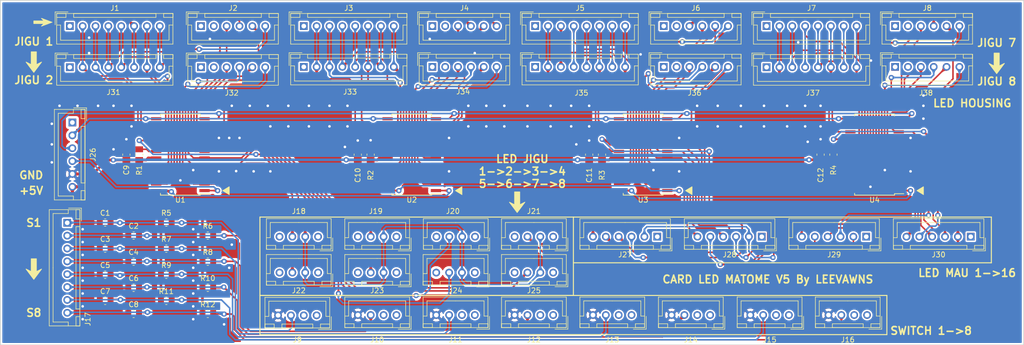
<source format=kicad_pcb>
(kicad_pcb (version 20171130) (host pcbnew "(5.0.0-rc3)")
  (layers (0 F.Cu signal) (31 B.Cu signal) (34 B.Paste user) (35 F.Paste user) (36 B.SilkS user) (37 F.SilkS user) (38 B.Mask user) (39 F.Mask user) (44 Edge.Cuts user))
  (net 0 "")
  (net 1 VSS)
  (net 2 /SW1)
  (net 3 /SW2)
  (net 4 /SW3)
  (net 5 /SW4)
  (net 6 /SW5)
  (net 7 /SW6)
  (net 8 /SW7)
  (net 9 /SW8)
  (net 10 VDD)
  (net 11 /1-C7)
  (net 12 /1-C6)
  (net 13 /1-C5)
  (net 14 /1-C4)
  (net 15 /1-C3)
  (net 16 /1-C2)
  (net 17 /1-C1)
  (net 18 /1-R4)
  (net 19 /1-R3)
  (net 20 /1-R2)
  (net 21 /1-R1)
  (net 22 /2-C7)
  (net 23 /2-C6)
  (net 24 /2-C5)
  (net 25 /2-C4)
  (net 26 /2-C3)
  (net 27 /2-C2)
  (net 28 /2-C1)
  (net 29 /2-R4)
  (net 30 /2-R3)
  (net 31 /2-R2)
  (net 32 /2-R1)
  (net 33 /3-C7)
  (net 34 /3-C6)
  (net 35 /3-C5)
  (net 36 /3-C4)
  (net 37 /3-C3)
  (net 38 /3-C2)
  (net 39 /3-C1)
  (net 40 "Net-(J6-Pad1)")
  (net 41 "Net-(J6-Pad2)")
  (net 42 /3-R4)
  (net 43 /3-R3)
  (net 44 /3-R2)
  (net 45 /3-R1)
  (net 46 /4-C7)
  (net 47 /4-C6)
  (net 48 /4-C5)
  (net 49 /4-C4)
  (net 50 /4-C3)
  (net 51 /4-C2)
  (net 52 /4-C1)
  (net 53 /4-R4)
  (net 54 /4-R3)
  (net 55 /4-R2)
  (net 56 /4-R1)
  (net 57 "Net-(J18-Pad1)")
  (net 58 /1-C8)
  (net 59 "Net-(J18-Pad4)")
  (net 60 "Net-(J19-Pad1)")
  (net 61 "Net-(J19-Pad4)")
  (net 62 "Net-(J20-Pad1)")
  (net 63 "Net-(J20-Pad4)")
  (net 64 "Net-(J21-Pad1)")
  (net 65 "Net-(J21-Pad4)")
  (net 66 "Net-(J22-Pad1)")
  (net 67 /1-R5)
  (net 68 "Net-(J22-Pad4)")
  (net 69 "Net-(J23-Pad1)")
  (net 70 /1-R6)
  (net 71 "Net-(J23-Pad4)")
  (net 72 "Net-(J24-Pad1)")
  (net 73 /1-R7)
  (net 74 "Net-(J24-Pad4)")
  (net 75 "Net-(J25-Pad1)")
  (net 76 /1-R8)
  (net 77 "Net-(J25-Pad4)")
  (net 78 "Net-(J26-Pad1)")
  (net 79 /CLK)
  (net 80 /CS)
  (net 81 /DIN)
  (net 82 /3-C8)
  (net 83 /3-R5)
  (net 84 /3-R6)
  (net 85 /3-R7)
  (net 86 /3-R8)
  (net 87 /4-C8)
  (net 88 /4-R5)
  (net 89 /4-R6)
  (net 90 /4-R7)
  (net 91 /4-R8)
  (net 92 /2-R8)
  (net 93 /2-R7)
  (net 94 /2-R6)
  (net 95 /2-R5)
  (net 96 "Net-(J36-Pad1)")
  (net 97 "Net-(J36-Pad2)")
  (net 98 "Net-(R1-Pad2)")
  (net 99 "Net-(R2-Pad2)")
  (net 100 "Net-(R3-Pad2)")
  (net 101 "Net-(R4-Pad2)")
  (net 102 "Net-(U1-Pad24)")
  (net 103 "Net-(U2-Pad17)")
  (net 104 "Net-(U2-Pad24)")
  (net 105 "Net-(U3-Pad24)")
  (net 106 "Net-(U4-Pad24)")
  (net 107 "Net-(J27-Pad1)")
  (net 108 "Net-(J28-Pad1)")
  (net 109 "Net-(J29-Pad1)")
  (net 110 "Net-(J30-Pad1)")
  (net 111 "Net-(J1-Pad1)")
  (net 112 "Net-(J2-Pad1)")
  (net 113 "Net-(J2-Pad2)")
  (net 114 "Net-(J3-Pad1)")
  (net 115 "Net-(J4-Pad1)")
  (net 116 "Net-(J4-Pad2)")
  (net 117 "Net-(J5-Pad1)")
  (net 118 "Net-(J7-Pad1)")
  (net 119 "Net-(J8-Pad1)")
  (net 120 "Net-(J8-Pad2)")
  (net 121 "Net-(J9-Pad1)")
  (net 122 "Net-(J9-Pad2)")
  (net 123 "Net-(J10-Pad1)")
  (net 124 "Net-(J10-Pad2)")
  (net 125 "Net-(J11-Pad1)")
  (net 126 "Net-(J11-Pad2)")
  (net 127 "Net-(J12-Pad1)")
  (net 128 "Net-(J12-Pad2)")
  (net 129 "Net-(J13-Pad1)")
  (net 130 "Net-(J13-Pad2)")
  (net 131 "Net-(J14-Pad1)")
  (net 132 "Net-(J14-Pad2)")
  (net 133 "Net-(J15-Pad1)")
  (net 134 "Net-(J15-Pad2)")
  (net 135 "Net-(J16-Pad1)")
  (net 136 "Net-(J16-Pad2)")
  (net 137 "Net-(J31-Pad1)")
  (net 138 "Net-(J32-Pad1)")
  (net 139 "Net-(J32-Pad2)")
  (net 140 "Net-(J33-Pad1)")
  (net 141 "Net-(J34-Pad1)")
  (net 142 "Net-(J34-Pad2)")
  (net 143 "Net-(J35-Pad1)")
  (net 144 "Net-(J37-Pad1)")
  (net 145 "Net-(J38-Pad1)")
  (net 146 "Net-(J38-Pad2)")
  (module Connectors_JST:JST_XH_B08B-XH-A_08x2.50mm_Straight (layer F.Cu) (at 56.5 59)
    (fp_text reference J1 (at 8.75 -3.5) (layer F.SilkS))
    (fp_text value Conn_01x08)
    (pad 8 thru_hole circle (at 17.5 0) (size 1.5 1.5) (drill 0.9) (layers *.Cu *.Mask) (net 17 /1-C1))
    (pad 7 thru_hole circle (at 15 0) (size 1.5 1.5) (drill 0.9) (layers *.Cu *.Mask) (net 16 /1-C2))
    (pad 6 thru_hole circle (at 12.5 0) (size 1.5 1.5) (drill 0.9) (layers *.Cu *.Mask) (net 15 /1-C3))
    (pad 5 thru_hole circle (at 10 0) (size 1.5 1.5) (drill 0.9) (layers *.Cu *.Mask) (net 14 /1-C4))
    (pad 4 thru_hole circle (at 7.5 0) (size 1.5 1.5) (drill 0.9) (layers *.Cu *.Mask) (net 13 /1-C5))
    (pad 3 thru_hole circle (at 5 0) (size 1.5 1.5) (drill 0.9) (layers *.Cu *.Mask) (net 12 /1-C6))
    (pad 2 thru_hole circle (at 2.5 0) (size 1.5 1.5) (drill 0.9) (layers *.Cu *.Mask) (net 11 /1-C7))
    (pad 1 thru_hole rect (at 0 0) (size 1.5 1.5) (drill 0.9) (layers *.Cu *.Mask) (net 111 "Net-(J1-Pad1)"))
  )
  (module Housings_SOIC:SOIC-24W_7.5x15.4mm_Pitch1.27mm (layer F.Cu) (at 78 84 180)
    (fp_text reference U1 (at 0 -8.8 180) (layer F.SilkS))
    (fp_text value MAX7219)
    (pad 1 smd rect (at -4.7 -6.985 180) (size 2 0.6) (layers F.Cu F.Paste F.Mask) (net 81 /DIN))
    (pad 2 smd rect (at -4.7 -5.715 180) (size 2 0.6) (layers F.Cu F.Paste F.Mask) (net 21 /1-R1))
    (pad 3 smd rect (at -4.7 -4.445 180) (size 2 0.6) (layers F.Cu F.Paste F.Mask) (net 67 /1-R5))
    (pad 4 smd rect (at -4.7 -3.175 180) (size 2 0.6) (layers F.Cu F.Paste F.Mask) (net 1 VSS))
    (pad 5 smd rect (at -4.7 -1.905 180) (size 2 0.6) (layers F.Cu F.Paste F.Mask) (net 73 /1-R7))
    (pad 6 smd rect (at -4.7 -0.635 180) (size 2 0.6) (layers F.Cu F.Paste F.Mask) (net 19 /1-R3))
    (pad 7 smd rect (at -4.7 0.635 180) (size 2 0.6) (layers F.Cu F.Paste F.Mask) (net 18 /1-R4))
    (pad 8 smd rect (at -4.7 1.905 180) (size 2 0.6) (layers F.Cu F.Paste F.Mask) (net 76 /1-R8))
    (pad 9 smd rect (at -4.7 3.175 180) (size 2 0.6) (layers F.Cu F.Paste F.Mask) (net 1 VSS))
    (pad 10 smd rect (at -4.7 4.445 180) (size 2 0.6) (layers F.Cu F.Paste F.Mask) (net 70 /1-R6))
    (pad 11 smd rect (at -4.7 5.715 180) (size 2 0.6) (layers F.Cu F.Paste F.Mask) (net 20 /1-R2))
    (pad 12 smd rect (at -4.7 6.985 180) (size 2 0.6) (layers F.Cu F.Paste F.Mask) (net 80 /CS))
    (pad 13 smd rect (at 4.7 6.985 180) (size 2 0.6) (layers F.Cu F.Paste F.Mask) (net 79 /CLK))
    (pad 14 smd rect (at 4.7 5.715 180) (size 2 0.6) (layers F.Cu F.Paste F.Mask) (net 16 /1-C2))
    (pad 15 smd rect (at 4.7 4.445 180) (size 2 0.6) (layers F.Cu F.Paste F.Mask) (net 11 /1-C7))
    (pad 16 smd rect (at 4.7 3.175 180) (size 2 0.6) (layers F.Cu F.Paste F.Mask) (net 15 /1-C3))
    (pad 17 smd rect (at 4.7 1.905 180) (size 2 0.6) (layers F.Cu F.Paste F.Mask) (net 58 /1-C8))
    (pad 18 smd rect (at 4.7 0.635 180) (size 2 0.6) (layers F.Cu F.Paste F.Mask) (net 98 "Net-(R1-Pad2)"))
    (pad 19 smd rect (at 4.7 -0.635 180) (size 2 0.6) (layers F.Cu F.Paste F.Mask) (net 10 VDD))
    (pad 20 smd rect (at 4.7 -1.905 180) (size 2 0.6) (layers F.Cu F.Paste F.Mask) (net 14 /1-C4))
    (pad 21 smd rect (at 4.7 -3.175 180) (size 2 0.6) (layers F.Cu F.Paste F.Mask) (net 12 /1-C6))
    (pad 22 smd rect (at 4.7 -4.445 180) (size 2 0.6) (layers F.Cu F.Paste F.Mask) (net 17 /1-C1))
    (pad 23 smd rect (at 4.7 -5.715 180) (size 2 0.6) (layers F.Cu F.Paste F.Mask) (net 13 /1-C5))
    (pad 24 smd rect (at 4.7 -6.985 180) (size 2 0.6) (layers F.Cu F.Paste F.Mask) (net 102 "Net-(U1-Pad24)"))
  )
  (module Housings_SOIC:SOIC-24W_7.5x15.4mm_Pitch1.27mm (layer F.Cu) (at 123 84 180)
    (fp_text reference U2 (at 0 -8.8 180) (layer F.SilkS))
    (fp_text value MAX7219)
    (pad 1 smd rect (at -4.7 -6.985 180) (size 2 0.6) (layers F.Cu F.Paste F.Mask) (net 102 "Net-(U1-Pad24)"))
    (pad 2 smd rect (at -4.7 -5.715 180) (size 2 0.6) (layers F.Cu F.Paste F.Mask) (net 32 /2-R1))
    (pad 3 smd rect (at -4.7 -4.445 180) (size 2 0.6) (layers F.Cu F.Paste F.Mask) (net 95 /2-R5))
    (pad 4 smd rect (at -4.7 -3.175 180) (size 2 0.6) (layers F.Cu F.Paste F.Mask) (net 1 VSS))
    (pad 5 smd rect (at -4.7 -1.905 180) (size 2 0.6) (layers F.Cu F.Paste F.Mask) (net 93 /2-R7))
    (pad 6 smd rect (at -4.7 -0.635 180) (size 2 0.6) (layers F.Cu F.Paste F.Mask) (net 30 /2-R3))
    (pad 7 smd rect (at -4.7 0.635 180) (size 2 0.6) (layers F.Cu F.Paste F.Mask) (net 29 /2-R4))
    (pad 8 smd rect (at -4.7 1.905 180) (size 2 0.6) (layers F.Cu F.Paste F.Mask) (net 92 /2-R8))
    (pad 9 smd rect (at -4.7 3.175 180) (size 2 0.6) (layers F.Cu F.Paste F.Mask) (net 1 VSS))
    (pad 10 smd rect (at -4.7 4.445 180) (size 2 0.6) (layers F.Cu F.Paste F.Mask) (net 94 /2-R6))
    (pad 11 smd rect (at -4.7 5.715 180) (size 2 0.6) (layers F.Cu F.Paste F.Mask) (net 31 /2-R2))
    (pad 12 smd rect (at -4.7 6.985 180) (size 2 0.6) (layers F.Cu F.Paste F.Mask) (net 80 /CS))
    (pad 13 smd rect (at 4.7 6.985 180) (size 2 0.6) (layers F.Cu F.Paste F.Mask) (net 79 /CLK))
    (pad 14 smd rect (at 4.7 5.715 180) (size 2 0.6) (layers F.Cu F.Paste F.Mask) (net 27 /2-C2))
    (pad 15 smd rect (at 4.7 4.445 180) (size 2 0.6) (layers F.Cu F.Paste F.Mask) (net 22 /2-C7))
    (pad 16 smd rect (at 4.7 3.175 180) (size 2 0.6) (layers F.Cu F.Paste F.Mask) (net 26 /2-C3))
    (pad 17 smd rect (at 4.7 1.905 180) (size 2 0.6) (layers F.Cu F.Paste F.Mask) (net 103 "Net-(U2-Pad17)"))
    (pad 18 smd rect (at 4.7 0.635 180) (size 2 0.6) (layers F.Cu F.Paste F.Mask) (net 99 "Net-(R2-Pad2)"))
    (pad 19 smd rect (at 4.7 -0.635 180) (size 2 0.6) (layers F.Cu F.Paste F.Mask) (net 10 VDD))
    (pad 20 smd rect (at 4.7 -1.905 180) (size 2 0.6) (layers F.Cu F.Paste F.Mask) (net 25 /2-C4))
    (pad 21 smd rect (at 4.7 -3.175 180) (size 2 0.6) (layers F.Cu F.Paste F.Mask) (net 23 /2-C6))
    (pad 22 smd rect (at 4.7 -4.445 180) (size 2 0.6) (layers F.Cu F.Paste F.Mask) (net 28 /2-C1))
    (pad 23 smd rect (at 4.7 -5.715 180) (size 2 0.6) (layers F.Cu F.Paste F.Mask) (net 24 /2-C5))
    (pad 24 smd rect (at 4.7 -6.985 180) (size 2 0.6) (layers F.Cu F.Paste F.Mask) (net 104 "Net-(U2-Pad24)"))
  )
  (module Housings_SOIC:SOIC-24W_7.5x15.4mm_Pitch1.27mm (layer F.Cu) (at 168 84 180)
    (fp_text reference U3 (at 0 -8.8 180) (layer F.SilkS))
    (fp_text value MAX7219)
    (pad 1 smd rect (at -4.7 -6.985 180) (size 2 0.6) (layers F.Cu F.Paste F.Mask) (net 104 "Net-(U2-Pad24)"))
    (pad 2 smd rect (at -4.7 -5.715 180) (size 2 0.6) (layers F.Cu F.Paste F.Mask) (net 45 /3-R1))
    (pad 3 smd rect (at -4.7 -4.445 180) (size 2 0.6) (layers F.Cu F.Paste F.Mask) (net 83 /3-R5))
    (pad 4 smd rect (at -4.7 -3.175 180) (size 2 0.6) (layers F.Cu F.Paste F.Mask) (net 1 VSS))
    (pad 5 smd rect (at -4.7 -1.905 180) (size 2 0.6) (layers F.Cu F.Paste F.Mask) (net 85 /3-R7))
    (pad 6 smd rect (at -4.7 -0.635 180) (size 2 0.6) (layers F.Cu F.Paste F.Mask) (net 43 /3-R3))
    (pad 7 smd rect (at -4.7 0.635 180) (size 2 0.6) (layers F.Cu F.Paste F.Mask) (net 42 /3-R4))
    (pad 8 smd rect (at -4.7 1.905 180) (size 2 0.6) (layers F.Cu F.Paste F.Mask) (net 86 /3-R8))
    (pad 9 smd rect (at -4.7 3.175 180) (size 2 0.6) (layers F.Cu F.Paste F.Mask) (net 1 VSS))
    (pad 10 smd rect (at -4.7 4.445 180) (size 2 0.6) (layers F.Cu F.Paste F.Mask) (net 84 /3-R6))
    (pad 11 smd rect (at -4.7 5.715 180) (size 2 0.6) (layers F.Cu F.Paste F.Mask) (net 44 /3-R2))
    (pad 12 smd rect (at -4.7 6.985 180) (size 2 0.6) (layers F.Cu F.Paste F.Mask) (net 80 /CS))
    (pad 13 smd rect (at 4.7 6.985 180) (size 2 0.6) (layers F.Cu F.Paste F.Mask) (net 79 /CLK))
    (pad 14 smd rect (at 4.7 5.715 180) (size 2 0.6) (layers F.Cu F.Paste F.Mask) (net 38 /3-C2))
    (pad 15 smd rect (at 4.7 4.445 180) (size 2 0.6) (layers F.Cu F.Paste F.Mask) (net 33 /3-C7))
    (pad 16 smd rect (at 4.7 3.175 180) (size 2 0.6) (layers F.Cu F.Paste F.Mask) (net 37 /3-C3))
    (pad 17 smd rect (at 4.7 1.905 180) (size 2 0.6) (layers F.Cu F.Paste F.Mask) (net 82 /3-C8))
    (pad 18 smd rect (at 4.7 0.635 180) (size 2 0.6) (layers F.Cu F.Paste F.Mask) (net 100 "Net-(R3-Pad2)"))
    (pad 19 smd rect (at 4.7 -0.635 180) (size 2 0.6) (layers F.Cu F.Paste F.Mask) (net 10 VDD))
    (pad 20 smd rect (at 4.7 -1.905 180) (size 2 0.6) (layers F.Cu F.Paste F.Mask) (net 36 /3-C4))
    (pad 21 smd rect (at 4.7 -3.175 180) (size 2 0.6) (layers F.Cu F.Paste F.Mask) (net 34 /3-C6))
    (pad 22 smd rect (at 4.7 -4.445 180) (size 2 0.6) (layers F.Cu F.Paste F.Mask) (net 39 /3-C1))
    (pad 23 smd rect (at 4.7 -5.715 180) (size 2 0.6) (layers F.Cu F.Paste F.Mask) (net 35 /3-C5))
    (pad 24 smd rect (at 4.7 -6.985 180) (size 2 0.6) (layers F.Cu F.Paste F.Mask) (net 105 "Net-(U3-Pad24)"))
  )
  (module Housings_SOIC:SOIC-24W_7.5x15.4mm_Pitch1.27mm (layer F.Cu) (at 213 84 180)
    (fp_text reference U4 (at 0 -8.8 180) (layer F.SilkS))
    (fp_text value MAX7219)
    (pad 1 smd rect (at -4.7 -6.985 180) (size 2 0.6) (layers F.Cu F.Paste F.Mask) (net 105 "Net-(U3-Pad24)"))
    (pad 2 smd rect (at -4.7 -5.715 180) (size 2 0.6) (layers F.Cu F.Paste F.Mask) (net 56 /4-R1))
    (pad 3 smd rect (at -4.7 -4.445 180) (size 2 0.6) (layers F.Cu F.Paste F.Mask) (net 88 /4-R5))
    (pad 4 smd rect (at -4.7 -3.175 180) (size 2 0.6) (layers F.Cu F.Paste F.Mask) (net 1 VSS))
    (pad 5 smd rect (at -4.7 -1.905 180) (size 2 0.6) (layers F.Cu F.Paste F.Mask) (net 90 /4-R7))
    (pad 6 smd rect (at -4.7 -0.635 180) (size 2 0.6) (layers F.Cu F.Paste F.Mask) (net 54 /4-R3))
    (pad 7 smd rect (at -4.7 0.635 180) (size 2 0.6) (layers F.Cu F.Paste F.Mask) (net 53 /4-R4))
    (pad 8 smd rect (at -4.7 1.905 180) (size 2 0.6) (layers F.Cu F.Paste F.Mask) (net 91 /4-R8))
    (pad 9 smd rect (at -4.7 3.175 180) (size 2 0.6) (layers F.Cu F.Paste F.Mask) (net 1 VSS))
    (pad 10 smd rect (at -4.7 4.445 180) (size 2 0.6) (layers F.Cu F.Paste F.Mask) (net 89 /4-R6))
    (pad 11 smd rect (at -4.7 5.715 180) (size 2 0.6) (layers F.Cu F.Paste F.Mask) (net 55 /4-R2))
    (pad 12 smd rect (at -4.7 6.985 180) (size 2 0.6) (layers F.Cu F.Paste F.Mask) (net 80 /CS))
    (pad 13 smd rect (at 4.7 6.985 180) (size 2 0.6) (layers F.Cu F.Paste F.Mask) (net 79 /CLK))
    (pad 14 smd rect (at 4.7 5.715 180) (size 2 0.6) (layers F.Cu F.Paste F.Mask) (net 51 /4-C2))
    (pad 15 smd rect (at 4.7 4.445 180) (size 2 0.6) (layers F.Cu F.Paste F.Mask) (net 46 /4-C7))
    (pad 16 smd rect (at 4.7 3.175 180) (size 2 0.6) (layers F.Cu F.Paste F.Mask) (net 50 /4-C3))
    (pad 17 smd rect (at 4.7 1.905 180) (size 2 0.6) (layers F.Cu F.Paste F.Mask) (net 87 /4-C8))
    (pad 18 smd rect (at 4.7 0.635 180) (size 2 0.6) (layers F.Cu F.Paste F.Mask) (net 101 "Net-(R4-Pad2)"))
    (pad 19 smd rect (at 4.7 -0.635 180) (size 2 0.6) (layers F.Cu F.Paste F.Mask) (net 10 VDD))
    (pad 20 smd rect (at 4.7 -1.905 180) (size 2 0.6) (layers F.Cu F.Paste F.Mask) (net 49 /4-C4))
    (pad 21 smd rect (at 4.7 -3.175 180) (size 2 0.6) (layers F.Cu F.Paste F.Mask) (net 47 /4-C6))
    (pad 22 smd rect (at 4.7 -4.445 180) (size 2 0.6) (layers F.Cu F.Paste F.Mask) (net 52 /4-C1))
    (pad 23 smd rect (at 4.7 -5.715 180) (size 2 0.6) (layers F.Cu F.Paste F.Mask) (net 48 /4-C5))
    (pad 24 smd rect (at 4.7 -6.985 180) (size 2 0.6) (layers F.Cu F.Paste F.Mask) (net 106 "Net-(U4-Pad24)"))
  )
  (module Resistor_SMD:R_0805_2012Metric_Pad1.15x1.50mm_HandSolder (layer F.Cu) (at 83.3395 114.979)
    (fp_text reference R12 (at 0 -1.85) (layer F.SilkS))
    (fp_text value 10K)
    (pad 1 smd rect (at -1.0425 0) (size 1.145 1.5) (layers F.Cu F.Paste F.Mask) (net 10 VDD))
    (pad 2 smd rect (at 1.0425 0) (size 1.145 1.5) (layers F.Cu F.Paste F.Mask) (net 9 /SW8))
  )
  (module Connectors_JST:JST_XH_B06B-XH-A_06x2.50mm_Straight (layer F.Cu) (at 82 59)
    (fp_text reference J2 (at 6.25 -3.5) (layer F.SilkS))
    (fp_text value Conn_01x06)
    (pad 1 thru_hole rect (at 0 0) (size 1.5 1.5) (drill 0.9) (layers *.Cu *.Mask) (net 112 "Net-(J2-Pad1)"))
    (pad 2 thru_hole circle (at 2.5 0) (size 1.5 1.5) (drill 0.9) (layers *.Cu *.Mask) (net 113 "Net-(J2-Pad2)"))
    (pad 3 thru_hole circle (at 5 0) (size 1.5 1.5) (drill 0.9) (layers *.Cu *.Mask) (net 18 /1-R4))
    (pad 4 thru_hole circle (at 7.5 0) (size 1.5 1.5) (drill 0.9) (layers *.Cu *.Mask) (net 19 /1-R3))
    (pad 5 thru_hole circle (at 10 0) (size 1.5 1.5) (drill 0.9) (layers *.Cu *.Mask) (net 20 /1-R2))
    (pad 6 thru_hole circle (at 12.5 0) (size 1.5 1.5) (drill 0.9) (layers *.Cu *.Mask) (net 21 /1-R1))
  )
  (module Connectors_JST:JST_XH_B06B-XH-A_06x2.50mm_Straight (layer F.Cu) (at 82 67)
    (fp_text reference J32 (at 6 5) (layer F.SilkS))
    (fp_text value Conn_01x06)
    (pad 1 thru_hole rect (at 0 0) (size 1.5 1.5) (drill 0.9) (layers *.Cu *.Mask) (net 138 "Net-(J32-Pad1)"))
    (pad 2 thru_hole circle (at 2.5 0) (size 1.5 1.5) (drill 0.9) (layers *.Cu *.Mask) (net 139 "Net-(J32-Pad2)"))
    (pad 3 thru_hole circle (at 5 0) (size 1.5 1.5) (drill 0.9) (layers *.Cu *.Mask) (net 76 /1-R8))
    (pad 4 thru_hole circle (at 7.5 0) (size 1.5 1.5) (drill 0.9) (layers *.Cu *.Mask) (net 73 /1-R7))
    (pad 5 thru_hole circle (at 10 0) (size 1.5 1.5) (drill 0.9) (layers *.Cu *.Mask) (net 70 /1-R6))
    (pad 6 thru_hole circle (at 12.5 0) (size 1.5 1.5) (drill 0.9) (layers *.Cu *.Mask) (net 67 /1-R5))
  )
  (module Resistor_SMD:R_0805_2012Metric_Pad1.15x1.50mm_HandSolder (layer F.Cu) (at 75.2645 112.439)
    (fp_text reference R11 (at 0 -1.85) (layer F.SilkS))
    (fp_text value 10K)
    (pad 1 smd rect (at -1.0425 0) (size 1.145 1.5) (layers F.Cu F.Paste F.Mask) (net 10 VDD))
    (pad 2 smd rect (at 1.0425 0) (size 1.145 1.5) (layers F.Cu F.Paste F.Mask) (net 8 /SW7))
  )
  (module Resistor_SMD:R_0805_2012Metric_Pad1.15x1.50mm_HandSolder (layer F.Cu) (at 83.3395 109.899)
    (fp_text reference R10 (at 0 -1.85) (layer F.SilkS))
    (fp_text value 10K)
    (pad 1 smd rect (at -1.0425 0) (size 1.145 1.5) (layers F.Cu F.Paste F.Mask) (net 10 VDD))
    (pad 2 smd rect (at 1.0425 0) (size 1.145 1.5) (layers F.Cu F.Paste F.Mask) (net 7 /SW6))
  )
  (module Resistor_SMD:R_0805_2012Metric_Pad1.15x1.50mm_HandSolder (layer F.Cu) (at 75.2645 107.359)
    (fp_text reference R9 (at 0 -1.85) (layer F.SilkS))
    (fp_text value 10K)
    (pad 1 smd rect (at -1.0425 0) (size 1.145 1.5) (layers F.Cu F.Paste F.Mask) (net 10 VDD))
    (pad 2 smd rect (at 1.0425 0) (size 1.145 1.5) (layers F.Cu F.Paste F.Mask) (net 6 /SW5))
  )
  (module Resistor_SMD:R_0805_2012Metric_Pad1.15x1.50mm_HandSolder (layer F.Cu) (at 83.3395 104.819)
    (fp_text reference R8 (at 0 -1.85) (layer F.SilkS))
    (fp_text value 10K)
    (pad 1 smd rect (at -1.0425 0) (size 1.145 1.5) (layers F.Cu F.Paste F.Mask) (net 10 VDD))
    (pad 2 smd rect (at 1.0425 0) (size 1.145 1.5) (layers F.Cu F.Paste F.Mask) (net 5 /SW4))
  )
  (module Resistor_SMD:R_0805_2012Metric_Pad1.15x1.50mm_HandSolder (layer F.Cu) (at 75.2645 102.279)
    (fp_text reference R7 (at 0 -1.85) (layer F.SilkS))
    (fp_text value 10K)
    (pad 1 smd rect (at -1.0425 0) (size 1.145 1.5) (layers F.Cu F.Paste F.Mask) (net 10 VDD))
    (pad 2 smd rect (at 1.0425 0) (size 1.145 1.5) (layers F.Cu F.Paste F.Mask) (net 4 /SW3))
  )
  (module Resistor_SMD:R_0805_2012Metric_Pad1.15x1.50mm_HandSolder (layer F.Cu) (at 83.3395 99.739)
    (fp_text reference R6 (at 0 -1.85) (layer F.SilkS))
    (fp_text value 10K)
    (pad 1 smd rect (at -1.0425 0) (size 1.145 1.5) (layers F.Cu F.Paste F.Mask) (net 10 VDD))
    (pad 2 smd rect (at 1.0425 0) (size 1.145 1.5) (layers F.Cu F.Paste F.Mask) (net 3 /SW2))
  )
  (module Resistor_SMD:R_0805_2012Metric_Pad1.15x1.50mm_HandSolder (layer F.Cu) (at 75.2645 97.199)
    (fp_text reference R5 (at 0 -1.85) (layer F.SilkS))
    (fp_text value 10K)
    (pad 1 smd rect (at -1.0425 0) (size 1.145 1.5) (layers F.Cu F.Paste F.Mask) (net 10 VDD))
    (pad 2 smd rect (at 1.0425 0) (size 1.145 1.5) (layers F.Cu F.Paste F.Mask) (net 2 /SW1))
  )
  (module Resistor_SMD:R_0805_2012Metric_Pad1.15x1.50mm_HandSolder (layer F.Cu) (at 205 84 90)
    (fp_text reference R4 (at -3 0 90) (layer F.SilkS))
    (fp_text value 10K)
    (pad 1 smd rect (at -1.0425 0 90) (size 1.145 1.5) (layers F.Cu F.Paste F.Mask) (net 10 VDD))
    (pad 2 smd rect (at 1.0425 0 90) (size 1.145 1.5) (layers F.Cu F.Paste F.Mask) (net 101 "Net-(R4-Pad2)"))
  )
  (module Resistor_SMD:R_0805_2012Metric_Pad1.15x1.50mm_HandSolder (layer F.Cu) (at 160 84 90)
    (fp_text reference R3 (at -4 0 90) (layer F.SilkS))
    (fp_text value 10K)
    (pad 1 smd rect (at -1.0425 0 90) (size 1.145 1.5) (layers F.Cu F.Paste F.Mask) (net 10 VDD))
    (pad 2 smd rect (at 1.0425 0 90) (size 1.145 1.5) (layers F.Cu F.Paste F.Mask) (net 100 "Net-(R3-Pad2)"))
  )
  (module Resistor_SMD:R_0805_2012Metric_Pad1.15x1.50mm_HandSolder (layer F.Cu) (at 115 84 90)
    (fp_text reference R2 (at -4 0 90) (layer F.SilkS))
    (fp_text value 10K)
    (pad 1 smd rect (at -1.0425 0 90) (size 1.145 1.5) (layers F.Cu F.Paste F.Mask) (net 10 VDD))
    (pad 2 smd rect (at 1.0425 0 90) (size 1.145 1.5) (layers F.Cu F.Paste F.Mask) (net 99 "Net-(R2-Pad2)"))
  )
  (module Resistor_SMD:R_0805_2012Metric_Pad1.15x1.50mm_HandSolder (layer F.Cu) (at 70 84 90)
    (fp_text reference R1 (at -3.0425 0 90) (layer F.SilkS))
    (fp_text value 10K)
    (pad 1 smd rect (at -1.0425 0 90) (size 1.145 1.5) (layers F.Cu F.Paste F.Mask) (net 10 VDD))
    (pad 2 smd rect (at 1.0425 0 90) (size 1.145 1.5) (layers F.Cu F.Paste F.Mask) (net 98 "Net-(R1-Pad2)"))
  )
  (module Connectors_JST:JST_XH_B06B-XH-A_06x2.50mm_Straight (layer F.Cu) (at 217 66.929)
    (fp_text reference J38 (at 6 5.071) (layer F.SilkS))
    (fp_text value Conn_01x06)
    (pad 1 thru_hole rect (at 0 0) (size 1.5 1.5) (drill 0.9) (layers *.Cu *.Mask) (net 145 "Net-(J38-Pad1)"))
    (pad 2 thru_hole circle (at 2.5 0) (size 1.5 1.5) (drill 0.9) (layers *.Cu *.Mask) (net 146 "Net-(J38-Pad2)"))
    (pad 3 thru_hole circle (at 5 0) (size 1.5 1.5) (drill 0.9) (layers *.Cu *.Mask) (net 91 /4-R8))
    (pad 4 thru_hole circle (at 7.5 0) (size 1.5 1.5) (drill 0.9) (layers *.Cu *.Mask) (net 90 /4-R7))
    (pad 5 thru_hole circle (at 10 0) (size 1.5 1.5) (drill 0.9) (layers *.Cu *.Mask) (net 89 /4-R6))
    (pad 6 thru_hole circle (at 12.5 0) (size 1.5 1.5) (drill 0.9) (layers *.Cu *.Mask) (net 88 /4-R5))
  )
  (module Connectors_JST:JST_XH_B08B-XH-A_08x2.50mm_Straight (layer F.Cu) (at 192 67)
    (fp_text reference J37 (at 9 5) (layer F.SilkS))
    (fp_text value Conn_01x08)
    (pad 1 thru_hole rect (at 0 0) (size 1.5 1.5) (drill 0.9) (layers *.Cu *.Mask) (net 144 "Net-(J37-Pad1)"))
    (pad 2 thru_hole circle (at 2.5 0) (size 1.5 1.5) (drill 0.9) (layers *.Cu *.Mask) (net 46 /4-C7))
    (pad 3 thru_hole circle (at 5 0) (size 1.5 1.5) (drill 0.9) (layers *.Cu *.Mask) (net 47 /4-C6))
    (pad 4 thru_hole circle (at 7.5 0) (size 1.5 1.5) (drill 0.9) (layers *.Cu *.Mask) (net 48 /4-C5))
    (pad 5 thru_hole circle (at 10 0) (size 1.5 1.5) (drill 0.9) (layers *.Cu *.Mask) (net 49 /4-C4))
    (pad 6 thru_hole circle (at 12.5 0) (size 1.5 1.5) (drill 0.9) (layers *.Cu *.Mask) (net 50 /4-C3))
    (pad 7 thru_hole circle (at 15 0) (size 1.5 1.5) (drill 0.9) (layers *.Cu *.Mask) (net 51 /4-C2))
    (pad 8 thru_hole circle (at 17.5 0) (size 1.5 1.5) (drill 0.9) (layers *.Cu *.Mask) (net 52 /4-C1))
  )
  (module Connectors_JST:JST_XH_B06B-XH-A_06x2.50mm_Straight (layer F.Cu) (at 172 66.929)
    (fp_text reference J36 (at 6 5.071) (layer F.SilkS))
    (fp_text value Conn_01x06)
    (pad 1 thru_hole rect (at 0 0) (size 1.5 1.5) (drill 0.9) (layers *.Cu *.Mask) (net 96 "Net-(J36-Pad1)"))
    (pad 2 thru_hole circle (at 2.5 0) (size 1.5 1.5) (drill 0.9) (layers *.Cu *.Mask) (net 97 "Net-(J36-Pad2)"))
    (pad 3 thru_hole circle (at 5 0) (size 1.5 1.5) (drill 0.9) (layers *.Cu *.Mask) (net 86 /3-R8))
    (pad 4 thru_hole circle (at 7.5 0) (size 1.5 1.5) (drill 0.9) (layers *.Cu *.Mask) (net 85 /3-R7))
    (pad 5 thru_hole circle (at 10 0) (size 1.5 1.5) (drill 0.9) (layers *.Cu *.Mask) (net 84 /3-R6))
    (pad 6 thru_hole circle (at 12.5 0) (size 1.5 1.5) (drill 0.9) (layers *.Cu *.Mask) (net 83 /3-R5))
  )
  (module Connectors_JST:JST_XH_B08B-XH-A_08x2.50mm_Straight (layer F.Cu) (at 147 66.929)
    (fp_text reference J35 (at 9 5.071) (layer F.SilkS))
    (fp_text value Conn_01x08)
    (pad 1 thru_hole rect (at 0 0) (size 1.5 1.5) (drill 0.9) (layers *.Cu *.Mask) (net 143 "Net-(J35-Pad1)"))
    (pad 2 thru_hole circle (at 2.5 0) (size 1.5 1.5) (drill 0.9) (layers *.Cu *.Mask) (net 33 /3-C7))
    (pad 3 thru_hole circle (at 5 0) (size 1.5 1.5) (drill 0.9) (layers *.Cu *.Mask) (net 34 /3-C6))
    (pad 4 thru_hole circle (at 7.5 0) (size 1.5 1.5) (drill 0.9) (layers *.Cu *.Mask) (net 35 /3-C5))
    (pad 5 thru_hole circle (at 10 0) (size 1.5 1.5) (drill 0.9) (layers *.Cu *.Mask) (net 36 /3-C4))
    (pad 6 thru_hole circle (at 12.5 0) (size 1.5 1.5) (drill 0.9) (layers *.Cu *.Mask) (net 37 /3-C3))
    (pad 7 thru_hole circle (at 15 0) (size 1.5 1.5) (drill 0.9) (layers *.Cu *.Mask) (net 38 /3-C2))
    (pad 8 thru_hole circle (at 17.5 0) (size 1.5 1.5) (drill 0.9) (layers *.Cu *.Mask) (net 39 /3-C1))
  )
  (module Connectors_JST:JST_XH_B06B-XH-A_06x2.50mm_Straight (layer F.Cu) (at 127 66.929)
    (fp_text reference J34 (at 6 4.821) (layer F.SilkS))
    (fp_text value Conn_01x06)
    (pad 1 thru_hole rect (at 0 0) (size 1.5 1.5) (drill 0.9) (layers *.Cu *.Mask) (net 141 "Net-(J34-Pad1)"))
    (pad 2 thru_hole circle (at 2.5 0) (size 1.5 1.5) (drill 0.9) (layers *.Cu *.Mask) (net 142 "Net-(J34-Pad2)"))
    (pad 3 thru_hole circle (at 5 0) (size 1.5 1.5) (drill 0.9) (layers *.Cu *.Mask) (net 92 /2-R8))
    (pad 4 thru_hole circle (at 7.5 0) (size 1.5 1.5) (drill 0.9) (layers *.Cu *.Mask) (net 93 /2-R7))
    (pad 5 thru_hole circle (at 10 0) (size 1.5 1.5) (drill 0.9) (layers *.Cu *.Mask) (net 94 /2-R6))
    (pad 6 thru_hole circle (at 12.5 0) (size 1.5 1.5) (drill 0.9) (layers *.Cu *.Mask) (net 95 /2-R5))
  )
  (module Connectors_JST:JST_XH_B08B-XH-A_08x2.50mm_Straight (layer F.Cu) (at 102 66.929)
    (fp_text reference J33 (at 9 4.871) (layer F.SilkS))
    (fp_text value Conn_01x08)
    (pad 1 thru_hole rect (at 0 0) (size 1.5 1.5) (drill 0.9) (layers *.Cu *.Mask) (net 140 "Net-(J33-Pad1)"))
    (pad 2 thru_hole circle (at 2.5 0) (size 1.5 1.5) (drill 0.9) (layers *.Cu *.Mask) (net 22 /2-C7))
    (pad 3 thru_hole circle (at 5 0) (size 1.5 1.5) (drill 0.9) (layers *.Cu *.Mask) (net 23 /2-C6))
    (pad 4 thru_hole circle (at 7.5 0) (size 1.5 1.5) (drill 0.9) (layers *.Cu *.Mask) (net 24 /2-C5))
    (pad 5 thru_hole circle (at 10 0) (size 1.5 1.5) (drill 0.9) (layers *.Cu *.Mask) (net 25 /2-C4))
    (pad 6 thru_hole circle (at 12.5 0) (size 1.5 1.5) (drill 0.9) (layers *.Cu *.Mask) (net 26 /2-C3))
    (pad 7 thru_hole circle (at 15 0) (size 1.5 1.5) (drill 0.9) (layers *.Cu *.Mask) (net 27 /2-C2))
    (pad 8 thru_hole circle (at 17.5 0) (size 1.5 1.5) (drill 0.9) (layers *.Cu *.Mask) (net 28 /2-C1))
  )
  (module Connectors_JST:JST_XH_B08B-XH-A_08x2.50mm_Straight (layer F.Cu) (at 56.5 67)
    (fp_text reference J31 (at 8.5 4.871) (layer F.SilkS))
    (fp_text value Conn_01x08)
    (pad 1 thru_hole rect (at 0 0) (size 1.5 1.5) (drill 0.9) (layers *.Cu *.Mask) (net 137 "Net-(J31-Pad1)"))
    (pad 2 thru_hole circle (at 2.5 0) (size 1.5 1.5) (drill 0.9) (layers *.Cu *.Mask) (net 11 /1-C7))
    (pad 3 thru_hole circle (at 5 0) (size 1.5 1.5) (drill 0.9) (layers *.Cu *.Mask) (net 12 /1-C6))
    (pad 4 thru_hole circle (at 7.5 0) (size 1.5 1.5) (drill 0.9) (layers *.Cu *.Mask) (net 13 /1-C5))
    (pad 5 thru_hole circle (at 10 0) (size 1.5 1.5) (drill 0.9) (layers *.Cu *.Mask) (net 14 /1-C4))
    (pad 6 thru_hole circle (at 12.5 0) (size 1.5 1.5) (drill 0.9) (layers *.Cu *.Mask) (net 15 /1-C3))
    (pad 7 thru_hole circle (at 15 0) (size 1.5 1.5) (drill 0.9) (layers *.Cu *.Mask) (net 16 /1-C2))
    (pad 8 thru_hole circle (at 17.5 0) (size 1.5 1.5) (drill 0.9) (layers *.Cu *.Mask) (net 17 /1-C1))
  )
  (module Connectors_JST:JST_XH_B06B-XH-A_06x2.50mm_Straight (layer F.Cu) (at 231.702 99.949 180)
    (fp_text reference J30 (at 6.25 -3.5 180) (layer F.SilkS))
    (fp_text value Conn_01x06)
    (pad 1 thru_hole rect (at 0 0 180) (size 1.5 1.5) (drill 0.9) (layers *.Cu *.Mask) (net 110 "Net-(J30-Pad1)"))
    (pad 2 thru_hole circle (at 2.5 0 180) (size 1.5 1.5) (drill 0.9) (layers *.Cu *.Mask) (net 87 /4-C8))
    (pad 3 thru_hole circle (at 5 0 180) (size 1.5 1.5) (drill 0.9) (layers *.Cu *.Mask) (net 91 /4-R8))
    (pad 4 thru_hole circle (at 7.5 0 180) (size 1.5 1.5) (drill 0.9) (layers *.Cu *.Mask) (net 90 /4-R7))
    (pad 5 thru_hole circle (at 10 0 180) (size 1.5 1.5) (drill 0.9) (layers *.Cu *.Mask) (net 89 /4-R6))
    (pad 6 thru_hole circle (at 12.5 0 180) (size 1.5 1.5) (drill 0.9) (layers *.Cu *.Mask) (net 88 /4-R5))
  )
  (module Connectors_JST:JST_XH_B06B-XH-A_06x2.50mm_Straight (layer F.Cu) (at 211.382 99.949 180)
    (fp_text reference J29 (at 6.25 -3.5 180) (layer F.SilkS))
    (fp_text value Conn_01x06)
    (pad 1 thru_hole rect (at 0 0 180) (size 1.5 1.5) (drill 0.9) (layers *.Cu *.Mask) (net 109 "Net-(J29-Pad1)"))
    (pad 2 thru_hole circle (at 2.5 0 180) (size 1.5 1.5) (drill 0.9) (layers *.Cu *.Mask) (net 87 /4-C8))
    (pad 3 thru_hole circle (at 5 0 180) (size 1.5 1.5) (drill 0.9) (layers *.Cu *.Mask) (net 53 /4-R4))
    (pad 4 thru_hole circle (at 7.5 0 180) (size 1.5 1.5) (drill 0.9) (layers *.Cu *.Mask) (net 54 /4-R3))
    (pad 5 thru_hole circle (at 10 0 180) (size 1.5 1.5) (drill 0.9) (layers *.Cu *.Mask) (net 55 /4-R2))
    (pad 6 thru_hole circle (at 12.5 0 180) (size 1.5 1.5) (drill 0.9) (layers *.Cu *.Mask) (net 56 /4-R1))
  )
  (module Connectors_JST:JST_XH_B06B-XH-A_06x2.50mm_Straight (layer F.Cu) (at 191.062 99.949 180)
    (fp_text reference J28 (at 6.25 -3.5 180) (layer F.SilkS))
    (fp_text value Conn_01x06)
    (pad 1 thru_hole rect (at 0 0 180) (size 1.5 1.5) (drill 0.9) (layers *.Cu *.Mask) (net 108 "Net-(J28-Pad1)"))
    (pad 2 thru_hole circle (at 2.5 0 180) (size 1.5 1.5) (drill 0.9) (layers *.Cu *.Mask) (net 82 /3-C8))
    (pad 3 thru_hole circle (at 5 0 180) (size 1.5 1.5) (drill 0.9) (layers *.Cu *.Mask) (net 86 /3-R8))
    (pad 4 thru_hole circle (at 7.5 0 180) (size 1.5 1.5) (drill 0.9) (layers *.Cu *.Mask) (net 85 /3-R7))
    (pad 5 thru_hole circle (at 10 0 180) (size 1.5 1.5) (drill 0.9) (layers *.Cu *.Mask) (net 84 /3-R6))
    (pad 6 thru_hole circle (at 12.5 0 180) (size 1.5 1.5) (drill 0.9) (layers *.Cu *.Mask) (net 83 /3-R5))
  )
  (module Connectors_JST:JST_XH_B06B-XH-A_06x2.50mm_Straight (layer F.Cu) (at 170.742 99.949 180)
    (fp_text reference J27 (at 6.25 -3.5 180) (layer F.SilkS))
    (fp_text value Conn_01x06)
    (pad 1 thru_hole rect (at 0 0 180) (size 1.5 1.5) (drill 0.9) (layers *.Cu *.Mask) (net 107 "Net-(J27-Pad1)"))
    (pad 2 thru_hole circle (at 2.5 0 180) (size 1.5 1.5) (drill 0.9) (layers *.Cu *.Mask) (net 82 /3-C8))
    (pad 3 thru_hole circle (at 5 0 180) (size 1.5 1.5) (drill 0.9) (layers *.Cu *.Mask) (net 42 /3-R4))
    (pad 4 thru_hole circle (at 7.5 0 180) (size 1.5 1.5) (drill 0.9) (layers *.Cu *.Mask) (net 43 /3-R3))
    (pad 5 thru_hole circle (at 10 0 180) (size 1.5 1.5) (drill 0.9) (layers *.Cu *.Mask) (net 44 /3-R2))
    (pad 6 thru_hole circle (at 12.5 0 180) (size 1.5 1.5) (drill 0.9) (layers *.Cu *.Mask) (net 45 /3-R1))
  )
  (module Connectors_JST:JST_XH_B06B-XH-A_06x2.50mm_Straight (layer F.Cu) (at 57 77.75 270)
    (fp_text reference J26 (at 6.25 -4 270) (layer F.SilkS))
    (fp_text value Conn_01x06)
    (pad 1 thru_hole rect (at 0 0 270) (size 1.5 1.5) (drill 0.9) (layers *.Cu *.Mask) (net 78 "Net-(J26-Pad1)"))
    (pad 2 thru_hole circle (at 2.5 0 270) (size 1.5 1.5) (drill 0.9) (layers *.Cu *.Mask) (net 79 /CLK))
    (pad 3 thru_hole circle (at 5 0 270) (size 1.5 1.5) (drill 0.9) (layers *.Cu *.Mask) (net 80 /CS))
    (pad 4 thru_hole circle (at 7.5 0 270) (size 1.5 1.5) (drill 0.9) (layers *.Cu *.Mask) (net 81 /DIN))
    (pad 5 thru_hole circle (at 10 0 270) (size 1.5 1.5) (drill 0.9) (layers *.Cu *.Mask) (net 1 VSS))
    (pad 6 thru_hole circle (at 12.5 0 270) (size 1.5 1.5) (drill 0.9) (layers *.Cu *.Mask) (net 10 VDD))
  )
  (module Connectors_JST:JST_XH_B04B-XH-A_04x2.50mm_Straight (layer F.Cu) (at 150.502 106.934 180)
    (fp_text reference J25 (at 3.75 -3.5 180) (layer F.SilkS))
    (fp_text value Conn_01x04)
    (pad 1 thru_hole circle (at 0 0 180) (size 1.5 1.5) (drill 0.9) (layers *.Cu *.Mask) (net 75 "Net-(J25-Pad1)"))
    (pad 2 thru_hole circle (at 2.5 0 180) (size 1.5 1.5) (drill 0.9) (layers *.Cu *.Mask) (net 58 /1-C8))
    (pad 3 thru_hole circle (at 5 0 180) (size 1.5 1.5) (drill 0.9) (layers *.Cu *.Mask) (net 76 /1-R8))
    (pad 4 thru_hole circle (at 7.5 0 180) (size 1.5 1.5) (drill 0.9) (layers *.Cu *.Mask) (net 77 "Net-(J25-Pad4)"))
  )
  (module Connectors_JST:JST_XH_B04B-XH-A_04x2.50mm_Straight (layer F.Cu) (at 135.262 106.934 180)
    (fp_text reference J24 (at 3.75 -3.5 180) (layer F.SilkS))
    (fp_text value Conn_01x04)
    (pad 1 thru_hole circle (at 0 0 180) (size 1.5 1.5) (drill 0.9) (layers *.Cu *.Mask) (net 72 "Net-(J24-Pad1)"))
    (pad 2 thru_hole circle (at 2.5 0 180) (size 1.5 1.5) (drill 0.9) (layers *.Cu *.Mask) (net 58 /1-C8))
    (pad 3 thru_hole circle (at 5 0 180) (size 1.5 1.5) (drill 0.9) (layers *.Cu *.Mask) (net 73 /1-R7))
    (pad 4 thru_hole circle (at 7.5 0 180) (size 1.5 1.5) (drill 0.9) (layers *.Cu *.Mask) (net 74 "Net-(J24-Pad4)"))
  )
  (module Connectors_JST:JST_XH_B04B-XH-A_04x2.50mm_Straight (layer F.Cu) (at 120.022 106.934 180)
    (fp_text reference J23 (at 3.75 -3.5 180) (layer F.SilkS))
    (fp_text value Conn_01x04)
    (pad 1 thru_hole circle (at 0 0 180) (size 1.5 1.5) (drill 0.9) (layers *.Cu *.Mask) (net 69 "Net-(J23-Pad1)"))
    (pad 2 thru_hole circle (at 2.5 0 180) (size 1.5 1.5) (drill 0.9) (layers *.Cu *.Mask) (net 58 /1-C8))
    (pad 3 thru_hole circle (at 5 0 180) (size 1.5 1.5) (drill 0.9) (layers *.Cu *.Mask) (net 70 /1-R6))
    (pad 4 thru_hole circle (at 7.5 0 180) (size 1.5 1.5) (drill 0.9) (layers *.Cu *.Mask) (net 71 "Net-(J23-Pad4)"))
  )
  (module Connectors_JST:JST_XH_B04B-XH-A_04x2.50mm_Straight (layer F.Cu) (at 104.782 106.934 180)
    (fp_text reference J22 (at 3.75 -3.5 180) (layer F.SilkS))
    (fp_text value Conn_01x04)
    (pad 1 thru_hole circle (at 0 0 180) (size 1.5 1.5) (drill 0.9) (layers *.Cu *.Mask) (net 66 "Net-(J22-Pad1)"))
    (pad 2 thru_hole circle (at 2.5 0 180) (size 1.5 1.5) (drill 0.9) (layers *.Cu *.Mask) (net 58 /1-C8))
    (pad 3 thru_hole circle (at 5 0 180) (size 1.5 1.5) (drill 0.9) (layers *.Cu *.Mask) (net 67 /1-R5))
    (pad 4 thru_hole circle (at 7.5 0 180) (size 1.5 1.5) (drill 0.9) (layers *.Cu *.Mask) (net 68 "Net-(J22-Pad4)"))
  )
  (module Connectors_JST:JST_XH_B04B-XH-A_04x2.50mm_Straight (layer F.Cu) (at 150.502 99.949 180)
    (fp_text reference J21 (at 3.75 4.949 180) (layer F.SilkS))
    (fp_text value Conn_01x04)
    (pad 1 thru_hole circle (at 0 0 180) (size 1.5 1.5) (drill 0.9) (layers *.Cu *.Mask) (net 64 "Net-(J21-Pad1)"))
    (pad 2 thru_hole circle (at 2.5 0 180) (size 1.5 1.5) (drill 0.9) (layers *.Cu *.Mask) (net 58 /1-C8))
    (pad 3 thru_hole circle (at 5 0 180) (size 1.5 1.5) (drill 0.9) (layers *.Cu *.Mask) (net 18 /1-R4))
    (pad 4 thru_hole circle (at 7.5 0 180) (size 1.5 1.5) (drill 0.9) (layers *.Cu *.Mask) (net 65 "Net-(J21-Pad4)"))
  )
  (module Connectors_JST:JST_XH_B04B-XH-A_04x2.50mm_Straight (layer F.Cu) (at 135.302 99.949 180)
    (fp_text reference J20 (at 4.302 4.949 180) (layer F.SilkS))
    (fp_text value Conn_01x04)
    (pad 1 thru_hole circle (at 0 0 180) (size 1.5 1.5) (drill 0.9) (layers *.Cu *.Mask) (net 62 "Net-(J20-Pad1)"))
    (pad 2 thru_hole circle (at 2.5 0 180) (size 1.5 1.5) (drill 0.9) (layers *.Cu *.Mask) (net 58 /1-C8))
    (pad 3 thru_hole circle (at 5 0 180) (size 1.5 1.5) (drill 0.9) (layers *.Cu *.Mask) (net 19 /1-R3))
    (pad 4 thru_hole circle (at 7.5 0 180) (size 1.5 1.5) (drill 0.9) (layers *.Cu *.Mask) (net 63 "Net-(J20-Pad4)"))
  )
  (module Connectors_JST:JST_XH_B04B-XH-A_04x2.50mm_Straight (layer F.Cu) (at 104.782 99.949 180)
    (fp_text reference J18 (at 3.75 4.949 180) (layer F.SilkS))
    (fp_text value Conn_01x04)
    (pad 1 thru_hole circle (at 0 0 180) (size 1.5 1.5) (drill 0.9) (layers *.Cu *.Mask) (net 57 "Net-(J18-Pad1)"))
    (pad 2 thru_hole circle (at 2.5 0 180) (size 1.5 1.5) (drill 0.9) (layers *.Cu *.Mask) (net 58 /1-C8))
    (pad 3 thru_hole circle (at 5 0 180) (size 1.5 1.5) (drill 0.9) (layers *.Cu *.Mask) (net 21 /1-R1))
    (pad 4 thru_hole circle (at 7.5 0 180) (size 1.5 1.5) (drill 0.9) (layers *.Cu *.Mask) (net 59 "Net-(J18-Pad4)"))
  )
  (module Connectors_JST:JST_XH_B08B-XH-A_08x2.50mm_Straight (layer F.Cu) (at 56 97.25 270)
    (fp_text reference J17 (at 18.75 -4 270) (layer F.SilkS))
    (fp_text value Conn_01x08)
    (pad 1 thru_hole rect (at 0 0 270) (size 1.5 1.5) (drill 0.9) (layers *.Cu *.Mask) (net 2 /SW1))
    (pad 2 thru_hole circle (at 2.5 0 270) (size 1.5 1.5) (drill 0.9) (layers *.Cu *.Mask) (net 3 /SW2))
    (pad 3 thru_hole circle (at 5 0 270) (size 1.5 1.5) (drill 0.9) (layers *.Cu *.Mask) (net 4 /SW3))
    (pad 4 thru_hole circle (at 7.5 0 270) (size 1.5 1.5) (drill 0.9) (layers *.Cu *.Mask) (net 5 /SW4))
    (pad 5 thru_hole circle (at 10 0 270) (size 1.5 1.5) (drill 0.9) (layers *.Cu *.Mask) (net 6 /SW5))
    (pad 6 thru_hole circle (at 12.5 0 270) (size 1.5 1.5) (drill 0.9) (layers *.Cu *.Mask) (net 7 /SW6))
    (pad 7 thru_hole circle (at 15 0 270) (size 1.5 1.5) (drill 0.9) (layers *.Cu *.Mask) (net 8 /SW7))
    (pad 8 thru_hole circle (at 17.5 0 270) (size 1.5 1.5) (drill 0.9) (layers *.Cu *.Mask) (net 9 /SW8))
  )
  (module Connectors_JST:JST_XH_B04B-XH-A_04x2.50mm_Straight (layer F.Cu) (at 211.542 115.189 180)
    (fp_text reference J16 (at 3.75 -4.811 180) (layer F.SilkS))
    (fp_text value Conn_01x04)
    (pad 1 thru_hole circle (at 0 0 180) (size 1.5 1.5) (drill 0.9) (layers *.Cu *.Mask) (net 135 "Net-(J16-Pad1)"))
    (pad 2 thru_hole circle (at 2.5 0 180) (size 1.5 1.5) (drill 0.9) (layers *.Cu *.Mask) (net 136 "Net-(J16-Pad2)"))
    (pad 3 thru_hole circle (at 5 0 180) (size 1.5 1.5) (drill 0.9) (layers *.Cu *.Mask) (net 9 /SW8))
    (pad 4 thru_hole circle (at 7.5 0 180) (size 1.5 1.5) (drill 0.9) (layers *.Cu *.Mask) (net 1 VSS))
  )
  (module Connectors_JST:JST_XH_B04B-XH-A_04x2.50mm_Straight (layer F.Cu) (at 196.342 115.189 180)
    (fp_text reference J15 (at 3.75 -4.811 180) (layer F.SilkS))
    (fp_text value Conn_01x04)
    (pad 1 thru_hole circle (at 0 0 180) (size 1.5 1.5) (drill 0.9) (layers *.Cu *.Mask) (net 133 "Net-(J15-Pad1)"))
    (pad 2 thru_hole circle (at 2.5 0 180) (size 1.5 1.5) (drill 0.9) (layers *.Cu *.Mask) (net 134 "Net-(J15-Pad2)"))
    (pad 3 thru_hole circle (at 5 0 180) (size 1.5 1.5) (drill 0.9) (layers *.Cu *.Mask) (net 8 /SW7))
    (pad 4 thru_hole circle (at 7.5 0 180) (size 1.5 1.5) (drill 0.9) (layers *.Cu *.Mask) (net 1 VSS))
  )
  (module Connectors_JST:JST_XH_B04B-XH-A_04x2.50mm_Straight (layer F.Cu) (at 181.022 115.189 180)
    (fp_text reference J14 (at 3.75 -4.811 180) (layer F.SilkS))
    (fp_text value Conn_01x04)
    (pad 1 thru_hole circle (at 0 0 180) (size 1.5 1.5) (drill 0.9) (layers *.Cu *.Mask) (net 131 "Net-(J14-Pad1)"))
    (pad 2 thru_hole circle (at 2.5 0 180) (size 1.5 1.5) (drill 0.9) (layers *.Cu *.Mask) (net 132 "Net-(J14-Pad2)"))
    (pad 3 thru_hole circle (at 5 0 180) (size 1.5 1.5) (drill 0.9) (layers *.Cu *.Mask) (net 7 /SW6))
    (pad 4 thru_hole circle (at 7.5 0 180) (size 1.5 1.5) (drill 0.9) (layers *.Cu *.Mask) (net 1 VSS))
  )
  (module Connectors_JST:JST_XH_B04B-XH-A_04x2.50mm_Straight (layer F.Cu) (at 165.742 115.189 180)
    (fp_text reference J13 (at 3.742 -4.811 180) (layer F.SilkS))
    (fp_text value Conn_01x04)
    (pad 1 thru_hole circle (at 0 0 180) (size 1.5 1.5) (drill 0.9) (layers *.Cu *.Mask) (net 129 "Net-(J13-Pad1)"))
    (pad 2 thru_hole circle (at 2.5 0 180) (size 1.5 1.5) (drill 0.9) (layers *.Cu *.Mask) (net 130 "Net-(J13-Pad2)"))
    (pad 3 thru_hole circle (at 5 0 180) (size 1.5 1.5) (drill 0.9) (layers *.Cu *.Mask) (net 6 /SW5))
    (pad 4 thru_hole circle (at 7.5 0 180) (size 1.5 1.5) (drill 0.9) (layers *.Cu *.Mask) (net 1 VSS))
  )
  (module Connectors_JST:JST_XH_B04B-XH-A_04x2.50mm_Straight (layer F.Cu) (at 150.502 115.189 180)
    (fp_text reference J12 (at 3.75 -4.811 180) (layer F.SilkS))
    (fp_text value Conn_01x04)
    (pad 1 thru_hole circle (at 0 0 180) (size 1.5 1.5) (drill 0.9) (layers *.Cu *.Mask) (net 127 "Net-(J12-Pad1)"))
    (pad 2 thru_hole circle (at 2.5 0 180) (size 1.5 1.5) (drill 0.9) (layers *.Cu *.Mask) (net 128 "Net-(J12-Pad2)"))
    (pad 3 thru_hole circle (at 5 0 180) (size 1.5 1.5) (drill 0.9) (layers *.Cu *.Mask) (net 5 /SW4))
    (pad 4 thru_hole circle (at 7.5 0 180) (size 1.5 1.5) (drill 0.9) (layers *.Cu *.Mask) (net 1 VSS))
  )
  (module Connectors_JST:JST_XH_B04B-XH-A_04x2.50mm_Straight (layer F.Cu) (at 135.262 115.189 180)
    (fp_text reference J11 (at 3.75 -4.811 180) (layer F.SilkS))
    (fp_text value Conn_01x04)
    (pad 1 thru_hole circle (at 0 0 180) (size 1.5 1.5) (drill 0.9) (layers *.Cu *.Mask) (net 125 "Net-(J11-Pad1)"))
    (pad 2 thru_hole circle (at 2.5 0 180) (size 1.5 1.5) (drill 0.9) (layers *.Cu *.Mask) (net 126 "Net-(J11-Pad2)"))
    (pad 3 thru_hole circle (at 5 0 180) (size 1.5 1.5) (drill 0.9) (layers *.Cu *.Mask) (net 4 /SW3))
    (pad 4 thru_hole circle (at 7.5 0 180) (size 1.5 1.5) (drill 0.9) (layers *.Cu *.Mask) (net 1 VSS))
  )
  (module Connectors_JST:JST_XH_B04B-XH-A_04x2.50mm_Straight (layer F.Cu) (at 120.022 115.189 180)
    (fp_text reference J10 (at 3.75 -4.811 180) (layer F.SilkS))
    (fp_text value Conn_01x04)
    (pad 1 thru_hole circle (at 0 0 180) (size 1.5 1.5) (drill 0.9) (layers *.Cu *.Mask) (net 123 "Net-(J10-Pad1)"))
    (pad 2 thru_hole circle (at 2.5 0 180) (size 1.5 1.5) (drill 0.9) (layers *.Cu *.Mask) (net 124 "Net-(J10-Pad2)"))
    (pad 3 thru_hole circle (at 5 0 180) (size 1.5 1.5) (drill 0.9) (layers *.Cu *.Mask) (net 3 /SW2))
    (pad 4 thru_hole circle (at 7.5 0 180) (size 1.5 1.5) (drill 0.9) (layers *.Cu *.Mask) (net 1 VSS))
  )
  (module Connectors_JST:JST_XH_B04B-XH-A_04x2.50mm_Straight (layer F.Cu) (at 104.5 115.25 180)
    (fp_text reference J9 (at 3.75 -4.75 180) (layer F.SilkS))
    (fp_text value Conn_01x04)
    (pad 1 thru_hole circle (at 0 0 180) (size 1.5 1.5) (drill 0.9) (layers *.Cu *.Mask) (net 121 "Net-(J9-Pad1)"))
    (pad 2 thru_hole circle (at 2.5 0 180) (size 1.5 1.5) (drill 0.9) (layers *.Cu *.Mask) (net 122 "Net-(J9-Pad2)"))
    (pad 3 thru_hole circle (at 5 0 180) (size 1.5 1.5) (drill 0.9) (layers *.Cu *.Mask) (net 2 /SW1))
    (pad 4 thru_hole circle (at 7.5 0 180) (size 1.5 1.5) (drill 0.9) (layers *.Cu *.Mask) (net 1 VSS))
  )
  (module Connectors_JST:JST_XH_B06B-XH-A_06x2.50mm_Straight (layer F.Cu) (at 217 59)
    (fp_text reference J8 (at 6.25 -3.5) (layer F.SilkS))
    (fp_text value Conn_01x06)
    (pad 1 thru_hole rect (at 0 0) (size 1.5 1.5) (drill 0.9) (layers *.Cu *.Mask) (net 119 "Net-(J8-Pad1)"))
    (pad 2 thru_hole circle (at 2.5 0) (size 1.5 1.5) (drill 0.9) (layers *.Cu *.Mask) (net 120 "Net-(J8-Pad2)"))
    (pad 3 thru_hole circle (at 5 0) (size 1.5 1.5) (drill 0.9) (layers *.Cu *.Mask) (net 53 /4-R4))
    (pad 4 thru_hole circle (at 7.5 0) (size 1.5 1.5) (drill 0.9) (layers *.Cu *.Mask) (net 54 /4-R3))
    (pad 5 thru_hole circle (at 10 0) (size 1.5 1.5) (drill 0.9) (layers *.Cu *.Mask) (net 55 /4-R2))
    (pad 6 thru_hole circle (at 12.5 0) (size 1.5 1.5) (drill 0.9) (layers *.Cu *.Mask) (net 56 /4-R1))
  )
  (module Connectors_JST:JST_XH_B08B-XH-A_08x2.50mm_Straight (layer F.Cu) (at 192 59)
    (fp_text reference J7 (at 8.75 -3.5) (layer F.SilkS))
    (fp_text value Conn_01x08)
    (pad 1 thru_hole rect (at 0 0) (size 1.5 1.5) (drill 0.9) (layers *.Cu *.Mask) (net 118 "Net-(J7-Pad1)"))
    (pad 2 thru_hole circle (at 2.5 0) (size 1.5 1.5) (drill 0.9) (layers *.Cu *.Mask) (net 46 /4-C7))
    (pad 3 thru_hole circle (at 5 0) (size 1.5 1.5) (drill 0.9) (layers *.Cu *.Mask) (net 47 /4-C6))
    (pad 4 thru_hole circle (at 7.5 0) (size 1.5 1.5) (drill 0.9) (layers *.Cu *.Mask) (net 48 /4-C5))
    (pad 5 thru_hole circle (at 10 0) (size 1.5 1.5) (drill 0.9) (layers *.Cu *.Mask) (net 49 /4-C4))
    (pad 6 thru_hole circle (at 12.5 0) (size 1.5 1.5) (drill 0.9) (layers *.Cu *.Mask) (net 50 /4-C3))
    (pad 7 thru_hole circle (at 15 0) (size 1.5 1.5) (drill 0.9) (layers *.Cu *.Mask) (net 51 /4-C2))
    (pad 8 thru_hole circle (at 17.5 0) (size 1.5 1.5) (drill 0.9) (layers *.Cu *.Mask) (net 52 /4-C1))
  )
  (module Connectors_JST:JST_XH_B06B-XH-A_06x2.50mm_Straight (layer F.Cu) (at 172 59)
    (fp_text reference J6 (at 6.25 -3.5) (layer F.SilkS))
    (fp_text value Conn_01x06)
    (pad 1 thru_hole rect (at 0 0) (size 1.5 1.5) (drill 0.9) (layers *.Cu *.Mask) (net 40 "Net-(J6-Pad1)"))
    (pad 2 thru_hole circle (at 2.5 0) (size 1.5 1.5) (drill 0.9) (layers *.Cu *.Mask) (net 41 "Net-(J6-Pad2)"))
    (pad 3 thru_hole circle (at 5 0) (size 1.5 1.5) (drill 0.9) (layers *.Cu *.Mask) (net 42 /3-R4))
    (pad 4 thru_hole circle (at 7.5 0) (size 1.5 1.5) (drill 0.9) (layers *.Cu *.Mask) (net 43 /3-R3))
    (pad 5 thru_hole circle (at 10 0) (size 1.5 1.5) (drill 0.9) (layers *.Cu *.Mask) (net 44 /3-R2))
    (pad 6 thru_hole circle (at 12.5 0) (size 1.5 1.5) (drill 0.9) (layers *.Cu *.Mask) (net 45 /3-R1))
  )
  (module Connectors_JST:JST_XH_B08B-XH-A_08x2.50mm_Straight (layer F.Cu) (at 147 59)
    (fp_text reference J5 (at 8.75 -3.5) (layer F.SilkS))
    (fp_text value Conn_01x08)
    (pad 1 thru_hole rect (at 0 0) (size 1.5 1.5) (drill 0.9) (layers *.Cu *.Mask) (net 117 "Net-(J5-Pad1)"))
    (pad 2 thru_hole circle (at 2.5 0) (size 1.5 1.5) (drill 0.9) (layers *.Cu *.Mask) (net 33 /3-C7))
    (pad 3 thru_hole circle (at 5 0) (size 1.5 1.5) (drill 0.9) (layers *.Cu *.Mask) (net 34 /3-C6))
    (pad 4 thru_hole circle (at 7.5 0) (size 1.5 1.5) (drill 0.9) (layers *.Cu *.Mask) (net 35 /3-C5))
    (pad 5 thru_hole circle (at 10 0) (size 1.5 1.5) (drill 0.9) (layers *.Cu *.Mask) (net 36 /3-C4))
    (pad 6 thru_hole circle (at 12.5 0) (size 1.5 1.5) (drill 0.9) (layers *.Cu *.Mask) (net 37 /3-C3))
    (pad 7 thru_hole circle (at 15 0) (size 1.5 1.5) (drill 0.9) (layers *.Cu *.Mask) (net 38 /3-C2))
    (pad 8 thru_hole circle (at 17.5 0) (size 1.5 1.5) (drill 0.9) (layers *.Cu *.Mask) (net 39 /3-C1))
  )
  (module Connectors_JST:JST_XH_B06B-XH-A_06x2.50mm_Straight (layer F.Cu) (at 127 59)
    (fp_text reference J4 (at 6.25 -3.5) (layer F.SilkS))
    (fp_text value Conn_01x06)
    (pad 1 thru_hole rect (at 0 0) (size 1.5 1.5) (drill 0.9) (layers *.Cu *.Mask) (net 115 "Net-(J4-Pad1)"))
    (pad 2 thru_hole circle (at 2.5 0) (size 1.5 1.5) (drill 0.9) (layers *.Cu *.Mask) (net 116 "Net-(J4-Pad2)"))
    (pad 3 thru_hole circle (at 5 0) (size 1.5 1.5) (drill 0.9) (layers *.Cu *.Mask) (net 29 /2-R4))
    (pad 4 thru_hole circle (at 7.5 0) (size 1.5 1.5) (drill 0.9) (layers *.Cu *.Mask) (net 30 /2-R3))
    (pad 5 thru_hole circle (at 10 0) (size 1.5 1.5) (drill 0.9) (layers *.Cu *.Mask) (net 31 /2-R2))
    (pad 6 thru_hole circle (at 12.5 0) (size 1.5 1.5) (drill 0.9) (layers *.Cu *.Mask) (net 32 /2-R1))
  )
  (module Connectors_JST:JST_XH_B08B-XH-A_08x2.50mm_Straight (layer F.Cu) (at 102 59)
    (fp_text reference J3 (at 8.75 -3.5) (layer F.SilkS))
    (fp_text value Conn_01x08)
    (pad 1 thru_hole rect (at 0 0) (size 1.5 1.5) (drill 0.9) (layers *.Cu *.Mask) (net 114 "Net-(J3-Pad1)"))
    (pad 2 thru_hole circle (at 2.5 0) (size 1.5 1.5) (drill 0.9) (layers *.Cu *.Mask) (net 22 /2-C7))
    (pad 3 thru_hole circle (at 5 0) (size 1.5 1.5) (drill 0.9) (layers *.Cu *.Mask) (net 23 /2-C6))
    (pad 4 thru_hole circle (at 7.5 0) (size 1.5 1.5) (drill 0.9) (layers *.Cu *.Mask) (net 24 /2-C5))
    (pad 5 thru_hole circle (at 10 0) (size 1.5 1.5) (drill 0.9) (layers *.Cu *.Mask) (net 25 /2-C4))
    (pad 6 thru_hole circle (at 12.5 0) (size 1.5 1.5) (drill 0.9) (layers *.Cu *.Mask) (net 26 /2-C3))
    (pad 7 thru_hole circle (at 15 0) (size 1.5 1.5) (drill 0.9) (layers *.Cu *.Mask) (net 27 /2-C2))
    (pad 8 thru_hole circle (at 17.5 0) (size 1.5 1.5) (drill 0.9) (layers *.Cu *.Mask) (net 28 /2-C1))
  )
  (module Capacitor_SMD:C_0805_2012Metric_Pad1.15x1.50mm_HandSolder (layer F.Cu) (at 202.5 84 90)
    (fp_text reference C12 (at -4 0 90) (layer F.SilkS))
    (fp_text value 100n)
    (pad 1 smd rect (at -1.0425 0 90) (size 1.145 1.5) (layers F.Cu F.Paste F.Mask) (net 10 VDD))
    (pad 2 smd rect (at 1.0425 0 90) (size 1.145 1.5) (layers F.Cu F.Paste F.Mask) (net 1 VSS))
  )
  (module Capacitor_SMD:C_0805_2012Metric_Pad1.15x1.50mm_HandSolder (layer F.Cu) (at 157.5 84 90)
    (fp_text reference C11 (at -4 0 90) (layer F.SilkS))
    (fp_text value 100n)
    (pad 1 smd rect (at -1.0425 0 90) (size 1.145 1.5) (layers F.Cu F.Paste F.Mask) (net 10 VDD))
    (pad 2 smd rect (at 1.0425 0 90) (size 1.145 1.5) (layers F.Cu F.Paste F.Mask) (net 1 VSS))
  )
  (module Capacitor_SMD:C_0805_2012Metric_Pad1.15x1.50mm_HandSolder (layer F.Cu) (at 112.5 84 90)
    (fp_text reference C10 (at -4 0 90) (layer F.SilkS))
    (fp_text value 100n)
    (pad 1 smd rect (at -1.0425 0 90) (size 1.145 1.5) (layers F.Cu F.Paste F.Mask) (net 10 VDD))
    (pad 2 smd rect (at 1.0425 0 90) (size 1.145 1.5) (layers F.Cu F.Paste F.Mask) (net 1 VSS))
  )
  (module Capacitor_SMD:C_0805_2012Metric_Pad1.15x1.50mm_HandSolder (layer F.Cu) (at 67.5 84 90)
    (fp_text reference C9 (at -3 0 90) (layer F.SilkS))
    (fp_text value 100n)
    (pad 1 smd rect (at -1.0425 0 90) (size 1.145 1.5) (layers F.Cu F.Paste F.Mask) (net 10 VDD))
    (pad 2 smd rect (at 1.0425 0 90) (size 1.145 1.5) (layers F.Cu F.Paste F.Mask) (net 1 VSS))
  )
  (module Capacitor_SMD:C_0805_2012Metric_Pad1.15x1.50mm_HandSolder (layer F.Cu) (at 68.9145 114.979)
    (fp_text reference C8 (at 0 -1.85) (layer F.SilkS))
    (fp_text value 100n)
    (pad 1 smd rect (at -1.0425 0) (size 1.145 1.5) (layers F.Cu F.Paste F.Mask) (net 1 VSS))
    (pad 2 smd rect (at 1.0425 0) (size 1.145 1.5) (layers F.Cu F.Paste F.Mask) (net 9 /SW8))
  )
  (module Capacitor_SMD:C_0805_2012Metric_Pad1.15x1.50mm_HandSolder (layer F.Cu) (at 63.3795 112.439)
    (fp_text reference C7 (at 0 -1.85) (layer F.SilkS))
    (fp_text value 100n)
    (pad 1 smd rect (at -1.0425 0) (size 1.145 1.5) (layers F.Cu F.Paste F.Mask) (net 1 VSS))
    (pad 2 smd rect (at 1.0425 0) (size 1.145 1.5) (layers F.Cu F.Paste F.Mask) (net 8 /SW7))
  )
  (module Capacitor_SMD:C_0805_2012Metric_Pad1.15x1.50mm_HandSolder (layer F.Cu) (at 68.9145 109.899)
    (fp_text reference C6 (at 0 -1.85) (layer F.SilkS))
    (fp_text value 100n)
    (pad 1 smd rect (at -1.0425 0) (size 1.145 1.5) (layers F.Cu F.Paste F.Mask) (net 1 VSS))
    (pad 2 smd rect (at 1.0425 0) (size 1.145 1.5) (layers F.Cu F.Paste F.Mask) (net 7 /SW6))
  )
  (module Capacitor_SMD:C_0805_2012Metric_Pad1.15x1.50mm_HandSolder (layer F.Cu) (at 63.3795 107.359)
    (fp_text reference C5 (at 0 -1.85) (layer F.SilkS))
    (fp_text value 100n)
    (pad 1 smd rect (at -1.0425 0) (size 1.145 1.5) (layers F.Cu F.Paste F.Mask) (net 1 VSS))
    (pad 2 smd rect (at 1.0425 0) (size 1.145 1.5) (layers F.Cu F.Paste F.Mask) (net 6 /SW5))
  )
  (module Capacitor_SMD:C_0805_2012Metric_Pad1.15x1.50mm_HandSolder (layer F.Cu) (at 68.9145 104.819)
    (fp_text reference C4 (at 0 -1.85) (layer F.SilkS))
    (fp_text value 100n)
    (pad 1 smd rect (at -1.0425 0) (size 1.145 1.5) (layers F.Cu F.Paste F.Mask) (net 1 VSS))
    (pad 2 smd rect (at 1.0425 0) (size 1.145 1.5) (layers F.Cu F.Paste F.Mask) (net 5 /SW4))
  )
  (module Capacitor_SMD:C_0805_2012Metric_Pad1.15x1.50mm_HandSolder (layer F.Cu) (at 63.3795 102.279)
    (fp_text reference C3 (at 0 -1.85) (layer F.SilkS))
    (fp_text value 100n)
    (pad 1 smd rect (at -1.0425 0) (size 1.145 1.5) (layers F.Cu F.Paste F.Mask) (net 1 VSS))
    (pad 2 smd rect (at 1.0425 0) (size 1.145 1.5) (layers F.Cu F.Paste F.Mask) (net 4 /SW3))
  )
  (module Capacitor_SMD:C_0805_2012Metric_Pad1.15x1.50mm_HandSolder (layer F.Cu) (at 63.3795 97.199)
    (fp_text reference C1 (at 0 -1.85) (layer F.SilkS))
    (fp_text value 100n)
    (pad 1 smd rect (at -1.0425 0) (size 1.145 1.5) (layers F.Cu F.Paste F.Mask) (net 1 VSS))
    (pad 2 smd rect (at 1.0425 0) (size 1.145 1.5) (layers F.Cu F.Paste F.Mask) (net 2 /SW1))
  )
  (module Capacitor_SMD:C_0805_2012Metric_Pad1.15x1.50mm_HandSolder (layer F.Cu) (at 68.9145 99.739)
    (fp_text reference C2 (at 0 -1.85) (layer F.SilkS))
    (fp_text value 100n)
    (pad 1 smd rect (at -1.0425 0) (size 1.145 1.5) (layers F.Cu F.Paste F.Mask) (net 1 VSS))
    (pad 2 smd rect (at 1.0425 0) (size 1.145 1.5) (layers F.Cu F.Paste F.Mask) (net 3 /SW2))
  )
  (module Connectors_JST:JST_XH_B04B-XH-A_04x2.50mm_Straight (layer F.Cu) (at 120.022 99.949 180)
    (fp_text reference J19 (at 4.022 4.949 180) (layer F.SilkS))
    (fp_text value Conn_01x04)
    (pad 1 thru_hole circle (at 0 0 180) (size 1.5 1.5) (drill 0.9) (layers *.Cu *.Mask) (net 60 "Net-(J19-Pad1)"))
    (pad 2 thru_hole circle (at 2.5 0 180) (size 1.5 1.5) (drill 0.9) (layers *.Cu *.Mask) (net 58 /1-C8))
    (pad 3 thru_hole circle (at 5 0 180) (size 1.5 1.5) (drill 0.9) (layers *.Cu *.Mask) (net 20 /1-R2))
    (pad 4 thru_hole circle (at 7.5 0 180) (size 1.5 1.5) (drill 0.9) (layers *.Cu *.Mask) (net 61 "Net-(J19-Pad4)"))
  )
  (gr_poly (pts (xy 49 104.25) (xy 49 106.75) (xy 48 106.25) (xy 49.5 108.25) (xy 51 106.25) (xy 50 106.75) (xy 50 104.25)) (layer F.SilkS) (width 0.15))
  (gr_text S8 (at 49.5 114.75) (layer F.SilkS) (effects (font (size 1.5 1.5) (thickness 0.3))))
  (gr_text S1 (at 49.5 97.25) (layer F.SilkS) (effects (font (size 1.5 1.5) (thickness 0.3))))
  (gr_poly (pts (xy 143 91.25) (xy 143 93.75) (xy 142 93.25) (xy 143.5 95.25) (xy 145 93.25) (xy 144 93.75) (xy 144 91.25)) (layer F.SilkS) (width 0.15))
  (gr_text "JIGU 7" (at 236.75 62.25) (layer F.SilkS) (effects (font (size 1.5 1.5) (thickness 0.3))))
  (gr_text "JIGU 8" (at 236.75 69.75) (layer F.SilkS) (effects (font (size 1.5 1.5) (thickness 0.3))))
  (gr_poly (pts (xy 236.25 64.25) (xy 236.25 66.75) (xy 235.25 66.25) (xy 236.75 68.25) (xy 238.25 66.25) (xy 237.25 66.75) (xy 237.25 64.25)) (layer F.SilkS) (width 0.15))
  (gr_poly (pts (xy 51.5 58) (xy 51 57.5) (xy 53 58.25) (xy 51 59) (xy 51.5 58.5) (xy 49.5 58.5) (xy 49.5 58)) (layer F.SilkS) (width 0.15))
  (gr_poly (pts (xy 49 64) (xy 49 66.5) (xy 48 66) (xy 49.5 68) (xy 51 66) (xy 50 66.5) (xy 50 64)) (layer F.SilkS) (width 0.15))
  (gr_text "JIGU 2" (at 49.5 69.5) (layer F.SilkS) (effects (font (size 1.5 1.5) (thickness 0.3))))
  (gr_text "JIGU 1" (at 49.5 62) (layer F.SilkS) (effects (font (size 1.5 1.5) (thickness 0.3))))
  (gr_poly (pts (xy 221.25 91) (xy 222.5 90.25) (xy 222.5 91.75)) (layer F.SilkS) (width 0.15))
  (gr_poly (pts (xy 176.25 91) (xy 177.5 90.25) (xy 177.5 91.75)) (layer F.SilkS) (width 0.15))
  (gr_poly (pts (xy 131.5 91) (xy 132.75 90.25) (xy 132.75 91.75)) (layer F.SilkS) (width 0.15))
  (gr_poly (pts (xy 86.25 91) (xy 87.5 90.25) (xy 87.5 91.75)) (layer F.SilkS) (width 0.15))
  (gr_text GND (at 49 88) (layer F.SilkS) (effects (font (size 1.5 1.5) (thickness 0.3))))
  (gr_text +5V (at 49 91) (layer F.SilkS) (effects (font (size 1.5 1.5) (thickness 0.3))))
  (gr_text "LED HOUSING" (at 232 74) (layer F.SilkS) (effects (font (size 1.5 1.5) (thickness 0.3))))
  (gr_text "SWITCH 1->8" (at 224 118.25) (layer F.SilkS) (effects (font (size 1.5 1.5) (thickness 0.3))))
  (gr_text "LED JIGU\n1->2->3->4\n5->6->7->8" (at 144.5 87.25) (layer F.SilkS) (effects (font (size 1.5 1.5) (thickness 0.3))))
  (gr_text "LED MAU 1->16" (at 231 107) (layer F.SilkS) (effects (font (size 1.5 1.5) (thickness 0.3))))
  (gr_text "CARD LED MATOME V5 By LEEVAWNS" (at 192.25 108.25) (layer F.SilkS) (effects (font (size 1.5 1.5) (thickness 0.3))))
  (gr_line (start 215.392 111.379) (end 93.472 111.379) (layer F.SilkS) (width 0.2))
  (gr_line (start 215.392 118.999) (end 215.392 111.379) (layer F.SilkS) (width 0.2))
  (gr_line (start 93.472 118.999) (end 215.392 118.999) (layer F.SilkS) (width 0.2))
  (gr_line (start 93.472 111.379) (end 93.472 118.999) (layer F.SilkS) (width 0.2))
  (gr_line (start 235.712 105.029) (end 154.432 105.029) (layer F.SilkS) (width 0.2))
  (gr_line (start 235.712 96.139) (end 235.712 105.029) (layer F.SilkS) (width 0.2))
  (gr_line (start 154.432 96.139) (end 235.712 96.139) (layer F.SilkS) (width 0.2))
  (gr_line (start 93.472 111.379) (end 93.472 96.139) (layer F.SilkS) (width 0.2))
  (gr_line (start 154.432 111.379) (end 93.472 111.379) (layer F.SilkS) (width 0.2))
  (gr_line (start 154.432 96.139) (end 154.432 111.379) (layer F.SilkS) (width 0.2))
  (gr_line (start 93.472 96.139) (end 154.432 96.139) (layer F.SilkS) (width 0.2))
  (gr_line (start 43 121) (end 43 54) (layer Edge.Cuts) (width 0.15))
  (gr_line (start 242 121) (end 43 121) (layer Edge.Cuts) (width 0.15))
  (gr_line (start 242 54) (end 242 121) (layer Edge.Cuts) (width 0.15))
  (gr_line (start 43 54) (end 242 54) (layer Edge.Cuts) (width 0.15))
  (via (at 67.5 81) (size 1) (drill 0.5) (layers F.Cu B.Cu) (net 1))
  (segment (start 67.5 82.9575) (end 67.5 81) (width 0.5) (layer F.Cu) (net 1))
  (via (at 112.5 81.25) (size 1) (drill 0.5) (layers F.Cu B.Cu) (net 1))
  (segment (start 112.5 82.9575) (end 112.5 81.25) (width 0.5) (layer F.Cu) (net 1))
  (segment (start 85.425 80.825) (end 85.5 80.75) (width 0.5) (layer F.Cu) (net 1))
  (segment (start 82.7 80.825) (end 85.425 80.825) (width 0.5) (layer F.Cu) (net 1))
  (via (at 85.5 80.75) (size 1) (drill 0.5) (layers F.Cu B.Cu) (net 1))
  (via (at 85.5 87.25) (size 1) (drill 0.5) (layers F.Cu B.Cu) (net 1))
  (segment (start 85.425 87.175) (end 85.5 87.25) (width 0.5) (layer F.Cu) (net 1))
  (segment (start 82.7 87.175) (end 85.425 87.175) (width 0.5) (layer F.Cu) (net 1))
  (via (at 130.25 80.75) (size 1) (drill 0.5) (layers F.Cu B.Cu) (net 1))
  (segment (start 127.7 80.825) (end 130.175 80.825) (width 0.5) (layer F.Cu) (net 1))
  (segment (start 130.175 80.825) (end 130.25 80.75) (width 0.5) (layer F.Cu) (net 1))
  (via (at 130.25 87.25) (size 1) (drill 0.5) (layers F.Cu B.Cu) (net 1))
  (segment (start 127.7 87.175) (end 130.175 87.175) (width 0.5) (layer F.Cu) (net 1))
  (segment (start 130.175 87.175) (end 130.25 87.25) (width 0.5) (layer F.Cu) (net 1))
  (via (at 157.5 81.25) (size 1) (drill 0.5) (layers F.Cu B.Cu) (net 1))
  (segment (start 157.5 82.9575) (end 157.5 81.25) (width 0.5) (layer F.Cu) (net 1))
  (via (at 202.5 81) (size 1) (drill 0.5) (layers F.Cu B.Cu) (net 1))
  (segment (start 202.5 82.9575) (end 202.5 81) (width 0.5) (layer F.Cu) (net 1))
  (via (at 220 80.75) (size 1) (drill 0.5) (layers F.Cu B.Cu) (net 1))
  (segment (start 217.7 80.825) (end 219.925 80.825) (width 0.5) (layer F.Cu) (net 1))
  (segment (start 219.925 80.825) (end 220 80.75) (width 0.5) (layer F.Cu) (net 1))
  (via (at 220 87.25) (size 1) (drill 0.5) (layers F.Cu B.Cu) (net 1))
  (segment (start 217.7 87.175) (end 219.925 87.175) (width 0.5) (layer F.Cu) (net 1))
  (segment (start 219.925 87.175) (end 220 87.25) (width 0.5) (layer F.Cu) (net 1))
  (via (at 175 80.75) (size 1) (drill 0.5) (layers F.Cu B.Cu) (net 1))
  (segment (start 172.7 80.825) (end 174.925 80.825) (width 0.5) (layer F.Cu) (net 1))
  (segment (start 174.925 80.825) (end 175 80.75) (width 0.5) (layer F.Cu) (net 1))
  (via (at 175 87.25) (size 1) (drill 0.5) (layers F.Cu B.Cu) (net 1))
  (segment (start 172.7 87.175) (end 174.925 87.175) (width 0.5) (layer F.Cu) (net 1))
  (segment (start 174.925 87.175) (end 175 87.25) (width 0.5) (layer F.Cu) (net 1))
  (segment (start 64.5425 82.9575) (end 65 82.9575) (width 0.5) (layer F.Cu) (net 1))
  (segment (start 57 87.75) (end 59.75 87.75) (width 0.5) (layer F.Cu) (net 1))
  (segment (start 59.75 87.75) (end 64.5425 82.9575) (width 0.5) (layer F.Cu) (net 1))
  (via (at 88.85 87.2) (size 1) (drill 0.5) (layers F.Cu B.Cu) (net 1))
  (via (at 95.5 87.25) (size 1) (drill 0.5) (layers F.Cu B.Cu) (net 1))
  (via (at 92.25 87.25) (size 1) (drill 0.5) (layers F.Cu B.Cu) (net 1))
  (via (at 87.5 80.75) (size 1) (drill 0.5) (layers F.Cu B.Cu) (net 1))
  (via (at 89.5 80.75) (size 1) (drill 0.5) (layers F.Cu B.Cu) (net 1))
  (via (at 68.5 78.5) (size 1) (drill 0.5) (layers F.Cu B.Cu) (net 1))
  (via (at 88 74.5) (size 1) (drill 0.5) (layers F.Cu B.Cu) (net 1))
  (via (at 110.5 74.5) (size 1) (drill 0.5) (layers F.Cu B.Cu) (net 1))
  (via (at 110.5 78.5) (size 1) (drill 0.5) (layers F.Cu B.Cu) (net 1))
  (via (at 95.5 78.5) (size 1) (drill 0.5) (layers F.Cu B.Cu) (net 1))
  (via (at 134 74.5) (size 1) (drill 0.5) (layers F.Cu B.Cu) (net 1))
  (via (at 134 78.5) (size 1) (drill 0.5) (layers F.Cu B.Cu) (net 1))
  (via (at 157.5 74.5) (size 1) (drill 0.5) (layers F.Cu B.Cu) (net 1))
  (via (at 157.5 78.5) (size 1) (drill 0.5) (layers F.Cu B.Cu) (net 1))
  (via (at 178.5 74.5) (size 1) (drill 0.5) (layers F.Cu B.Cu) (net 1))
  (via (at 178.5 78.5) (size 1) (drill 0.5) (layers F.Cu B.Cu) (net 1))
  (via (at 202.5 74.5) (size 1) (drill 0.5) (layers F.Cu B.Cu) (net 1))
  (via (at 202.5 78.5) (size 1) (drill 0.5) (layers F.Cu B.Cu) (net 1))
  (via (at 222.5 72.5) (size 1) (drill 0.5) (layers F.Cu B.Cu) (net 1))
  (via (at 222.5 74.5) (size 1) (drill 0.5) (layers F.Cu B.Cu) (net 1))
  (via (at 222.5 77) (size 1) (drill 0.5) (layers F.Cu B.Cu) (net 1))
  (via (at 215 87) (size 1) (drill 0.5) (layers F.Cu B.Cu) (net 1))
  (via (at 170 87) (size 1) (drill 0.5) (layers F.Cu B.Cu) (net 1))
  (via (at 80.5 87) (size 1) (drill 0.5) (layers F.Cu B.Cu) (net 1))
  (via (at 78 89) (size 1) (drill 0.5) (layers F.Cu B.Cu) (net 1))
  (via (at 91.5 74.5) (size 1) (drill 0.5) (layers F.Cu B.Cu) (net 1))
  (via (at 95 74.5) (size 1) (drill 0.5) (layers F.Cu B.Cu) (net 1))
  (via (at 99 74.5) (size 1) (drill 0.5) (layers F.Cu B.Cu) (net 1))
  (via (at 103 74.5) (size 1) (drill 0.5) (layers F.Cu B.Cu) (net 1))
  (via (at 107 74.5) (size 1) (drill 0.5) (layers F.Cu B.Cu) (net 1))
  (via (at 68.5 74.5) (size 1) (drill 0.5) (layers F.Cu B.Cu) (net 1))
  (via (at 65 74.5) (size 1) (drill 0.5) (layers F.Cu B.Cu) (net 1))
  (via (at 62 74.5) (size 1) (drill 0.5) (layers F.Cu B.Cu) (net 1))
  (via (at 58 74.5) (size 1) (drill 0.5) (layers F.Cu B.Cu) (net 1))
  (via (at 54.5 74.5) (size 1) (drill 0.5) (layers F.Cu B.Cu) (net 1))
  (via (at 53 78) (size 1) (drill 0.5) (layers F.Cu B.Cu) (net 1))
  (via (at 53 82) (size 1) (drill 0.5) (layers F.Cu B.Cu) (net 1))
  (via (at 53 85.5) (size 1) (drill 0.5) (layers F.Cu B.Cu) (net 1))
  (via (at 137.5 74.5) (size 1) (drill 0.5) (layers F.Cu B.Cu) (net 1))
  (via (at 141 74.5) (size 1) (drill 0.5) (layers F.Cu B.Cu) (net 1))
  (via (at 145.5 74.5) (size 1) (drill 0.5) (layers F.Cu B.Cu) (net 1))
  (via (at 150 74.5) (size 1) (drill 0.5) (layers F.Cu B.Cu) (net 1))
  (via (at 154 74.5) (size 1) (drill 0.5) (layers F.Cu B.Cu) (net 1))
  (via (at 182.5 74.5) (size 1) (drill 0.5) (layers F.Cu B.Cu) (net 1))
  (via (at 187 74.5) (size 1) (drill 0.5) (layers F.Cu B.Cu) (net 1))
  (via (at 191.5 74.5) (size 1) (drill 0.5) (layers F.Cu B.Cu) (net 1))
  (via (at 196 74.5) (size 1) (drill 0.5) (layers F.Cu B.Cu) (net 1))
  (via (at 199.5 74.5) (size 1) (drill 0.5) (layers F.Cu B.Cu) (net 1))
  (via (at 182.5 78.5) (size 1) (drill 0.5) (layers F.Cu B.Cu) (net 1))
  (via (at 187 78.5) (size 1) (drill 0.5) (layers F.Cu B.Cu) (net 1))
  (via (at 191.5 78.5) (size 1) (drill 0.5) (layers F.Cu B.Cu) (net 1))
  (via (at 196 78.5) (size 1) (drill 0.5) (layers F.Cu B.Cu) (net 1))
  (via (at 199.5 78.5) (size 1) (drill 0.5) (layers F.Cu B.Cu) (net 1))
  (via (at 154 78.5) (size 1) (drill 0.5) (layers F.Cu B.Cu) (net 1))
  (via (at 150 78.5) (size 1) (drill 0.5) (layers F.Cu B.Cu) (net 1))
  (via (at 145.5 78.5) (size 1) (drill 0.5) (layers F.Cu B.Cu) (net 1))
  (via (at 141 78.5) (size 1) (drill 0.5) (layers F.Cu B.Cu) (net 1))
  (via (at 137.5 78.5) (size 1) (drill 0.5) (layers F.Cu B.Cu) (net 1))
  (via (at 107 78.5) (size 1) (drill 0.5) (layers F.Cu B.Cu) (net 1))
  (via (at 103 78.5) (size 1) (drill 0.5) (layers F.Cu B.Cu) (net 1))
  (via (at 99 78.5) (size 1) (drill 0.5) (layers F.Cu B.Cu) (net 1))
  (via (at 88 101.5) (size 1) (drill 0.5) (layers F.Cu B.Cu) (net 1))
  (via (at 87.5 106) (size 1) (drill 0.5) (layers F.Cu B.Cu) (net 1))
  (via (at 86.5 117) (size 1) (drill 0.5) (layers F.Cu B.Cu) (net 1))
  (via (at 59 108.5) (size 1) (drill 0.5) (layers F.Cu B.Cu) (net 1))
  (via (at 59 111) (size 1) (drill 0.5) (layers F.Cu B.Cu) (net 1))
  (via (at 59 113.5) (size 1) (drill 0.5) (layers F.Cu B.Cu) (net 1))
  (via (at 59 116) (size 1) (drill 0.5) (layers F.Cu B.Cu) (net 1))
  (via (at 59 106) (size 1) (drill 0.5) (layers F.Cu B.Cu) (net 1))
  (via (at 59 103.5) (size 1) (drill 0.5) (layers F.Cu B.Cu) (net 1))
  (via (at 59 101) (size 1) (drill 0.5) (layers F.Cu B.Cu) (net 1))
  (via (at 59 98.5) (size 1) (drill 0.5) (layers F.Cu B.Cu) (net 1))
  (via (at 80.5 98.5) (size 1) (drill 0.5) (layers F.Cu B.Cu) (net 1))
  (via (at 80.5 101) (size 1) (drill 0.5) (layers F.Cu B.Cu) (net 1))
  (via (at 80.5 103.5) (size 1) (drill 0.5) (layers F.Cu B.Cu) (net 1))
  (via (at 80.5 106) (size 1) (drill 0.5) (layers F.Cu B.Cu) (net 1))
  (via (at 80.5 108.5) (size 1) (drill 0.5) (layers F.Cu B.Cu) (net 1))
  (via (at 80.5 111) (size 1) (drill 0.5) (layers F.Cu B.Cu) (net 1))
  (via (at 80.5 113.5) (size 1) (drill 0.5) (layers F.Cu B.Cu) (net 1))
  (via (at 80.5 116) (size 1) (drill 0.5) (layers F.Cu B.Cu) (net 1))
  (via (at 115 81.2) (size 1) (drill 0.5) (layers F.Cu B.Cu) (net 1))
  (via (at 155 82) (size 1) (drill 0.5) (layers F.Cu B.Cu) (net 1))
  (via (at 200 81.5) (size 1) (drill 0.5) (layers F.Cu B.Cu) (net 1))
  (via (at 110 82.5) (size 1) (drill 0.5) (layers F.Cu B.Cu) (net 1))
  (segment (start 65 82.9575) (end 67.5 82.9575) (width 0.5) (layer F.Cu) (net 1))
  (via (at 65 82.9575) (size 1) (drill 0.5) (layers F.Cu B.Cu) (net 1))
  (via (at 60.25 61.25) (size 1) (drill 0.5) (layers F.Cu B.Cu) (net 1))
  (via (at 60.25 64.25) (size 1) (drill 0.5) (layers F.Cu B.Cu) (net 1))
  (via (at 83.75 61.5) (size 1) (drill 0.5) (layers F.Cu B.Cu) (net 1))
  (via (at 126.5 61.5) (size 1) (drill 0.5) (layers F.Cu B.Cu) (net 1))
  (via (at 135.25 64.25) (size 1) (drill 0.5) (layers F.Cu B.Cu) (net 1))
  (via (at 167.5 64.5) (size 1) (drill 0.5) (layers F.Cu B.Cu) (net 1))
  (via (at 212.3 65.7) (size 1) (drill 0.5) (layers F.Cu B.Cu) (net 1))
  (via (at 198.15 62.15) (size 1) (drill 0.5) (layers F.Cu B.Cu) (net 1))
  (via (at 212.2 90.25) (size 1) (drill 0.5) (layers F.Cu B.Cu) (net 1))
  (segment (start 66.199 97.199) (end 66.25 97.25) (width 0.3) (layer F.Cu) (net 2))
  (segment (start 66.199 97.199) (end 66.25 97.25) (width 0.3) (layer B.Cu) (net 2))
  (via (at 66.25 97.25) (size 1) (drill 0.5) (layers F.Cu B.Cu) (net 2))
  (segment (start 55.987 97.199) (end 66.199 97.199) (width 0.3) (layer B.Cu) (net 2))
  (segment (start 64.422 97.199) (end 66.199 97.199) (width 0.3) (layer F.Cu) (net 2))
  (via (at 78.25 97.25) (size 1) (drill 0.5) (layers F.Cu B.Cu) (net 2))
  (segment (start 76.307 97.199) (end 78.199 97.199) (width 0.3) (layer F.Cu) (net 2))
  (segment (start 78.199 97.199) (end 78.25 97.25) (width 0.3) (layer F.Cu) (net 2))
  (segment (start 77.542894 97.25) (end 66.25 97.25) (width 0.3) (layer B.Cu) (net 2))
  (segment (start 78.25 97.25) (end 77.542894 97.25) (width 0.3) (layer B.Cu) (net 2))
  (segment (start 99.782 117.518) (end 99.782 115.189) (width 0.3) (layer B.Cu) (net 2))
  (segment (start 85.95 97.25) (end 89.250022 100.550022) (width 0.3) (layer B.Cu) (net 2))
  (segment (start 78.25 97.25) (end 85.95 97.25) (width 0.3) (layer B.Cu) (net 2))
  (segment (start 89.250022 100.550022) (end 89.250022 117.600022) (width 0.3) (layer B.Cu) (net 2))
  (segment (start 89.250022 117.600022) (end 89.9 118.25) (width 0.3) (layer B.Cu) (net 2))
  (segment (start 89.9 118.25) (end 99.05 118.25) (width 0.3) (layer B.Cu) (net 2))
  (segment (start 99.05 118.25) (end 99.782 117.518) (width 0.3) (layer B.Cu) (net 2))
  (segment (start 71.488998 99.739) (end 71.499998 99.75) (width 0.3) (layer F.Cu) (net 3))
  (segment (start 55.987 99.699) (end 71.448998 99.699) (width 0.3) (layer B.Cu) (net 3))
  (via (at 71.499998 99.75) (size 1) (drill 0.5) (layers F.Cu B.Cu) (net 3))
  (segment (start 69.957 99.739) (end 71.488998 99.739) (width 0.3) (layer F.Cu) (net 3))
  (segment (start 71.448998 99.699) (end 71.499998 99.75) (width 0.3) (layer B.Cu) (net 3))
  (via (at 86.5 99.75) (size 1) (drill 0.5) (layers F.Cu B.Cu) (net 3))
  (segment (start 84.382 99.739) (end 86.489 99.739) (width 0.3) (layer F.Cu) (net 3))
  (segment (start 86.489 99.739) (end 86.5 99.75) (width 0.3) (layer F.Cu) (net 3))
  (segment (start 86.5 99.75) (end 71.499998 99.75) (width 0.3) (layer B.Cu) (net 3))
  (segment (start 115.022 117.328) (end 115.022 115.189) (width 0.3) (layer F.Cu) (net 3))
  (segment (start 89.1 99.75) (end 90.25 100.9) (width 0.3) (layer F.Cu) (net 3))
  (segment (start 86.5 99.75) (end 89.1 99.75) (width 0.3) (layer F.Cu) (net 3))
  (segment (start 90.25 100.9) (end 90.25 117) (width 0.3) (layer F.Cu) (net 3))
  (segment (start 90.25 117) (end 91.6 118.35) (width 0.3) (layer F.Cu) (net 3))
  (segment (start 91.6 118.35) (end 114 118.35) (width 0.3) (layer F.Cu) (net 3))
  (segment (start 114 118.35) (end 115.022 117.328) (width 0.3) (layer F.Cu) (net 3))
  (via (at 66.25 102.249996) (size 1) (drill 0.5) (layers F.Cu B.Cu) (net 4))
  (segment (start 64.422 102.279) (end 66.220996 102.279) (width 0.3) (layer F.Cu) (net 4))
  (segment (start 66.220996 102.279) (end 66.25 102.249996) (width 0.3) (layer F.Cu) (net 4))
  (segment (start 66.199004 102.199) (end 66.25 102.249996) (width 0.3) (layer B.Cu) (net 4))
  (segment (start 55.987 102.199) (end 66.199004 102.199) (width 0.3) (layer B.Cu) (net 4))
  (via (at 78.25 102.25) (size 1) (drill 0.5) (layers F.Cu B.Cu) (net 4))
  (segment (start 76.307 102.279) (end 78.221 102.279) (width 0.3) (layer F.Cu) (net 4))
  (segment (start 78.221 102.279) (end 78.25 102.25) (width 0.3) (layer F.Cu) (net 4))
  (segment (start 66.250004 102.25) (end 66.25 102.249996) (width 0.3) (layer B.Cu) (net 4))
  (segment (start 78.25 102.25) (end 66.250004 102.25) (width 0.3) (layer B.Cu) (net 4))
  (segment (start 130.3 115.227) (end 130.262 115.189) (width 0.3) (layer B.Cu) (net 4))
  (segment (start 130.3 117.95) (end 130.3 115.227) (width 0.3) (layer B.Cu) (net 4))
  (segment (start 86.05 102.25) (end 88.700011 104.900011) (width 0.3) (layer B.Cu) (net 4))
  (segment (start 78.25 102.25) (end 86.05 102.25) (width 0.3) (layer B.Cu) (net 4))
  (segment (start 88.700011 104.900011) (end 88.700011 118.000011) (width 0.3) (layer B.Cu) (net 4))
  (segment (start 88.700011 118.000011) (end 89.55 118.85) (width 0.3) (layer B.Cu) (net 4))
  (segment (start 89.55 118.85) (end 129.4 118.85) (width 0.3) (layer B.Cu) (net 4))
  (segment (start 129.4 118.85) (end 130.3 117.95) (width 0.3) (layer B.Cu) (net 4))
  (via (at 71.5 104.75) (size 1) (drill 0.5) (layers F.Cu B.Cu) (net 5))
  (segment (start 69.957 104.819) (end 71.431 104.819) (width 0.3) (layer F.Cu) (net 5))
  (segment (start 71.431 104.819) (end 71.5 104.75) (width 0.3) (layer F.Cu) (net 5))
  (segment (start 56.038 104.75) (end 55.987 104.699) (width 0.3) (layer B.Cu) (net 5))
  (segment (start 71.5 104.75) (end 56.038 104.75) (width 0.3) (layer B.Cu) (net 5))
  (via (at 86.5 104.75) (size 1) (drill 0.5) (layers F.Cu B.Cu) (net 5))
  (segment (start 84.382 104.819) (end 86.431 104.819) (width 0.3) (layer F.Cu) (net 5))
  (segment (start 86.431 104.819) (end 86.5 104.75) (width 0.3) (layer F.Cu) (net 5))
  (segment (start 86.5 104.75) (end 71.5 104.75) (width 0.3) (layer B.Cu) (net 5))
  (segment (start 145.5 115.191) (end 145.502 115.189) (width 0.3) (layer F.Cu) (net 5))
  (segment (start 145.5 116.85) (end 145.5 115.191) (width 0.3) (layer F.Cu) (net 5))
  (segment (start 88.75 104.75) (end 89.65 105.65) (width 0.3) (layer F.Cu) (net 5))
  (segment (start 86.5 104.75) (end 88.75 104.75) (width 0.3) (layer F.Cu) (net 5))
  (segment (start 89.65 105.65) (end 89.65 117.4) (width 0.3) (layer F.Cu) (net 5))
  (segment (start 89.65 117.4) (end 91.15 118.9) (width 0.3) (layer F.Cu) (net 5))
  (segment (start 91.15 118.9) (end 143.45 118.9) (width 0.3) (layer F.Cu) (net 5))
  (segment (start 143.45 118.9) (end 145.5 116.85) (width 0.3) (layer F.Cu) (net 5))
  (via (at 66.25 107.5) (size 1) (drill 0.5) (layers F.Cu B.Cu) (net 6))
  (segment (start 64.422 107.359) (end 66.109 107.359) (width 0.3) (layer F.Cu) (net 6))
  (segment (start 66.109 107.359) (end 66.25 107.5) (width 0.3) (layer F.Cu) (net 6))
  (segment (start 66.25 107.5) (end 66 107.25) (width 0.3) (layer B.Cu) (net 6))
  (segment (start 56.038 107.25) (end 55.987 107.199) (width 0.3) (layer B.Cu) (net 6))
  (segment (start 66 107.25) (end 56.038 107.25) (width 0.3) (layer B.Cu) (net 6))
  (via (at 78.25 107.25) (size 1) (drill 0.5) (layers F.Cu B.Cu) (net 6))
  (segment (start 76.307 107.359) (end 78.141 107.359) (width 0.3) (layer F.Cu) (net 6))
  (segment (start 78.141 107.359) (end 78.25 107.25) (width 0.3) (layer F.Cu) (net 6))
  (segment (start 66.5 107.25) (end 66.25 107.5) (width 0.3) (layer B.Cu) (net 6))
  (segment (start 78.25 107.25) (end 66.5 107.25) (width 0.3) (layer B.Cu) (net 6))
  (segment (start 160.75 115.197) (end 160.742 115.189) (width 0.3) (layer B.Cu) (net 6))
  (segment (start 160.75 118.5) (end 160.75 115.197) (width 0.3) (layer B.Cu) (net 6))
  (segment (start 87.25 107.25) (end 88.15 108.15) (width 0.3) (layer B.Cu) (net 6))
  (segment (start 78.25 107.25) (end 87.25 107.25) (width 0.3) (layer B.Cu) (net 6))
  (segment (start 88.15 108.15) (end 88.15 118.4) (width 0.3) (layer B.Cu) (net 6))
  (segment (start 88.15 118.4) (end 89.19999 119.44999) (width 0.3) (layer B.Cu) (net 6))
  (segment (start 89.19999 119.44999) (end 159.80001 119.44999) (width 0.3) (layer B.Cu) (net 6))
  (segment (start 159.80001 119.44999) (end 160.75 118.5) (width 0.3) (layer B.Cu) (net 6))
  (via (at 71.5 109.75) (size 1) (drill 0.5) (layers F.Cu B.Cu) (net 7))
  (segment (start 69.957 109.899) (end 71.351 109.899) (width 0.3) (layer F.Cu) (net 7))
  (segment (start 71.351 109.899) (end 71.5 109.75) (width 0.3) (layer F.Cu) (net 7))
  (segment (start 56.038 109.75) (end 55.987 109.699) (width 0.3) (layer B.Cu) (net 7))
  (segment (start 71.5 109.75) (end 56.038 109.75) (width 0.3) (layer B.Cu) (net 7))
  (via (at 86.449996 109.75) (size 1) (drill 0.5) (layers F.Cu B.Cu) (net 7))
  (segment (start 89.1 112.400004) (end 86.949995 110.249999) (width 0.3) (layer F.Cu) (net 7))
  (segment (start 71.5 109.75) (end 86.449996 109.75) (width 0.3) (layer B.Cu) (net 7))
  (segment (start 84.382 109.899) (end 86.300996 109.899) (width 0.3) (layer F.Cu) (net 7))
  (segment (start 89.1 117.8) (end 89.1 112.400004) (width 0.3) (layer F.Cu) (net 7))
  (segment (start 86.949995 110.249999) (end 86.449996 109.75) (width 0.3) (layer F.Cu) (net 7))
  (segment (start 90.75 119.45) (end 89.1 117.8) (width 0.3) (layer F.Cu) (net 7))
  (segment (start 171.761 119.45) (end 90.75 119.45) (width 0.3) (layer F.Cu) (net 7))
  (segment (start 176.022 115.189) (end 171.761 119.45) (width 0.3) (layer F.Cu) (net 7))
  (segment (start 86.300996 109.899) (end 86.449996 109.75) (width 0.3) (layer F.Cu) (net 7))
  (via (at 78.25 112.25) (size 1) (drill 0.5) (layers F.Cu B.Cu) (net 8))
  (segment (start 191.342 118.658) (end 191.342 115.189) (width 0.3) (layer B.Cu) (net 8))
  (segment (start 190 120) (end 191.342 118.658) (width 0.3) (layer B.Cu) (net 8))
  (segment (start 88.7 120) (end 190 120) (width 0.3) (layer B.Cu) (net 8))
  (segment (start 87.6 118.9) (end 88.7 120) (width 0.3) (layer B.Cu) (net 8))
  (segment (start 87.6 113.85) (end 87.6 118.9) (width 0.3) (layer B.Cu) (net 8))
  (segment (start 78.25 112.25) (end 86 112.25) (width 0.3) (layer B.Cu) (net 8))
  (segment (start 86 112.25) (end 87.6 113.85) (width 0.3) (layer B.Cu) (net 8))
  (via (at 66.35 112.2) (size 1) (drill 0.5) (layers F.Cu B.Cu) (net 8))
  (segment (start 55.988 112.2) (end 65.642894 112.2) (width 0.3) (layer B.Cu) (net 8))
  (segment (start 55.987 112.199) (end 55.988 112.2) (width 0.3) (layer B.Cu) (net 8))
  (segment (start 65.642894 112.2) (end 66.35 112.2) (width 0.3) (layer B.Cu) (net 8))
  (segment (start 66.4 112.25) (end 66.35 112.2) (width 0.3) (layer B.Cu) (net 8))
  (segment (start 78.25 112.25) (end 66.4 112.25) (width 0.3) (layer B.Cu) (net 8))
  (segment (start 66.3 112.15) (end 66.35 112.2) (width 0.3) (layer F.Cu) (net 8))
  (segment (start 64.422 112.439) (end 64.711 112.15) (width 0.3) (layer F.Cu) (net 8))
  (segment (start 64.711 112.15) (end 66.3 112.15) (width 0.3) (layer F.Cu) (net 8))
  (segment (start 78.2 112.2) (end 78.25 112.25) (width 0.3) (layer F.Cu) (net 8))
  (segment (start 76.307 112.439) (end 76.546 112.2) (width 0.3) (layer F.Cu) (net 8))
  (segment (start 76.546 112.2) (end 78.2 112.2) (width 0.3) (layer F.Cu) (net 8))
  (via (at 86.5 115) (size 1) (drill 0.5) (layers F.Cu B.Cu) (net 9))
  (segment (start 84.382 114.979) (end 86.479 114.979) (width 0.3) (layer F.Cu) (net 9))
  (segment (start 86.479 114.979) (end 86.5 115) (width 0.3) (layer F.Cu) (net 9))
  (segment (start 206.542 116.24966) (end 206.542 115.189) (width 0.3) (layer F.Cu) (net 9))
  (segment (start 204 120) (end 206.542 117.458) (width 0.3) (layer F.Cu) (net 9))
  (segment (start 90.472167 120) (end 204 120) (width 0.3) (layer F.Cu) (net 9))
  (segment (start 88.5 118.027833) (end 90.472167 120) (width 0.3) (layer F.Cu) (net 9))
  (segment (start 88.5 115.5) (end 88.5 118.027833) (width 0.3) (layer F.Cu) (net 9))
  (segment (start 86.5 115) (end 88 115) (width 0.3) (layer F.Cu) (net 9))
  (segment (start 88 115) (end 88.5 115.5) (width 0.3) (layer F.Cu) (net 9))
  (segment (start 206.542 117.458) (end 206.542 116.24966) (width 0.3) (layer F.Cu) (net 9))
  (segment (start 55.987 114.699) (end 56.036 114.65) (width 0.3) (layer B.Cu) (net 9))
  (via (at 71.6 114.65) (size 1) (drill 0.5) (layers F.Cu B.Cu) (net 9))
  (segment (start 70.892894 114.65) (end 71.6 114.65) (width 0.3) (layer B.Cu) (net 9))
  (segment (start 56.036 114.65) (end 70.892894 114.65) (width 0.3) (layer B.Cu) (net 9))
  (segment (start 86.15 114.65) (end 71.6 114.65) (width 0.3) (layer B.Cu) (net 9))
  (segment (start 86.5 115) (end 86.15 114.65) (width 0.3) (layer B.Cu) (net 9))
  (segment (start 71.55 114.7) (end 71.6 114.65) (width 0.3) (layer F.Cu) (net 9))
  (segment (start 69.957 114.979) (end 70.236 114.7) (width 0.3) (layer F.Cu) (net 9))
  (segment (start 70.236 114.7) (end 71.55 114.7) (width 0.3) (layer F.Cu) (net 9))
  (segment (start 202.5 85.0425) (end 203.6997 85.0425) (width 0.5) (layer F.Cu) (net 10))
  (segment (start 205 85.0425) (end 203.6997 85.0425) (width 0.5) (layer F.Cu) (net 10))
  (segment (start 112.5 85.0425) (end 113.6997 85.0425) (width 0.5) (layer F.Cu) (net 10))
  (segment (start 115 85.0425) (end 113.6997 85.0425) (width 0.5) (layer F.Cu) (net 10))
  (segment (start 160 85.0425) (end 158.6997 85.0425) (width 0.5) (layer F.Cu) (net 10))
  (segment (start 157.5 85.0546) (end 158.6876 85.0546) (width 0.5) (layer F.Cu) (net 10))
  (segment (start 158.6876 85.0546) (end 158.6997 85.0425) (width 0.5) (layer F.Cu) (net 10))
  (segment (start 157.5 85.0425) (end 157.5 85.0546) (width 0.5) (layer F.Cu) (net 10))
  (segment (start 115 85.0425) (end 116.3003 85.0425) (width 0.5) (layer F.Cu) (net 10))
  (segment (start 116.7497 84.635) (end 116.7078 84.635) (width 0.5) (layer F.Cu) (net 10))
  (segment (start 116.7078 84.635) (end 116.3003 85.0425) (width 0.5) (layer F.Cu) (net 10))
  (segment (start 208.3 84.635) (end 206.7497 84.635) (width 0.5) (layer F.Cu) (net 10))
  (segment (start 205 85.0425) (end 206.3422 85.0425) (width 0.5) (layer F.Cu) (net 10))
  (segment (start 206.3422 85.0425) (end 206.7497 84.635) (width 0.5) (layer F.Cu) (net 10))
  (segment (start 67.5 85.0425) (end 68.6997 85.0425) (width 0.5) (layer F.Cu) (net 10))
  (segment (start 70 85.0425) (end 68.6997 85.0425) (width 0.5) (layer F.Cu) (net 10))
  (segment (start 163.3 84.635) (end 161.7497 84.635) (width 0.5) (layer F.Cu) (net 10))
  (segment (start 160 85.0425) (end 161.3422 85.0425) (width 0.5) (layer F.Cu) (net 10))
  (segment (start 161.3422 85.0425) (end 161.7497 84.635) (width 0.5) (layer F.Cu) (net 10))
  (segment (start 118.3 84.635) (end 116.7497 84.635) (width 0.5) (layer F.Cu) (net 10))
  (segment (start 73.3 84.635) (end 71.7497 84.635) (width 0.5) (layer F.Cu) (net 10))
  (segment (start 70 85.0425) (end 71.3422 85.0425) (width 0.5) (layer F.Cu) (net 10))
  (segment (start 71.3422 85.0425) (end 71.7497 84.635) (width 0.5) (layer F.Cu) (net 10))
  (via (at 64.9575 85.0425) (size 1) (drill 0.5) (layers F.Cu B.Cu) (net 10))
  (segment (start 67.5 85.0425) (end 64.9575 85.0425) (width 0.5) (layer F.Cu) (net 10))
  (via (at 155.25 85) (size 1) (drill 0.5) (layers F.Cu B.Cu) (net 10))
  (segment (start 155.2925 85.0425) (end 155.25 85) (width 0.5) (layer F.Cu) (net 10))
  (segment (start 157.5 85.0425) (end 155.2925 85.0425) (width 0.5) (layer F.Cu) (net 10))
  (via (at 200.25 85) (size 1) (drill 0.5) (layers F.Cu B.Cu) (net 10))
  (segment (start 155.25 85) (end 200.25 85) (width 0.5) (layer B.Cu) (net 10))
  (segment (start 202.4575 85) (end 202.5 85.0425) (width 0.5) (layer F.Cu) (net 10))
  (segment (start 200.25 85) (end 202.4575 85) (width 0.5) (layer F.Cu) (net 10))
  (segment (start 112.5 85.0425) (end 110.292543 85.0425) (width 0.5) (layer F.Cu) (net 10))
  (segment (start 110.292543 85.0425) (end 110.250043 85) (width 0.5) (layer F.Cu) (net 10))
  (segment (start 155.25 85) (end 110.250043 85) (width 0.5) (layer B.Cu) (net 10))
  (via (at 110.250043 85) (size 1) (drill 0.5) (layers F.Cu B.Cu) (net 10))
  (segment (start 110.6 85) (end 110.250043 85) (width 0.5) (layer B.Cu) (net 10))
  (segment (start 64.9575 85.0425) (end 65 85) (width 0.5) (layer B.Cu) (net 10))
  (segment (start 65 85) (end 110.6 85) (width 0.5) (layer B.Cu) (net 10))
  (segment (start 74.222 97.199) (end 74.222 102.279) (width 0.5) (layer F.Cu) (net 10))
  (segment (start 74.222 103.529) (end 74.222 107.359) (width 0.5) (layer F.Cu) (net 10))
  (segment (start 74.222 102.279) (end 74.222 103.529) (width 0.5) (layer F.Cu) (net 10))
  (segment (start 74.222 107.359) (end 74.222 112.439) (width 0.5) (layer F.Cu) (net 10))
  (segment (start 82.297 114.979) (end 82.297 109.899) (width 0.5) (layer F.Cu) (net 10))
  (segment (start 82.297 106.069) (end 82.297 109.899) (width 0.5) (layer F.Cu) (net 10))
  (segment (start 82.297 104.819) (end 82.297 106.069) (width 0.5) (layer F.Cu) (net 10))
  (segment (start 82.297 100.989) (end 82.297 104.819) (width 0.5) (layer F.Cu) (net 10))
  (segment (start 82.297 99.739) (end 82.297 100.989) (width 0.5) (layer F.Cu) (net 10))
  (segment (start 74.5 95) (end 74.222 95.278) (width 0.5) (layer F.Cu) (net 10))
  (segment (start 74.222 95.278) (end 73.944 95) (width 0.5) (layer F.Cu) (net 10))
  (segment (start 75 95) (end 73.944 95) (width 0.5) (layer F.Cu) (net 10))
  (segment (start 75 95) (end 74.5 95) (width 0.5) (layer F.Cu) (net 10))
  (segment (start 74.25 95.75) (end 75 95) (width 0.5) (layer F.Cu) (net 10))
  (segment (start 74.222 95.75) (end 74.25 95.75) (width 0.5) (layer F.Cu) (net 10))
  (segment (start 74.222 95.75) (end 74.222 97.199) (width 0.5) (layer F.Cu) (net 10))
  (segment (start 74.222 95.278) (end 74.222 95.75) (width 0.5) (layer F.Cu) (net 10))
  (segment (start 74.222 95.722) (end 73.5 95) (width 0.5) (layer F.Cu) (net 10))
  (segment (start 73.944 95) (end 73.5 95) (width 0.5) (layer F.Cu) (net 10))
  (segment (start 74.222 95.75) (end 74.222 95.722) (width 0.5) (layer F.Cu) (net 10))
  (segment (start 63.7075 85.0425) (end 64.9575 85.0425) (width 0.5) (layer F.Cu) (net 10))
  (segment (start 57 90.25) (end 58.5 90.25) (width 0.5) (layer F.Cu) (net 10))
  (segment (start 58.5 90.25) (end 63.7075 85.0425) (width 0.5) (layer F.Cu) (net 10))
  (segment (start 57 93) (end 57 90.25) (width 0.5) (layer F.Cu) (net 10))
  (segment (start 73.5 95) (end 59 95) (width 0.5) (layer F.Cu) (net 10))
  (segment (start 59 95) (end 57 93) (width 0.5) (layer F.Cu) (net 10))
  (segment (start 81 95) (end 75 95) (width 0.5) (layer F.Cu) (net 10))
  (segment (start 82.297 99.739) (end 82.297 96.297) (width 0.5) (layer F.Cu) (net 10))
  (segment (start 82.297 96.297) (end 81 95) (width 0.5) (layer F.Cu) (net 10))
  (segment (start 59 59) (end 59 67) (width 0.3) (layer B.Cu) (net 11))
  (segment (start 73.3 79.555) (end 72 79.555) (width 0.3) (layer F.Cu) (net 11))
  (segment (start 67.227822 68.699989) (end 60.699989 68.699989) (width 0.3) (layer F.Cu) (net 11))
  (segment (start 70.350011 77.905011) (end 70.350011 71.822178) (width 0.3) (layer F.Cu) (net 11))
  (segment (start 72 79.555) (end 70.350011 77.905011) (width 0.3) (layer F.Cu) (net 11))
  (segment (start 70.350011 71.822178) (end 67.227822 68.699989) (width 0.3) (layer F.Cu) (net 11))
  (segment (start 59.749999 67.749999) (end 59 67) (width 0.3) (layer F.Cu) (net 11))
  (segment (start 60.699989 68.699989) (end 59.749999 67.749999) (width 0.3) (layer F.Cu) (net 11))
  (segment (start 61.5 59) (end 61.5 67) (width 0.3) (layer B.Cu) (net 12))
  (via (at 75.499979 68.75) (size 1) (drill 0.5) (layers F.Cu B.Cu) (net 12))
  (segment (start 75.499979 69.457106) (end 75.499979 68.75) (width 0.3) (layer F.Cu) (net 12))
  (segment (start 75.499979 70.717713) (end 75.499979 69.457106) (width 0.3) (layer F.Cu) (net 12))
  (segment (start 76.250022 71.467756) (end 75.499979 70.717713) (width 0.3) (layer F.Cu) (net 12))
  (segment (start 76.250022 86.099978) (end 76.250022 71.467756) (width 0.3) (layer F.Cu) (net 12))
  (segment (start 73.3 87.175) (end 75.175 87.175) (width 0.3) (layer F.Cu) (net 12))
  (segment (start 75.175 87.175) (end 76.250022 86.099978) (width 0.3) (layer F.Cu) (net 12))
  (segment (start 74.792873 68.75) (end 75.499979 68.75) (width 0.3) (layer B.Cu) (net 12))
  (segment (start 74.042873 69.5) (end 74.792873 68.75) (width 0.3) (layer B.Cu) (net 12))
  (segment (start 61.5 67) (end 64 69.5) (width 0.3) (layer B.Cu) (net 12))
  (segment (start 64 69.5) (end 74.042873 69.5) (width 0.3) (layer B.Cu) (net 12))
  (segment (start 64 67) (end 64 59) (width 0.3) (layer B.Cu) (net 13))
  (segment (start 64.749999 66.250001) (end 64 67) (width 0.3) (layer F.Cu) (net 13))
  (segment (start 75.435 89.715) (end 77.350044 87.799956) (width 0.3) (layer F.Cu) (net 13))
  (segment (start 73.3 89.715) (end 75.435 89.715) (width 0.3) (layer F.Cu) (net 13))
  (segment (start 77.350044 87.799956) (end 77.350044 66.100044) (width 0.3) (layer F.Cu) (net 13))
  (segment (start 77.350044 66.100044) (end 75.25 64) (width 0.3) (layer F.Cu) (net 13))
  (segment (start 75.25 64) (end 67 64) (width 0.3) (layer F.Cu) (net 13))
  (segment (start 67 64) (end 64.749999 66.250001) (width 0.3) (layer F.Cu) (net 13))
  (segment (start 66.5 67) (end 66.5 59) (width 0.3) (layer B.Cu) (net 14))
  (segment (start 68.5 65) (end 67.249999 66.250001) (width 0.3) (layer F.Cu) (net 14))
  (segment (start 72.25 65) (end 68.5 65) (width 0.3) (layer F.Cu) (net 14))
  (segment (start 72.700001 65.450001) (end 72.25 65) (width 0.3) (layer F.Cu) (net 14))
  (segment (start 73.3 85.905) (end 75.245 85.905) (width 0.3) (layer F.Cu) (net 14))
  (segment (start 75.700011 85.449989) (end 75.700011 71.695578) (width 0.3) (layer F.Cu) (net 14))
  (segment (start 75.700011 71.695578) (end 72.700001 68.695568) (width 0.3) (layer F.Cu) (net 14))
  (segment (start 67.249999 66.250001) (end 66.5 67) (width 0.3) (layer F.Cu) (net 14))
  (segment (start 75.245 85.905) (end 75.700011 85.449989) (width 0.3) (layer F.Cu) (net 14))
  (segment (start 72.700001 68.695568) (end 72.700001 65.450001) (width 0.3) (layer F.Cu) (net 14))
  (segment (start 69 65.93934) (end 69 59) (width 0.3) (layer B.Cu) (net 15))
  (segment (start 69 67) (end 69 65.93934) (width 0.3) (layer B.Cu) (net 15))
  (segment (start 71.825 80.825) (end 73.3 80.825) (width 0.3) (layer F.Cu) (net 15))
  (segment (start 69.75 78.75) (end 71.825 80.825) (width 0.3) (layer F.Cu) (net 15))
  (segment (start 69.75 72) (end 69.75 78.75) (width 0.3) (layer F.Cu) (net 15))
  (segment (start 67 69.25) (end 69.75 72) (width 0.3) (layer F.Cu) (net 15))
  (segment (start 67.25 57.25) (end 58.973998 57.25) (width 0.3) (layer F.Cu) (net 15))
  (segment (start 69 59) (end 67.25 57.25) (width 0.3) (layer F.Cu) (net 15))
  (segment (start 58.973998 57.25) (end 57.8 58.423998) (width 0.3) (layer F.Cu) (net 15))
  (segment (start 57.8 58.423998) (end 57.8 68.3) (width 0.3) (layer F.Cu) (net 15))
  (segment (start 57.8 68.3) (end 58.75 69.25) (width 0.3) (layer F.Cu) (net 15))
  (segment (start 58.75 69.25) (end 67 69.25) (width 0.3) (layer F.Cu) (net 15))
  (segment (start 71.5 59) (end 71.5 67) (width 0.3) (layer B.Cu) (net 16))
  (segment (start 75.15 71.9234) (end 75.15 77.8) (width 0.3) (layer F.Cu) (net 16))
  (segment (start 74.665 78.285) (end 73.3 78.285) (width 0.3) (layer F.Cu) (net 16))
  (segment (start 71.5 67) (end 71.5 68.2734) (width 0.3) (layer F.Cu) (net 16))
  (segment (start 75.15 77.8) (end 74.665 78.285) (width 0.3) (layer F.Cu) (net 16))
  (segment (start 71.5 68.2734) (end 75.15 71.9234) (width 0.3) (layer F.Cu) (net 16))
  (segment (start 74 59) (end 74 67) (width 0.3) (layer B.Cu) (net 17))
  (segment (start 74.749999 66.250001) (end 74 67) (width 0.3) (layer F.Cu) (net 17))
  (segment (start 75.89999 66.250001) (end 74.749999 66.250001) (width 0.3) (layer F.Cu) (net 17))
  (segment (start 76.800033 67.150044) (end 75.89999 66.250001) (width 0.3) (layer F.Cu) (net 17))
  (segment (start 76.800033 86.999967) (end 76.800033 67.150044) (width 0.3) (layer F.Cu) (net 17))
  (segment (start 73.3 88.445) (end 75.355 88.445) (width 0.3) (layer F.Cu) (net 17))
  (segment (start 75.355 88.445) (end 76.800033 86.999967) (width 0.3) (layer F.Cu) (net 17))
  (segment (start 87 60.06066) (end 87 59) (width 0.3) (layer F.Cu) (net 18))
  (segment (start 87 64.5) (end 87 60.06066) (width 0.3) (layer F.Cu) (net 18))
  (segment (start 80.865 83.365) (end 80.100099 82.600099) (width 0.3) (layer F.Cu) (net 18))
  (segment (start 82.7 83.365) (end 80.865 83.365) (width 0.3) (layer F.Cu) (net 18))
  (segment (start 80.100099 82.600099) (end 80.100099 74.049901) (width 0.3) (layer F.Cu) (net 18))
  (segment (start 80.100099 74.049901) (end 85.799999 68.350001) (width 0.3) (layer F.Cu) (net 18))
  (segment (start 85.799999 68.350001) (end 85.799999 65.700001) (width 0.3) (layer F.Cu) (net 18))
  (segment (start 85.799999 65.700001) (end 87 64.5) (width 0.3) (layer F.Cu) (net 18))
  (segment (start 109.849989 108.599989) (end 111.749998 110.499998) (width 0.3) (layer F.Cu) (net 18))
  (segment (start 111.749998 110.499998) (end 147.500002 110.499998) (width 0.3) (layer F.Cu) (net 18))
  (segment (start 147.500002 110.499998) (end 149.202001 108.797999) (width 0.3) (layer F.Cu) (net 18))
  (segment (start 149.202001 108.797999) (end 149.202001 103.649001) (width 0.3) (layer F.Cu) (net 18))
  (segment (start 149.202001 103.649001) (end 146.251999 100.698999) (width 0.3) (layer F.Cu) (net 18))
  (segment (start 146.251999 100.698999) (end 145.502 99.949) (width 0.3) (layer F.Cu) (net 18))
  (segment (start 109.849989 97.644323) (end 109.849989 108.599989) (width 0.3) (layer F.Cu) (net 18))
  (segment (start 94.155632 81.949966) (end 109.849989 97.644323) (width 0.3) (layer F.Cu) (net 18))
  (segment (start 91.812354 81.949966) (end 94.155632 81.949966) (width 0.3) (layer F.Cu) (net 18))
  (segment (start 90.39732 83.365) (end 91.812354 81.949966) (width 0.3) (layer F.Cu) (net 18))
  (segment (start 82.7 83.365) (end 90.39732 83.365) (width 0.3) (layer F.Cu) (net 18))
  (segment (start 80.535 84.635) (end 82.7 84.635) (width 0.3) (layer F.Cu) (net 19))
  (segment (start 79.550088 83.650088) (end 80.535 84.635) (width 0.3) (layer F.Cu) (net 19))
  (segment (start 79.550088 73.749892) (end 79.550088 83.650088) (width 0.3) (layer F.Cu) (net 19))
  (segment (start 83.25 70.04998) (end 79.550088 73.749892) (width 0.3) (layer F.Cu) (net 19))
  (segment (start 83.25 66.35) (end 83.25 70.04998) (width 0.3) (layer F.Cu) (net 19))
  (segment (start 89.5 58.05) (end 88.7 57.25) (width 0.3) (layer F.Cu) (net 19))
  (segment (start 89.5 59) (end 89.5 58.05) (width 0.3) (layer F.Cu) (net 19))
  (segment (start 88.7 57.25) (end 86.75 57.25) (width 0.3) (layer F.Cu) (net 19))
  (segment (start 86.75 57.25) (end 85.700001 58.299999) (width 0.3) (layer F.Cu) (net 19))
  (segment (start 85.700001 58.299999) (end 85.700001 63.899999) (width 0.3) (layer F.Cu) (net 19))
  (segment (start 85.700001 63.899999) (end 83.25 66.35) (width 0.3) (layer F.Cu) (net 19))
  (via (at 123.85 111.4) (size 1) (drill 0.5) (layers F.Cu B.Cu) (net 19))
  (segment (start 125.25 111.4) (end 123.85 111.4) (width 0.3) (layer B.Cu) (net 19))
  (segment (start 126.6 110.05) (end 125.25 111.4) (width 0.3) (layer B.Cu) (net 19))
  (segment (start 126.6 105.65) (end 126.6 110.05) (width 0.3) (layer B.Cu) (net 19))
  (segment (start 130.302 99.949) (end 130.302 101.948) (width 0.3) (layer B.Cu) (net 19))
  (segment (start 130.302 101.948) (end 126.6 105.65) (width 0.3) (layer B.Cu) (net 19))
  (segment (start 123.142894 111.4) (end 123.85 111.4) (width 0.3) (layer F.Cu) (net 19))
  (segment (start 111.6 111.4) (end 123.142894 111.4) (width 0.3) (layer F.Cu) (net 19))
  (segment (start 109.299978 109.099978) (end 111.6 111.4) (width 0.3) (layer F.Cu) (net 19))
  (segment (start 109.299978 97.872145) (end 109.299978 109.099978) (width 0.3) (layer F.Cu) (net 19))
  (segment (start 93.92781 82.499977) (end 109.299978 97.872145) (width 0.3) (layer F.Cu) (net 19))
  (segment (start 92.040176 82.499977) (end 93.92781 82.499977) (width 0.3) (layer F.Cu) (net 19))
  (segment (start 89.905153 84.635) (end 92.040176 82.499977) (width 0.3) (layer F.Cu) (net 19))
  (segment (start 82.7 84.635) (end 89.905153 84.635) (width 0.3) (layer F.Cu) (net 19))
  (segment (start 82.7 78.285) (end 85.5 78.285) (width 0.3) (layer F.Cu) (net 20))
  (segment (start 87.5 69.5) (end 91.85 69.5) (width 0.3) (layer F.Cu) (net 20))
  (segment (start 91.85 69.5) (end 93.200001 68.149999) (width 0.3) (layer F.Cu) (net 20))
  (segment (start 93.200001 68.149999) (end 93.200001 60.200001) (width 0.3) (layer F.Cu) (net 20))
  (segment (start 93.200001 60.200001) (end 92.749999 59.749999) (width 0.3) (layer F.Cu) (net 20))
  (segment (start 85.5 78.285) (end 85.915 78.285) (width 0.3) (layer F.Cu) (net 20))
  (segment (start 92.749999 59.749999) (end 92 59) (width 0.3) (layer F.Cu) (net 20))
  (segment (start 86.5 70.5) (end 87.5 69.5) (width 0.3) (layer F.Cu) (net 20))
  (segment (start 86.5 77.7) (end 86.5 70.5) (width 0.3) (layer F.Cu) (net 20))
  (segment (start 86.5 77.7) (end 86.5 78.285) (width 0.3) (layer F.Cu) (net 20))
  (segment (start 85.915 78.285) (end 86.5 78.285) (width 0.3) (layer F.Cu) (net 20))
  (segment (start 86.5 78.285) (end 87 78.285) (width 0.3) (layer F.Cu) (net 20))
  (segment (start 86.5 77.75) (end 86.5 77.7) (width 0.3) (layer F.Cu) (net 20))
  (segment (start 85.915 78.285) (end 85.965 78.285) (width 0.3) (layer F.Cu) (net 20))
  (segment (start 85.965 78.285) (end 86.5 77.75) (width 0.3) (layer F.Cu) (net 20))
  (segment (start 87 78.25) (end 87 78.285) (width 0.3) (layer F.Cu) (net 20))
  (segment (start 86.5 77.75) (end 87 78.25) (width 0.3) (layer F.Cu) (net 20))
  (segment (start 92.935 78.285) (end 91.5 78.285) (width 0.3) (layer F.Cu) (net 20))
  (segment (start 112.7 98.05) (end 92.935 78.285) (width 0.3) (layer F.Cu) (net 20))
  (segment (start 114.4 98.05) (end 112.7 98.05) (width 0.3) (layer F.Cu) (net 20))
  (segment (start 115.022 99.949) (end 115.022 98.672) (width 0.3) (layer F.Cu) (net 20))
  (segment (start 115.022 98.672) (end 114.4 98.05) (width 0.3) (layer F.Cu) (net 20))
  (segment (start 91.5 78.285) (end 88 78.285) (width 0.3) (layer F.Cu) (net 20))
  (segment (start 88 78.285) (end 87 78.285) (width 0.3) (layer F.Cu) (net 20))
  (via (at 81.65 63.5) (size 1) (drill 0.5) (layers F.Cu B.Cu) (net 21))
  (segment (start 92.9 63.5) (end 81.65 63.5) (width 0.3) (layer B.Cu) (net 21))
  (segment (start 94.5 61.9) (end 92.9 63.5) (width 0.3) (layer B.Cu) (net 21))
  (segment (start 94.5 59) (end 94.5 61.9) (width 0.3) (layer B.Cu) (net 21))
  (segment (start 79 63.5) (end 81.65 63.5) (width 0.3) (layer F.Cu) (net 21))
  (segment (start 77.900055 87.050055) (end 77.900055 64.599945) (width 0.3) (layer F.Cu) (net 21))
  (segment (start 77.900055 64.599945) (end 79 63.5) (width 0.3) (layer F.Cu) (net 21))
  (segment (start 82.7 89.715) (end 80.565 89.715) (width 0.3) (layer F.Cu) (net 21))
  (segment (start 80.565 89.715) (end 77.900055 87.050055) (width 0.3) (layer F.Cu) (net 21))
  (segment (start 84 89.715) (end 82.7 89.715) (width 0.3) (layer F.Cu) (net 21))
  (segment (start 97.715 89.715) (end 84 89.715) (width 0.3) (layer F.Cu) (net 21))
  (segment (start 99.782 99.949) (end 99.782 91.782) (width 0.3) (layer F.Cu) (net 21))
  (segment (start 99.782 91.782) (end 97.715 89.715) (width 0.3) (layer F.Cu) (net 21))
  (segment (start 104.5 59) (end 104.5 66.929) (width 0.3) (layer B.Cu) (net 22))
  (segment (start 104.5 68.55) (end 104.5 66.929) (width 0.3) (layer F.Cu) (net 22))
  (segment (start 105.2 69.25) (end 104.5 68.55) (width 0.3) (layer F.Cu) (net 22))
  (segment (start 118.3 79.555) (end 113.05 79.555) (width 0.3) (layer F.Cu) (net 22))
  (segment (start 113.05 79.555) (end 113.05 79.55) (width 0.3) (layer F.Cu) (net 22))
  (segment (start 113.05 79.55) (end 112 78.5) (width 0.3) (layer F.Cu) (net 22))
  (segment (start 112 78.5) (end 112 70.4) (width 0.3) (layer F.Cu) (net 22))
  (segment (start 112 70.4) (end 110.85 69.25) (width 0.3) (layer F.Cu) (net 22))
  (segment (start 110.85 69.25) (end 105.2 69.25) (width 0.3) (layer F.Cu) (net 22))
  (segment (start 107 59) (end 107 66.929) (width 0.3) (layer B.Cu) (net 23))
  (via (at 120.75 70) (size 1) (drill 0.5) (layers F.Cu B.Cu) (net 23))
  (segment (start 120.75 70) (end 119.75 69) (width 0.3) (layer B.Cu) (net 23))
  (segment (start 119.75 69) (end 107.5 69) (width 0.3) (layer B.Cu) (net 23))
  (segment (start 107 68.5) (end 107 66.929) (width 0.3) (layer B.Cu) (net 23))
  (segment (start 107.5 69) (end 107 68.5) (width 0.3) (layer B.Cu) (net 23))
  (segment (start 120.75 70.707106) (end 120.75 70) (width 0.3) (layer F.Cu) (net 23))
  (segment (start 120.75 74.444334) (end 120.75 70.707106) (width 0.3) (layer F.Cu) (net 23))
  (segment (start 121.400022 86.049978) (end 121.400022 75.094356) (width 0.3) (layer F.Cu) (net 23))
  (segment (start 118.3 87.175) (end 120.275 87.175) (width 0.3) (layer F.Cu) (net 23))
  (segment (start 121.400022 75.094356) (end 120.75 74.444334) (width 0.3) (layer F.Cu) (net 23))
  (segment (start 120.275 87.175) (end 121.400022 86.049978) (width 0.3) (layer F.Cu) (net 23))
  (segment (start 109.5 59) (end 109.5 66.929) (width 0.3) (layer B.Cu) (net 24))
  (segment (start 120.385 89.715) (end 118.3 89.715) (width 0.3) (layer F.Cu) (net 24))
  (segment (start 122.500044 87.599956) (end 120.385 89.715) (width 0.3) (layer F.Cu) (net 24))
  (segment (start 112.429 64) (end 121.25 64) (width 0.3) (layer F.Cu) (net 24))
  (segment (start 109.5 66.929) (end 112.429 64) (width 0.3) (layer F.Cu) (net 24))
  (segment (start 121.25 64) (end 122.25 65) (width 0.3) (layer F.Cu) (net 24))
  (segment (start 122.500044 74.638712) (end 122.500044 87.599956) (width 0.3) (layer F.Cu) (net 24))
  (segment (start 122.25 65) (end 122.25 74.388668) (width 0.3) (layer F.Cu) (net 24))
  (segment (start 122.25 74.388668) (end 122.500044 74.638712) (width 0.3) (layer F.Cu) (net 24))
  (segment (start 112 59) (end 112 66.929) (width 0.3) (layer B.Cu) (net 25))
  (segment (start 120.245 85.905) (end 118.3 85.905) (width 0.3) (layer F.Cu) (net 25))
  (segment (start 120.850011 85.299989) (end 120.245 85.905) (width 0.3) (layer F.Cu) (net 25))
  (segment (start 120.850011 75.322178) (end 120.850011 85.299989) (width 0.3) (layer F.Cu) (net 25))
  (segment (start 112 65.86834) (end 112.74284 65.1255) (width 0.3) (layer F.Cu) (net 25))
  (segment (start 112.74284 65.1255) (end 116.9304 65.1255) (width 0.3) (layer F.Cu) (net 25))
  (segment (start 112 66.929) (end 112 65.86834) (width 0.3) (layer F.Cu) (net 25))
  (segment (start 116.9304 65.1255) (end 118.25 66.4451) (width 0.3) (layer F.Cu) (net 25))
  (segment (start 118.25 66.4451) (end 118.25 72.722167) (width 0.3) (layer F.Cu) (net 25))
  (segment (start 118.25 72.722167) (end 120.850011 75.322178) (width 0.3) (layer F.Cu) (net 25))
  (segment (start 114.5 59) (end 114.5 66.929) (width 0.3) (layer B.Cu) (net 26))
  (segment (start 114.5 67.98966) (end 114.5 66.929) (width 0.3) (layer F.Cu) (net 26))
  (segment (start 114.5 69.75) (end 114.5 67.98966) (width 0.3) (layer F.Cu) (net 26))
  (segment (start 120.3 75.55) (end 114.5 69.75) (width 0.3) (layer F.Cu) (net 26))
  (segment (start 120.3 80.35) (end 120.3 75.55) (width 0.3) (layer F.Cu) (net 26))
  (segment (start 119.825 80.825) (end 120.3 80.35) (width 0.3) (layer F.Cu) (net 26))
  (segment (start 118.3 80.825) (end 119.825 80.825) (width 0.3) (layer F.Cu) (net 26))
  (segment (start 117 59) (end 117 66.929) (width 0.3) (layer B.Cu) (net 27))
  (segment (start 114.285 78.285) (end 118.3 78.285) (width 0.3) (layer F.Cu) (net 27))
  (segment (start 113.25 77.25) (end 114.285 78.285) (width 0.3) (layer F.Cu) (net 27))
  (segment (start 113.25 66.4199) (end 113.25 77.25) (width 0.3) (layer F.Cu) (net 27))
  (segment (start 113.944 65.7259) (end 113.25 66.4199) (width 0.3) (layer F.Cu) (net 27))
  (segment (start 117 66.929) (end 115.7969 65.7259) (width 0.3) (layer F.Cu) (net 27))
  (segment (start 115.7969 65.7259) (end 113.944 65.7259) (width 0.3) (layer F.Cu) (net 27))
  (segment (start 119.5 59) (end 119.5 66.929) (width 0.3) (layer B.Cu) (net 28))
  (segment (start 121.950033 86.649967) (end 120.155 88.445) (width 0.3) (layer F.Cu) (net 28))
  (segment (start 120.155 88.445) (end 118.3 88.445) (width 0.3) (layer F.Cu) (net 28))
  (segment (start 121.650033 74.566534) (end 121.950033 74.866534) (width 0.3) (layer F.Cu) (net 28))
  (segment (start 119.5 66.929) (end 121.650033 69.079033) (width 0.3) (layer F.Cu) (net 28))
  (segment (start 121.950033 74.866534) (end 121.950033 86.649967) (width 0.3) (layer F.Cu) (net 28))
  (segment (start 121.650033 69.079033) (end 121.650033 74.566534) (width 0.3) (layer F.Cu) (net 28))
  (segment (start 132 60.06066) (end 132 59) (width 0.3) (layer F.Cu) (net 29))
  (segment (start 132 63.5) (end 132 60.06066) (width 0.3) (layer F.Cu) (net 29))
  (segment (start 125.815 83.365) (end 125.250099 82.800099) (width 0.3) (layer F.Cu) (net 29))
  (segment (start 127.7 83.365) (end 125.815 83.365) (width 0.3) (layer F.Cu) (net 29))
  (segment (start 125.250099 82.800099) (end 125.250099 73.749901) (width 0.3) (layer F.Cu) (net 29))
  (segment (start 125.250099 73.749901) (end 130.650001 68.349999) (width 0.3) (layer F.Cu) (net 29))
  (segment (start 130.650001 68.349999) (end 130.650001 64.849999) (width 0.3) (layer F.Cu) (net 29))
  (segment (start 130.650001 64.849999) (end 132 63.5) (width 0.3) (layer F.Cu) (net 29))
  (segment (start 125.435 84.635) (end 127.7 84.635) (width 0.3) (layer F.Cu) (net 30))
  (segment (start 124.700088 83.900088) (end 125.435 84.635) (width 0.3) (layer F.Cu) (net 30))
  (segment (start 124.700088 73.156212) (end 124.700088 83.900088) (width 0.3) (layer F.Cu) (net 30))
  (segment (start 128.2883 69.568) (end 124.700088 73.156212) (width 0.3) (layer F.Cu) (net 30))
  (segment (start 132.85 57.35) (end 131.2 57.35) (width 0.3) (layer F.Cu) (net 30))
  (segment (start 134.5 59) (end 132.85 57.35) (width 0.3) (layer F.Cu) (net 30))
  (segment (start 131.2 57.35) (end 130.75 57.8) (width 0.3) (layer F.Cu) (net 30))
  (segment (start 130.75 57.8) (end 130.75 62.45) (width 0.3) (layer F.Cu) (net 30))
  (segment (start 130.75 62.45) (end 128.2883 64.9117) (width 0.3) (layer F.Cu) (net 30))
  (segment (start 128.2883 64.9117) (end 128.2883 69.568) (width 0.3) (layer F.Cu) (net 30))
  (segment (start 129 78.285) (end 127.7 78.285) (width 0.3) (layer F.Cu) (net 31))
  (segment (start 133.25 62.75) (end 133.25 69.517) (width 0.3) (layer F.Cu) (net 31))
  (segment (start 137 59) (end 133.25 62.75) (width 0.3) (layer F.Cu) (net 31))
  (segment (start 133.25 69.517) (end 132.150001 70.616999) (width 0.3) (layer F.Cu) (net 31))
  (segment (start 132.150001 70.616999) (end 132.150001 76.432001) (width 0.3) (layer F.Cu) (net 31))
  (segment (start 132.150001 76.432001) (end 130.297002 78.285) (width 0.3) (layer F.Cu) (net 31))
  (segment (start 130.297002 78.285) (end 129 78.285) (width 0.3) (layer F.Cu) (net 31))
  (segment (start 138.750001 58.250001) (end 139.5 59) (width 0.3) (layer F.Cu) (net 32))
  (segment (start 137.2 56.7) (end 138.750001 58.250001) (width 0.3) (layer F.Cu) (net 32))
  (segment (start 129.55 56.7) (end 137.2 56.7) (width 0.3) (layer F.Cu) (net 32))
  (segment (start 128.3 57.95) (end 129.55 56.7) (width 0.3) (layer F.Cu) (net 32))
  (segment (start 128.3 62.7926) (end 128.3 57.95) (width 0.3) (layer F.Cu) (net 32))
  (segment (start 125.265 89.715) (end 123.050055 87.500055) (width 0.3) (layer F.Cu) (net 32))
  (segment (start 127.7 89.715) (end 125.265 89.715) (width 0.3) (layer F.Cu) (net 32))
  (segment (start 123.050055 87.500055) (end 123.050055 72.572856) (width 0.3) (layer F.Cu) (net 32))
  (segment (start 123.050055 72.572856) (end 123 72.522801) (width 0.3) (layer F.Cu) (net 32))
  (segment (start 123 72.522801) (end 123 68.0926) (width 0.3) (layer F.Cu) (net 32))
  (segment (start 123 68.0926) (end 128.3 62.7926) (width 0.3) (layer F.Cu) (net 32))
  (segment (start 149.5 59) (end 149.5 66.929) (width 0.3) (layer B.Cu) (net 33))
  (segment (start 149.5 68.5) (end 149.5 66.929) (width 0.3) (layer F.Cu) (net 33))
  (segment (start 150 69) (end 149.5 68.5) (width 0.3) (layer F.Cu) (net 33))
  (segment (start 155.5 69) (end 150 69) (width 0.3) (layer F.Cu) (net 33))
  (segment (start 157.75 69.75) (end 156.25 69.75) (width 0.3) (layer F.Cu) (net 33))
  (segment (start 156.25 69.75) (end 155.5 69) (width 0.3) (layer F.Cu) (net 33))
  (segment (start 163.3 79.555) (end 160.305 79.555) (width 0.3) (layer F.Cu) (net 33))
  (segment (start 160.305 79.555) (end 158.75 78) (width 0.3) (layer F.Cu) (net 33))
  (segment (start 158.75 78) (end 158.75 70.75) (width 0.3) (layer F.Cu) (net 33))
  (segment (start 158.75 70.75) (end 157.75 69.75) (width 0.3) (layer F.Cu) (net 33))
  (segment (start 152 64) (end 152.0196 64) (width 0.3) (layer F.Cu) (net 34))
  (segment (start 152 64) (end 152 64.25) (width 0.3) (layer F.Cu) (net 34))
  (segment (start 152 66.929) (end 152 65) (width 0.3) (layer F.Cu) (net 34))
  (segment (start 166.100022 86.399978) (end 165.325 87.175) (width 0.3) (layer F.Cu) (net 34))
  (segment (start 163.25 65.5) (end 163.25 69.476767) (width 0.3) (layer F.Cu) (net 34))
  (segment (start 164.6 87.175) (end 163.3 87.175) (width 0.3) (layer F.Cu) (net 34))
  (segment (start 165.325 87.175) (end 164.6 87.175) (width 0.3) (layer F.Cu) (net 34))
  (segment (start 166.100022 72.326789) (end 166.100022 86.399978) (width 0.3) (layer F.Cu) (net 34))
  (segment (start 163.25 69.476767) (end 166.100022 72.326789) (width 0.3) (layer F.Cu) (net 34))
  (segment (start 161.899978 64.149978) (end 163.25 65.5) (width 0.3) (layer F.Cu) (net 34))
  (segment (start 152.149978 64.149978) (end 152 64) (width 0.3) (layer F.Cu) (net 34))
  (segment (start 155 64.149978) (end 161.899978 64.149978) (width 0.3) (layer F.Cu) (net 34))
  (segment (start 154.779022 64.149978) (end 155 64.149978) (width 0.3) (layer F.Cu) (net 34))
  (segment (start 152 64.5) (end 152 64.25) (width 0.3) (layer F.Cu) (net 34))
  (segment (start 152 65) (end 152 64.5) (width 0.3) (layer F.Cu) (net 34))
  (segment (start 152.350022 64.149978) (end 152 64.5) (width 0.3) (layer F.Cu) (net 34))
  (segment (start 152.5 64.149978) (end 152.350022 64.149978) (width 0.3) (layer F.Cu) (net 34))
  (segment (start 152.5 64.149978) (end 152.149978 64.149978) (width 0.3) (layer F.Cu) (net 34))
  (segment (start 155 64.149978) (end 152.5 64.149978) (width 0.3) (layer F.Cu) (net 34))
  (segment (start 152.399978 64.149978) (end 152 63.75) (width 0.3) (layer F.Cu) (net 34))
  (segment (start 152.5 64.149978) (end 152.399978 64.149978) (width 0.3) (layer F.Cu) (net 34))
  (segment (start 152 59) (end 152 63.75) (width 0.3) (layer F.Cu) (net 34))
  (segment (start 152 63.75) (end 152 64) (width 0.3) (layer F.Cu) (net 34))
  (segment (start 154.5 59) (end 154.5 66.929) (width 0.3) (layer B.Cu) (net 35))
  (segment (start 154.5 62) (end 154.5 59) (width 0.3) (layer F.Cu) (net 35))
  (segment (start 165.285 89.715) (end 167.200044 87.799956) (width 0.3) (layer F.Cu) (net 35))
  (segment (start 163.3 89.715) (end 165.285 89.715) (width 0.3) (layer F.Cu) (net 35))
  (segment (start 167.200044 87.799956) (end 167.200044 67.918144) (width 0.3) (layer F.Cu) (net 35))
  (segment (start 167.200044 67.918144) (end 162.7819 63.5) (width 0.3) (layer F.Cu) (net 35))
  (segment (start 162.7819 63.5) (end 156 63.5) (width 0.3) (layer F.Cu) (net 35))
  (segment (start 156 63.5) (end 154.5 62) (width 0.3) (layer F.Cu) (net 35))
  (segment (start 157 59) (end 157 66.929) (width 0.3) (layer B.Cu) (net 36))
  (segment (start 165.550011 85.449989) (end 165.095 85.905) (width 0.3) (layer F.Cu) (net 36))
  (segment (start 165.550011 72.800011) (end 165.550011 85.449989) (width 0.3) (layer F.Cu) (net 36))
  (segment (start 157 65.75) (end 157.5 65.25) (width 0.3) (layer F.Cu) (net 36))
  (segment (start 160.25 65.25) (end 160.7499 65.7499) (width 0.3) (layer F.Cu) (net 36))
  (segment (start 165.095 85.905) (end 163.3 85.905) (width 0.3) (layer F.Cu) (net 36))
  (segment (start 157 66.929) (end 157 65.75) (width 0.3) (layer F.Cu) (net 36))
  (segment (start 157.5 65.25) (end 160.25 65.25) (width 0.3) (layer F.Cu) (net 36))
  (segment (start 160.7499 67.9999) (end 165.550011 72.800011) (width 0.3) (layer F.Cu) (net 36))
  (segment (start 160.7499 65.7499) (end 160.7499 67.9999) (width 0.3) (layer F.Cu) (net 36))
  (segment (start 159.5 59) (end 159.5 66.929) (width 0.3) (layer B.Cu) (net 37))
  (segment (start 164.6 80.825) (end 163.3 80.825) (width 0.3) (layer F.Cu) (net 37))
  (segment (start 164.675 80.825) (end 164.6 80.825) (width 0.3) (layer F.Cu) (net 37))
  (segment (start 165 80.5) (end 164.675 80.825) (width 0.3) (layer F.Cu) (net 37))
  (segment (start 159.5 66.929) (end 159.5 69) (width 0.3) (layer F.Cu) (net 37))
  (segment (start 165 74.5) (end 165 80.5) (width 0.3) (layer F.Cu) (net 37))
  (segment (start 159.5 69) (end 165 74.5) (width 0.3) (layer F.Cu) (net 37))
  (segment (start 162 59) (end 162 66.929) (width 0.3) (layer B.Cu) (net 38))
  (segment (start 162 65.25) (end 162 66.929) (width 0.3) (layer F.Cu) (net 38))
  (segment (start 161.449989 64.699989) (end 162 65.25) (width 0.3) (layer F.Cu) (net 38))
  (segment (start 156.550011 64.699989) (end 161.449989 64.699989) (width 0.3) (layer F.Cu) (net 38))
  (segment (start 155.75 65.5) (end 156.550011 64.699989) (width 0.3) (layer F.Cu) (net 38))
  (segment (start 155.75 68.472167) (end 155.75 65.5) (width 0.3) (layer F.Cu) (net 38))
  (segment (start 160.285 78.285) (end 159.300011 77.300011) (width 0.3) (layer F.Cu) (net 38))
  (segment (start 163.3 78.285) (end 160.285 78.285) (width 0.3) (layer F.Cu) (net 38))
  (segment (start 159.300011 77.300011) (end 159.300011 70.522178) (width 0.3) (layer F.Cu) (net 38))
  (segment (start 159.300011 70.522178) (end 157.777833 69) (width 0.3) (layer F.Cu) (net 38))
  (segment (start 157.777833 69) (end 156.277832 69) (width 0.3) (layer F.Cu) (net 38))
  (segment (start 156.277832 69) (end 155.75 68.472167) (width 0.3) (layer F.Cu) (net 38))
  (segment (start 164.5 59) (end 164.5 66.929) (width 0.3) (layer B.Cu) (net 39))
  (segment (start 165.305 88.445) (end 163.3 88.445) (width 0.3) (layer F.Cu) (net 39))
  (segment (start 166.650033 87.099967) (end 165.305 88.445) (width 0.3) (layer F.Cu) (net 39))
  (segment (start 166.650033 72.098967) (end 166.650033 87.099967) (width 0.3) (layer F.Cu) (net 39))
  (segment (start 164.5 66.929) (end 164.5 69.948934) (width 0.3) (layer F.Cu) (net 39))
  (segment (start 164.5 69.948934) (end 166.650033 72.098967) (width 0.3) (layer F.Cu) (net 39))
  (via (at 168 104) (size 1) (drill 0.5) (layers F.Cu B.Cu) (net 42))
  (segment (start 166.5 104) (end 168 104) (width 0.3) (layer B.Cu) (net 42))
  (segment (start 165.742 99.949) (end 165.742 103.242) (width 0.3) (layer B.Cu) (net 42))
  (segment (start 165.742 103.242) (end 166.5 104) (width 0.3) (layer B.Cu) (net 42))
  (segment (start 168.707106 104) (end 168 104) (width 0.3) (layer F.Cu) (net 42))
  (segment (start 186 104) (end 168.707106 104) (width 0.3) (layer F.Cu) (net 42))
  (segment (start 187.25 102.75) (end 186 104) (width 0.3) (layer F.Cu) (net 42))
  (segment (start 187.25 97.75) (end 187.25 102.75) (width 0.3) (layer F.Cu) (net 42))
  (segment (start 175.615 83.365) (end 178.249989 85.999989) (width 0.3) (layer F.Cu) (net 42))
  (segment (start 172.7 83.365) (end 175.615 83.365) (width 0.3) (layer F.Cu) (net 42))
  (segment (start 178.249989 85.999989) (end 178.249989 96.077822) (width 0.3) (layer F.Cu) (net 42))
  (segment (start 178.249989 96.077822) (end 179.372167 97.2) (width 0.3) (layer F.Cu) (net 42))
  (segment (start 179.372167 97.2) (end 186.7 97.2) (width 0.3) (layer F.Cu) (net 42))
  (segment (start 186.7 97.2) (end 187.25 97.75) (width 0.3) (layer F.Cu) (net 42))
  (segment (start 178.85 57.15) (end 177 59) (width 0.3) (layer F.Cu) (net 42))
  (segment (start 180.75 61.25) (end 180.75 57.65) (width 0.3) (layer F.Cu) (net 42))
  (segment (start 175.650001 66.349999) (end 180.75 61.25) (width 0.3) (layer F.Cu) (net 42))
  (segment (start 175.650001 68.349999) (end 175.650001 66.349999) (width 0.3) (layer F.Cu) (net 42))
  (segment (start 180.75 57.65) (end 180.25 57.15) (width 0.3) (layer F.Cu) (net 42))
  (segment (start 172.7 83.365) (end 171.115 83.365) (width 0.3) (layer F.Cu) (net 42))
  (segment (start 180.25 57.15) (end 178.85 57.15) (width 0.3) (layer F.Cu) (net 42))
  (segment (start 169.950099 82.200099) (end 169.950099 72.299901) (width 0.3) (layer F.Cu) (net 42))
  (segment (start 169.950099 72.299901) (end 172.25 70) (width 0.3) (layer F.Cu) (net 42))
  (segment (start 172.25 70) (end 174 70) (width 0.3) (layer F.Cu) (net 42))
  (segment (start 171.115 83.365) (end 169.950099 82.200099) (width 0.3) (layer F.Cu) (net 42))
  (segment (start 174 70) (end 175.650001 68.349999) (width 0.3) (layer F.Cu) (net 42))
  (segment (start 163.991999 100.698999) (end 163.242 99.949) (width 0.3) (layer F.Cu) (net 43))
  (segment (start 166.293 103) (end 163.991999 100.698999) (width 0.3) (layer F.Cu) (net 43))
  (segment (start 183.25 103) (end 166.293 103) (width 0.3) (layer F.Cu) (net 43))
  (segment (start 184.75 101.5) (end 183.25 103) (width 0.3) (layer F.Cu) (net 43))
  (segment (start 184.75 98.25) (end 184.75 101.5) (width 0.3) (layer F.Cu) (net 43))
  (segment (start 175.435 84.635) (end 177.699989 86.899989) (width 0.3) (layer F.Cu) (net 43))
  (segment (start 172.7 84.635) (end 175.435 84.635) (width 0.3) (layer F.Cu) (net 43))
  (segment (start 177.699989 86.899989) (end 177.699989 96.499989) (width 0.3) (layer F.Cu) (net 43))
  (segment (start 177.699989 96.499989) (end 178.95 97.75) (width 0.3) (layer F.Cu) (net 43))
  (segment (start 178.95 97.75) (end 184.25 97.75) (width 0.3) (layer F.Cu) (net 43))
  (segment (start 184.25 97.75) (end 184.75 98.25) (width 0.3) (layer F.Cu) (net 43))
  (segment (start 170.635 84.635) (end 172.7 84.635) (width 0.3) (layer F.Cu) (net 43))
  (segment (start 169.400088 83.400088) (end 170.635 84.635) (width 0.3) (layer F.Cu) (net 43))
  (segment (start 169.400088 71.931914) (end 169.400088 83.400088) (width 0.3) (layer F.Cu) (net 43))
  (segment (start 173.25 66.25) (end 173.25 68.082002) (width 0.3) (layer F.Cu) (net 43))
  (segment (start 179.5 61.25) (end 175.7 65.05) (width 0.3) (layer F.Cu) (net 43))
  (segment (start 174.45 65.05) (end 173.25 66.25) (width 0.3) (layer F.Cu) (net 43))
  (segment (start 175.7 65.05) (end 174.45 65.05) (width 0.3) (layer F.Cu) (net 43))
  (segment (start 179.5 59) (end 179.5 61.25) (width 0.3) (layer F.Cu) (net 43))
  (segment (start 173.25 68.082002) (end 169.400088 71.931914) (width 0.3) (layer F.Cu) (net 43))
  (segment (start 174 78.285) (end 172.7 78.285) (width 0.3) (layer F.Cu) (net 44))
  (segment (start 174.75 78.285) (end 174 78.285) (width 0.3) (layer F.Cu) (net 44))
  (segment (start 174.75 78.285) (end 176.424152 78.285) (width 0.3) (layer F.Cu) (net 44))
  (segment (start 176.465 78.285) (end 174.75 78.285) (width 0.3) (layer F.Cu) (net 44))
  (segment (start 182 64.75) (end 183.25 66) (width 0.3) (layer F.Cu) (net 44))
  (segment (start 182 59) (end 182 64.75) (width 0.3) (layer F.Cu) (net 44))
  (segment (start 183.25 66) (end 183.25 67.5) (width 0.3) (layer F.Cu) (net 44))
  (segment (start 183.25 67.5) (end 177.400001 73.349999) (width 0.3) (layer F.Cu) (net 44))
  (segment (start 177.400001 73.349999) (end 177.400001 77.349999) (width 0.3) (layer F.Cu) (net 44))
  (segment (start 176.424152 78.285) (end 176.889152 78.75) (width 0.3) (layer F.Cu) (net 44))
  (segment (start 177 77.75) (end 176.465 78.285) (width 0.3) (layer F.Cu) (net 44))
  (segment (start 177 78.639152) (end 176.889152 78.75) (width 0.3) (layer F.Cu) (net 44))
  (segment (start 177.400001 77.349999) (end 177 77.75) (width 0.3) (layer F.Cu) (net 44))
  (segment (start 177 78.639152) (end 177 78.860848) (width 0.3) (layer F.Cu) (net 44))
  (segment (start 176.889152 78.75) (end 177 78.860848) (width 0.3) (layer F.Cu) (net 44))
  (segment (start 176.5 78.25) (end 176.465 78.285) (width 0.3) (layer F.Cu) (net 44))
  (segment (start 177 77.75) (end 177 78.25) (width 0.3) (layer F.Cu) (net 44))
  (segment (start 177 78.5) (end 177 78.639152) (width 0.3) (layer F.Cu) (net 44))
  (segment (start 176.75 78.25) (end 177 78.5) (width 0.3) (layer F.Cu) (net 44))
  (segment (start 177 78.25) (end 177 78.5) (width 0.3) (layer F.Cu) (net 44))
  (segment (start 176.75 78.25) (end 176.5 78.25) (width 0.3) (layer F.Cu) (net 44))
  (segment (start 177 78.25) (end 176.75 78.25) (width 0.3) (layer F.Cu) (net 44))
  (segment (start 179.95 81.810848) (end 177 78.860848) (width 0.3) (layer F.Cu) (net 44))
  (segment (start 179.95 94.6) (end 179.95 81.810848) (width 0.3) (layer F.Cu) (net 44))
  (segment (start 180.85 95.5) (end 179.95 94.6) (width 0.3) (layer F.Cu) (net 44))
  (segment (start 167.043 106.25) (end 188.527831 106.25) (width 0.3) (layer F.Cu) (net 44))
  (segment (start 160.742 99.949) (end 167.043 106.25) (width 0.3) (layer F.Cu) (net 44))
  (segment (start 188.527831 106.25) (end 192.762011 102.015821) (width 0.3) (layer F.Cu) (net 44))
  (segment (start 192.762011 102.015821) (end 192.762011 97.762011) (width 0.3) (layer F.Cu) (net 44))
  (segment (start 192.762011 97.762011) (end 190.5 95.5) (width 0.3) (layer F.Cu) (net 44))
  (segment (start 190.5 95.5) (end 180.85 95.5) (width 0.3) (layer F.Cu) (net 44))
  (segment (start 158.242 98.508) (end 158.242 99.949) (width 0.3) (layer F.Cu) (net 45))
  (segment (start 159.5 97.25) (end 158.242 98.508) (width 0.3) (layer F.Cu) (net 45))
  (segment (start 174.75 97.25) (end 159.5 97.25) (width 0.3) (layer F.Cu) (net 45))
  (segment (start 176 96) (end 174.75 97.25) (width 0.3) (layer F.Cu) (net 45))
  (segment (start 176 90.5) (end 176 96) (width 0.3) (layer F.Cu) (net 45))
  (segment (start 172.7 89.715) (end 175.215 89.715) (width 0.3) (layer F.Cu) (net 45))
  (segment (start 175.215 89.715) (end 176 90.5) (width 0.3) (layer F.Cu) (net 45))
  (segment (start 176.307106 62.05) (end 175.6 62.05) (width 0.3) (layer B.Cu) (net 45))
  (segment (start 167.750055 89.000055) (end 167.750055 68.142839) (width 0.3) (layer F.Cu) (net 45))
  (segment (start 181.45 62.05) (end 176.307106 62.05) (width 0.3) (layer B.Cu) (net 45))
  (segment (start 172.7 89.715) (end 168.465 89.715) (width 0.3) (layer F.Cu) (net 45))
  (segment (start 173.842894 62.05) (end 174.892894 62.05) (width 0.3) (layer F.Cu) (net 45))
  (segment (start 167.750055 68.142839) (end 173.842894 62.05) (width 0.3) (layer F.Cu) (net 45))
  (segment (start 174.892894 62.05) (end 175.6 62.05) (width 0.3) (layer F.Cu) (net 45))
  (segment (start 184.5 59) (end 181.45 62.05) (width 0.3) (layer B.Cu) (net 45))
  (segment (start 168.465 89.715) (end 167.750055 89.000055) (width 0.3) (layer F.Cu) (net 45))
  (via (at 175.6 62.05) (size 1) (drill 0.5) (layers F.Cu B.Cu) (net 45))
  (segment (start 194.5 65.93934) (end 194.5 59) (width 0.3) (layer B.Cu) (net 46))
  (segment (start 194.5 67) (end 194.5 65.93934) (width 0.3) (layer B.Cu) (net 46))
  (segment (start 194.5 68.5) (end 194.5 67) (width 0.3) (layer F.Cu) (net 46))
  (segment (start 205.855 79.555) (end 204.15 77.85) (width 0.3) (layer F.Cu) (net 46))
  (segment (start 208.3 79.555) (end 205.855 79.555) (width 0.3) (layer F.Cu) (net 46))
  (segment (start 204.15 77.85) (end 204.15 71) (width 0.3) (layer F.Cu) (net 46))
  (segment (start 204.15 71) (end 202.5 69.35) (width 0.3) (layer F.Cu) (net 46))
  (segment (start 202.5 69.35) (end 195.35 69.35) (width 0.3) (layer F.Cu) (net 46))
  (segment (start 195.35 69.35) (end 194.5 68.5) (width 0.3) (layer F.Cu) (net 46))
  (segment (start 197 59) (end 197 67) (width 0.3) (layer B.Cu) (net 47))
  (segment (start 197 65.25) (end 197 67) (width 0.3) (layer F.Cu) (net 47))
  (segment (start 198.55001 63.69999) (end 197 65.25) (width 0.3) (layer F.Cu) (net 47))
  (segment (start 206.69999 63.69999) (end 198.55001 63.69999) (width 0.3) (layer F.Cu) (net 47))
  (segment (start 210.325 87.175) (end 211.100022 86.399978) (width 0.3) (layer F.Cu) (net 47))
  (segment (start 208.3 87.175) (end 210.325 87.175) (width 0.3) (layer F.Cu) (net 47))
  (segment (start 211.100022 86.399978) (end 211.100022 72.350022) (width 0.3) (layer F.Cu) (net 47))
  (segment (start 211.100022 72.350022) (end 208.150001 69.400001) (width 0.3) (layer F.Cu) (net 47))
  (segment (start 208.150001 69.400001) (end 208.150001 65.150001) (width 0.3) (layer F.Cu) (net 47))
  (segment (start 208.150001 65.150001) (end 206.69999 63.69999) (width 0.3) (layer F.Cu) (net 47))
  (segment (start 199.5 59) (end 199.5 67) (width 0.3) (layer B.Cu) (net 48))
  (segment (start 199.5 60.75) (end 199.5 59) (width 0.3) (layer F.Cu) (net 48))
  (segment (start 210.535 89.715) (end 212.200044 88.049956) (width 0.3) (layer F.Cu) (net 48))
  (segment (start 208.3 89.715) (end 210.535 89.715) (width 0.3) (layer F.Cu) (net 48))
  (segment (start 212.200044 88.049956) (end 212.200044 67.998042) (width 0.3) (layer F.Cu) (net 48))
  (segment (start 212.200044 67.998042) (end 206.202002 62) (width 0.3) (layer F.Cu) (net 48))
  (segment (start 206.202002 62) (end 200.75 62) (width 0.3) (layer F.Cu) (net 48))
  (segment (start 200.75 62) (end 199.5 60.75) (width 0.3) (layer F.Cu) (net 48))
  (segment (start 202 65.93934) (end 202 59) (width 0.3) (layer B.Cu) (net 49))
  (segment (start 202 67) (end 202 65.93934) (width 0.3) (layer B.Cu) (net 49))
  (segment (start 202.749999 66.250001) (end 202 67) (width 0.3) (layer F.Cu) (net 49))
  (segment (start 203.150001 65.849999) (end 202.749999 66.250001) (width 0.3) (layer F.Cu) (net 49))
  (segment (start 205.052001 65.849999) (end 203.150001 65.849999) (width 0.3) (layer F.Cu) (net 49))
  (segment (start 209.845 85.905) (end 210.550011 85.199989) (width 0.3) (layer F.Cu) (net 49))
  (segment (start 210.550011 73.550011) (end 205.650001 68.650001) (width 0.3) (layer F.Cu) (net 49))
  (segment (start 208.3 85.905) (end 209.845 85.905) (width 0.3) (layer F.Cu) (net 49))
  (segment (start 210.550011 85.199989) (end 210.550011 73.550011) (width 0.3) (layer F.Cu) (net 49))
  (segment (start 205.650001 68.650001) (end 205.650001 66.447999) (width 0.3) (layer F.Cu) (net 49))
  (segment (start 205.650001 66.447999) (end 205.052001 65.849999) (width 0.3) (layer F.Cu) (net 49))
  (segment (start 204.5 59) (end 204.5 67) (width 0.3) (layer B.Cu) (net 50))
  (segment (start 210 80.425) (end 210 74.5) (width 0.3) (layer F.Cu) (net 50))
  (segment (start 204.5 69) (end 204.5 67) (width 0.3) (layer F.Cu) (net 50))
  (segment (start 210 74.5) (end 204.5 69) (width 0.3) (layer F.Cu) (net 50))
  (segment (start 208.3 80.825) (end 209.6 80.825) (width 0.3) (layer F.Cu) (net 50))
  (segment (start 209.6 80.825) (end 210 80.425) (width 0.3) (layer F.Cu) (net 50))
  (segment (start 207 67) (end 207 59) (width 0.3) (layer B.Cu) (net 51))
  (segment (start 207 65.5) (end 207 67) (width 0.3) (layer F.Cu) (net 51))
  (segment (start 205.75 64.25) (end 207 65.5) (width 0.3) (layer F.Cu) (net 51))
  (segment (start 201.75 64.25) (end 205.75 64.25) (width 0.3) (layer F.Cu) (net 51))
  (segment (start 200.75 65.25) (end 201.75 64.25) (width 0.3) (layer F.Cu) (net 51))
  (segment (start 200.75 68) (end 200.75 65.25) (width 0.3) (layer F.Cu) (net 51))
  (segment (start 205.812832 78.285) (end 204.777832 77.25) (width 0.3) (layer F.Cu) (net 51))
  (segment (start 208.3 78.285) (end 205.812832 78.285) (width 0.3) (layer F.Cu) (net 51))
  (segment (start 204.777832 77.25) (end 204.777832 70.677832) (width 0.3) (layer F.Cu) (net 51))
  (segment (start 204.777832 70.677832) (end 202.7 68.6) (width 0.3) (layer F.Cu) (net 51))
  (segment (start 202.7 68.6) (end 201.35 68.6) (width 0.3) (layer F.Cu) (net 51))
  (segment (start 201.35 68.6) (end 200.75 68) (width 0.3) (layer F.Cu) (net 51))
  (segment (start 209.5 59) (end 209.5 67) (width 0.3) (layer B.Cu) (net 52))
  (segment (start 209.5 68.06066) (end 209.5 67) (width 0.3) (layer F.Cu) (net 52))
  (segment (start 209.5 69) (end 209.5 68.06066) (width 0.3) (layer F.Cu) (net 52))
  (segment (start 211.650033 71.150033) (end 209.5 69) (width 0.3) (layer F.Cu) (net 52))
  (segment (start 211.650033 87.349967) (end 211.650033 71.150033) (width 0.3) (layer F.Cu) (net 52))
  (segment (start 208.3 88.445) (end 210.555 88.445) (width 0.3) (layer F.Cu) (net 52))
  (segment (start 210.555 88.445) (end 211.650033 87.349967) (width 0.3) (layer F.Cu) (net 52))
  (segment (start 222 60.06066) (end 222 59) (width 0.3) (layer F.Cu) (net 53))
  (segment (start 222 61.25) (end 222 60.06066) (width 0.3) (layer F.Cu) (net 53))
  (segment (start 220.75 62.5) (end 222 61.25) (width 0.3) (layer F.Cu) (net 53))
  (segment (start 220.75 67.381002) (end 220.75 62.5) (width 0.3) (layer F.Cu) (net 53))
  (segment (start 218.800011 69.330991) (end 220.75 67.381002) (width 0.3) (layer F.Cu) (net 53))
  (segment (start 218.800011 73.477822) (end 218.800011 69.330991) (width 0.3) (layer F.Cu) (net 53))
  (segment (start 216.115 83.365) (end 214.950099 82.200099) (width 0.3) (layer F.Cu) (net 53))
  (segment (start 217.7 83.365) (end 216.115 83.365) (width 0.3) (layer F.Cu) (net 53))
  (segment (start 214.950099 82.200099) (end 214.950099 75.049901) (width 0.3) (layer F.Cu) (net 53))
  (segment (start 214.950099 75.049901) (end 215.75 74.25) (width 0.3) (layer F.Cu) (net 53))
  (segment (start 215.75 74.25) (end 218.027833 74.25) (width 0.3) (layer F.Cu) (net 53))
  (segment (start 218.027833 74.25) (end 218.800011 73.477822) (width 0.3) (layer F.Cu) (net 53))
  (via (at 223.49999 95.8) (size 1) (drill 0.5) (layers F.Cu B.Cu) (net 53))
  (segment (start 223.49999 95.092894) (end 223.49999 95.8) (width 0.3) (layer F.Cu) (net 53))
  (segment (start 223.49999 85.84999) (end 223.49999 95.092894) (width 0.3) (layer F.Cu) (net 53))
  (segment (start 217.7 83.365) (end 221.015 83.365) (width 0.3) (layer F.Cu) (net 53))
  (segment (start 221.015 83.365) (end 223.49999 85.84999) (width 0.3) (layer F.Cu) (net 53))
  (segment (start 222.792884 95.8) (end 223.49999 95.8) (width 0.3) (layer B.Cu) (net 53))
  (segment (start 208 95.8) (end 222.792884 95.8) (width 0.3) (layer B.Cu) (net 53))
  (segment (start 206.382 99.949) (end 206.382 97.418) (width 0.3) (layer B.Cu) (net 53))
  (segment (start 206.382 97.418) (end 208 95.8) (width 0.3) (layer B.Cu) (net 53))
  (segment (start 224.5 57.75) (end 224.5 59) (width 0.3) (layer F.Cu) (net 54))
  (segment (start 224 57.25) (end 224.5 57.75) (width 0.3) (layer F.Cu) (net 54))
  (segment (start 221.5 57.25) (end 224 57.25) (width 0.3) (layer F.Cu) (net 54))
  (segment (start 220.75 58) (end 221.5 57.25) (width 0.3) (layer F.Cu) (net 54))
  (segment (start 220.75 60.75) (end 220.75 58) (width 0.3) (layer F.Cu) (net 54))
  (segment (start 218.25 63.25) (end 220.75 60.75) (width 0.3) (layer F.Cu) (net 54))
  (segment (start 218.25 72.5) (end 218.25 63.25) (width 0.3) (layer F.Cu) (net 54))
  (segment (start 215.635 84.635) (end 214.400088 83.400088) (width 0.3) (layer F.Cu) (net 54))
  (segment (start 214.400088 83.400088) (end 214.400088 74.349912) (width 0.3) (layer F.Cu) (net 54))
  (segment (start 214.400088 74.349912) (end 215.25 73.5) (width 0.3) (layer F.Cu) (net 54))
  (segment (start 215.25 73.5) (end 217.25 73.5) (width 0.3) (layer F.Cu) (net 54))
  (segment (start 217.7 84.635) (end 215.635 84.635) (width 0.3) (layer F.Cu) (net 54))
  (segment (start 217.25 73.5) (end 218.25 72.5) (width 0.3) (layer F.Cu) (net 54))
  (segment (start 204.631999 99.199001) (end 203.882 99.949) (width 0.3) (layer F.Cu) (net 54))
  (segment (start 205.581 98.25) (end 204.631999 99.199001) (width 0.3) (layer F.Cu) (net 54))
  (segment (start 213.6473 98.25) (end 205.581 98.25) (width 0.3) (layer F.Cu) (net 54))
  (segment (start 216.5485 101.1512) (end 213.6473 98.25) (width 0.3) (layer F.Cu) (net 54))
  (segment (start 224.7083 101.1512) (end 216.5485 101.1512) (width 0.3) (layer F.Cu) (net 54))
  (segment (start 220.985 84.635) (end 222.599989 86.249989) (width 0.3) (layer F.Cu) (net 54))
  (segment (start 217.7 84.635) (end 220.985 84.635) (width 0.3) (layer F.Cu) (net 54))
  (segment (start 222.599989 86.249989) (end 222.599989 96.681993) (width 0.3) (layer F.Cu) (net 54))
  (segment (start 222.599989 96.681993) (end 225.452 99.534004) (width 0.3) (layer F.Cu) (net 54))
  (segment (start 225.452 99.534004) (end 225.452 100.4075) (width 0.3) (layer F.Cu) (net 54))
  (segment (start 225.452 100.4075) (end 224.7083 101.1512) (width 0.3) (layer F.Cu) (net 54))
  (segment (start 220.75 78.285) (end 220.5 78.285) (width 0.3) (layer F.Cu) (net 55))
  (segment (start 220.5 78.285) (end 217.7 78.285) (width 0.3) (layer F.Cu) (net 55))
  (segment (start 220.965 78.285) (end 220.5 78.285) (width 0.3) (layer F.Cu) (net 55))
  (segment (start 221.715 78.285) (end 221.5 78.285) (width 0.3) (layer F.Cu) (net 55))
  (segment (start 228.25 60.25) (end 228.25 69.25) (width 0.3) (layer F.Cu) (net 55))
  (segment (start 228.25 69.25) (end 226.19999 71.30001) (width 0.3) (layer F.Cu) (net 55))
  (segment (start 226.19999 71.30001) (end 221.94999 71.30001) (width 0.3) (layer F.Cu) (net 55))
  (segment (start 221.94999 71.30001) (end 221.25 72) (width 0.3) (layer F.Cu) (net 55))
  (segment (start 227 59) (end 228.25 60.25) (width 0.3) (layer F.Cu) (net 55))
  (segment (start 221.25 77.82) (end 221.715 78.285) (width 0.3) (layer F.Cu) (net 55))
  (segment (start 221.25 77.5) (end 221.25 77.82) (width 0.3) (layer F.Cu) (net 55))
  (segment (start 221.25 72) (end 221.25 77.5) (width 0.3) (layer F.Cu) (net 55))
  (segment (start 221.25 77.785) (end 220.75 78.285) (width 0.3) (layer F.Cu) (net 55))
  (segment (start 221.25 77.5) (end 221.25 77.785) (width 0.3) (layer F.Cu) (net 55))
  (segment (start 221.25 77.785) (end 221.25 78.285) (width 0.3) (layer F.Cu) (net 55))
  (segment (start 220.75 78.285) (end 221.25 78.285) (width 0.3) (layer F.Cu) (net 55))
  (segment (start 221.25 78.285) (end 221.5 78.285) (width 0.3) (layer F.Cu) (net 55))
  (segment (start 201.382 101.882) (end 201.382 99.949) (width 0.3) (layer F.Cu) (net 55))
  (segment (start 201.897999 102.397999) (end 201.382 101.882) (width 0.3) (layer F.Cu) (net 55))
  (segment (start 229.352001 102.397999) (end 201.897999 102.397999) (width 0.3) (layer F.Cu) (net 55))
  (segment (start 222.685 78.285) (end 226.4 82) (width 0.3) (layer F.Cu) (net 55))
  (segment (start 226.4 94.4) (end 230.5 98.5) (width 0.3) (layer F.Cu) (net 55))
  (segment (start 221.5 78.285) (end 222.685 78.285) (width 0.3) (layer F.Cu) (net 55))
  (segment (start 226.4 82) (end 226.4 94.4) (width 0.3) (layer F.Cu) (net 55))
  (segment (start 230.5 98.5) (end 230.5 101.25) (width 0.3) (layer F.Cu) (net 55))
  (segment (start 230.5 101.25) (end 229.352001 102.397999) (width 0.3) (layer F.Cu) (net 55))
  (via (at 217 62.25) (size 1) (drill 0.5) (layers F.Cu B.Cu) (net 56))
  (segment (start 217 62.25) (end 228.5 62.25) (width 0.3) (layer B.Cu) (net 56))
  (segment (start 228.5 62.25) (end 229.5 61.25) (width 0.3) (layer B.Cu) (net 56))
  (segment (start 229.5 61.25) (end 229.5 59) (width 0.3) (layer B.Cu) (net 56))
  (segment (start 215.25 62.25) (end 217 62.25) (width 0.3) (layer F.Cu) (net 56))
  (segment (start 213.965 89.715) (end 212.750055 88.500055) (width 0.3) (layer F.Cu) (net 56))
  (segment (start 217.7 89.715) (end 213.965 89.715) (width 0.3) (layer F.Cu) (net 56))
  (segment (start 212.750055 88.500055) (end 212.750055 72.999945) (width 0.3) (layer F.Cu) (net 56))
  (segment (start 212.750055 72.999945) (end 214 71.75) (width 0.3) (layer F.Cu) (net 56))
  (segment (start 214 71.75) (end 214 63.5) (width 0.3) (layer F.Cu) (net 56))
  (segment (start 214 63.5) (end 215.25 62.25) (width 0.3) (layer F.Cu) (net 56))
  (segment (start 220.315 89.715) (end 217.7 89.715) (width 0.3) (layer F.Cu) (net 56))
  (segment (start 220.9 90.3) (end 220.315 89.715) (width 0.3) (layer F.Cu) (net 56))
  (segment (start 220.9 96.35) (end 220.9 90.3) (width 0.3) (layer F.Cu) (net 56))
  (segment (start 219.75 97.5) (end 220.9 96.35) (width 0.3) (layer F.Cu) (net 56))
  (segment (start 199.5 97.5) (end 219.75 97.5) (width 0.3) (layer F.Cu) (net 56))
  (segment (start 198.882 99.949) (end 198.882 98.118) (width 0.3) (layer F.Cu) (net 56))
  (segment (start 198.882 98.118) (end 199.5 97.5) (width 0.3) (layer F.Cu) (net 56))
  (segment (start 71.155 81.25) (end 70.707106 81.25) (width 0.3) (layer F.Cu) (net 58))
  (segment (start 70.707106 81.25) (end 70 81.25) (width 0.3) (layer F.Cu) (net 58))
  (via (at 70 81.25) (size 1) (drill 0.5) (layers F.Cu B.Cu) (net 58))
  (segment (start 73.3 82.095) (end 72 82.095) (width 0.3) (layer F.Cu) (net 58))
  (segment (start 72 82.095) (end 71.155 81.25) (width 0.3) (layer F.Cu) (net 58))
  (segment (start 102.282 106.934) (end 102.282 99.949) (width 0.3) (layer B.Cu) (net 58))
  (segment (start 117.522 99.949) (end 117.522 106.934) (width 0.3) (layer B.Cu) (net 58))
  (segment (start 132.762 99.989) (end 132.802 99.949) (width 0.3) (layer B.Cu) (net 58))
  (segment (start 132.762 106.934) (end 132.762 99.989) (width 0.3) (layer B.Cu) (net 58))
  (segment (start 148.002 99.949) (end 148.002 106.934) (width 0.3) (layer B.Cu) (net 58))
  (segment (start 148.002 106.934) (end 145.686 109.25) (width 0.3) (layer B.Cu) (net 58))
  (segment (start 145.686 109.25) (end 133.5 109.25) (width 0.3) (layer B.Cu) (net 58))
  (segment (start 132.762 108.512) (end 132.762 106.934) (width 0.3) (layer B.Cu) (net 58))
  (segment (start 133.5 109.25) (end 132.762 108.512) (width 0.3) (layer B.Cu) (net 58))
  (segment (start 117.522 98.522) (end 117.522 99.949) (width 0.3) (layer B.Cu) (net 58))
  (segment (start 117.5 98.5) (end 117.522 98.522) (width 0.3) (layer B.Cu) (net 58))
  (segment (start 118 98) (end 117.5 98.5) (width 0.3) (layer B.Cu) (net 58))
  (segment (start 131.91366 98) (end 118 98) (width 0.3) (layer B.Cu) (net 58))
  (segment (start 132.802 99.949) (end 132.802 98.88834) (width 0.3) (layer B.Cu) (net 58))
  (segment (start 132.802 98.88834) (end 131.91366 98) (width 0.3) (layer B.Cu) (net 58))
  (segment (start 148.002 106.934) (end 148 106.936) (width 0.3) (layer F.Cu) (net 58))
  (segment (start 102.282 108.782) (end 102.282 106.934) (width 0.3) (layer B.Cu) (net 58))
  (segment (start 102.75 109.25) (end 102.282 108.782) (width 0.3) (layer B.Cu) (net 58))
  (segment (start 116.9 109.25) (end 102.75 109.25) (width 0.3) (layer B.Cu) (net 58))
  (segment (start 117.522 106.934) (end 117.522 108.628) (width 0.3) (layer B.Cu) (net 58))
  (segment (start 117.522 108.628) (end 116.9 109.25) (width 0.3) (layer B.Cu) (net 58))
  (via (at 92.7 83.94999) (size 1) (drill 0.5) (layers F.Cu B.Cu) (net 58))
  (segment (start 70 81.25) (end 72.69999 83.94999) (width 0.3) (layer B.Cu) (net 58))
  (segment (start 72.69999 83.94999) (end 91.992894 83.94999) (width 0.3) (layer B.Cu) (net 58))
  (segment (start 91.992894 83.94999) (end 92.7 83.94999) (width 0.3) (layer B.Cu) (net 58))
  (segment (start 102.282 99.949) (end 102.282 92.432) (width 0.3) (layer F.Cu) (net 58))
  (segment (start 102.282 92.432) (end 93.79999 83.94999) (width 0.3) (layer F.Cu) (net 58))
  (segment (start 93.79999 83.94999) (end 93.407106 83.94999) (width 0.3) (layer F.Cu) (net 58))
  (segment (start 93.407106 83.94999) (end 92.7 83.94999) (width 0.3) (layer F.Cu) (net 58))
  (via (at 79.45 70.3) (size 1) (drill 0.5) (layers F.Cu B.Cu) (net 67))
  (segment (start 79.949999 70.799999) (end 93.300001 70.799999) (width 0.3) (layer B.Cu) (net 67))
  (segment (start 79.45 70.3) (end 79.949999 70.799999) (width 0.3) (layer B.Cu) (net 67))
  (segment (start 94.5 69.6) (end 94.5 67) (width 0.3) (layer B.Cu) (net 67))
  (segment (start 93.300001 70.799999) (end 94.5 69.6) (width 0.3) (layer B.Cu) (net 67))
  (segment (start 78.950001 70.799999) (end 79.45 70.3) (width 0.3) (layer F.Cu) (net 67))
  (segment (start 78.450066 71.299934) (end 78.950001 70.799999) (width 0.3) (layer F.Cu) (net 67))
  (segment (start 78.450066 86.400066) (end 78.450066 71.299934) (width 0.3) (layer F.Cu) (net 67))
  (segment (start 82.7 88.445) (end 80.495 88.445) (width 0.3) (layer F.Cu) (net 67))
  (segment (start 80.495 88.445) (end 78.450066 86.400066) (width 0.3) (layer F.Cu) (net 67))
  (segment (start 99.8 106.916) (end 99.782 106.934) (width 0.3) (layer F.Cu) (net 67))
  (segment (start 99.8 103.25) (end 99.8 106.916) (width 0.3) (layer F.Cu) (net 67))
  (segment (start 100.932001 102.117999) (end 99.8 103.25) (width 0.3) (layer F.Cu) (net 67))
  (segment (start 100.932001 91.932001) (end 100.932001 102.117999) (width 0.3) (layer F.Cu) (net 67))
  (segment (start 82.7 88.445) (end 97.445 88.445) (width 0.3) (layer F.Cu) (net 67))
  (segment (start 97.445 88.445) (end 100.932001 91.932001) (width 0.3) (layer F.Cu) (net 67))
  (segment (start 91.250001 67.749999) (end 92 67) (width 0.3) (layer F.Cu) (net 70))
  (segment (start 82 79.555) (end 81.200121 78.755121) (width 0.3) (layer F.Cu) (net 70))
  (segment (start 82.7 79.555) (end 82 79.555) (width 0.3) (layer F.Cu) (net 70))
  (segment (start 81.200121 78.755121) (end 81.200121 74.699879) (width 0.3) (layer F.Cu) (net 70))
  (segment (start 81.200121 74.699879) (end 87.15 68.75) (width 0.3) (layer F.Cu) (net 70))
  (segment (start 87.15 68.75) (end 90.25 68.75) (width 0.3) (layer F.Cu) (net 70))
  (segment (start 90.25 68.75) (end 91.250001 67.749999) (width 0.3) (layer F.Cu) (net 70))
  (segment (start 115 106.912) (end 115.022 106.934) (width 0.3) (layer F.Cu) (net 70))
  (segment (start 115 105.05) (end 115 106.912) (width 0.3) (layer F.Cu) (net 70))
  (segment (start 110.95 101) (end 115 105.05) (width 0.3) (layer F.Cu) (net 70))
  (segment (start 110.95 97.15) (end 110.95 101) (width 0.3) (layer F.Cu) (net 70))
  (segment (start 82.7 79.555) (end 93.355 79.555) (width 0.3) (layer F.Cu) (net 70))
  (segment (start 93.355 79.555) (end 110.95 97.15) (width 0.3) (layer F.Cu) (net 70))
  (via (at 81.5 69.75) (size 1) (drill 0.5) (layers F.Cu B.Cu) (net 73))
  (segment (start 81.5 69.75) (end 89 69.75) (width 0.3) (layer B.Cu) (net 73))
  (segment (start 89.5 69.25) (end 89.5 67) (width 0.3) (layer B.Cu) (net 73))
  (segment (start 89 69.75) (end 89.5 69.25) (width 0.3) (layer B.Cu) (net 73))
  (segment (start 79.000077 73.149923) (end 81.5 70.65) (width 0.3) (layer F.Cu) (net 73))
  (segment (start 81.5 70.65) (end 81.5 69.75) (width 0.3) (layer F.Cu) (net 73))
  (segment (start 79.000077 84.650077) (end 79.000077 73.149923) (width 0.3) (layer F.Cu) (net 73))
  (segment (start 82.7 85.905) (end 80.255 85.905) (width 0.3) (layer F.Cu) (net 73))
  (segment (start 80.255 85.905) (end 79.000077 84.650077) (width 0.3) (layer F.Cu) (net 73))
  (via (at 108.738603 111.011397) (size 1) (drill 0.5) (layers F.Cu B.Cu) (net 73))
  (segment (start 130.262 111.038) (end 130.262 106.934) (width 0.3) (layer B.Cu) (net 73))
  (segment (start 128.45 112.85) (end 130.262 111.038) (width 0.3) (layer B.Cu) (net 73))
  (segment (start 109.6 112.85) (end 128.45 112.85) (width 0.3) (layer B.Cu) (net 73))
  (segment (start 108.738603 111.011397) (end 108.738603 111.988603) (width 0.3) (layer B.Cu) (net 73))
  (segment (start 108.738603 111.988603) (end 109.6 112.85) (width 0.3) (layer B.Cu) (net 73))
  (segment (start 108.738603 110.304291) (end 108.738603 111.011397) (width 0.3) (layer F.Cu) (net 73))
  (segment (start 108.738603 98.088603) (end 108.738603 110.304291) (width 0.3) (layer F.Cu) (net 73))
  (segment (start 93.699988 83.049988) (end 108.738603 98.088603) (width 0.3) (layer F.Cu) (net 73))
  (segment (start 92.267998 83.049988) (end 93.699988 83.049988) (width 0.3) (layer F.Cu) (net 73))
  (segment (start 89.412986 85.905) (end 92.267998 83.049988) (width 0.3) (layer F.Cu) (net 73))
  (segment (start 82.7 85.905) (end 89.412986 85.905) (width 0.3) (layer F.Cu) (net 73))
  (segment (start 87 68.06066) (end 87 67) (width 0.3) (layer F.Cu) (net 76))
  (segment (start 80.65011 74.41055) (end 87 68.06066) (width 0.3) (layer F.Cu) (net 76))
  (segment (start 80.65011 81.60011) (end 80.65011 74.41055) (width 0.3) (layer F.Cu) (net 76))
  (segment (start 82.7 82.095) (end 81.145 82.095) (width 0.3) (layer F.Cu) (net 76))
  (segment (start 81.145 82.095) (end 80.65011 81.60011) (width 0.3) (layer F.Cu) (net 76))
  (segment (start 145.502 106.934) (end 142.536 109.9) (width 0.3) (layer F.Cu) (net 76))
  (segment (start 142.536 109.9) (end 112.2 109.9) (width 0.3) (layer F.Cu) (net 76))
  (segment (start 112.2 109.9) (end 110.4 108.1) (width 0.3) (layer F.Cu) (net 76))
  (segment (start 110.4 108.1) (end 110.4 97.399967) (width 0.3) (layer F.Cu) (net 76))
  (segment (start 110.4 97.399967) (end 110.250033 97.25) (width 0.3) (layer F.Cu) (net 76))
  (segment (start 89.821503 82.095) (end 84 82.095) (width 0.3) (layer F.Cu) (net 76))
  (segment (start 84 82.095) (end 82.7 82.095) (width 0.3) (layer F.Cu) (net 76))
  (segment (start 90.516548 81.399955) (end 89.821503 82.095) (width 0.3) (layer F.Cu) (net 76))
  (segment (start 94.399955 81.399955) (end 90.516548 81.399955) (width 0.3) (layer F.Cu) (net 76))
  (segment (start 110.25 97.25) (end 94.399955 81.399955) (width 0.3) (layer F.Cu) (net 76))
  (segment (start 110.250033 97.25) (end 110.25 97.25) (width 0.3) (layer F.Cu) (net 76))
  (via (at 115.5 77) (size 1) (drill 0.5) (layers F.Cu B.Cu) (net 79))
  (segment (start 118.285 77) (end 118.3 77.015) (width 0.3) (layer F.Cu) (net 79))
  (segment (start 115.5 77) (end 118.285 77) (width 0.3) (layer F.Cu) (net 79))
  (via (at 160.75 77) (size 1) (drill 0.5) (layers F.Cu B.Cu) (net 79))
  (segment (start 163.285 77) (end 163.3 77.015) (width 0.3) (layer F.Cu) (net 79))
  (segment (start 160.75 77) (end 163.285 77) (width 0.3) (layer F.Cu) (net 79))
  (segment (start 157.656482 77) (end 160.75 77) (width 0.3) (layer B.Cu) (net 79))
  (segment (start 115.5 77) (end 157.656482 77) (width 0.3) (layer B.Cu) (net 79))
  (segment (start 160.75 77) (end 197 77) (width 0.3) (layer B.Cu) (net 79))
  (via (at 206 77) (size 1) (drill 0.5) (layers F.Cu B.Cu) (net 79))
  (segment (start 197 77) (end 206 77) (width 0.3) (layer B.Cu) (net 79))
  (segment (start 208.285 77) (end 208.3 77.015) (width 0.3) (layer F.Cu) (net 79))
  (segment (start 206 77) (end 208.285 77) (width 0.3) (layer F.Cu) (net 79))
  (segment (start 60.25 77) (end 70.542915 77) (width 0.3) (layer B.Cu) (net 79))
  (segment (start 57 80.25) (end 60.25 77) (width 0.3) (layer B.Cu) (net 79))
  (via (at 71.250021 77) (size 1) (drill 0.5) (layers F.Cu B.Cu) (net 79))
  (segment (start 70.542915 77) (end 71.250021 77) (width 0.3) (layer B.Cu) (net 79))
  (segment (start 115.5 77) (end 71.250021 77) (width 0.3) (layer B.Cu) (net 79))
  (segment (start 73.3 77.015) (end 71.265021 77.015) (width 0.3) (layer F.Cu) (net 79))
  (segment (start 71.265021 77.015) (end 71.250021 77) (width 0.3) (layer F.Cu) (net 79))
  (via (at 176.5 76) (size 1) (drill 0.5) (layers F.Cu B.Cu) (net 80))
  (segment (start 174 77.015) (end 172.7 77.015) (width 0.3) (layer F.Cu) (net 80))
  (segment (start 174.777894 77.015) (end 174 77.015) (width 0.3) (layer F.Cu) (net 80))
  (segment (start 175.792894 76) (end 174.777894 77.015) (width 0.3) (layer F.Cu) (net 80))
  (segment (start 176.5 76) (end 175.792894 76) (width 0.3) (layer F.Cu) (net 80))
  (via (at 131.25 76) (size 1) (drill 0.5) (layers F.Cu B.Cu) (net 80))
  (segment (start 176.5 76) (end 131.25 76) (width 0.3) (layer B.Cu) (net 80))
  (segment (start 130.235 77.015) (end 127.7 77.015) (width 0.3) (layer F.Cu) (net 80))
  (segment (start 131.25 76) (end 130.235 77.015) (width 0.3) (layer F.Cu) (net 80))
  (via (at 85.5 76) (size 1) (drill 0.5) (layers F.Cu B.Cu) (net 80))
  (segment (start 131.25 76) (end 85.5 76) (width 0.3) (layer B.Cu) (net 80))
  (segment (start 85.5 76) (end 85.5 76.75) (width 0.3) (layer F.Cu) (net 80))
  (segment (start 85.235 77.015) (end 82.7 77.015) (width 0.3) (layer F.Cu) (net 80))
  (segment (start 85.5 76.75) (end 85.235 77.015) (width 0.3) (layer F.Cu) (net 80))
  (segment (start 56.439998 76) (end 55 77.439998) (width 0.3) (layer B.Cu) (net 80))
  (segment (start 55 82.25) (end 55.5 82.75) (width 0.3) (layer B.Cu) (net 80))
  (segment (start 55.5 82.75) (end 57 82.75) (width 0.3) (layer B.Cu) (net 80))
  (segment (start 55 77.439998) (end 55 82.25) (width 0.3) (layer B.Cu) (net 80))
  (segment (start 85.5 76) (end 56.439998 76) (width 0.3) (layer B.Cu) (net 80))
  (segment (start 219.750001 76.499999) (end 220.25 76) (width 0.3) (layer F.Cu) (net 80))
  (via (at 220.25 76) (size 1) (drill 0.5) (layers F.Cu B.Cu) (net 80))
  (segment (start 176.5 76) (end 220.25 76) (width 0.3) (layer B.Cu) (net 80))
  (segment (start 217.7 77.015) (end 219.235 77.015) (width 0.3) (layer F.Cu) (net 80))
  (segment (start 219.235 77.015) (end 219.750001 76.499999) (width 0.3) (layer F.Cu) (net 80))
  (via (at 85.25 91) (size 1) (drill 0.5) (layers F.Cu B.Cu) (net 81))
  (segment (start 82.7 90.985) (end 85.235 90.985) (width 0.3) (layer F.Cu) (net 81))
  (segment (start 85.235 90.985) (end 85.25 91) (width 0.3) (layer F.Cu) (net 81))
  (segment (start 85.25 91) (end 84.5 90.25) (width 0.3) (layer B.Cu) (net 81))
  (segment (start 84.5 90.25) (end 65.5 90.25) (width 0.3) (layer B.Cu) (net 81))
  (segment (start 60.5 85.25) (end 57 85.25) (width 0.3) (layer B.Cu) (net 81))
  (segment (start 65.5 90.25) (end 60.5 85.25) (width 0.3) (layer B.Cu) (net 81))
  (via (at 160 81) (size 1) (drill 0.5) (layers F.Cu B.Cu) (net 82))
  (segment (start 160.5 81) (end 160 81) (width 0.3) (layer F.Cu) (net 82))
  (segment (start 163.3 82.095) (end 161.595 82.095) (width 0.3) (layer F.Cu) (net 82))
  (segment (start 161.595 82.095) (end 160.5 81) (width 0.3) (layer F.Cu) (net 82))
  (via (at 193.25 104) (size 1) (drill 0.5) (layers F.Cu B.Cu) (net 82))
  (segment (start 188.562 98.562) (end 188.562 99.949) (width 0.3) (layer B.Cu) (net 82))
  (segment (start 188 98) (end 188.562 98.562) (width 0.3) (layer B.Cu) (net 82))
  (segment (start 168.75 98) (end 188 98) (width 0.3) (layer B.Cu) (net 82))
  (segment (start 168.242 99.949) (end 168.242 98.508) (width 0.3) (layer B.Cu) (net 82))
  (segment (start 168.242 98.508) (end 168.75 98) (width 0.3) (layer B.Cu) (net 82))
  (segment (start 188.562 102.812) (end 188.562 99.949) (width 0.3) (layer B.Cu) (net 82))
  (segment (start 193.25 104) (end 189.75 104) (width 0.3) (layer B.Cu) (net 82))
  (segment (start 189.75 104) (end 188.562 102.812) (width 0.3) (layer B.Cu) (net 82))
  (via (at 180.85 83.349996) (size 1) (drill 0.5) (layers F.Cu B.Cu) (net 82))
  (segment (start 180.142894 83.349996) (end 180.85 83.349996) (width 0.3) (layer B.Cu) (net 82))
  (segment (start 162.349996 83.349996) (end 180.142894 83.349996) (width 0.3) (layer B.Cu) (net 82))
  (segment (start 160 81) (end 162.349996 83.349996) (width 0.3) (layer B.Cu) (net 82))
  (segment (start 192.450004 94.95) (end 181.6 94.95) (width 0.3) (layer F.Cu) (net 82))
  (segment (start 181.6 94.95) (end 180.85 94.2) (width 0.3) (layer F.Cu) (net 82))
  (segment (start 193.25 104) (end 193.4 103.85) (width 0.3) (layer F.Cu) (net 82))
  (segment (start 180.85 94.2) (end 180.85 83.349996) (width 0.3) (layer F.Cu) (net 82))
  (segment (start 193.4 95.899996) (end 192.450004 94.95) (width 0.3) (layer F.Cu) (net 82))
  (segment (start 193.4 103.85) (end 193.4 95.899996) (width 0.3) (layer F.Cu) (net 82))
  (segment (start 180.528998 70.900002) (end 169.942896 70.900002) (width 0.3) (layer B.Cu) (net 83))
  (segment (start 184.5 66.929) (end 180.528998 70.900002) (width 0.3) (layer B.Cu) (net 83))
  (segment (start 169.942896 70.900002) (end 169 69.957106) (width 0.3) (layer B.Cu) (net 83))
  (segment (start 169 68.957106) (end 169 68.25) (width 0.3) (layer B.Cu) (net 83))
  (via (at 169 68.25) (size 1) (drill 0.5) (layers F.Cu B.Cu) (net 83))
  (segment (start 169 69.957106) (end 169 68.957106) (width 0.3) (layer B.Cu) (net 83))
  (segment (start 168.500001 68.749999) (end 169 68.25) (width 0.3) (layer F.Cu) (net 83))
  (segment (start 168.300066 68.949934) (end 168.500001 68.749999) (width 0.3) (layer F.Cu) (net 83))
  (segment (start 168.300066 87.800066) (end 168.300066 68.949934) (width 0.3) (layer F.Cu) (net 83))
  (segment (start 172.7 88.445) (end 168.945 88.445) (width 0.3) (layer F.Cu) (net 83))
  (segment (start 168.945 88.445) (end 168.300066 87.800066) (width 0.3) (layer F.Cu) (net 83))
  (segment (start 176.599967 97.986967) (end 177.812001 99.199001) (width 0.3) (layer F.Cu) (net 83))
  (segment (start 177.812001 99.199001) (end 178.562 99.949) (width 0.3) (layer F.Cu) (net 83))
  (segment (start 174.945 88.445) (end 176.599967 90.099967) (width 0.3) (layer F.Cu) (net 83))
  (segment (start 176.599967 90.099967) (end 176.599967 97.986967) (width 0.3) (layer F.Cu) (net 83))
  (segment (start 172.7 88.445) (end 174.945 88.445) (width 0.3) (layer F.Cu) (net 83))
  (segment (start 176.929 72) (end 172.472167 72) (width 0.3) (layer F.Cu) (net 84))
  (segment (start 172.472167 72) (end 171.050121 73.422046) (width 0.3) (layer F.Cu) (net 84))
  (segment (start 171.050121 73.422046) (end 171.050121 79.362954) (width 0.3) (layer F.Cu) (net 84))
  (segment (start 171.050121 79.362954) (end 171.242167 79.555) (width 0.3) (layer F.Cu) (net 84))
  (segment (start 171.4 79.555) (end 172.7 79.555) (width 0.3) (layer F.Cu) (net 84))
  (segment (start 171.242167 79.555) (end 171.4 79.555) (width 0.3) (layer F.Cu) (net 84))
  (segment (start 182 66.929) (end 176.929 72) (width 0.3) (layer F.Cu) (net 84))
  (via (at 183 105.34999) (size 1) (drill 0.5) (layers F.Cu B.Cu) (net 84))
  (segment (start 181.062 103.41199) (end 182.500001 104.849991) (width 0.3) (layer B.Cu) (net 84))
  (segment (start 181.062 99.949) (end 181.062 103.41199) (width 0.3) (layer B.Cu) (net 84))
  (segment (start 182.500001 104.849991) (end 183 105.34999) (width 0.3) (layer B.Cu) (net 84))
  (segment (start 174 79.555) (end 172.7 79.555) (width 0.3) (layer F.Cu) (net 84))
  (segment (start 175.555 79.555) (end 174 79.555) (width 0.3) (layer F.Cu) (net 84))
  (segment (start 179.399989 83.399989) (end 175.555 79.555) (width 0.3) (layer F.Cu) (net 84))
  (segment (start 179.399989 95.099989) (end 179.399989 83.399989) (width 0.3) (layer F.Cu) (net 84))
  (segment (start 192.212 101.787999) (end 192.212 98.462) (width 0.3) (layer F.Cu) (net 84))
  (segment (start 183 105.34999) (end 188.650009 105.34999) (width 0.3) (layer F.Cu) (net 84))
  (segment (start 189.8 96.05) (end 180.35 96.05) (width 0.3) (layer F.Cu) (net 84))
  (segment (start 188.650009 105.34999) (end 192.212 101.787999) (width 0.3) (layer F.Cu) (net 84))
  (segment (start 180.35 96.05) (end 179.399989 95.099989) (width 0.3) (layer F.Cu) (net 84))
  (segment (start 192.212 98.462) (end 189.8 96.05) (width 0.3) (layer F.Cu) (net 84))
  (segment (start 170.707106 69.5) (end 170 69.5) (width 0.3) (layer B.Cu) (net 85))
  (segment (start 176.929 69.5) (end 170.707106 69.5) (width 0.3) (layer B.Cu) (net 85))
  (segment (start 179.5 66.929) (end 176.929 69.5) (width 0.3) (layer B.Cu) (net 85))
  (via (at 170 69.5) (size 1) (drill 0.5) (layers F.Cu B.Cu) (net 85))
  (segment (start 169.500001 69.999999) (end 170 69.5) (width 0.3) (layer F.Cu) (net 85))
  (segment (start 168.850077 70.649923) (end 169.500001 69.999999) (width 0.3) (layer F.Cu) (net 85))
  (segment (start 168.850077 85.100077) (end 168.850077 70.649923) (width 0.3) (layer F.Cu) (net 85))
  (segment (start 172.7 85.905) (end 169.655 85.905) (width 0.3) (layer F.Cu) (net 85))
  (segment (start 169.655 85.905) (end 168.850077 85.100077) (width 0.3) (layer F.Cu) (net 85))
  (segment (start 178.394345 98.300011) (end 181.913011 98.300011) (width 0.3) (layer F.Cu) (net 85))
  (segment (start 177.149978 87.899978) (end 177.149978 97.055644) (width 0.3) (layer F.Cu) (net 85))
  (segment (start 181.913011 98.300011) (end 182.812001 99.199001) (width 0.3) (layer F.Cu) (net 85))
  (segment (start 172.7 85.905) (end 175.155 85.905) (width 0.3) (layer F.Cu) (net 85))
  (segment (start 182.812001 99.199001) (end 183.562 99.949) (width 0.3) (layer F.Cu) (net 85))
  (segment (start 175.155 85.905) (end 177.149978 87.899978) (width 0.3) (layer F.Cu) (net 85))
  (segment (start 177.149978 97.055644) (end 178.394345 98.300011) (width 0.3) (layer F.Cu) (net 85))
  (segment (start 171.095 82.095) (end 172.7 82.095) (width 0.3) (layer F.Cu) (net 86))
  (segment (start 177 67.98966) (end 173.98966 71) (width 0.3) (layer F.Cu) (net 86))
  (segment (start 173.98966 71) (end 172.694334 71) (width 0.3) (layer F.Cu) (net 86))
  (segment (start 177 66.929) (end 177 67.98966) (width 0.3) (layer F.Cu) (net 86))
  (segment (start 172.694334 71) (end 170.50011 73.194224) (width 0.3) (layer F.Cu) (net 86))
  (segment (start 170.50011 81.50011) (end 171.095 82.095) (width 0.3) (layer F.Cu) (net 86))
  (segment (start 170.50011 73.194224) (end 170.50011 81.50011) (width 0.3) (layer F.Cu) (net 86))
  (via (at 188 104) (size 1) (drill 0.5) (layers F.Cu B.Cu) (net 86))
  (segment (start 186.062 102.812) (end 186.062 99.949) (width 0.3) (layer B.Cu) (net 86))
  (segment (start 188 104) (end 187.25 104) (width 0.3) (layer B.Cu) (net 86))
  (segment (start 187.25 104) (end 186.062 102.812) (width 0.3) (layer B.Cu) (net 86))
  (segment (start 189.75 97.75) (end 189.75 102.25) (width 0.3) (layer F.Cu) (net 86))
  (segment (start 175.895 82.095) (end 178.8 85) (width 0.3) (layer F.Cu) (net 86))
  (segment (start 172.7 82.095) (end 175.895 82.095) (width 0.3) (layer F.Cu) (net 86))
  (segment (start 188.499999 103.500001) (end 188 104) (width 0.3) (layer F.Cu) (net 86))
  (segment (start 178.8 85) (end 178.8 95.55) (width 0.3) (layer F.Cu) (net 86))
  (segment (start 178.8 95.55) (end 179.85 96.6) (width 0.3) (layer F.Cu) (net 86))
  (segment (start 179.85 96.6) (end 188.6 96.6) (width 0.3) (layer F.Cu) (net 86))
  (segment (start 189.75 102.25) (end 188.499999 103.500001) (width 0.3) (layer F.Cu) (net 86))
  (segment (start 188.6 96.6) (end 189.75 97.75) (width 0.3) (layer F.Cu) (net 86))
  (via (at 205 81) (size 1) (drill 0.5) (layers F.Cu B.Cu) (net 87))
  (segment (start 206.505 81) (end 205 81) (width 0.3) (layer F.Cu) (net 87))
  (segment (start 208.3 82.095) (end 207.6 82.095) (width 0.3) (layer F.Cu) (net 87))
  (segment (start 207.6 82.095) (end 206.505 81) (width 0.3) (layer F.Cu) (net 87))
  (segment (start 229.202 101.048) (end 229.202 99.949) (width 0.3) (layer F.Cu) (net 87))
  (segment (start 228.4509 101.7991) (end 229.202 101.048) (width 0.3) (layer F.Cu) (net 87))
  (segment (start 209.2991 101.7991) (end 228.4509 101.7991) (width 0.3) (layer F.Cu) (net 87))
  (segment (start 208.882 99.949) (end 208.882 101.382) (width 0.3) (layer F.Cu) (net 87))
  (segment (start 208.882 101.382) (end 209.2991 101.7991) (width 0.3) (layer F.Cu) (net 87))
  (segment (start 225.849989 94.695989) (end 225.849989 82.799989) (width 0.3) (layer F.Cu) (net 87))
  (segment (start 225.849989 82.799989) (end 223.049999 79.999999) (width 0.3) (layer F.Cu) (net 87))
  (segment (start 206.5 79.5) (end 221.842894 79.5) (width 0.3) (layer B.Cu) (net 87))
  (segment (start 229.202 99.949) (end 229.202 98.048) (width 0.3) (layer F.Cu) (net 87))
  (segment (start 221.842894 79.5) (end 222.55 79.5) (width 0.3) (layer B.Cu) (net 87))
  (segment (start 229.202 98.048) (end 225.849989 94.695989) (width 0.3) (layer F.Cu) (net 87))
  (segment (start 205 81) (end 206.5 79.5) (width 0.3) (layer B.Cu) (net 87))
  (via (at 222.55 79.5) (size 1) (drill 0.5) (layers F.Cu B.Cu) (net 87))
  (segment (start 223.049999 79.999999) (end 222.55 79.5) (width 0.3) (layer F.Cu) (net 87))
  (via (at 215 70.5) (size 1) (drill 0.5) (layers F.Cu B.Cu) (net 88))
  (segment (start 215 71.75) (end 215 70.5) (width 0.3) (layer F.Cu) (net 88))
  (segment (start 213.300066 73.449934) (end 215 71.75) (width 0.3) (layer F.Cu) (net 88))
  (segment (start 213.300066 87.300066) (end 213.300066 73.449934) (width 0.3) (layer F.Cu) (net 88))
  (segment (start 217.7 88.445) (end 214.445 88.445) (width 0.3) (layer F.Cu) (net 88))
  (segment (start 214.445 88.445) (end 213.300066 87.300066) (width 0.3) (layer F.Cu) (net 88))
  (segment (start 215.707106 70.5) (end 215 70.5) (width 0.3) (layer B.Cu) (net 88))
  (segment (start 228 70.5) (end 215.707106 70.5) (width 0.3) (layer B.Cu) (net 88))
  (segment (start 229.5 66.929) (end 229.5 69) (width 0.3) (layer B.Cu) (net 88))
  (segment (start 229.5 69) (end 228 70.5) (width 0.3) (layer B.Cu) (net 88))
  (segment (start 219.845 88.445) (end 217.7 88.445) (width 0.3) (layer F.Cu) (net 88))
  (segment (start 221.45 90.05) (end 219.845 88.445) (width 0.3) (layer F.Cu) (net 88))
  (segment (start 219.202 99.949) (end 221.45 97.701) (width 0.3) (layer F.Cu) (net 88))
  (segment (start 221.45 97.701) (end 221.45 90.05) (width 0.3) (layer F.Cu) (net 88))
  (segment (start 220.25 71.75) (end 220.25 74.667996) (width 0.3) (layer F.Cu) (net 89))
  (segment (start 217 79.555) (end 217.7 79.555) (width 0.3) (layer F.Cu) (net 89))
  (segment (start 221.25 70.75) (end 220.25 71.75) (width 0.3) (layer F.Cu) (net 89))
  (segment (start 220.25 74.667996) (end 219.167996 75.75) (width 0.3) (layer F.Cu) (net 89))
  (segment (start 227 66.929) (end 223.179 70.75) (width 0.3) (layer F.Cu) (net 89))
  (segment (start 216.050121 78.605121) (end 217 79.555) (width 0.3) (layer F.Cu) (net 89))
  (segment (start 223.179 70.75) (end 221.25 70.75) (width 0.3) (layer F.Cu) (net 89))
  (segment (start 216.050121 76.199879) (end 216.050121 78.605121) (width 0.3) (layer F.Cu) (net 89))
  (segment (start 216.5 75.75) (end 216.050121 76.199879) (width 0.3) (layer F.Cu) (net 89))
  (segment (start 219.167996 75.75) (end 216.5 75.75) (width 0.3) (layer F.Cu) (net 89))
  (via (at 225.3 95.8) (size 1) (drill 0.5) (layers F.Cu B.Cu) (net 89))
  (segment (start 225.3 96.35) (end 225.3 95.8) (width 0.3) (layer B.Cu) (net 89))
  (segment (start 221.702 99.949) (end 221.702 99.948) (width 0.3) (layer B.Cu) (net 89))
  (segment (start 225.3 95.092894) (end 225.3 95.8) (width 0.3) (layer F.Cu) (net 89))
  (segment (start 225.299978 95.092872) (end 225.3 95.092894) (width 0.3) (layer F.Cu) (net 89))
  (segment (start 225.299978 84.449978) (end 225.299978 95.092872) (width 0.3) (layer F.Cu) (net 89))
  (segment (start 217.7 79.555) (end 220.405 79.555) (width 0.3) (layer F.Cu) (net 89))
  (segment (start 220.405 79.555) (end 225.299978 84.449978) (width 0.3) (layer F.Cu) (net 89))
  (segment (start 225.3 95.8) (end 225.3 97.45) (width 0.3) (layer B.Cu) (net 89))
  (segment (start 224.85 97.9) (end 223.75 97.9) (width 0.3) (layer B.Cu) (net 89))
  (segment (start 225.3 97.45) (end 224.85 97.9) (width 0.3) (layer B.Cu) (net 89))
  (segment (start 221.702 99.948) (end 223.75 97.9) (width 0.3) (layer B.Cu) (net 89))
  (via (at 216.25 69) (size 1) (drill 0.5) (layers F.Cu B.Cu) (net 90))
  (segment (start 216.25 71.5) (end 216.25 69) (width 0.3) (layer F.Cu) (net 90))
  (segment (start 213.850077 73.899923) (end 216.25 71.5) (width 0.3) (layer F.Cu) (net 90))
  (segment (start 213.850077 84.850077) (end 213.850077 73.899923) (width 0.3) (layer F.Cu) (net 90))
  (segment (start 217.7 85.905) (end 214.905 85.905) (width 0.3) (layer F.Cu) (net 90))
  (segment (start 214.905 85.905) (end 213.850077 84.850077) (width 0.3) (layer F.Cu) (net 90))
  (segment (start 216.957106 69) (end 216.25 69) (width 0.3) (layer B.Cu) (net 90))
  (segment (start 224 69) (end 216.957106 69) (width 0.3) (layer B.Cu) (net 90))
  (segment (start 224.5 66.929) (end 224.5 68.5) (width 0.3) (layer B.Cu) (net 90))
  (segment (start 224.5 68.5) (end 224 69) (width 0.3) (layer B.Cu) (net 90))
  (segment (start 219 85.905) (end 217.7 85.905) (width 0.3) (layer F.Cu) (net 90))
  (segment (start 220.605 85.905) (end 219 85.905) (width 0.3) (layer F.Cu) (net 90))
  (segment (start 222 87.3) (end 220.605 85.905) (width 0.3) (layer F.Cu) (net 90))
  (segment (start 224.202 99.949) (end 222 97.747) (width 0.3) (layer F.Cu) (net 90))
  (segment (start 222 97.747) (end 222 87.3) (width 0.3) (layer F.Cu) (net 90))
  (segment (start 222 68.75) (end 222 66.929) (width 0.3) (layer F.Cu) (net 91))
  (segment (start 219.5 71.25) (end 222 68.75) (width 0.3) (layer F.Cu) (net 91))
  (segment (start 219.5 74.25) (end 219.5 71.25) (width 0.3) (layer F.Cu) (net 91))
  (segment (start 218.75 75) (end 219.5 74.25) (width 0.3) (layer F.Cu) (net 91))
  (segment (start 216.095 82.095) (end 215.50011 81.50011) (width 0.3) (layer F.Cu) (net 91))
  (segment (start 217.7 82.095) (end 216.095 82.095) (width 0.3) (layer F.Cu) (net 91))
  (segment (start 215.50011 81.50011) (end 215.50011 75.49989) (width 0.3) (layer F.Cu) (net 91))
  (segment (start 215.50011 75.49989) (end 216 75) (width 0.3) (layer F.Cu) (net 91))
  (segment (start 216 75) (end 218.75 75) (width 0.3) (layer F.Cu) (net 91))
  (segment (start 226.702 98.88834) (end 226.702 99.949) (width 0.3) (layer F.Cu) (net 91))
  (segment (start 224.4 96.58634) (end 226.702 98.88834) (width 0.3) (layer F.Cu) (net 91))
  (segment (start 224.4 85.4) (end 224.4 96.58634) (width 0.3) (layer F.Cu) (net 91))
  (segment (start 217.7 82.095) (end 221.095 82.095) (width 0.3) (layer F.Cu) (net 91))
  (segment (start 221.095 82.095) (end 224.4 85.4) (width 0.3) (layer F.Cu) (net 91))
  (segment (start 126.295 82.095) (end 127.7 82.095) (width 0.3) (layer F.Cu) (net 92))
  (segment (start 125.80011 81.60011) (end 126.295 82.095) (width 0.3) (layer F.Cu) (net 92))
  (segment (start 125.80011 74.99989) (end 125.80011 81.60011) (width 0.3) (layer F.Cu) (net 92))
  (segment (start 132 66.929) (end 132 68.8) (width 0.3) (layer F.Cu) (net 92))
  (segment (start 132 68.8) (end 125.80011 74.99989) (width 0.3) (layer F.Cu) (net 92))
  (via (at 126.949998 69.4) (size 1) (drill 0.5) (layers F.Cu B.Cu) (net 93))
  (segment (start 127.657104 69.4) (end 126.949998 69.4) (width 0.3) (layer B.Cu) (net 93))
  (segment (start 133.6 69.4) (end 127.657104 69.4) (width 0.3) (layer B.Cu) (net 93))
  (segment (start 134.5 66.929) (end 134.5 68.5) (width 0.3) (layer B.Cu) (net 93))
  (segment (start 134.5 68.5) (end 133.6 69.4) (width 0.3) (layer B.Cu) (net 93))
  (segment (start 126.449999 69.899999) (end 126.949998 69.4) (width 0.3) (layer F.Cu) (net 93))
  (segment (start 124.150077 72.199921) (end 126.449999 69.899999) (width 0.3) (layer F.Cu) (net 93))
  (segment (start 124.150077 85.100077) (end 124.150077 72.199921) (width 0.3) (layer F.Cu) (net 93))
  (segment (start 127.7 85.905) (end 124.955 85.905) (width 0.3) (layer F.Cu) (net 93))
  (segment (start 124.955 85.905) (end 124.150077 85.100077) (width 0.3) (layer F.Cu) (net 93))
  (segment (start 129 79.555) (end 127.7 79.555) (width 0.3) (layer F.Cu) (net 94))
  (segment (start 129.804835 79.555) (end 129 79.555) (width 0.3) (layer F.Cu) (net 94))
  (segment (start 132.75 76.609835) (end 129.804835 79.555) (width 0.3) (layer F.Cu) (net 94))
  (segment (start 132.75 71.4) (end 132.75 76.609835) (width 0.3) (layer F.Cu) (net 94))
  (segment (start 137 66.929) (end 137 67.15) (width 0.3) (layer F.Cu) (net 94))
  (segment (start 137 67.15) (end 132.75 71.4) (width 0.3) (layer F.Cu) (net 94))
  (via (at 124.25 70.75) (size 1) (drill 0.5) (layers F.Cu B.Cu) (net 95))
  (segment (start 124.957106 70.75) (end 124.25 70.75) (width 0.3) (layer B.Cu) (net 95))
  (segment (start 137.55 70.75) (end 124.957106 70.75) (width 0.3) (layer B.Cu) (net 95))
  (segment (start 139.5 66.929) (end 139.5 68.8) (width 0.3) (layer B.Cu) (net 95))
  (segment (start 139.5 68.8) (end 137.55 70.75) (width 0.3) (layer B.Cu) (net 95))
  (segment (start 123.750001 71.249999) (end 124.25 70.75) (width 0.3) (layer F.Cu) (net 95))
  (segment (start 123.600066 71.399934) (end 123.750001 71.249999) (width 0.3) (layer F.Cu) (net 95))
  (segment (start 123.600066 86.800066) (end 123.600066 71.399934) (width 0.3) (layer F.Cu) (net 95))
  (segment (start 127.7 88.445) (end 125.245 88.445) (width 0.3) (layer F.Cu) (net 95))
  (segment (start 125.245 88.445) (end 123.600066 86.800066) (width 0.3) (layer F.Cu) (net 95))
  (segment (start 73.3 83.365) (end 71.8497 83.365) (width 0.3) (layer F.Cu) (net 98))
  (segment (start 70 82.9575) (end 71.4422 82.9575) (width 0.3) (layer F.Cu) (net 98))
  (segment (start 71.4422 82.9575) (end 71.8497 83.365) (width 0.3) (layer F.Cu) (net 98))
  (segment (start 118.3 83.365) (end 116.8497 83.365) (width 0.3) (layer F.Cu) (net 99))
  (segment (start 115 82.9575) (end 116.4422 82.9575) (width 0.3) (layer F.Cu) (net 99))
  (segment (start 116.4422 82.9575) (end 116.8497 83.365) (width 0.3) (layer F.Cu) (net 99))
  (segment (start 163.3 83.365) (end 161.8497 83.365) (width 0.3) (layer F.Cu) (net 100))
  (segment (start 160 82.9575) (end 161.4422 82.9575) (width 0.3) (layer F.Cu) (net 100))
  (segment (start 161.4422 82.9575) (end 161.8497 83.365) (width 0.3) (layer F.Cu) (net 100))
  (segment (start 208.3 83.365) (end 206.8497 83.365) (width 0.3) (layer F.Cu) (net 101))
  (segment (start 205 82.9575) (end 206.4422 82.9575) (width 0.3) (layer F.Cu) (net 101))
  (segment (start 206.4422 82.9575) (end 206.8497 83.365) (width 0.3) (layer F.Cu) (net 101))
  (via (at 76.25 91.2) (size 1) (drill 0.5) (layers F.Cu B.Cu) (net 102))
  (segment (start 73.3 90.985) (end 76.035 90.985) (width 0.3) (layer F.Cu) (net 102))
  (segment (start 76.035 90.985) (end 76.25 91.2) (width 0.3) (layer F.Cu) (net 102))
  (via (at 130.25 91) (size 1) (drill 0.5) (layers F.Cu B.Cu) (net 102))
  (segment (start 130.235 90.985) (end 130.25 91) (width 0.3) (layer F.Cu) (net 102))
  (segment (start 127.7 90.985) (end 130.235 90.985) (width 0.3) (layer F.Cu) (net 102))
  (segment (start 130.25 91.5) (end 130.25 91) (width 0.3) (layer B.Cu) (net 102))
  (segment (start 129.75 92) (end 130.25 91.5) (width 0.3) (layer B.Cu) (net 102))
  (segment (start 76.25 91.2) (end 77.049999 91.999999) (width 0.3) (layer B.Cu) (net 102))
  (segment (start 77.049999 91.999999) (end 129.75 92) (width 0.3) (layer B.Cu) (net 102))
  (segment (start 120.485 90.985) (end 120.5 91) (width 0.3) (layer F.Cu) (net 104))
  (segment (start 118.3 90.985) (end 120.485 90.985) (width 0.3) (layer F.Cu) (net 104))
  (via (at 120.5 91) (size 1) (drill 0.5) (layers F.Cu B.Cu) (net 104))
  (via (at 175 91) (size 1) (drill 0.5) (layers F.Cu B.Cu) (net 104))
  (segment (start 174.985 90.985) (end 175 91) (width 0.3) (layer F.Cu) (net 104))
  (segment (start 172.7 90.985) (end 174.985 90.985) (width 0.3) (layer F.Cu) (net 104))
  (segment (start 169.5 91) (end 175 91) (width 0.3) (layer B.Cu) (net 104))
  (segment (start 168.549998 90.049998) (end 169.5 91) (width 0.3) (layer B.Cu) (net 104))
  (segment (start 120.5 91) (end 121.450002 90.049998) (width 0.3) (layer B.Cu) (net 104))
  (segment (start 121.450002 90.049998) (end 168.549998 90.049998) (width 0.3) (layer B.Cu) (net 104))
  (via (at 165.75 91) (size 1) (drill 0.5) (layers F.Cu B.Cu) (net 105))
  (segment (start 163.3 90.985) (end 165.735 90.985) (width 0.3) (layer F.Cu) (net 105))
  (segment (start 165.735 90.985) (end 165.75 91) (width 0.3) (layer F.Cu) (net 105))
  (segment (start 219.985 90.985) (end 220 91) (width 0.3) (layer F.Cu) (net 105))
  (segment (start 217.7 90.985) (end 219.985 90.985) (width 0.3) (layer F.Cu) (net 105))
  (via (at 220 91) (size 1) (drill 0.5) (layers F.Cu B.Cu) (net 105))
  (segment (start 220 91.75) (end 220 91) (width 0.3) (layer B.Cu) (net 105))
  (segment (start 219.25 92.5) (end 220 91.75) (width 0.3) (layer B.Cu) (net 105))
  (segment (start 165.75 91) (end 167.25 92.5) (width 0.3) (layer B.Cu) (net 105))
  (segment (start 167.25 92.5) (end 219.25 92.5) (width 0.3) (layer B.Cu) (net 105))
  (zone (net 1) (net_name VSS) (layer B.Cu) (connect_pads (clearance 0.3)) (min_thickness 0.254) (fill yes (arc_segments 16) (thermal_gap 0.508) (thermal_bridge_width 0.508))
    (polygon (pts (xy 43 121) (xy 242 121) (xy 242 54) (xy 43 54)))
  )
  (zone (net 1) (net_name VSS) (layer F.Cu) (priority 16962) (connect_pads yes (clearance 0.3)) (min_thickness 0.0254) (fill yes (arc_segments 16) (thermal_gap 0.508) (thermal_bridge_width 0.508))
    (polygon (pts (xy 67.75 81.65) (xy 67.751 81.611987) (xy 67.754 81.575911) (xy 67.759 81.541774) (xy 67.766 81.509575) (xy 67.775 81.479313) (xy 67.786 81.450989) (xy 67.799 81.424603) (xy 67.814 81.400154) (xy 67.831 81.377643) (xy 67.85 81.357071) (xy 67.5 80.75) (xy 67.15 81.357071) (xy 67.169 81.377643) (xy 67.186 81.400154) (xy 67.201 81.424603) (xy 67.214 81.450989) (xy 67.225 81.479313) (xy 67.234 81.509575) (xy 67.241 81.541774) (xy 67.246 81.575911) (xy 67.249 81.611987) (xy 67.25 81.65)))
  )
  (zone (net 1) (net_name VSS) (layer F.Cu) (priority 16962) (connect_pads yes (clearance 0.3)) (min_thickness 0.0254) (fill yes (arc_segments 16) (thermal_gap 0.508) (thermal_bridge_width 0.508))
    (polygon (pts (xy 112.75 81.9) (xy 112.751 81.861987) (xy 112.754 81.825911) (xy 112.759 81.791774) (xy 112.766 81.759575) (xy 112.775 81.729313) (xy 112.786 81.700989) (xy 112.799 81.674603) (xy 112.814 81.650154) (xy 112.831 81.627643) (xy 112.85 81.607071) (xy 112.5 81) (xy 112.15 81.607071) (xy 112.169 81.627643) (xy 112.186 81.650154) (xy 112.201 81.674603) (xy 112.214 81.700989) (xy 112.225 81.729313) (xy 112.234 81.759575) (xy 112.241 81.791774) (xy 112.246 81.825911) (xy 112.249 81.861987) (xy 112.25 81.9)))
  )
  (zone (net 1) (net_name VSS) (layer F.Cu) (priority 16962) (connect_pads yes (clearance 0.3)) (min_thickness 0.0254) (fill yes (arc_segments 16) (thermal_gap 0.508) (thermal_bridge_width 0.508))
    (polygon (pts (xy 84.775 81.075) (xy 84.827262 81.06175) (xy 84.876088 81.052) (xy 84.921475 81.04575) (xy 84.963424 81.043) (xy 85.001936 81.04375) (xy 85.03701 81.048) (xy 85.068646 81.05575) (xy 85.096845 81.067) (xy 85.121606 81.08175) (xy 85.142929 81.1) (xy 85.75 80.75) (xy 85.142929 80.4) (xy 85.121606 80.41975) (xy 85.096845 80.439) (xy 85.068646 80.45775) (xy 85.03701 80.476) (xy 85.001936 80.49375) (xy 84.963424 80.511) (xy 84.921475 80.52775) (xy 84.876088 80.544) (xy 84.827262 80.55975) (xy 84.775 80.575)))
  )
  (zone (net 1) (net_name VSS) (layer F.Cu) (priority 16962) (connect_pads yes (clearance 0.3)) (min_thickness 0.0254) (fill yes (arc_segments 16) (thermal_gap 0.508) (thermal_bridge_width 0.508))
    (polygon (pts (xy 84.775 87.425) (xy 84.827262 87.44025) (xy 84.876088 87.456) (xy 84.921475 87.47225) (xy 84.963424 87.489) (xy 85.001936 87.50625) (xy 85.03701 87.524) (xy 85.068646 87.54225) (xy 85.096845 87.561) (xy 85.121606 87.58025) (xy 85.142929 87.6) (xy 85.75 87.25) (xy 85.142929 86.9) (xy 85.121606 86.91825) (xy 85.096845 86.933) (xy 85.068646 86.94425) (xy 85.03701 86.952) (xy 85.001936 86.95625) (xy 84.963424 86.957) (xy 84.921475 86.95425) (xy 84.876088 86.948) (xy 84.827262 86.93825) (xy 84.775 86.925)))
  )
  (zone (net 1) (net_name VSS) (layer F.Cu) (priority 16962) (connect_pads yes (clearance 0.3)) (min_thickness 0.0254) (fill yes (arc_segments 16) (thermal_gap 0.508) (thermal_bridge_width 0.508))
    (polygon (pts (xy 129.525 81.075) (xy 129.577262 81.06175) (xy 129.626088 81.052) (xy 129.671475 81.04575) (xy 129.713424 81.043) (xy 129.751936 81.04375) (xy 129.78701 81.048) (xy 129.818646 81.05575) (xy 129.846845 81.067) (xy 129.871606 81.08175) (xy 129.892929 81.1) (xy 130.5 80.75) (xy 129.892929 80.4) (xy 129.871606 80.41975) (xy 129.846845 80.439) (xy 129.818646 80.45775) (xy 129.78701 80.476) (xy 129.751936 80.49375) (xy 129.713424 80.511) (xy 129.671475 80.52775) (xy 129.626088 80.544) (xy 129.577262 80.55975) (xy 129.525 80.575)))
  )
  (zone (net 1) (net_name VSS) (layer F.Cu) (priority 16962) (connect_pads yes (clearance 0.3)) (min_thickness 0.0254) (fill yes (arc_segments 16) (thermal_gap 0.508) (thermal_bridge_width 0.508))
    (polygon (pts (xy 129.525 87.425) (xy 129.577262 87.44025) (xy 129.626088 87.456) (xy 129.671475 87.47225) (xy 129.713424 87.489) (xy 129.751936 87.50625) (xy 129.78701 87.524) (xy 129.818646 87.54225) (xy 129.846845 87.561) (xy 129.871606 87.58025) (xy 129.892929 87.6) (xy 130.5 87.25) (xy 129.892929 86.9) (xy 129.871606 86.91825) (xy 129.846845 86.933) (xy 129.818646 86.94425) (xy 129.78701 86.952) (xy 129.751936 86.95625) (xy 129.713424 86.957) (xy 129.671475 86.95425) (xy 129.626088 86.948) (xy 129.577262 86.93825) (xy 129.525 86.925)))
  )
  (zone (net 1) (net_name VSS) (layer F.Cu) (priority 16962) (connect_pads yes (clearance 0.3)) (min_thickness 0.0254) (fill yes (arc_segments 16) (thermal_gap 0.508) (thermal_bridge_width 0.508))
    (polygon (pts (xy 157.75 81.9) (xy 157.751 81.861987) (xy 157.754 81.825911) (xy 157.759 81.791774) (xy 157.766 81.759575) (xy 157.775 81.729313) (xy 157.786 81.700989) (xy 157.799 81.674603) (xy 157.814 81.650154) (xy 157.831 81.627643) (xy 157.85 81.607071) (xy 157.5 81) (xy 157.15 81.607071) (xy 157.169 81.627643) (xy 157.186 81.650154) (xy 157.201 81.674603) (xy 157.214 81.700989) (xy 157.225 81.729313) (xy 157.234 81.759575) (xy 157.241 81.791774) (xy 157.246 81.825911) (xy 157.249 81.861987) (xy 157.25 81.9)))
  )
  (zone (net 1) (net_name VSS) (layer F.Cu) (priority 16962) (connect_pads yes (clearance 0.3)) (min_thickness 0.0254) (fill yes (arc_segments 16) (thermal_gap 0.508) (thermal_bridge_width 0.508))
    (polygon (pts (xy 202.75 81.65) (xy 202.751 81.611987) (xy 202.754 81.575911) (xy 202.759 81.541774) (xy 202.766 81.509575) (xy 202.775 81.479313) (xy 202.786 81.450989) (xy 202.799 81.424603) (xy 202.814 81.400154) (xy 202.831 81.377643) (xy 202.85 81.357071) (xy 202.5 80.75) (xy 202.15 81.357071) (xy 202.169 81.377643) (xy 202.186 81.400154) (xy 202.201 81.424603) (xy 202.214 81.450989) (xy 202.225 81.479313) (xy 202.234 81.509575) (xy 202.241 81.541774) (xy 202.246 81.575911) (xy 202.249 81.611987) (xy 202.25 81.65)))
  )
  (zone (net 1) (net_name VSS) (layer F.Cu) (priority 16962) (connect_pads yes (clearance 0.3)) (min_thickness 0.0254) (fill yes (arc_segments 16) (thermal_gap 0.508) (thermal_bridge_width 0.508))
    (polygon (pts (xy 219.275 81.075) (xy 219.327262 81.06175) (xy 219.376088 81.052) (xy 219.421475 81.04575) (xy 219.463424 81.043) (xy 219.501936 81.04375) (xy 219.53701 81.048) (xy 219.568646 81.05575) (xy 219.596845 81.067) (xy 219.621606 81.08175) (xy 219.642929 81.1) (xy 220.25 80.75) (xy 219.642929 80.4) (xy 219.621606 80.41975) (xy 219.596845 80.439) (xy 219.568646 80.45775) (xy 219.53701 80.476) (xy 219.501936 80.49375) (xy 219.463424 80.511) (xy 219.421475 80.52775) (xy 219.376088 80.544) (xy 219.327262 80.55975) (xy 219.275 80.575)))
  )
  (zone (net 1) (net_name VSS) (layer F.Cu) (priority 16962) (connect_pads yes (clearance 0.3)) (min_thickness 0.0254) (fill yes (arc_segments 16) (thermal_gap 0.508) (thermal_bridge_width 0.508))
    (polygon (pts (xy 219.275 87.425) (xy 219.327262 87.44025) (xy 219.376088 87.456) (xy 219.421475 87.47225) (xy 219.463424 87.489) (xy 219.501936 87.50625) (xy 219.53701 87.524) (xy 219.568646 87.54225) (xy 219.596845 87.561) (xy 219.621606 87.58025) (xy 219.642929 87.6) (xy 220.25 87.25) (xy 219.642929 86.9) (xy 219.621606 86.91825) (xy 219.596845 86.933) (xy 219.568646 86.94425) (xy 219.53701 86.952) (xy 219.501936 86.95625) (xy 219.463424 86.957) (xy 219.421475 86.95425) (xy 219.376088 86.948) (xy 219.327262 86.93825) (xy 219.275 86.925)))
  )
  (zone (net 1) (net_name VSS) (layer F.Cu) (priority 16962) (connect_pads yes (clearance 0.3)) (min_thickness 0.0254) (fill yes (arc_segments 16) (thermal_gap 0.508) (thermal_bridge_width 0.508))
    (polygon (pts (xy 174.275 81.075) (xy 174.327262 81.06175) (xy 174.376088 81.052) (xy 174.421475 81.04575) (xy 174.463424 81.043) (xy 174.501936 81.04375) (xy 174.53701 81.048) (xy 174.568646 81.05575) (xy 174.596845 81.067) (xy 174.621606 81.08175) (xy 174.642929 81.1) (xy 175.25 80.75) (xy 174.642929 80.4) (xy 174.621606 80.41975) (xy 174.596845 80.439) (xy 174.568646 80.45775) (xy 174.53701 80.476) (xy 174.501936 80.49375) (xy 174.463424 80.511) (xy 174.421475 80.52775) (xy 174.376088 80.544) (xy 174.327262 80.55975) (xy 174.275 80.575)))
  )
  (zone (net 1) (net_name VSS) (layer F.Cu) (priority 16962) (connect_pads yes (clearance 0.3)) (min_thickness 0.0254) (fill yes (arc_segments 16) (thermal_gap 0.508) (thermal_bridge_width 0.508))
    (polygon (pts (xy 174.275 87.425) (xy 174.327262 87.44025) (xy 174.376088 87.456) (xy 174.421475 87.47225) (xy 174.463424 87.489) (xy 174.501936 87.50625) (xy 174.53701 87.524) (xy 174.568646 87.54225) (xy 174.596845 87.561) (xy 174.621606 87.58025) (xy 174.642929 87.6) (xy 175.25 87.25) (xy 174.642929 86.9) (xy 174.621606 86.91825) (xy 174.596845 86.933) (xy 174.568646 86.94425) (xy 174.53701 86.952) (xy 174.501936 86.95625) (xy 174.463424 86.957) (xy 174.421475 86.95425) (xy 174.376088 86.948) (xy 174.327262 86.93825) (xy 174.275 86.925)))
  )
  (zone (net 1) (net_name VSS) (layer F.Cu) (priority 16962) (connect_pads yes (clearance 0.3)) (min_thickness 0.0254) (fill yes (arc_segments 16) (thermal_gap 0.508) (thermal_bridge_width 0.508))
    (polygon (pts (xy 58.2071 87.5) (xy 58.128036 87.49725) (xy 58.051619 87.489) (xy 57.977851 87.47525) (xy 57.90673 87.456) (xy 57.838257 87.43125) (xy 57.772431 87.401) (xy 57.709254 87.36525) (xy 57.648724 87.324) (xy 57.590841 87.27725) (xy 57.535607 87.225) (xy 56.625 87.75) (xy 57.535607 88.275) (xy 57.590841 88.22275) (xy 57.648724 88.176) (xy 57.709254 88.13475) (xy 57.772431 88.099) (xy 57.838257 88.06875) (xy 57.90673 88.044) (xy 57.977851 88.02475) (xy 58.051619 88.011) (xy 58.128036 88.00275) (xy 58.2071 88)))
  )
  (zone (net 2) (net_name /SW1) (layer B.Cu) (priority 16962) (connect_pads yes (clearance 0.25)) (min_thickness 0.0254) (fill yes (arc_segments 16) (thermal_gap 0.508) (thermal_bridge_width 0.508))
    (polygon (pts (xy 65.35403 97.349) (xy 65.421133 97.36069) (xy 65.485301 97.37536) (xy 65.546532 97.39301) (xy 65.604826 97.41364) (xy 65.660184 97.43725) (xy 65.712606 97.46384) (xy 65.762091 97.49341) (xy 65.80864 97.52596) (xy 65.852252 97.56149) (xy 65.892929 97.6) (xy 66.5 97.25) (xy 65.892929 96.9) (xy 65.852252 96.93749) (xy 65.80864 96.96996) (xy 65.762091 96.99741) (xy 65.712606 97.01984) (xy 65.660184 97.03725) (xy 65.604826 97.04964) (xy 65.546532 97.05701) (xy 65.485301 97.05936) (xy 65.421133 97.05669) (xy 65.35403 97.049)))
  )
  (zone (net 2) (net_name /SW1) (layer B.Cu) (priority 16962) (connect_pads yes (clearance 0.25)) (min_thickness 0.0254) (fill yes (arc_segments 16) (thermal_gap 0.508) (thermal_bridge_width 0.508))
    (polygon (pts (xy 57.435519 97.049) (xy 57.330698 97.05494) (xy 57.229174 97.05236) (xy 57.130944 97.04126) (xy 57.03601 97.02164) (xy 56.944371 96.9935) (xy 56.856027 96.95684) (xy 56.770979 96.91166) (xy 56.689226 96.85796) (xy 56.610769 96.79574) (xy 56.535607 96.725) (xy 55.625 97.25) (xy 56.535607 97.775) (xy 56.610769 97.703239) (xy 56.689226 97.637959) (xy 56.770979 97.579159) (xy 56.856027 97.526839) (xy 56.944371 97.480999) (xy 57.03601 97.441639) (xy 57.130944 97.408759) (xy 57.229174 97.382359) (xy 57.330698 97.362439) (xy 57.435519 97.349)))
  )
  (zone (net 2) (net_name /SW1) (layer F.Cu) (priority 16962) (connect_pads yes (clearance 0.25)) (min_thickness 0.0254) (fill yes (arc_segments 16) (thermal_gap 0.508) (thermal_bridge_width 0.508))
    (polygon (pts (xy 65.35403 97.349) (xy 65.421133 97.36069) (xy 65.485301 97.37536) (xy 65.546532 97.39301) (xy 65.604826 97.41364) (xy 65.660184 97.43725) (xy 65.712606 97.46384) (xy 65.762091 97.49341) (xy 65.80864 97.52596) (xy 65.852252 97.56149) (xy 65.892929 97.6) (xy 66.5 97.25) (xy 65.892929 96.9) (xy 65.852252 96.93749) (xy 65.80864 96.96996) (xy 65.762091 96.99741) (xy 65.712606 97.01984) (xy 65.660184 97.03725) (xy 65.604826 97.04964) (xy 65.546532 97.05701) (xy 65.485301 97.05936) (xy 65.421133 97.05669) (xy 65.35403 97.049)))
  )
  (zone (net 2) (net_name /SW1) (layer F.Cu) (priority 16962) (connect_pads yes (clearance 0.25)) (min_thickness 0.0254) (fill yes (arc_segments 16) (thermal_gap 0.508) (thermal_bridge_width 0.508))
    (polygon (pts (xy 77.35403 97.349) (xy 77.421133 97.36069) (xy 77.485301 97.37536) (xy 77.546532 97.39301) (xy 77.604826 97.41364) (xy 77.660184 97.43725) (xy 77.712606 97.46384) (xy 77.762091 97.49341) (xy 77.80864 97.52596) (xy 77.852252 97.56149) (xy 77.892929 97.6) (xy 78.5 97.25) (xy 77.892929 96.9) (xy 77.852252 96.93749) (xy 77.80864 96.96996) (xy 77.762091 96.99741) (xy 77.712606 97.01984) (xy 77.660184 97.03725) (xy 77.604826 97.04964) (xy 77.546532 97.05701) (xy 77.485301 97.05936) (xy 77.421133 97.05669) (xy 77.35403 97.049)))
  )
  (zone (net 2) (net_name /SW1) (layer B.Cu) (priority 16962) (connect_pads yes (clearance 0.25)) (min_thickness 0.0254) (fill yes (arc_segments 16) (thermal_gap 0.508) (thermal_bridge_width 0.508))
    (polygon (pts (xy 67.09497 97.1) (xy 67.037556 97.098) (xy 66.982058 97.092) (xy 66.928477 97.082) (xy 66.876813 97.068) (xy 66.827065 97.05) (xy 66.779233 97.028) (xy 66.733318 97.002) (xy 66.689319 96.972) (xy 66.647237 96.938) (xy 66.607071 96.9) (xy 66 97.25) (xy 66.607071 97.6) (xy 66.647237 97.562) (xy 66.689319 97.528) (xy 66.733318 97.498) (xy 66.779233 97.472) (xy 66.827065 97.45) (xy 66.876813 97.432) (xy 66.928477 97.418) (xy 66.982058 97.408) (xy 67.037556 97.402) (xy 67.09497 97.4)))
  )
  (zone (net 2) (net_name /SW1) (layer B.Cu) (priority 16962) (connect_pads yes (clearance 0.25)) (min_thickness 0.0254) (fill yes (arc_segments 16) (thermal_gap 0.508) (thermal_bridge_width 0.508))
    (polygon (pts (xy 77.542894 97.4) (xy 77.574113 97.402) (xy 77.606174 97.408) (xy 77.639075 97.418) (xy 77.672817 97.432) (xy 77.7074 97.45) (xy 77.742824 97.472) (xy 77.779089 97.498) (xy 77.816195 97.528) (xy 77.854141 97.562) (xy 77.892929 97.6) (xy 78.5 97.25) (xy 77.892929 96.9) (xy 77.854141 96.938) (xy 77.816195 96.972) (xy 77.779089 97.002) (xy 77.742824 97.028) (xy 77.7074 97.05) (xy 77.672817 97.068) (xy 77.639075 97.082) (xy 77.606174 97.092) (xy 77.574113 97.098) (xy 77.542894 97.1)))
  )
  (zone (net 2) (net_name /SW1) (layer B.Cu) (priority 16962) (connect_pads yes (clearance 0.25)) (min_thickness 0.0254) (fill yes (arc_segments 16) (thermal_gap 0.508) (thermal_bridge_width 0.508))
    (polygon (pts (xy 99.932 116.637519) (xy 99.882169 116.541818) (xy 99.845479 116.448454) (xy 99.821929 116.357424) (xy 99.811519 116.26873) (xy 99.814249 116.182371) (xy 99.830119 116.098347) (xy 99.859129 116.016659) (xy 99.901279 115.937306) (xy 99.956569 115.860289) (xy 100.025 115.785607) (xy 99.5 114.875) (xy 98.975 115.785607) (xy 99.04907 115.860289) (xy 99.12128 115.937306) (xy 99.19163 116.016659) (xy 99.26012 116.098347) (xy 99.32675 116.182371) (xy 99.39152 116.26873) (xy 99.45443 116.357424) (xy 99.51548 116.448454) (xy 99.57467 116.541818) (xy 99.632 116.637519)))
  )
  (zone (net 2) (net_name /SW1) (layer B.Cu) (priority 16962) (connect_pads yes (clearance 0.25)) (min_thickness 0.0254) (fill yes (arc_segments 16) (thermal_gap 0.508) (thermal_bridge_width 0.508))
    (polygon (pts (xy 79.09497 97.1) (xy 79.037556 97.098) (xy 78.982058 97.092) (xy 78.928477 97.082) (xy 78.876813 97.068) (xy 78.827065 97.05) (xy 78.779233 97.028) (xy 78.733318 97.002) (xy 78.689319 96.972) (xy 78.647237 96.938) (xy 78.607071 96.9) (xy 78 97.25) (xy 78.607071 97.6) (xy 78.647237 97.562) (xy 78.689319 97.528) (xy 78.733318 97.498) (xy 78.779233 97.472) (xy 78.827065 97.45) (xy 78.876813 97.432) (xy 78.928477 97.418) (xy 78.982058 97.408) (xy 79.037556 97.402) (xy 79.09497 97.4)))
  )
  (zone (net 3) (net_name /SW2) (layer B.Cu) (priority 16962) (connect_pads yes (clearance 0.25)) (min_thickness 0.0254) (fill yes (arc_segments 16) (thermal_gap 0.508) (thermal_bridge_width 0.508))
    (polygon (pts (xy 70.604028 99.849) (xy 70.671131 99.86069) (xy 70.735299 99.87536) (xy 70.79653 99.89301) (xy 70.854824 99.91364) (xy 70.910182 99.93725) (xy 70.962604 99.96384) (xy 71.012089 99.99341) (xy 71.058638 100.02596) (xy 71.10225 100.06149) (xy 71.142927 100.1) (xy 71.749998 99.75) (xy 71.142927 99.4) (xy 71.10225 99.43749) (xy 71.058638 99.46996) (xy 71.012089 99.49741) (xy 70.962604 99.51984) (xy 70.910182 99.53725) (xy 70.854824 99.54964) (xy 70.79653 99.55701) (xy 70.735299 99.55936) (xy 70.671131 99.55669) (xy 70.604028 99.549)))
  )
  (zone (net 3) (net_name /SW2) (layer B.Cu) (priority 16962) (connect_pads yes (clearance 0.25)) (min_thickness 0.0254) (fill yes (arc_segments 16) (thermal_gap 0.508) (thermal_bridge_width 0.508))
    (polygon (pts (xy 57.435519 99.549) (xy 57.330698 99.55494) (xy 57.229174 99.55236) (xy 57.130944 99.54126) (xy 57.03601 99.52164) (xy 56.944371 99.4935) (xy 56.856027 99.45684) (xy 56.770979 99.41166) (xy 56.689226 99.35796) (xy 56.610769 99.29574) (xy 56.535607 99.225) (xy 55.625 99.75) (xy 56.535607 100.275) (xy 56.610769 100.203239) (xy 56.689226 100.137959) (xy 56.770979 100.079159) (xy 56.856027 100.026839) (xy 56.944371 99.980999) (xy 57.03601 99.941639) (xy 57.130944 99.908759) (xy 57.229174 99.882359) (xy 57.330698 99.862439) (xy 57.435519 99.849)))
  )
  (zone (net 3) (net_name /SW2) (layer F.Cu) (priority 16962) (connect_pads yes (clearance 0.25)) (min_thickness 0.0254) (fill yes (arc_segments 16) (thermal_gap 0.508) (thermal_bridge_width 0.508))
    (polygon (pts (xy 70.644028 99.889) (xy 70.703531 99.89309) (xy 70.760899 99.90096) (xy 70.81613 99.91261) (xy 70.869224 99.92804) (xy 70.920182 99.94725) (xy 70.969004 99.97024) (xy 71.015689 99.99701) (xy 71.060238 100.02756) (xy 71.10265 100.06189) (xy 71.142927 100.1) (xy 71.749998 99.75) (xy 71.142927 99.4) (xy 71.10265 99.43789) (xy 71.060238 99.47156) (xy 71.015689 99.50101) (xy 70.969004 99.52624) (xy 70.920182 99.54725) (xy 70.869224 99.56404) (xy 70.81613 99.57661) (xy 70.760899 99.58496) (xy 70.703531 99.58909) (xy 70.644028 99.589)))
  )
  (zone (net 3) (net_name /SW2) (layer F.Cu) (priority 16962) (connect_pads yes (clearance 0.25)) (min_thickness 0.0254) (fill yes (arc_segments 16) (thermal_gap 0.508) (thermal_bridge_width 0.508))
    (polygon (pts (xy 85.64403 99.889) (xy 85.703533 99.89309) (xy 85.760901 99.90096) (xy 85.816132 99.91261) (xy 85.869226 99.92804) (xy 85.920184 99.94725) (xy 85.969006 99.97024) (xy 86.015691 99.99701) (xy 86.06024 100.02756) (xy 86.102652 100.06189) (xy 86.142929 100.1) (xy 86.75 99.75) (xy 86.142929 99.4) (xy 86.102652 99.43789) (xy 86.06024 99.47156) (xy 86.015691 99.50101) (xy 85.969006 99.52624) (xy 85.920184 99.54725) (xy 85.869226 99.56404) (xy 85.816132 99.57661) (xy 85.760901 99.58496) (xy 85.703533 99.58909) (xy 85.64403 99.589)))
  )
  (zone (net 3) (net_name /SW2) (layer B.Cu) (priority 16962) (connect_pads yes (clearance 0.25)) (min_thickness 0.0254) (fill yes (arc_segments 16) (thermal_gap 0.508) (thermal_bridge_width 0.508))
    (polygon (pts (xy 72.344968 99.6) (xy 72.287554 99.598) (xy 72.232056 99.592) (xy 72.178475 99.582) (xy 72.126811 99.568) (xy 72.077063 99.55) (xy 72.029231 99.528) (xy 71.983316 99.502) (xy 71.939317 99.472) (xy 71.897235 99.438) (xy 71.857069 99.4) (xy 71.249998 99.75) (xy 71.857069 100.1) (xy 71.897235 100.062) (xy 71.939317 100.028) (xy 71.983316 99.998) (xy 72.029231 99.972) (xy 72.077063 99.95) (xy 72.126811 99.932) (xy 72.178475 99.918) (xy 72.232056 99.908) (xy 72.287554 99.902) (xy 72.344968 99.9)))
  )
  (zone (net 3) (net_name /SW2) (layer B.Cu) (priority 16962) (connect_pads yes (clearance 0.25)) (min_thickness 0.0254) (fill yes (arc_segments 16) (thermal_gap 0.508) (thermal_bridge_width 0.508))
    (polygon (pts (xy 85.65503 99.9) (xy 85.712443 99.902) (xy 85.767941 99.908) (xy 85.821522 99.918) (xy 85.873186 99.932) (xy 85.922934 99.95) (xy 85.970766 99.972) (xy 86.016681 99.998) (xy 86.06068 100.028) (xy 86.102762 100.062) (xy 86.142929 100.1) (xy 86.75 99.75) (xy 86.142929 99.4) (xy 86.102762 99.438) (xy 86.06068 99.472) (xy 86.016681 99.502) (xy 85.970766 99.528) (xy 85.922934 99.55) (xy 85.873186 99.568) (xy 85.821522 99.582) (xy 85.767941 99.592) (xy 85.712443 99.598) (xy 85.65503 99.6)))
  )
  (zone (net 3) (net_name /SW2) (layer F.Cu) (priority 16962) (connect_pads yes (clearance 0.25)) (min_thickness 0.0254) (fill yes (arc_segments 16) (thermal_gap 0.508) (thermal_bridge_width 0.508))
    (polygon (pts (xy 115.172 116.637519) (xy 115.175749 116.530228) (xy 115.186999 116.426494) (xy 115.205749 116.326314) (xy 115.231999 116.22969) (xy 115.265749 116.136621) (xy 115.306999 116.047107) (xy 115.355749 115.961149) (xy 115.411999 115.878746) (xy 115.475749 115.799899) (xy 115.547 115.724607) (xy 115.022 114.814) (xy 114.497 115.724607) (xy 114.56825 115.799899) (xy 114.632 115.878746) (xy 114.68825 115.961149) (xy 114.737 116.047107) (xy 114.77825 116.136621) (xy 114.812 116.22969) (xy 114.83825 116.326314) (xy 114.857 116.426494) (xy 114.86825 116.530228) (xy 114.872 116.637519)))
  )
  (zone (net 3) (net_name /SW2) (layer F.Cu) (priority 16962) (connect_pads yes (clearance 0.25)) (min_thickness 0.0254) (fill yes (arc_segments 16) (thermal_gap 0.508) (thermal_bridge_width 0.508))
    (polygon (pts (xy 87.34497 99.6) (xy 87.287556 99.598) (xy 87.232058 99.592) (xy 87.178477 99.582) (xy 87.126813 99.568) (xy 87.077065 99.55) (xy 87.029233 99.528) (xy 86.983318 99.502) (xy 86.939319 99.472) (xy 86.897237 99.438) (xy 86.857071 99.4) (xy 86.25 99.75) (xy 86.857071 100.1) (xy 86.897237 100.062) (xy 86.939319 100.028) (xy 86.983318 99.998) (xy 87.029233 99.972) (xy 87.077065 99.95) (xy 87.126813 99.932) (xy 87.178477 99.918) (xy 87.232058 99.908) (xy 87.287556 99.902) (xy 87.34497 99.9)))
  )
  (zone (net 4) (net_name /SW3) (layer F.Cu) (priority 16962) (connect_pads yes (clearance 0.25)) (min_thickness 0.0254) (fill yes (arc_segments 16) (thermal_gap 0.508) (thermal_bridge_width 0.508))
    (polygon (pts (xy 65.376026 102.429) (xy 65.43895 102.425489) (xy 65.499378 102.426558) (xy 65.55731 102.432207) (xy 65.612745 102.442437) (xy 65.665683 102.457247) (xy 65.716125 102.476636) (xy 65.764071 102.500606) (xy 65.80952 102.529156) (xy 65.852472 102.562286) (xy 65.892929 102.599996) (xy 66.5 102.249996) (xy 65.892929 101.899996) (xy 65.852472 101.938286) (xy 65.80952 101.973156) (xy 65.764071 102.004606) (xy 65.716125 102.032636) (xy 65.665683 102.057247) (xy 65.612745 102.078437) (xy 65.55731 102.096207) (xy 65.499378 102.110558) (xy 65.43895 102.121489) (xy 65.376026 102.129)))
  )
  (zone (net 4) (net_name /SW3) (layer B.Cu) (priority 16962) (connect_pads yes (clearance 0.25)) (min_thickness 0.0254) (fill yes (arc_segments 16) (thermal_gap 0.508) (thermal_bridge_width 0.508))
    (polygon (pts (xy 65.354034 102.349) (xy 65.421137 102.360689) (xy 65.485303 102.375358) (xy 65.546534 102.393007) (xy 65.604828 102.413637) (xy 65.660185 102.437247) (xy 65.712607 102.463836) (xy 65.762092 102.493406) (xy 65.80864 102.525956) (xy 65.852253 102.561486) (xy 65.892929 102.599996) (xy 66.5 102.249996) (xy 65.892929 101.899996) (xy 65.852253 101.937486) (xy 65.80864 101.969956) (xy 65.762092 101.997406) (xy 65.712607 102.019836) (xy 65.660185 102.037247) (xy 65.604828 102.049637) (xy 65.546534 102.057007) (xy 65.485303 102.059358) (xy 65.421137 102.056689) (xy 65.354034 102.049)))
  )
  (zone (net 4) (net_name /SW3) (layer B.Cu) (priority 16962) (connect_pads yes (clearance 0.25)) (min_thickness 0.0254) (fill yes (arc_segments 16) (thermal_gap 0.508) (thermal_bridge_width 0.508))
    (polygon (pts (xy 57.435519 102.049) (xy 57.330698 102.05494) (xy 57.229174 102.05236) (xy 57.130944 102.04126) (xy 57.03601 102.02164) (xy 56.944371 101.9935) (xy 56.856027 101.95684) (xy 56.770979 101.91166) (xy 56.689226 101.85796) (xy 56.610769 101.79574) (xy 56.535607 101.725) (xy 55.625 102.25) (xy 56.535607 102.775) (xy 56.610769 102.703239) (xy 56.689226 102.637959) (xy 56.770979 102.579159) (xy 56.856027 102.526839) (xy 56.944371 102.480999) (xy 57.03601 102.441639) (xy 57.130944 102.408759) (xy 57.229174 102.382359) (xy 57.330698 102.362439) (xy 57.435519 102.349)))
  )
  (zone (net 4) (net_name /SW3) (layer F.Cu) (priority 16962) (connect_pads yes (clearance 0.25)) (min_thickness 0.0254) (fill yes (arc_segments 16) (thermal_gap 0.508) (thermal_bridge_width 0.508))
    (polygon (pts (xy 77.37603 102.429) (xy 77.438953 102.42549) (xy 77.499381 102.42656) (xy 77.557312 102.43221) (xy 77.612746 102.44244) (xy 77.665684 102.45725) (xy 77.716126 102.47664) (xy 77.764071 102.50061) (xy 77.80952 102.52916) (xy 77.852472 102.56229) (xy 77.892929 102.6) (xy 78.5 102.25) (xy 77.892929 101.9) (xy 77.852472 101.93829) (xy 77.80952 101.97316) (xy 77.764071 102.00461) (xy 77.716126 102.03264) (xy 77.665684 102.05725) (xy 77.612746 102.07844) (xy 77.557312 102.09621) (xy 77.499381 102.11056) (xy 77.438953 102.12149) (xy 77.37603 102.129)))
  )
  (zone (net 4) (net_name /SW3) (layer B.Cu) (priority 16962) (connect_pads yes (clearance 0.25)) (min_thickness 0.0254) (fill yes (arc_segments 16) (thermal_gap 0.508) (thermal_bridge_width 0.508))
    (polygon (pts (xy 67.094974 102.1) (xy 67.037559 102.097999) (xy 66.982061 102.091998) (xy 66.928479 102.081997) (xy 66.876814 102.067997) (xy 66.827066 102.049997) (xy 66.779234 102.027996) (xy 66.733318 102.001996) (xy 66.689319 101.971996) (xy 66.647237 101.937996) (xy 66.607071 101.899996) (xy 66 102.249996) (xy 66.607071 102.599996) (xy 66.647237 102.561996) (xy 66.689319 102.527996) (xy 66.733318 102.497996) (xy 66.779234 102.471996) (xy 66.827066 102.449997) (xy 66.876814 102.431997) (xy 66.928479 102.417997) (xy 66.982061 102.407998) (xy 67.037559 102.401999) (xy 67.094974 102.4)))
  )
  (zone (net 4) (net_name /SW3) (layer B.Cu) (priority 16962) (connect_pads yes (clearance 0.25)) (min_thickness 0.0254) (fill yes (arc_segments 16) (thermal_gap 0.508) (thermal_bridge_width 0.508))
    (polygon (pts (xy 77.40503 102.4) (xy 77.462443 102.402) (xy 77.517941 102.408) (xy 77.571522 102.418) (xy 77.623186 102.432) (xy 77.672934 102.45) (xy 77.720766 102.472) (xy 77.766681 102.498) (xy 77.81068 102.528) (xy 77.852762 102.562) (xy 77.892929 102.6) (xy 78.5 102.25) (xy 77.892929 101.9) (xy 77.852762 101.938) (xy 77.81068 101.972) (xy 77.766681 102.002) (xy 77.720766 102.028) (xy 77.672934 102.05) (xy 77.623186 102.068) (xy 77.571522 102.082) (xy 77.517941 102.092) (xy 77.462443 102.098) (xy 77.40503 102.1)))
  )
  (zone (net 4) (net_name /SW3) (layer B.Cu) (priority 16962) (connect_pads yes (clearance 0.25)) (min_thickness 0.0254) (fill yes (arc_segments 16) (thermal_gap 0.508) (thermal_bridge_width 0.508))
    (polygon (pts (xy 130.45 116.675519) (xy 130.446529 116.561008) (xy 130.451319 116.450814) (xy 130.464369 116.344934) (xy 130.485679 116.24337) (xy 130.515249 116.146121) (xy 130.553079 116.053187) (xy 130.599169 115.964569) (xy 130.653519 115.880266) (xy 130.716129 115.800279) (xy 130.787 115.724607) (xy 130.262 114.814) (xy 129.737 115.724607) (xy 129.80863 115.800279) (xy 129.87352 115.880266) (xy 129.93167 115.964569) (xy 129.98308 116.053187) (xy 130.02775 116.146121) (xy 130.06568 116.24337) (xy 130.09687 116.344934) (xy 130.12132 116.450814) (xy 130.13903 116.561008) (xy 130.15 116.675519)))
  )
  (zone (net 4) (net_name /SW3) (layer B.Cu) (priority 16962) (connect_pads yes (clearance 0.25)) (min_thickness 0.0254) (fill yes (arc_segments 16) (thermal_gap 0.508) (thermal_bridge_width 0.508))
    (polygon (pts (xy 79.09497 102.1) (xy 79.037556 102.098) (xy 78.982058 102.092) (xy 78.928477 102.082) (xy 78.876813 102.068) (xy 78.827065 102.05) (xy 78.779233 102.028) (xy 78.733318 102.002) (xy 78.689319 101.972) (xy 78.647237 101.938) (xy 78.607071 101.9) (xy 78 102.25) (xy 78.607071 102.6) (xy 78.647237 102.562) (xy 78.689319 102.528) (xy 78.733318 102.498) (xy 78.779233 102.472) (xy 78.827065 102.45) (xy 78.876813 102.432) (xy 78.928477 102.418) (xy 78.982058 102.408) (xy 79.037556 102.402) (xy 79.09497 102.4)))
  )
  (zone (net 5) (net_name /SW4) (layer F.Cu) (priority 16962) (connect_pads yes (clearance 0.25)) (min_thickness 0.0254) (fill yes (arc_segments 16) (thermal_gap 0.508) (thermal_bridge_width 0.508))
    (polygon (pts (xy 70.58603 104.969) (xy 70.656553 104.95789) (xy 70.723781 104.95216) (xy 70.787712 104.95181) (xy 70.848346 104.95684) (xy 70.905684 104.96725) (xy 70.959726 104.98304) (xy 71.010471 105.00421) (xy 71.05792 105.03076) (xy 71.102072 105.06269) (xy 71.142929 105.1) (xy 71.75 104.75) (xy 71.142929 104.4) (xy 71.102072 104.43869) (xy 71.05792 104.47476) (xy 71.010471 104.50821) (xy 70.959726 104.53904) (xy 70.905684 104.56725) (xy 70.848346 104.59284) (xy 70.787712 104.61581) (xy 70.723781 104.63616) (xy 70.656553 104.65389) (xy 70.58603 104.669)))
  )
  (zone (net 5) (net_name /SW4) (layer B.Cu) (priority 16962) (connect_pads yes (clearance 0.25)) (min_thickness 0.0254) (fill yes (arc_segments 16) (thermal_gap 0.508) (thermal_bridge_width 0.508))
    (polygon (pts (xy 70.65503 104.9) (xy 70.712443 104.902) (xy 70.767941 104.908) (xy 70.821522 104.918) (xy 70.873186 104.932) (xy 70.922934 104.95) (xy 70.970766 104.972) (xy 71.016681 104.998) (xy 71.06068 105.028) (xy 71.102762 105.062) (xy 71.142929 105.1) (xy 71.75 104.75) (xy 71.142929 104.4) (xy 71.102762 104.438) (xy 71.06068 104.472) (xy 71.016681 104.502) (xy 70.970766 104.528) (xy 70.922934 104.55) (xy 70.873186 104.568) (xy 70.821522 104.582) (xy 70.767941 104.592) (xy 70.712443 104.598) (xy 70.65503 104.6)))
  )
  (zone (net 5) (net_name /SW4) (layer B.Cu) (priority 16962) (connect_pads yes (clearance 0.25)) (min_thickness 0.0254) (fill yes (arc_segments 16) (thermal_gap 0.508) (thermal_bridge_width 0.508))
    (polygon (pts (xy 57.486519 104.6) (xy 57.372008 104.59625) (xy 57.261814 104.585) (xy 57.155934 104.56625) (xy 57.05437 104.54) (xy 56.957121 104.50625) (xy 56.864187 104.465) (xy 56.775569 104.41625) (xy 56.691266 104.36) (xy 56.611279 104.29625) (xy 56.535607 104.225) (xy 55.625 104.75) (xy 56.535607 105.275) (xy 56.611279 105.203749) (xy 56.691266 105.139999) (xy 56.775569 105.083749) (xy 56.864187 105.034999) (xy 56.957121 104.993749) (xy 57.05437 104.959999) (xy 57.155934 104.933749) (xy 57.261814 104.914999) (xy 57.372008 104.903749) (xy 57.486519 104.9)))
  )
  (zone (net 5) (net_name /SW4) (layer F.Cu) (priority 16962) (connect_pads yes (clearance 0.25)) (min_thickness 0.0254) (fill yes (arc_segments 16) (thermal_gap 0.508) (thermal_bridge_width 0.508))
    (polygon (pts (xy 85.58603 104.969) (xy 85.656553 104.95789) (xy 85.723781 104.95216) (xy 85.787712 104.95181) (xy 85.848346 104.95684) (xy 85.905684 104.96725) (xy 85.959726 104.98304) (xy 86.010471 105.00421) (xy 86.05792 105.03076) (xy 86.102072 105.06269) (xy 86.142929 105.1) (xy 86.75 104.75) (xy 86.142929 104.4) (xy 86.102072 104.43869) (xy 86.05792 104.47476) (xy 86.010471 104.50821) (xy 85.959726 104.53904) (xy 85.905684 104.56725) (xy 85.848346 104.59284) (xy 85.787712 104.61581) (xy 85.723781 104.63616) (xy 85.656553 104.65389) (xy 85.58603 104.669)))
  )
  (zone (net 5) (net_name /SW4) (layer B.Cu) (priority 16962) (connect_pads yes (clearance 0.25)) (min_thickness 0.0254) (fill yes (arc_segments 16) (thermal_gap 0.508) (thermal_bridge_width 0.508))
    (polygon (pts (xy 72.34497 104.6) (xy 72.287556 104.598) (xy 72.232058 104.592) (xy 72.178477 104.582) (xy 72.126813 104.568) (xy 72.077065 104.55) (xy 72.029233 104.528) (xy 71.983318 104.502) (xy 71.939319 104.472) (xy 71.897237 104.438) (xy 71.857071 104.4) (xy 71.25 104.75) (xy 71.857071 105.1) (xy 71.897237 105.062) (xy 71.939319 105.028) (xy 71.983318 104.998) (xy 72.029233 104.972) (xy 72.077065 104.95) (xy 72.126813 104.932) (xy 72.178477 104.918) (xy 72.232058 104.908) (xy 72.287556 104.902) (xy 72.34497 104.9)))
  )
  (zone (net 5) (net_name /SW4) (layer B.Cu) (priority 16962) (connect_pads yes (clearance 0.25)) (min_thickness 0.0254) (fill yes (arc_segments 16) (thermal_gap 0.508) (thermal_bridge_width 0.508))
    (polygon (pts (xy 85.65503 104.9) (xy 85.712443 104.902) (xy 85.767941 104.908) (xy 85.821522 104.918) (xy 85.873186 104.932) (xy 85.922934 104.95) (xy 85.970766 104.972) (xy 86.016681 104.998) (xy 86.06068 105.028) (xy 86.102762 105.062) (xy 86.142929 105.1) (xy 86.75 104.75) (xy 86.142929 104.4) (xy 86.102762 104.438) (xy 86.06068 104.472) (xy 86.016681 104.502) (xy 85.970766 104.528) (xy 85.922934 104.55) (xy 85.873186 104.568) (xy 85.821522 104.582) (xy 85.767941 104.592) (xy 85.712443 104.598) (xy 85.65503 104.6)))
  )
  (zone (net 5) (net_name /SW4) (layer F.Cu) (priority 16962) (connect_pads yes (clearance 0.25)) (min_thickness 0.0254) (fill yes (arc_segments 16) (thermal_gap 0.508) (thermal_bridge_width 0.508))
    (polygon (pts (xy 145.65 116.639519) (xy 145.654129 116.531848) (xy 145.665719 116.427774) (xy 145.684769 116.327294) (xy 145.711279 116.23041) (xy 145.745249 116.137121) (xy 145.786679 116.047427) (xy 145.835569 115.961329) (xy 145.891919 115.878826) (xy 145.955729 115.799919) (xy 146.027 115.724607) (xy 145.502 114.814) (xy 144.977 115.724607) (xy 145.04823 115.799919) (xy 145.11192 115.878826) (xy 145.16807 115.961329) (xy 145.21668 116.047427) (xy 145.25775 116.137121) (xy 145.29128 116.23041) (xy 145.31727 116.327294) (xy 145.33572 116.427774) (xy 145.34663 116.531848) (xy 145.35 116.639519)))
  )
  (zone (net 5) (net_name /SW4) (layer F.Cu) (priority 16962) (connect_pads yes (clearance 0.25)) (min_thickness 0.0254) (fill yes (arc_segments 16) (thermal_gap 0.508) (thermal_bridge_width 0.508))
    (polygon (pts (xy 87.34497 104.6) (xy 87.287556 104.598) (xy 87.232058 104.592) (xy 87.178477 104.582) (xy 87.126813 104.568) (xy 87.077065 104.55) (xy 87.029233 104.528) (xy 86.983318 104.502) (xy 86.939319 104.472) (xy 86.897237 104.438) (xy 86.857071 104.4) (xy 86.25 104.75) (xy 86.857071 105.1) (xy 86.897237 105.062) (xy 86.939319 105.028) (xy 86.983318 104.998) (xy 87.029233 104.972) (xy 87.077065 104.95) (xy 87.126813 104.932) (xy 87.178477 104.918) (xy 87.232058 104.908) (xy 87.287556 104.902) (xy 87.34497 104.9)))
  )
  (zone (net 6) (net_name /SW5) (layer F.Cu) (priority 16962) (connect_pads yes (clearance 0.25)) (min_thickness 0.0254) (fill yes (arc_segments 16) (thermal_gap 0.508) (thermal_bridge_width 0.508))
    (polygon (pts (xy 65.26403 107.509) (xy 65.348233 107.53779) (xy 65.427701 107.56776) (xy 65.502432 107.59891) (xy 65.572426 107.63124) (xy 65.637684 107.66475) (xy 65.698206 107.69944) (xy 65.753991 107.73531) (xy 65.80504 107.77236) (xy 65.851352 107.81059) (xy 65.892929 107.85) (xy 66.5 107.5) (xy 65.892929 107.15) (xy 65.851352 107.18659) (xy 65.80504 107.21636) (xy 65.753991 107.23931) (xy 65.698206 107.25544) (xy 65.637684 107.26475) (xy 65.572426 107.26724) (xy 65.502432 107.26291) (xy 65.427701 107.25176) (xy 65.348233 107.23379) (xy 65.26403 107.209)))
  )
  (zone (net 6) (net_name /SW5) (layer B.Cu) (priority 16962) (connect_pads yes (clearance 0.25)) (min_thickness 0.0254) (fill yes (arc_segments 16) (thermal_gap 0.508) (thermal_bridge_width 0.508))
    (polygon (pts (xy 65.15503 107.4) (xy 65.259943 107.4495) (xy 65.357941 107.498) (xy 65.449022 107.5455) (xy 65.533186 107.592) (xy 65.610434 107.6375) (xy 65.680766 107.682) (xy 65.744181 107.7255) (xy 65.80068 107.768) (xy 65.850262 107.8095) (xy 65.892929 107.85) (xy 66.5 107.5) (xy 65.892929 107.15) (xy 65.850262 107.1855) (xy 65.80068 107.212) (xy 65.744181 107.2295) (xy 65.680766 107.238) (xy 65.610434 107.2375) (xy 65.533186 107.228) (xy 65.449022 107.2095) (xy 65.357941 107.182) (xy 65.259943 107.1455) (xy 65.15503 107.1)))
  )
  (zone (net 6) (net_name /SW5) (layer B.Cu) (priority 16962) (connect_pads yes (clearance 0.25)) (min_thickness 0.0254) (fill yes (arc_segments 16) (thermal_gap 0.508) (thermal_bridge_width 0.508))
    (polygon (pts (xy 57.486519 107.1) (xy 57.372008 107.09625) (xy 57.261814 107.085) (xy 57.155934 107.06625) (xy 57.05437 107.04) (xy 56.957121 107.00625) (xy 56.864187 106.965) (xy 56.775569 106.91625) (xy 56.691266 106.86) (xy 56.611279 106.79625) (xy 56.535607 106.725) (xy 55.625 107.25) (xy 56.535607 107.775) (xy 56.611279 107.703749) (xy 56.691266 107.639999) (xy 56.775569 107.583749) (xy 56.864187 107.534999) (xy 56.957121 107.493749) (xy 57.05437 107.459999) (xy 57.155934 107.433749) (xy 57.261814 107.414999) (xy 57.372008 107.403749) (xy 57.486519 107.4)))
  )
  (zone (net 6) (net_name /SW5) (layer F.Cu) (priority 16962) (connect_pads yes (clearance 0.25)) (min_thickness 0.0254) (fill yes (arc_segments 16) (thermal_gap 0.508) (thermal_bridge_width 0.508))
    (polygon (pts (xy 77.29603 107.509) (xy 77.374153 107.49029) (xy 77.448181 107.47776) (xy 77.518112 107.47141) (xy 77.583946 107.47124) (xy 77.645684 107.47725) (xy 77.703326 107.48944) (xy 77.756871 107.50781) (xy 77.80632 107.53236) (xy 77.851672 107.56309) (xy 77.892929 107.6) (xy 78.5 107.25) (xy 77.892929 106.9) (xy 77.851672 106.93909) (xy 77.80632 106.97636) (xy 77.756871 107.01181) (xy 77.703326 107.04544) (xy 77.645684 107.07725) (xy 77.583946 107.10724) (xy 77.518112 107.13541) (xy 77.448181 107.16176) (xy 77.374153 107.18629) (xy 77.29603 107.209)))
  )
  (zone (net 6) (net_name /SW5) (layer B.Cu) (priority 16962) (connect_pads yes (clearance 0.25)) (min_thickness 0.0254) (fill yes (arc_segments 16) (thermal_gap 0.508) (thermal_bridge_width 0.508))
    (polygon (pts (xy 67.34497 107.1) (xy 67.240056 107.1455) (xy 67.142058 107.182) (xy 67.050977 107.2095) (xy 66.966813 107.228) (xy 66.889565 107.2375) (xy 66.819233 107.238) (xy 66.755818 107.2295) (xy 66.699319 107.212) (xy 66.649737 107.1855) (xy 66.607071 107.15) (xy 66 107.5) (xy 66.607071 107.85) (xy 66.649737 107.8095) (xy 66.699319 107.768) (xy 66.755818 107.7255) (xy 66.819233 107.682) (xy 66.889565 107.6375) (xy 66.966813 107.592) (xy 67.050977 107.5455) (xy 67.142058 107.498) (xy 67.240056 107.4495) (xy 67.34497 107.4)))
  )
  (zone (net 6) (net_name /SW5) (layer B.Cu) (priority 16962) (connect_pads yes (clearance 0.25)) (min_thickness 0.0254) (fill yes (arc_segments 16) (thermal_gap 0.508) (thermal_bridge_width 0.508))
    (polygon (pts (xy 77.40503 107.4) (xy 77.462443 107.402) (xy 77.517941 107.408) (xy 77.571522 107.418) (xy 77.623186 107.432) (xy 77.672934 107.45) (xy 77.720766 107.472) (xy 77.766681 107.498) (xy 77.81068 107.528) (xy 77.852762 107.562) (xy 77.892929 107.6) (xy 78.5 107.25) (xy 77.892929 106.9) (xy 77.852762 106.938) (xy 77.81068 106.972) (xy 77.766681 107.002) (xy 77.720766 107.028) (xy 77.672934 107.05) (xy 77.623186 107.068) (xy 77.571522 107.082) (xy 77.517941 107.092) (xy 77.462443 107.098) (xy 77.40503 107.1)))
  )
  (zone (net 6) (net_name /SW5) (layer B.Cu) (priority 16962) (connect_pads yes (clearance 0.25)) (min_thickness 0.0254) (fill yes (arc_segments 16) (thermal_gap 0.508) (thermal_bridge_width 0.508))
    (polygon (pts (xy 160.9 116.645519) (xy 160.902229 116.536708) (xy 160.912119 116.431614) (xy 160.929669 116.330234) (xy 160.954879 116.23257) (xy 160.987749 116.138621) (xy 161.028279 116.048387) (xy 161.076469 115.961869) (xy 161.132319 115.879066) (xy 161.195829 115.799979) (xy 161.267 115.724607) (xy 160.742 114.814) (xy 160.217 115.724607) (xy 160.28833 115.799979) (xy 160.35232 115.879066) (xy 160.40897 115.961869) (xy 160.45828 116.048387) (xy 160.50025 116.138621) (xy 160.53488 116.23257) (xy 160.56217 116.330234) (xy 160.58212 116.431614) (xy 160.59473 116.536708) (xy 160.6 116.645519)))
  )
  (zone (net 6) (net_name /SW5) (layer B.Cu) (priority 16962) (connect_pads yes (clearance 0.25)) (min_thickness 0.0254) (fill yes (arc_segments 16) (thermal_gap 0.508) (thermal_bridge_width 0.508))
    (polygon (pts (xy 79.09497 107.1) (xy 79.037556 107.098) (xy 78.982058 107.092) (xy 78.928477 107.082) (xy 78.876813 107.068) (xy 78.827065 107.05) (xy 78.779233 107.028) (xy 78.733318 107.002) (xy 78.689319 106.972) (xy 78.647237 106.938) (xy 78.607071 106.9) (xy 78 107.25) (xy 78.607071 107.6) (xy 78.647237 107.562) (xy 78.689319 107.528) (xy 78.733318 107.498) (xy 78.779233 107.472) (xy 78.827065 107.45) (xy 78.876813 107.432) (xy 78.928477 107.418) (xy 78.982058 107.408) (xy 79.037556 107.402) (xy 79.09497 107.4)))
  )
  (zone (net 7) (net_name /SW6) (layer F.Cu) (priority 16962) (connect_pads yes (clearance 0.25)) (min_thickness 0.0254) (fill yes (arc_segments 16) (thermal_gap 0.508) (thermal_bridge_width 0.508))
    (polygon (pts (xy 70.50603 110.049) (xy 70.591753 110.02269) (xy 70.672581 110.00336) (xy 70.748512 109.99101) (xy 70.819546 109.98564) (xy 70.885684 109.98725) (xy 70.946926 109.99584) (xy 71.003271 110.01141) (xy 71.05472 110.03396) (xy 71.101272 110.06349) (xy 71.142929 110.1) (xy 71.75 109.75) (xy 71.142929 109.4) (xy 71.101272 109.43949) (xy 71.05472 109.47796) (xy 71.003271 109.51541) (xy 70.946926 109.55184) (xy 70.885684 109.58725) (xy 70.819546 109.62164) (xy 70.748512 109.65501) (xy 70.672581 109.68736) (xy 70.591753 109.71869) (xy 70.50603 109.749)))
  )
  (zone (net 7) (net_name /SW6) (layer B.Cu) (priority 16962) (connect_pads yes (clearance 0.25)) (min_thickness 0.0254) (fill yes (arc_segments 16) (thermal_gap 0.508) (thermal_bridge_width 0.508))
    (polygon (pts (xy 70.65503 109.9) (xy 70.712443 109.902) (xy 70.767941 109.908) (xy 70.821522 109.918) (xy 70.873186 109.932) (xy 70.922934 109.95) (xy 70.970766 109.972) (xy 71.016681 109.998) (xy 71.06068 110.028) (xy 71.102762 110.062) (xy 71.142929 110.1) (xy 71.75 109.75) (xy 71.142929 109.4) (xy 71.102762 109.438) (xy 71.06068 109.472) (xy 71.016681 109.502) (xy 70.970766 109.528) (xy 70.922934 109.55) (xy 70.873186 109.568) (xy 70.821522 109.582) (xy 70.767941 109.592) (xy 70.712443 109.598) (xy 70.65503 109.6)))
  )
  (zone (net 7) (net_name /SW6) (layer B.Cu) (priority 16962) (connect_pads yes (clearance 0.25)) (min_thickness 0.0254) (fill yes (arc_segments 16) (thermal_gap 0.508) (thermal_bridge_width 0.508))
    (polygon (pts (xy 57.486519 109.6) (xy 57.372008 109.59625) (xy 57.261814 109.585) (xy 57.155934 109.56625) (xy 57.05437 109.54) (xy 56.957121 109.50625) (xy 56.864187 109.465) (xy 56.775569 109.41625) (xy 56.691266 109.36) (xy 56.611279 109.29625) (xy 56.535607 109.225) (xy 55.625 109.75) (xy 56.535607 110.275) (xy 56.611279 110.203749) (xy 56.691266 110.139999) (xy 56.775569 110.083749) (xy 56.864187 110.034999) (xy 56.957121 109.993749) (xy 57.05437 109.959999) (xy 57.155934 109.933749) (xy 57.261814 109.914999) (xy 57.372008 109.903749) (xy 57.486519 109.9)))
  )
  (zone (net 7) (net_name /SW6) (layer B.Cu) (priority 16962) (connect_pads yes (clearance 0.25)) (min_thickness 0.0254) (fill yes (arc_segments 16) (thermal_gap 0.508) (thermal_bridge_width 0.508))
    (polygon (pts (xy 72.34497 109.6) (xy 72.287556 109.598) (xy 72.232058 109.592) (xy 72.178477 109.582) (xy 72.126813 109.568) (xy 72.077065 109.55) (xy 72.029233 109.528) (xy 71.983318 109.502) (xy 71.939319 109.472) (xy 71.897237 109.438) (xy 71.857071 109.4) (xy 71.25 109.75) (xy 71.857071 110.1) (xy 71.897237 110.062) (xy 71.939319 110.028) (xy 71.983318 109.998) (xy 72.029233 109.972) (xy 72.077065 109.95) (xy 72.126813 109.932) (xy 72.178477 109.918) (xy 72.232058 109.908) (xy 72.287556 109.902) (xy 72.34497 109.9)))
  )
  (zone (net 7) (net_name /SW6) (layer B.Cu) (priority 16962) (connect_pads yes (clearance 0.25)) (min_thickness 0.0254) (fill yes (arc_segments 16) (thermal_gap 0.508) (thermal_bridge_width 0.508))
    (polygon (pts (xy 85.605026 109.9) (xy 85.662439 109.902) (xy 85.717937 109.908) (xy 85.771518 109.918) (xy 85.823182 109.932) (xy 85.87293 109.95) (xy 85.920762 109.972) (xy 85.966677 109.998) (xy 86.010676 110.028) (xy 86.052758 110.062) (xy 86.092925 110.1) (xy 86.699996 109.75) (xy 86.092925 109.4) (xy 86.052758 109.438) (xy 86.010676 109.472) (xy 85.966677 109.502) (xy 85.920762 109.528) (xy 85.87293 109.55) (xy 85.823182 109.568) (xy 85.771518 109.582) (xy 85.717937 109.592) (xy 85.662439 109.598) (xy 85.605026 109.6)))
  )
  (zone (net 7) (net_name /SW6) (layer F.Cu) (priority 16962) (connect_pads yes (clearance 0.25)) (min_thickness 0.0254) (fill yes (arc_segments 16) (thermal_gap 0.508) (thermal_bridge_width 0.508))
    (polygon (pts (xy 85.456026 110.049) (xy 85.541749 110.02269) (xy 85.622577 110.00336) (xy 85.698508 109.99101) (xy 85.769542 109.98564) (xy 85.83568 109.98725) (xy 85.896922 109.99584) (xy 85.953267 110.01141) (xy 86.004716 110.03396) (xy 86.051268 110.06349) (xy 86.092925 110.1) (xy 86.699996 109.75) (xy 86.092925 109.4) (xy 86.051268 109.43949) (xy 86.004716 109.47796) (xy 85.953267 109.51541) (xy 85.896922 109.55184) (xy 85.83568 109.58725) (xy 85.769542 109.62164) (xy 85.698508 109.65501) (xy 85.622577 109.68736) (xy 85.541749 109.71869) (xy 85.456026 109.749)))
  )
  (zone (net 7) (net_name /SW6) (layer F.Cu) (priority 16962) (connect_pads yes (clearance 0.25)) (min_thickness 0.0254) (fill yes (arc_segments 16) (thermal_gap 0.508) (thermal_bridge_width 0.508))
    (polygon (pts (xy 87.056061 110.143932) (xy 87.035399 110.120442) (xy 87.016972 110.093529) (xy 87.000778 110.063194) (xy 86.986818 110.029435) (xy 86.975092 109.992254) (xy 86.9656 109.951649) (xy 86.958342 109.907621) (xy 86.953317 109.86017) (xy 86.950526 109.809296) (xy 86.94997 109.755) (xy 86.27322 109.573224) (xy 86.454996 110.249974) (xy 86.509292 110.25053) (xy 86.560166 110.253321) (xy 86.607617 110.258346) (xy 86.651645 110.265604) (xy 86.69225 110.275096) (xy 86.729431 110.286822) (xy 86.76319 110.300782) (xy 86.793525 110.316976) (xy 86.820438 110.335403) (xy 86.843928 110.356065)))
  )
  (zone (net 7) (net_name /SW6) (layer F.Cu) (priority 16962) (connect_pads yes (clearance 0.25)) (min_thickness 0.0254) (fill yes (arc_segments 16) (thermal_gap 0.508) (thermal_bridge_width 0.508))
    (polygon (pts (xy 175.103808 116.319324) (xy 175.182325 116.24611) (xy 175.263631 116.180713) (xy 175.347727 116.123133) (xy 175.434612 116.073371) (xy 175.524287 116.031427) (xy 175.616751 115.997299) (xy 175.712004 115.970989) (xy 175.810047 115.952496) (xy 175.910878 115.94182) (xy 176.0145 115.938962) (xy 176.287165 114.923835) (xy 175.272038 115.1965) (xy 175.269179 115.300121) (xy 175.258503 115.400952) (xy 175.24001 115.498995) (xy 175.2137 115.594248) (xy 175.179573 115.686712) (xy 175.137628 115.776387) (xy 175.087866 115.863272) (xy 175.030286 115.947368) (xy 174.964889 116.028674) (xy 174.891676 116.107192)))
  )
  (zone (net 8) (net_name /SW7) (layer B.Cu) (priority 16962) (connect_pads yes (clearance 0.25)) (min_thickness 0.0254) (fill yes (arc_segments 16) (thermal_gap 0.508) (thermal_bridge_width 0.508))
    (polygon (pts (xy 191.492 116.637519) (xy 191.495749 116.530228) (xy 191.506999 116.426494) (xy 191.525749 116.326314) (xy 191.551999 116.22969) (xy 191.585749 116.136621) (xy 191.626999 116.047107) (xy 191.675749 115.961149) (xy 191.731999 115.878746) (xy 191.795749 115.799899) (xy 191.867 115.724607) (xy 191.342 114.814) (xy 190.817 115.724607) (xy 190.88825 115.799899) (xy 190.952 115.878746) (xy 191.00825 115.961149) (xy 191.057 116.047107) (xy 191.09825 116.136621) (xy 191.132 116.22969) (xy 191.15825 116.326314) (xy 191.177 116.426494) (xy 191.18825 116.530228) (xy 191.192 116.637519)))
  )
  (zone (net 8) (net_name /SW7) (layer B.Cu) (priority 16962) (connect_pads yes (clearance 0.25)) (min_thickness 0.0254) (fill yes (arc_segments 16) (thermal_gap 0.508) (thermal_bridge_width 0.508))
    (polygon (pts (xy 79.09497 112.1) (xy 79.037556 112.098) (xy 78.982058 112.092) (xy 78.928477 112.082) (xy 78.876813 112.068) (xy 78.827065 112.05) (xy 78.779233 112.028) (xy 78.733318 112.002) (xy 78.689319 111.972) (xy 78.647237 111.938) (xy 78.607071 111.9) (xy 78 112.25) (xy 78.607071 112.6) (xy 78.647237 112.562) (xy 78.689319 112.528) (xy 78.733318 112.498) (xy 78.779233 112.472) (xy 78.827065 112.45) (xy 78.876813 112.432) (xy 78.928477 112.418) (xy 78.982058 112.408) (xy 79.037556 112.402) (xy 79.09497 112.4)))
  )
  (zone (net 8) (net_name /SW7) (layer B.Cu) (priority 16962) (connect_pads yes (clearance 0.25)) (min_thickness 0.0254) (fill yes (arc_segments 16) (thermal_gap 0.508) (thermal_bridge_width 0.508))
    (polygon (pts (xy 57.436519 112.05) (xy 57.331508 112.05575) (xy 57.229814 112.053) (xy 57.131434 112.04175) (xy 57.03637 112.022) (xy 56.944621 111.99375) (xy 56.856187 111.957) (xy 56.771069 111.91175) (xy 56.689266 111.858) (xy 56.610779 111.79575) (xy 56.535607 111.725) (xy 55.625 112.25) (xy 56.535607 112.775) (xy 56.610779 112.703249) (xy 56.689266 112.637999) (xy 56.771069 112.579249) (xy 56.856187 112.526999) (xy 56.944621 112.481249) (xy 57.03637 112.441999) (xy 57.131434 112.409249) (xy 57.229814 112.382999) (xy 57.331508 112.363249) (xy 57.436519 112.35)))
  )
  (zone (net 8) (net_name /SW7) (layer B.Cu) (priority 16962) (connect_pads yes (clearance 0.25)) (min_thickness 0.0254) (fill yes (arc_segments 16) (thermal_gap 0.508) (thermal_bridge_width 0.508))
    (polygon (pts (xy 65.642894 112.35) (xy 65.674113 112.352) (xy 65.706174 112.358) (xy 65.739075 112.368) (xy 65.772817 112.382) (xy 65.8074 112.4) (xy 65.842824 112.422) (xy 65.879089 112.448) (xy 65.916195 112.478) (xy 65.954141 112.512) (xy 65.992929 112.55) (xy 66.6 112.2) (xy 65.992929 111.85) (xy 65.954141 111.888) (xy 65.916195 111.922) (xy 65.879089 111.952) (xy 65.842824 111.978) (xy 65.8074 112) (xy 65.772817 112.018) (xy 65.739075 112.032) (xy 65.706174 112.042) (xy 65.674113 112.048) (xy 65.642894 112.05)))
  )
  (zone (net 8) (net_name /SW7) (layer B.Cu) (priority 16962) (connect_pads yes (clearance 0.25)) (min_thickness 0.0254) (fill yes (arc_segments 16) (thermal_gap 0.508) (thermal_bridge_width 0.508))
    (polygon (pts (xy 77.40503 112.4) (xy 77.462443 112.402) (xy 77.517941 112.408) (xy 77.571522 112.418) (xy 77.623186 112.432) (xy 77.672934 112.45) (xy 77.720766 112.472) (xy 77.766681 112.498) (xy 77.81068 112.528) (xy 77.852762 112.562) (xy 77.892929 112.6) (xy 78.5 112.25) (xy 77.892929 111.9) (xy 77.852762 111.938) (xy 77.81068 111.972) (xy 77.766681 112.002) (xy 77.720766 112.028) (xy 77.672934 112.05) (xy 77.623186 112.068) (xy 77.571522 112.082) (xy 77.517941 112.092) (xy 77.462443 112.098) (xy 77.40503 112.1)))
  )
  (zone (net 8) (net_name /SW7) (layer B.Cu) (priority 16962) (connect_pads yes (clearance 0.25)) (min_thickness 0.0254) (fill yes (arc_segments 16) (thermal_gap 0.508) (thermal_bridge_width 0.508))
    (polygon (pts (xy 67.24497 112.1) (xy 67.178056 112.0885) (xy 67.114058 112.074) (xy 67.052977 112.0565) (xy 66.994813 112.036) (xy 66.939565 112.0125) (xy 66.887233 111.986) (xy 66.837818 111.9565) (xy 66.791319 111.924) (xy 66.747737 111.8885) (xy 66.707071 111.85) (xy 66.1 112.2) (xy 66.707071 112.55) (xy 66.747737 112.5125) (xy 66.791319 112.48) (xy 66.837818 112.4525) (xy 66.887233 112.43) (xy 66.939565 112.4125) (xy 66.994813 112.4) (xy 67.052977 112.3925) (xy 67.114058 112.39) (xy 67.178056 112.3925) (xy 67.24497 112.4)))
  )
  (zone (net 8) (net_name /SW7) (layer F.Cu) (priority 16962) (connect_pads yes (clearance 0.25)) (min_thickness 0.0254) (fill yes (arc_segments 16) (thermal_gap 0.508) (thermal_bridge_width 0.508))
    (polygon (pts (xy 65.45503 112.3) (xy 65.521943 112.3115) (xy 65.585941 112.326) (xy 65.647022 112.3435) (xy 65.705186 112.364) (xy 65.760434 112.3875) (xy 65.812766 112.414) (xy 65.862181 112.4435) (xy 65.90868 112.476) (xy 65.952262 112.5115) (xy 65.992929 112.55) (xy 66.6 112.2) (xy 65.992929 111.85) (xy 65.952262 111.8875) (xy 65.90868 111.92) (xy 65.862181 111.9475) (xy 65.812766 111.97) (xy 65.760434 111.9875) (xy 65.705186 112) (xy 65.647022 112.0075) (xy 65.585941 112.01) (xy 65.521943 112.0075) (xy 65.45503 112)))
  )
  (zone (net 8) (net_name /SW7) (layer F.Cu) (priority 16962) (connect_pads yes (clearance 0.25)) (min_thickness 0.0254) (fill yes (arc_segments 16) (thermal_gap 0.508) (thermal_bridge_width 0.508))
    (polygon (pts (xy 77.35503 112.35) (xy 77.421943 112.3615) (xy 77.485941 112.376) (xy 77.547022 112.3935) (xy 77.605186 112.414) (xy 77.660434 112.4375) (xy 77.712766 112.464) (xy 77.762181 112.4935) (xy 77.80868 112.526) (xy 77.852262 112.5615) (xy 77.892929 112.6) (xy 78.5 112.25) (xy 77.892929 111.9) (xy 77.852262 111.9375) (xy 77.80868 111.97) (xy 77.762181 111.9975) (xy 77.712766 112.02) (xy 77.660434 112.0375) (xy 77.605186 112.05) (xy 77.547022 112.0575) (xy 77.485941 112.06) (xy 77.421943 112.0575) (xy 77.35503 112.05)))
  )
  (zone (net 9) (net_name /SW8) (layer F.Cu) (priority 16962) (connect_pads yes (clearance 0.25)) (min_thickness 0.0254) (fill yes (arc_segments 16) (thermal_gap 0.508) (thermal_bridge_width 0.508))
    (polygon (pts (xy 85.63403 115.129) (xy 85.695433 115.13499) (xy 85.754501 115.14456) (xy 85.811232 115.15771) (xy 85.865626 115.17444) (xy 85.917684 115.19475) (xy 85.967406 115.21864) (xy 86.014791 115.24611) (xy 86.05984 115.27716) (xy 86.102552 115.31179) (xy 86.142929 115.35) (xy 86.75 115) (xy 86.142929 114.65) (xy 86.102552 114.68779) (xy 86.05984 114.72116) (xy 86.014791 114.75011) (xy 85.967406 114.77464) (xy 85.917684 114.79475) (xy 85.865626 114.81044) (xy 85.811232 114.82171) (xy 85.754501 114.82856) (xy 85.695433 114.83099) (xy 85.63403 114.829)))
  )
  (zone (net 9) (net_name /SW8) (layer F.Cu) (priority 16962) (connect_pads yes (clearance 0.25)) (min_thickness 0.0254) (fill yes (arc_segments 16) (thermal_gap 0.508) (thermal_bridge_width 0.508))
    (polygon (pts (xy 206.692 116.24966) (xy 206.695749 116.216063) (xy 206.706999 116.178264) (xy 206.725749 116.136263) (xy 206.751999 116.090061) (xy 206.785749 116.039656) (xy 206.826999 115.98505) (xy 206.875749 115.926242) (xy 206.931999 115.863232) (xy 206.995749 115.79602) (xy 207.067 115.724607) (xy 206.542 114.814) (xy 206.017 115.724607) (xy 206.08825 115.79602) (xy 206.152 115.863232) (xy 206.20825 115.926242) (xy 206.257 115.98505) (xy 206.29825 116.039656) (xy 206.332 116.090061) (xy 206.35825 116.136263) (xy 206.377 116.178264) (xy 206.38825 116.216063) (xy 206.392 116.24966)))
  )
  (zone (net 9) (net_name /SW8) (layer F.Cu) (priority 16962) (connect_pads yes (clearance 0.25)) (min_thickness 0.0254) (fill yes (arc_segments 16) (thermal_gap 0.508) (thermal_bridge_width 0.508))
    (polygon (pts (xy 87.34497 114.85) (xy 87.287556 114.848) (xy 87.232058 114.842) (xy 87.178477 114.832) (xy 87.126813 114.818) (xy 87.077065 114.8) (xy 87.029233 114.778) (xy 86.983318 114.752) (xy 86.939319 114.722) (xy 86.897237 114.688) (xy 86.857071 114.65) (xy 86.25 115) (xy 86.857071 115.35) (xy 86.897237 115.312) (xy 86.939319 115.278) (xy 86.983318 115.248) (xy 87.029233 115.222) (xy 87.077065 115.2) (xy 87.126813 115.182) (xy 87.178477 115.168) (xy 87.232058 115.158) (xy 87.287556 115.152) (xy 87.34497 115.15)))
  )
  (zone (net 9) (net_name /SW8) (layer B.Cu) (priority 16962) (connect_pads yes (clearance 0.25)) (min_thickness 0.0254) (fill yes (arc_segments 16) (thermal_gap 0.508) (thermal_bridge_width 0.508))
    (polygon (pts (xy 70.892894 114.8) (xy 70.924113 114.802) (xy 70.956174 114.808) (xy 70.989075 114.818) (xy 71.022817 114.832) (xy 71.0574 114.85) (xy 71.092824 114.872) (xy 71.129089 114.898) (xy 71.166195 114.928) (xy 71.204141 114.962) (xy 71.242929 115) (xy 71.85 114.65) (xy 71.242929 114.3) (xy 71.204141 114.338) (xy 71.166195 114.372) (xy 71.129089 114.402) (xy 71.092824 114.428) (xy 71.0574 114.45) (xy 71.022817 114.468) (xy 70.989075 114.482) (xy 70.956174 114.492) (xy 70.924113 114.498) (xy 70.892894 114.5)))
  )
  (zone (net 9) (net_name /SW8) (layer B.Cu) (priority 16962) (connect_pads yes (clearance 0.25)) (min_thickness 0.0254) (fill yes (arc_segments 16) (thermal_gap 0.508) (thermal_bridge_width 0.508))
    (polygon (pts (xy 57.484519 114.5) (xy 57.370388 114.51525) (xy 57.260534 114.521) (xy 57.154954 114.51725) (xy 57.05365 114.504) (xy 56.956621 114.48125) (xy 56.863867 114.449) (xy 56.775389 114.40725) (xy 56.691186 114.356) (xy 56.611259 114.29525) (xy 56.535607 114.225) (xy 55.625 114.75) (xy 56.535607 115.275) (xy 56.611259 115.202749) (xy 56.691186 115.135999) (xy 56.775389 115.074749) (xy 56.863867 115.018999) (xy 56.956621 114.968749) (xy 57.05365 114.923999) (xy 57.154954 114.884749) (xy 57.260534 114.850999) (xy 57.370388 114.822749) (xy 57.484519 114.8)))
  )
  (zone (net 9) (net_name /SW8) (layer B.Cu) (priority 16962) (connect_pads yes (clearance 0.25)) (min_thickness 0.0254) (fill yes (arc_segments 16) (thermal_gap 0.508) (thermal_bridge_width 0.508))
    (polygon (pts (xy 85.30503 114.8) (xy 85.428943 114.8685) (xy 85.543941 114.934) (xy 85.650022 114.9965) (xy 85.747186 115.056) (xy 85.835434 115.1125) (xy 85.914766 115.166) (xy 85.985181 115.2165) (xy 86.04668 115.264) (xy 86.099262 115.3085) (xy 86.142929 115.35) (xy 86.75 115) (xy 86.142929 114.65) (xy 86.099262 114.6845) (xy 86.04668 114.708) (xy 85.985181 114.7205) (xy 85.914766 114.722) (xy 85.835434 114.7125) (xy 85.747186 114.692) (xy 85.650022 114.6605) (xy 85.543941 114.618) (xy 85.428943 114.5645) (xy 85.30503 114.5)))
  )
  (zone (net 9) (net_name /SW8) (layer B.Cu) (priority 16962) (connect_pads yes (clearance 0.25)) (min_thickness 0.0254) (fill yes (arc_segments 16) (thermal_gap 0.508) (thermal_bridge_width 0.508))
    (polygon (pts (xy 72.44497 114.5) (xy 72.387556 114.498) (xy 72.332058 114.492) (xy 72.278477 114.482) (xy 72.226813 114.468) (xy 72.177065 114.45) (xy 72.129233 114.428) (xy 72.083318 114.402) (xy 72.039319 114.372) (xy 71.997237 114.338) (xy 71.957071 114.3) (xy 71.35 114.65) (xy 71.957071 115) (xy 71.997237 114.962) (xy 72.039319 114.928) (xy 72.083318 114.898) (xy 72.129233 114.872) (xy 72.177065 114.85) (xy 72.226813 114.832) (xy 72.278477 114.818) (xy 72.332058 114.808) (xy 72.387556 114.802) (xy 72.44497 114.8)))
  )
  (zone (net 9) (net_name /SW8) (layer F.Cu) (priority 16962) (connect_pads yes (clearance 0.25)) (min_thickness 0.0254) (fill yes (arc_segments 16) (thermal_gap 0.508) (thermal_bridge_width 0.508))
    (polygon (pts (xy 70.70503 114.85) (xy 70.771943 114.8425) (xy 70.835941 114.84) (xy 70.897022 114.8425) (xy 70.955186 114.85) (xy 71.010434 114.8625) (xy 71.062766 114.88) (xy 71.112181 114.9025) (xy 71.15868 114.93) (xy 71.202262 114.9625) (xy 71.242929 115) (xy 71.85 114.65) (xy 71.242929 114.3) (xy 71.202262 114.3385) (xy 71.15868 114.374) (xy 71.112181 114.4065) (xy 71.062766 114.436) (xy 71.010434 114.4625) (xy 70.955186 114.486) (xy 70.897022 114.5065) (xy 70.835941 114.524) (xy 70.771943 114.5385) (xy 70.70503 114.55)))
  )
  (zone (net 10) (net_name VDD) (layer F.Cu) (priority 16962) (connect_pads yes (clearance 0.3)) (min_thickness 0.0254) (fill yes (arc_segments 16) (thermal_gap 0.508) (thermal_bridge_width 0.508))
    (polygon (pts (xy 65.6075 84.7925) (xy 65.569487 84.7915) (xy 65.533411 84.7885) (xy 65.499274 84.7835) (xy 65.467075 84.7765) (xy 65.436813 84.7675) (xy 65.408489 84.7565) (xy 65.382103 84.7435) (xy 65.357654 84.7285) (xy 65.335143 84.7115) (xy 65.314571 84.6925) (xy 64.7075 85.0425) (xy 65.314571 85.3925) (xy 65.335143 85.3735) (xy 65.357654 85.3565) (xy 65.382103 85.3415) (xy 65.408489 85.3285) (xy 65.436813 85.3175) (xy 65.467075 85.3085) (xy 65.499274 85.3015) (xy 65.533411 85.2965) (xy 65.569487 85.2935) (xy 65.6075 85.2925)))
  )
  (zone (net 10) (net_name VDD) (layer F.Cu) (priority 16962) (connect_pads yes (clearance 0.3)) (min_thickness 0.0254) (fill yes (arc_segments 16) (thermal_gap 0.508) (thermal_bridge_width 0.508))
    (polygon (pts (xy 155.9425 84.7925) (xy 155.896412 84.783425) (xy 155.853111 84.7732) (xy 155.812599 84.761825) (xy 155.774875 84.7493) (xy 155.739938 84.735625) (xy 155.707789 84.7208) (xy 155.678428 84.704825) (xy 155.651854 84.6877) (xy 155.628068 84.669425) (xy 155.607071 84.65) (xy 155 85) (xy 155.607071 85.35) (xy 155.628068 85.331425) (xy 155.651854 85.3157) (xy 155.678428 85.302825) (xy 155.707789 85.2928) (xy 155.739938 85.285625) (xy 155.774875 85.2813) (xy 155.812599 85.279825) (xy 155.853111 85.2812) (xy 155.896412 85.285425) (xy 155.9425 85.2925)))
  )
  (zone (net 10) (net_name VDD) (layer B.Cu) (priority 16962) (connect_pads yes (clearance 0.3)) (min_thickness 0.0254) (fill yes (arc_segments 16) (thermal_gap 0.508) (thermal_bridge_width 0.508))
    (polygon (pts (xy 155.9 84.75) (xy 155.861987 84.749) (xy 155.825911 84.746) (xy 155.791774 84.741) (xy 155.759575 84.734) (xy 155.729313 84.725) (xy 155.700989 84.714) (xy 155.674603 84.701) (xy 155.650154 84.686) (xy 155.627643 84.669) (xy 155.607071 84.65) (xy 155 85) (xy 155.607071 85.35) (xy 155.627643 85.331) (xy 155.650154 85.314) (xy 155.674603 85.299) (xy 155.700989 85.286) (xy 155.729313 85.275) (xy 155.759575 85.266) (xy 155.791774 85.259) (xy 155.825911 85.254) (xy 155.861987 85.251) (xy 155.9 85.25)))
  )
  (zone (net 10) (net_name VDD) (layer B.Cu) (priority 16962) (connect_pads yes (clearance 0.3)) (min_thickness 0.0254) (fill yes (arc_segments 16) (thermal_gap 0.508) (thermal_bridge_width 0.508))
    (polygon (pts (xy 199.6 85.25) (xy 199.638012 85.251) (xy 199.674088 85.254) (xy 199.708225 85.259) (xy 199.740424 85.266) (xy 199.770686 85.275) (xy 199.79901 85.286) (xy 199.825396 85.299) (xy 199.849845 85.314) (xy 199.872356 85.331) (xy 199.892929 85.35) (xy 200.5 85) (xy 199.892929 84.65) (xy 199.872356 84.669) (xy 199.849845 84.686) (xy 199.825396 84.701) (xy 199.79901 84.714) (xy 199.770686 84.725) (xy 199.740424 84.734) (xy 199.708225 84.741) (xy 199.674088 84.746) (xy 199.638012 84.749) (xy 199.6 84.75)))
  )
  (zone (net 10) (net_name VDD) (layer F.Cu) (priority 16962) (connect_pads yes (clearance 0.3)) (min_thickness 0.0254) (fill yes (arc_segments 16) (thermal_gap 0.508) (thermal_bridge_width 0.508))
    (polygon (pts (xy 200.9 84.75) (xy 200.861987 84.749) (xy 200.825911 84.746) (xy 200.791774 84.741) (xy 200.759575 84.734) (xy 200.729313 84.725) (xy 200.700989 84.714) (xy 200.674603 84.701) (xy 200.650154 84.686) (xy 200.627643 84.669) (xy 200.607071 84.65) (xy 200 85) (xy 200.607071 85.35) (xy 200.627643 85.331) (xy 200.650154 85.314) (xy 200.674603 85.299) (xy 200.700989 85.286) (xy 200.729313 85.275) (xy 200.759575 85.266) (xy 200.791774 85.259) (xy 200.825911 85.254) (xy 200.861987 85.251) (xy 200.9 85.25)))
  )
  (zone (net 10) (net_name VDD) (layer F.Cu) (priority 16962) (connect_pads yes (clearance 0.3)) (min_thickness 0.0254) (fill yes (arc_segments 16) (thermal_gap 0.508) (thermal_bridge_width 0.508))
    (polygon (pts (xy 110.942543 84.7925) (xy 110.896455 84.783425) (xy 110.853154 84.7732) (xy 110.812642 84.761825) (xy 110.774918 84.7493) (xy 110.739981 84.735625) (xy 110.707832 84.7208) (xy 110.678471 84.704825) (xy 110.651897 84.6877) (xy 110.628111 84.669425) (xy 110.607114 84.65) (xy 110.000043 85) (xy 110.607114 85.35) (xy 110.628111 85.331425) (xy 110.651897 85.3157) (xy 110.678471 85.302825) (xy 110.707832 85.2928) (xy 110.739981 85.285625) (xy 110.774918 85.2813) (xy 110.812642 85.279825) (xy 110.853154 85.2812) (xy 110.896455 85.285425) (xy 110.942543 85.2925)))
  )
  (zone (net 10) (net_name VDD) (layer B.Cu) (priority 16962) (connect_pads yes (clearance 0.3)) (min_thickness 0.0254) (fill yes (arc_segments 16) (thermal_gap 0.508) (thermal_bridge_width 0.508))
    (polygon (pts (xy 154.6 85.25) (xy 154.638012 85.251) (xy 154.674088 85.254) (xy 154.708225 85.259) (xy 154.740424 85.266) (xy 154.770686 85.275) (xy 154.79901 85.286) (xy 154.825396 85.299) (xy 154.849845 85.314) (xy 154.872356 85.331) (xy 154.892929 85.35) (xy 155.5 85) (xy 154.892929 84.65) (xy 154.872356 84.669) (xy 154.849845 84.686) (xy 154.825396 84.701) (xy 154.79901 84.714) (xy 154.770686 84.725) (xy 154.740424 84.734) (xy 154.708225 84.741) (xy 154.674088 84.746) (xy 154.638012 84.749) (xy 154.6 84.75)))
  )
  (zone (net 10) (net_name VDD) (layer B.Cu) (priority 16962) (connect_pads yes (clearance 0.3)) (min_thickness 0.0254) (fill yes (arc_segments 16) (thermal_gap 0.508) (thermal_bridge_width 0.508))
    (polygon (pts (xy 110.900043 84.75) (xy 110.86203 84.749) (xy 110.825954 84.746) (xy 110.791817 84.741) (xy 110.759618 84.734) (xy 110.729356 84.725) (xy 110.701032 84.714) (xy 110.674646 84.701) (xy 110.650197 84.686) (xy 110.627686 84.669) (xy 110.607114 84.65) (xy 110.000043 85) (xy 110.607114 85.35) (xy 110.627686 85.331) (xy 110.650197 85.314) (xy 110.674646 85.299) (xy 110.701032 85.286) (xy 110.729356 85.275) (xy 110.759618 85.266) (xy 110.791817 85.259) (xy 110.825954 85.254) (xy 110.86203 85.251) (xy 110.900043 85.25)))
  )
  (zone (net 10) (net_name VDD) (layer B.Cu) (priority 16962) (connect_pads yes (clearance 0.3)) (min_thickness 0.0254) (fill yes (arc_segments 16) (thermal_gap 0.508) (thermal_bridge_width 0.508))
    (polygon (pts (xy 65.65 84.75) (xy 65.603912 84.757075) (xy 65.560611 84.7613) (xy 65.520099 84.762675) (xy 65.482375 84.7612) (xy 65.447438 84.756875) (xy 65.415289 84.7497) (xy 65.385928 84.739675) (xy 65.359354 84.7268) (xy 65.335568 84.711075) (xy 65.314571 84.6925) (xy 64.7075 85.0425) (xy 65.314571 85.3925) (xy 65.335568 85.373075) (xy 65.359354 85.3548) (xy 65.385928 85.337675) (xy 65.415289 85.3217) (xy 65.447438 85.306875) (xy 65.482375 85.2932) (xy 65.520099 85.280675) (xy 65.560611 85.2693) (xy 65.603912 85.259075) (xy 65.65 85.25)))
  )
  (zone (net 10) (net_name VDD) (layer B.Cu) (priority 16962) (connect_pads yes (clearance 0.3)) (min_thickness 0.0254) (fill yes (arc_segments 16) (thermal_gap 0.508) (thermal_bridge_width 0.508))
    (polygon (pts (xy 109.95 85.25) (xy 109.921521 85.251) (xy 109.898103 85.254) (xy 109.879747 85.259) (xy 109.866452 85.266) (xy 109.858219 85.275) (xy 109.855046 85.286) (xy 109.856936 85.299) (xy 109.863886 85.314) (xy 109.875898 85.331) (xy 109.892972 85.35) (xy 110.500043 85) (xy 109.892972 84.65) (xy 109.875898 84.669) (xy 109.863886 84.686) (xy 109.856936 84.701) (xy 109.855046 84.714) (xy 109.858219 84.725) (xy 109.866452 84.734) (xy 109.879747 84.741) (xy 109.898103 84.746) (xy 109.921521 84.749) (xy 109.95 84.75)))
  )
  (zone (net 10) (net_name VDD) (layer F.Cu) (priority 16962) (connect_pads yes (clearance 0.3)) (min_thickness 0.0254) (fill yes (arc_segments 16) (thermal_gap 0.508) (thermal_bridge_width 0.508))
    (polygon (pts (xy 64.3075 85.2925) (xy 64.345512 85.2935) (xy 64.381588 85.2965) (xy 64.415725 85.3015) (xy 64.447924 85.3085) (xy 64.478186 85.3175) (xy 64.50651 85.3285) (xy 64.532896 85.3415) (xy 64.557345 85.3565) (xy 64.579856 85.3735) (xy 64.600429 85.3925) (xy 65.2075 85.0425) (xy 64.600429 84.6925) (xy 64.579856 84.7115) (xy 64.557345 84.7285) (xy 64.532896 84.7435) (xy 64.50651 84.7565) (xy 64.478186 84.7675) (xy 64.447924 84.7765) (xy 64.415725 84.7835) (xy 64.381588 84.7885) (xy 64.345512 84.7915) (xy 64.3075 84.7925)))
  )
  (zone (net 10) (net_name VDD) (layer F.Cu) (priority 16962) (connect_pads yes (clearance 0.3)) (min_thickness 0.0254) (fill yes (arc_segments 16) (thermal_gap 0.508) (thermal_bridge_width 0.508))
    (polygon (pts (xy 58.2071 90) (xy 58.128036 89.99725) (xy 58.051619 89.989) (xy 57.977851 89.97525) (xy 57.90673 89.956) (xy 57.838257 89.93125) (xy 57.772431 89.901) (xy 57.709254 89.86525) (xy 57.648724 89.824) (xy 57.590841 89.77725) (xy 57.535607 89.725) (xy 56.625 90.25) (xy 57.535607 90.775) (xy 57.590841 90.72275) (xy 57.648724 90.676) (xy 57.709254 90.63475) (xy 57.772431 90.599) (xy 57.838257 90.56875) (xy 57.90673 90.544) (xy 57.977851 90.52475) (xy 58.051619 90.511) (xy 58.128036 90.50275) (xy 58.2071 90.5)))
  )
  (zone (net 10) (net_name VDD) (layer F.Cu) (priority 16962) (connect_pads yes (clearance 0.3)) (min_thickness 0.0254) (fill yes (arc_segments 16) (thermal_gap 0.508) (thermal_bridge_width 0.508))
    (polygon (pts (xy 57.25 91.4571) (xy 57.25275 91.378036) (xy 57.261 91.301619) (xy 57.27475 91.227851) (xy 57.294 91.15673) (xy 57.31875 91.088257) (xy 57.349 91.022431) (xy 57.38475 90.959254) (xy 57.426 90.898724) (xy 57.47275 90.840841) (xy 57.525 90.785607) (xy 57 89.875) (xy 56.475 90.785607) (xy 56.52725 90.840841) (xy 56.574 90.898724) (xy 56.61525 90.959254) (xy 56.651 91.022431) (xy 56.68125 91.088257) (xy 56.706 91.15673) (xy 56.72525 91.227851) (xy 56.739 91.301619) (xy 56.74725 91.378036) (xy 56.75 91.4571)))
  )
  (zone (net 11) (net_name /1-C7) (layer B.Cu) (priority 16962) (connect_pads yes (clearance 0.25)) (min_thickness 0.0254) (fill yes (arc_segments 16) (thermal_gap 0.508) (thermal_bridge_width 0.508))
    (polygon (pts (xy 59.15 60.448519) (xy 59.153749 60.341228) (xy 59.164999 60.237494) (xy 59.183749 60.137314) (xy 59.209999 60.04069) (xy 59.243749 59.947621) (xy 59.284999 59.858107) (xy 59.333749 59.772149) (xy 59.389999 59.689746) (xy 59.453749 59.610899) (xy 59.525 59.535607) (xy 59 58.625) (xy 58.475 59.535607) (xy 58.54625 59.610899) (xy 58.61 59.689746) (xy 58.66625 59.772149) (xy 58.715 59.858107) (xy 58.75625 59.947621) (xy 58.79 60.04069) (xy 58.81625 60.137314) (xy 58.835 60.237494) (xy 58.84625 60.341228) (xy 58.85 60.448519)))
  )
  (zone (net 11) (net_name /1-C7) (layer B.Cu) (priority 16962) (connect_pads yes (clearance 0.25)) (min_thickness 0.0254) (fill yes (arc_segments 16) (thermal_gap 0.508) (thermal_bridge_width 0.508))
    (polygon (pts (xy 58.85 65.551481) (xy 58.84625 65.658771) (xy 58.835 65.762505) (xy 58.81625 65.862685) (xy 58.79 65.959309) (xy 58.75625 66.052378) (xy 58.715 66.141892) (xy 58.66625 66.22785) (xy 58.61 66.310253) (xy 58.54625 66.3891) (xy 58.475 66.464393) (xy 59 67.375) (xy 59.525 66.464393) (xy 59.453749 66.3891) (xy 59.389999 66.310253) (xy 59.333749 66.22785) (xy 59.284999 66.141892) (xy 59.243749 66.052378) (xy 59.209999 65.959309) (xy 59.183749 65.862685) (xy 59.164999 65.762505) (xy 59.153749 65.658771) (xy 59.15 65.551481)))
  )
  (zone (net 11) (net_name /1-C7) (layer F.Cu) (priority 16962) (connect_pads yes (clearance 0.25)) (min_thickness 0.0254) (fill yes (arc_segments 16) (thermal_gap 0.508) (thermal_bridge_width 0.508))
    (polygon (pts (xy 59.856065 67.643932) (xy 59.83496 67.617524) (xy 59.816187 67.582841) (xy 59.799747 67.539884) (xy 59.785638 67.488653) (xy 59.773862 67.429147) (xy 59.764418 67.361367) (xy 59.757305 67.285312) (xy 59.752525 67.200982) (xy 59.750077 67.108378) (xy 59.749962 67.0075) (xy 58.734835 66.734835) (xy 59.0075 67.749962) (xy 59.108378 67.750077) (xy 59.200982 67.752525) (xy 59.285312 67.757305) (xy 59.361367 67.764418) (xy 59.429147 67.773862) (xy 59.488653 67.785638) (xy 59.539884 67.799747) (xy 59.582841 67.816187) (xy 59.617524 67.83496) (xy 59.643932 67.856065)))
  )
  (zone (net 12) (net_name /1-C6) (layer B.Cu) (priority 16962) (connect_pads yes (clearance 0.25)) (min_thickness 0.0254) (fill yes (arc_segments 16) (thermal_gap 0.508) (thermal_bridge_width 0.508))
    (polygon (pts (xy 61.65 60.448519) (xy 61.653749 60.341228) (xy 61.664999 60.237494) (xy 61.683749 60.137314) (xy 61.709999 60.04069) (xy 61.743749 59.947621) (xy 61.784999 59.858107) (xy 61.833749 59.772149) (xy 61.889999 59.689746) (xy 61.953749 59.610899) (xy 62.025 59.535607) (xy 61.5 58.625) (xy 60.975 59.535607) (xy 61.04625 59.610899) (xy 61.11 59.689746) (xy 61.16625 59.772149) (xy 61.215 59.858107) (xy 61.25625 59.947621) (xy 61.29 60.04069) (xy 61.31625 60.137314) (xy 61.335 60.237494) (xy 61.34625 60.341228) (xy 61.35 60.448519)))
  )
  (zone (net 12) (net_name /1-C6) (layer B.Cu) (priority 16962) (connect_pads yes (clearance 0.25)) (min_thickness 0.0254) (fill yes (arc_segments 16) (thermal_gap 0.508) (thermal_bridge_width 0.508))
    (polygon (pts (xy 61.35 65.551481) (xy 61.34625 65.658771) (xy 61.335 65.762505) (xy 61.31625 65.862685) (xy 61.29 65.959309) (xy 61.25625 66.052378) (xy 61.215 66.141892) (xy 61.16625 66.22785) (xy 61.11 66.310253) (xy 61.04625 66.3891) (xy 60.975 66.464393) (xy 61.5 67.375) (xy 62.025 66.464393) (xy 61.953749 66.3891) (xy 61.889999 66.310253) (xy 61.833749 66.22785) (xy 61.784999 66.141892) (xy 61.743749 66.052378) (xy 61.709999 65.959309) (xy 61.683749 65.862685) (xy 61.664999 65.762505) (xy 61.653749 65.658771) (xy 61.65 65.551481)))
  )
  (zone (net 12) (net_name /1-C6) (layer B.Cu) (priority 16962) (connect_pads yes (clearance 0.25)) (min_thickness 0.0254) (fill yes (arc_segments 16) (thermal_gap 0.508) (thermal_bridge_width 0.508))
    (polygon (pts (xy 62.630324 67.918192) (xy 62.55711 67.839674) (xy 62.491713 67.758368) (xy 62.434133 67.674272) (xy 62.384371 67.587387) (xy 62.342427 67.497712) (xy 62.308299 67.405248) (xy 62.281989 67.309995) (xy 62.263496 67.211952) (xy 62.25282 67.111121) (xy 62.249962 67.0075) (xy 61.234835 66.734835) (xy 61.5075 67.749962) (xy 61.611121 67.75282) (xy 61.711952 67.763496) (xy 61.809995 67.781989) (xy 61.905248 67.808299) (xy 61.997712 67.842427) (xy 62.087387 67.884371) (xy 62.174272 67.934133) (xy 62.258368 67.991713) (xy 62.339674 68.05711) (xy 62.418192 68.130324)))
  )
  (zone (net 12) (net_name /1-C6) (layer B.Cu) (priority 16962) (connect_pads yes (clearance 0.25)) (min_thickness 0.0254) (fill yes (arc_segments 16) (thermal_gap 0.508) (thermal_bridge_width 0.508))
    (polygon (pts (xy 74.792873 68.9) (xy 74.824092 68.902) (xy 74.856153 68.908) (xy 74.889054 68.918) (xy 74.922796 68.932) (xy 74.957379 68.95) (xy 74.992803 68.972) (xy 75.029068 68.998) (xy 75.066174 69.028) (xy 75.10412 69.062) (xy 75.142908 69.1) (xy 75.749979 68.75) (xy 75.142908 68.4) (xy 75.10412 68.438) (xy 75.066174 68.472) (xy 75.029068 68.502) (xy 74.992803 68.528) (xy 74.957379 68.55) (xy 74.922796 68.568) (xy 74.889054 68.582) (xy 74.856153 68.592) (xy 74.824092 68.598) (xy 74.792873 68.6)))
  )
  (zone (net 12) (net_name /1-C6) (layer F.Cu) (priority 16962) (connect_pads yes (clearance 0.25)) (min_thickness 0.0254) (fill yes (arc_segments 16) (thermal_gap 0.508) (thermal_bridge_width 0.508))
    (polygon (pts (xy 75.649979 69.457106) (xy 75.651979 69.425886) (xy 75.657979 69.393825) (xy 75.667978 69.360924) (xy 75.681979 69.327182) (xy 75.699979 69.292599) (xy 75.721979 69.257175) (xy 75.747979 69.22091) (xy 75.777979 69.183804) (xy 75.811979 69.145858) (xy 75.849979 69.107071) (xy 75.499979 68.5) (xy 75.149979 69.107071) (xy 75.187979 69.145858) (xy 75.221979 69.183804) (xy 75.251978 69.22091) (xy 75.277979 69.257175) (xy 75.299979 69.292599) (xy 75.317979 69.327182) (xy 75.331979 69.360924) (xy 75.341979 69.393825) (xy 75.347979 69.425886) (xy 75.349979 69.457106)))
  )
  (zone (net 13) (net_name /1-C5) (layer B.Cu) (priority 16962) (connect_pads yes (clearance 0.25)) (min_thickness 0.0254) (fill yes (arc_segments 16) (thermal_gap 0.508) (thermal_bridge_width 0.508))
    (polygon (pts (xy 64.15 60.448519) (xy 64.153749 60.341228) (xy 64.164999 60.237494) (xy 64.183749 60.137314) (xy 64.209999 60.04069) (xy 64.243749 59.947621) (xy 64.284999 59.858107) (xy 64.333749 59.772149) (xy 64.389999 59.689746) (xy 64.453749 59.610899) (xy 64.525 59.535607) (xy 64 58.625) (xy 63.475 59.535607) (xy 63.54625 59.610899) (xy 63.61 59.689746) (xy 63.66625 59.772149) (xy 63.715 59.858107) (xy 63.75625 59.947621) (xy 63.79 60.04069) (xy 63.81625 60.137314) (xy 63.835 60.237494) (xy 63.84625 60.341228) (xy 63.85 60.448519)))
  )
  (zone (net 13) (net_name /1-C5) (layer B.Cu) (priority 16962) (connect_pads yes (clearance 0.25)) (min_thickness 0.0254) (fill yes (arc_segments 16) (thermal_gap 0.508) (thermal_bridge_width 0.508))
    (polygon (pts (xy 63.85 65.551481) (xy 63.84625 65.658771) (xy 63.835 65.762505) (xy 63.81625 65.862685) (xy 63.79 65.959309) (xy 63.75625 66.052378) (xy 63.715 66.141892) (xy 63.66625 66.22785) (xy 63.61 66.310253) (xy 63.54625 66.3891) (xy 63.475 66.464393) (xy 64 67.375) (xy 64.525 66.464393) (xy 64.453749 66.3891) (xy 64.389999 66.310253) (xy 64.333749 66.22785) (xy 64.284999 66.141892) (xy 64.243749 66.052378) (xy 64.209999 65.959309) (xy 64.183749 65.862685) (xy 64.164999 65.762505) (xy 64.153749 65.658771) (xy 64.15 65.551481)))
  )
  (zone (net 13) (net_name /1-C5) (layer F.Cu) (priority 16962) (connect_pads yes (clearance 0.25)) (min_thickness 0.0254) (fill yes (arc_segments 16) (thermal_gap 0.508) (thermal_bridge_width 0.508))
    (polygon (pts (xy 64.643932 66.143935) (xy 64.617524 66.165039) (xy 64.582841 66.183812) (xy 64.539884 66.200252) (xy 64.488653 66.214361) (xy 64.429147 66.226137) (xy 64.361367 66.235582) (xy 64.285312 66.242694) (xy 64.200982 66.247474) (xy 64.108378 66.249922) (xy 64.0075 66.250038) (xy 63.734835 67.265165) (xy 64.749962 66.9925) (xy 64.750077 66.891621) (xy 64.752525 66.799017) (xy 64.757305 66.714687) (xy 64.764418 66.638632) (xy 64.773862 66.570852) (xy 64.785638 66.511346) (xy 64.799747 66.460115) (xy 64.816187 66.417158) (xy 64.83496 66.382475) (xy 64.856065 66.356068)))
  )
  (zone (net 14) (net_name /1-C4) (layer B.Cu) (priority 16962) (connect_pads yes (clearance 0.25)) (min_thickness 0.0254) (fill yes (arc_segments 16) (thermal_gap 0.508) (thermal_bridge_width 0.508))
    (polygon (pts (xy 66.65 60.448519) (xy 66.653749 60.341228) (xy 66.664999 60.237494) (xy 66.683749 60.137314) (xy 66.709999 60.04069) (xy 66.743749 59.947621) (xy 66.784999 59.858107) (xy 66.833749 59.772149) (xy 66.889999 59.689746) (xy 66.953749 59.610899) (xy 67.025 59.535607) (xy 66.5 58.625) (xy 65.975 59.535607) (xy 66.04625 59.610899) (xy 66.11 59.689746) (xy 66.16625 59.772149) (xy 66.215 59.858107) (xy 66.25625 59.947621) (xy 66.29 60.04069) (xy 66.31625 60.137314) (xy 66.335 60.237494) (xy 66.34625 60.341228) (xy 66.35 60.448519)))
  )
  (zone (net 14) (net_name /1-C4) (layer B.Cu) (priority 16962) (connect_pads yes (clearance 0.25)) (min_thickness 0.0254) (fill yes (arc_segments 16) (thermal_gap 0.508) (thermal_bridge_width 0.508))
    (polygon (pts (xy 66.35 65.551481) (xy 66.34625 65.658771) (xy 66.335 65.762505) (xy 66.31625 65.862685) (xy 66.29 65.959309) (xy 66.25625 66.052378) (xy 66.215 66.141892) (xy 66.16625 66.22785) (xy 66.11 66.310253) (xy 66.04625 66.3891) (xy 65.975 66.464393) (xy 66.5 67.375) (xy 67.025 66.464393) (xy 66.953749 66.3891) (xy 66.889999 66.310253) (xy 66.833749 66.22785) (xy 66.784999 66.141892) (xy 66.743749 66.052378) (xy 66.709999 65.959309) (xy 66.683749 65.862685) (xy 66.664999 65.762505) (xy 66.653749 65.658771) (xy 66.65 65.551481)))
  )
  (zone (net 14) (net_name /1-C4) (layer F.Cu) (priority 16962) (connect_pads yes (clearance 0.25)) (min_thickness 0.0254) (fill yes (arc_segments 16) (thermal_gap 0.508) (thermal_bridge_width 0.508))
    (polygon (pts (xy 67.143932 66.143935) (xy 67.117524 66.165039) (xy 67.082841 66.183812) (xy 67.039884 66.200252) (xy 66.988653 66.214361) (xy 66.929147 66.226137) (xy 66.861367 66.235582) (xy 66.785312 66.242694) (xy 66.700982 66.247474) (xy 66.608378 66.249922) (xy 66.5075 66.250038) (xy 66.234835 67.265165) (xy 67.249962 66.9925) (xy 67.250077 66.891621) (xy 67.252525 66.799017) (xy 67.257305 66.714687) (xy 67.264418 66.638632) (xy 67.273862 66.570852) (xy 67.285638 66.511346) (xy 67.299747 66.460115) (xy 67.316187 66.417158) (xy 67.33496 66.382475) (xy 67.356065 66.356068)))
  )
  (zone (net 15) (net_name /1-C3) (layer B.Cu) (priority 16962) (connect_pads yes (clearance 0.25)) (min_thickness 0.0254) (fill yes (arc_segments 16) (thermal_gap 0.508) (thermal_bridge_width 0.508))
    (polygon (pts (xy 69.15 60.448519) (xy 69.153749 60.341228) (xy 69.164999 60.237494) (xy 69.183749 60.137314) (xy 69.209999 60.04069) (xy 69.243749 59.947621) (xy 69.284999 59.858107) (xy 69.333749 59.772149) (xy 69.389999 59.689746) (xy 69.453749 59.610899) (xy 69.525 59.535607) (xy 69 58.625) (xy 68.475 59.535607) (xy 68.54625 59.610899) (xy 68.61 59.689746) (xy 68.66625 59.772149) (xy 68.715 59.858107) (xy 68.75625 59.947621) (xy 68.79 60.04069) (xy 68.81625 60.137314) (xy 68.835 60.237494) (xy 68.84625 60.341228) (xy 68.85 60.448519)))
  )
  (zone (net 15) (net_name /1-C3) (layer B.Cu) (priority 16962) (connect_pads yes (clearance 0.25)) (min_thickness 0.0254) (fill yes (arc_segments 16) (thermal_gap 0.508) (thermal_bridge_width 0.508))
    (polygon (pts (xy 68.85 65.93934) (xy 68.84625 65.972936) (xy 68.835 66.010735) (xy 68.81625 66.052736) (xy 68.79 66.098938) (xy 68.75625 66.149343) (xy 68.715 66.203949) (xy 68.66625 66.262757) (xy 68.61 66.325767) (xy 68.54625 66.392979) (xy 68.475 66.464393) (xy 69 67.375) (xy 69.525 66.464393) (xy 69.453749 66.392979) (xy 69.389999 66.325767) (xy 69.333749 66.262757) (xy 69.284999 66.203949) (xy 69.243749 66.149343) (xy 69.209999 66.098938) (xy 69.183749 66.052736) (xy 69.164999 66.010735) (xy 69.153749 65.972936) (xy 69.15 65.93934)))
  )
  (zone (net 15) (net_name /1-C3) (layer F.Cu) (priority 16962) (connect_pads yes (clearance 0.25)) (min_thickness 0.0254) (fill yes (arc_segments 16) (thermal_gap 0.508) (thermal_bridge_width 0.508))
    (polygon (pts (xy 67.869676 58.081808) (xy 67.942889 58.160325) (xy 68.008286 58.241631) (xy 68.065866 58.325727) (xy 68.115628 58.412612) (xy 68.157573 58.502287) (xy 68.1917 58.594751) (xy 68.21801 58.690004) (xy 68.236503 58.788047) (xy 68.247179 58.888878) (xy 68.250038 58.9925) (xy 69.265165 59.265165) (xy 68.9925 58.250038) (xy 68.888878 58.247179) (xy 68.788047 58.236503) (xy 68.690004 58.21801) (xy 68.594751 58.1917) (xy 68.502287 58.157573) (xy 68.412612 58.115628) (xy 68.325727 58.065866) (xy 68.241631 58.008286) (xy 68.160325 57.942889) (xy 68.081808 57.869676)))
  )
  (zone (net 16) (net_name /1-C2) (layer B.Cu) (priority 16962) (connect_pads yes (clearance 0.25)) (min_thickness 0.0254) (fill yes (arc_segments 16) (thermal_gap 0.508) (thermal_bridge_width 0.508))
    (polygon (pts (xy 71.65 60.448519) (xy 71.653749 60.341228) (xy 71.664999 60.237494) (xy 71.683749 60.137314) (xy 71.709999 60.04069) (xy 71.743749 59.947621) (xy 71.784999 59.858107) (xy 71.833749 59.772149) (xy 71.889999 59.689746) (xy 71.953749 59.610899) (xy 72.025 59.535607) (xy 71.5 58.625) (xy 70.975 59.535607) (xy 71.04625 59.610899) (xy 71.11 59.689746) (xy 71.16625 59.772149) (xy 71.215 59.858107) (xy 71.25625 59.947621) (xy 71.29 60.04069) (xy 71.31625 60.137314) (xy 71.335 60.237494) (xy 71.34625 60.341228) (xy 71.35 60.448519)))
  )
  (zone (net 16) (net_name /1-C2) (layer B.Cu) (priority 16962) (connect_pads yes (clearance 0.25)) (min_thickness 0.0254) (fill yes (arc_segments 16) (thermal_gap 0.508) (thermal_bridge_width 0.508))
    (polygon (pts (xy 71.35 65.551481) (xy 71.34625 65.658771) (xy 71.335 65.762505) (xy 71.31625 65.862685) (xy 71.29 65.959309) (xy 71.25625 66.052378) (xy 71.215 66.141892) (xy 71.16625 66.22785) (xy 71.11 66.310253) (xy 71.04625 66.3891) (xy 70.975 66.464393) (xy 71.5 67.375) (xy 72.025 66.464393) (xy 71.953749 66.3891) (xy 71.889999 66.310253) (xy 71.833749 66.22785) (xy 71.784999 66.141892) (xy 71.743749 66.052378) (xy 71.709999 65.959309) (xy 71.683749 65.862685) (xy 71.664999 65.762505) (xy 71.653749 65.658771) (xy 71.65 65.551481)))
  )
  (zone (net 16) (net_name /1-C2) (layer F.Cu) (priority 16962) (connect_pads yes (clearance 0.25)) (min_thickness 0.0254) (fill yes (arc_segments 16) (thermal_gap 0.508) (thermal_bridge_width 0.508))
    (polygon (pts (xy 71.65 68.2734) (xy 71.653749 68.199382) (xy 71.664999 68.125417) (xy 71.683749 68.051506) (xy 71.709999 67.977647) (xy 71.743749 67.903841) (xy 71.784999 67.830088) (xy 71.833749 67.756389) (xy 71.889999 67.682742) (xy 71.953749 67.609148) (xy 72.025 67.535607) (xy 71.5 66.625) (xy 70.975 67.535607) (xy 71.04625 67.609148) (xy 71.11 67.682742) (xy 71.16625 67.756389) (xy 71.215 67.830088) (xy 71.25625 67.903841) (xy 71.29 67.977647) (xy 71.31625 68.051506) (xy 71.335 68.125417) (xy 71.34625 68.199382) (xy 71.35 68.2734)))
  )
  (zone (net 17) (net_name /1-C1) (layer B.Cu) (priority 16962) (connect_pads yes (clearance 0.25)) (min_thickness 0.0254) (fill yes (arc_segments 16) (thermal_gap 0.508) (thermal_bridge_width 0.508))
    (polygon (pts (xy 74.15 60.448519) (xy 74.153749 60.341228) (xy 74.164999 60.237494) (xy 74.183749 60.137314) (xy 74.209999 60.04069) (xy 74.243749 59.947621) (xy 74.284999 59.858107) (xy 74.333749 59.772149) (xy 74.389999 59.689746) (xy 74.453749 59.610899) (xy 74.525 59.535607) (xy 74 58.625) (xy 73.475 59.535607) (xy 73.54625 59.610899) (xy 73.61 59.689746) (xy 73.66625 59.772149) (xy 73.715 59.858107) (xy 73.75625 59.947621) (xy 73.79 60.04069) (xy 73.81625 60.137314) (xy 73.835 60.237494) (xy 73.84625 60.341228) (xy 73.85 60.448519)))
  )
  (zone (net 17) (net_name /1-C1) (layer B.Cu) (priority 16962) (connect_pads yes (clearance 0.25)) (min_thickness 0.0254) (fill yes (arc_segments 16) (thermal_gap 0.508) (thermal_bridge_width 0.508))
    (polygon (pts (xy 73.85 65.551481) (xy 73.84625 65.658771) (xy 73.835 65.762505) (xy 73.81625 65.862685) (xy 73.79 65.959309) (xy 73.75625 66.052378) (xy 73.715 66.141892) (xy 73.66625 66.22785) (xy 73.61 66.310253) (xy 73.54625 66.3891) (xy 73.475 66.464393) (xy 74 67.375) (xy 74.525 66.464393) (xy 74.453749 66.3891) (xy 74.389999 66.310253) (xy 74.333749 66.22785) (xy 74.284999 66.141892) (xy 74.243749 66.052378) (xy 74.209999 65.959309) (xy 74.183749 65.862685) (xy 74.164999 65.762505) (xy 74.153749 65.658771) (xy 74.15 65.551481)))
  )
  (zone (net 17) (net_name /1-C1) (layer F.Cu) (priority 16962) (connect_pads yes (clearance 0.25)) (min_thickness 0.0254) (fill yes (arc_segments 16) (thermal_gap 0.508) (thermal_bridge_width 0.508))
    (polygon (pts (xy 74.643932 66.143935) (xy 74.617524 66.165039) (xy 74.582841 66.183812) (xy 74.539884 66.200252) (xy 74.488653 66.214361) (xy 74.429147 66.226137) (xy 74.361367 66.235582) (xy 74.285312 66.242694) (xy 74.200982 66.247474) (xy 74.108378 66.249922) (xy 74.0075 66.250038) (xy 73.734835 67.265165) (xy 74.749962 66.9925) (xy 74.750077 66.891621) (xy 74.752525 66.799017) (xy 74.757305 66.714687) (xy 74.764418 66.638632) (xy 74.773862 66.570852) (xy 74.785638 66.511346) (xy 74.799747 66.460115) (xy 74.816187 66.417158) (xy 74.83496 66.382475) (xy 74.856065 66.356068)))
  )
  (zone (net 18) (net_name /1-R4) (layer F.Cu) (priority 16962) (connect_pads yes (clearance 0.25)) (min_thickness 0.0254) (fill yes (arc_segments 16) (thermal_gap 0.508) (thermal_bridge_width 0.508))
    (polygon (pts (xy 87.15 60.06066) (xy 87.153749 60.027063) (xy 87.164999 59.989264) (xy 87.183749 59.947263) (xy 87.209999 59.901061) (xy 87.243749 59.850656) (xy 87.284999 59.79605) (xy 87.333749 59.737242) (xy 87.389999 59.674232) (xy 87.453749 59.60702) (xy 87.525 59.535607) (xy 87 58.625) (xy 86.475 59.535607) (xy 86.54625 59.60702) (xy 86.61 59.674232) (xy 86.66625 59.737242) (xy 86.715 59.79605) (xy 86.75625 59.850656) (xy 86.79 59.901061) (xy 86.81625 59.947263) (xy 86.835 59.989264) (xy 86.84625 60.027063) (xy 86.85 60.06066)))
  )
  (zone (net 18) (net_name /1-R4) (layer F.Cu) (priority 16962) (connect_pads yes (clearance 0.25)) (min_thickness 0.0254) (fill yes (arc_segments 16) (thermal_gap 0.508) (thermal_bridge_width 0.508))
    (polygon (pts (xy 146.358065 100.592932) (xy 146.33696 100.566524) (xy 146.318187 100.531841) (xy 146.301747 100.488884) (xy 146.287638 100.437653) (xy 146.275862 100.378147) (xy 146.266418 100.310367) (xy 146.259305 100.234312) (xy 146.254525 100.149982) (xy 146.252077 100.057378) (xy 146.251962 99.9565) (xy 145.236835 99.683835) (xy 145.5095 100.698962) (xy 145.610378 100.699077) (xy 145.702982 100.701525) (xy 145.787312 100.706305) (xy 145.863367 100.713418) (xy 145.931147 100.722862) (xy 145.990653 100.734638) (xy 146.041884 100.748747) (xy 146.084841 100.765187) (xy 146.119524 100.78396) (xy 146.145932 100.805065)))
  )
  (zone (net 19) (net_name /1-R3) (layer B.Cu) (priority 16962) (connect_pads yes (clearance 0.25)) (min_thickness 0.0254) (fill yes (arc_segments 16) (thermal_gap 0.508) (thermal_bridge_width 0.508))
    (polygon (pts (xy 124.69497 111.25) (xy 124.637556 111.248) (xy 124.582058 111.242) (xy 124.528477 111.232) (xy 124.476813 111.218) (xy 124.427065 111.2) (xy 124.379233 111.178) (xy 124.333318 111.152) (xy 124.289319 111.122) (xy 124.247237 111.088) (xy 124.207071 111.05) (xy 123.6 111.4) (xy 124.207071 111.75) (xy 124.247237 111.712) (xy 124.289319 111.678) (xy 124.333318 111.648) (xy 124.379233 111.622) (xy 124.427065 111.6) (xy 124.476813 111.582) (xy 124.528477 111.568) (xy 124.582058 111.558) (xy 124.637556 111.552) (xy 124.69497 111.55)))
  )
  (zone (net 19) (net_name /1-R3) (layer B.Cu) (priority 16962) (connect_pads yes (clearance 0.25)) (min_thickness 0.0254) (fill yes (arc_segments 16) (thermal_gap 0.508) (thermal_bridge_width 0.508))
    (polygon (pts (xy 130.452 101.397519) (xy 130.455749 101.290228) (xy 130.466999 101.186494) (xy 130.485749 101.086314) (xy 130.511999 100.98969) (xy 130.545749 100.896621) (xy 130.586999 100.807107) (xy 130.635749 100.721149) (xy 130.691999 100.638746) (xy 130.755749 100.559899) (xy 130.827 100.484607) (xy 130.302 99.574) (xy 129.777 100.484607) (xy 129.84825 100.559899) (xy 129.912 100.638746) (xy 129.96825 100.721149) (xy 130.017 100.807107) (xy 130.05825 100.896621) (xy 130.092 100.98969) (xy 130.11825 101.086314) (xy 130.137 101.186494) (xy 130.14825 101.290228) (xy 130.152 101.397519)))
  )
  (zone (net 19) (net_name /1-R3) (layer F.Cu) (priority 16962) (connect_pads yes (clearance 0.25)) (min_thickness 0.0254) (fill yes (arc_segments 16) (thermal_gap 0.508) (thermal_bridge_width 0.508))
    (polygon (pts (xy 123.142894 111.55) (xy 123.174113 111.552) (xy 123.206174 111.558) (xy 123.239075 111.568) (xy 123.272817 111.582) (xy 123.3074 111.6) (xy 123.342824 111.622) (xy 123.379089 111.648) (xy 123.416195 111.678) (xy 123.454141 111.712) (xy 123.492929 111.75) (xy 124.1 111.4) (xy 123.492929 111.05) (xy 123.454141 111.088) (xy 123.416195 111.122) (xy 123.379089 111.152) (xy 123.342824 111.178) (xy 123.3074 111.2) (xy 123.272817 111.218) (xy 123.239075 111.232) (xy 123.206174 111.242) (xy 123.174113 111.248) (xy 123.142894 111.25)))
  )
  (zone (net 20) (net_name /1-R2) (layer F.Cu) (priority 16962) (connect_pads yes (clearance 0.25)) (min_thickness 0.0254) (fill yes (arc_segments 16) (thermal_gap 0.508) (thermal_bridge_width 0.508))
    (polygon (pts (xy 92.856065 59.643932) (xy 92.83496 59.617524) (xy 92.816187 59.582841) (xy 92.799747 59.539884) (xy 92.785638 59.488653) (xy 92.773862 59.429147) (xy 92.764418 59.361367) (xy 92.757305 59.285312) (xy 92.752525 59.200982) (xy 92.750077 59.108378) (xy 92.749962 59.0075) (xy 91.734835 58.734835) (xy 92.0075 59.749962) (xy 92.108378 59.750077) (xy 92.200982 59.752525) (xy 92.285312 59.757305) (xy 92.361367 59.764418) (xy 92.429147 59.773862) (xy 92.488653 59.785638) (xy 92.539884 59.799747) (xy 92.582841 59.816187) (xy 92.617524 59.83496) (xy 92.643932 59.856065)))
  )
  (zone (net 20) (net_name /1-R2) (layer F.Cu) (priority 16962) (connect_pads yes (clearance 0.25)) (min_thickness 0.0254) (fill yes (arc_segments 16) (thermal_gap 0.508) (thermal_bridge_width 0.508))
    (polygon (pts (xy 114.872 98.672) (xy 114.86825 98.746701) (xy 114.857 98.821278) (xy 114.83825 98.895729) (xy 114.812 98.970056) (xy 114.77825 99.044258) (xy 114.737 99.118335) (xy 114.68825 99.192286) (xy 114.632 99.266113) (xy 114.56825 99.339815) (xy 114.497 99.413393) (xy 115.022 100.324) (xy 115.547 99.413393) (xy 115.475749 99.339815) (xy 115.411999 99.266113) (xy 115.355749 99.192286) (xy 115.306999 99.118335) (xy 115.265749 99.044258) (xy 115.231999 98.970056) (xy 115.205749 98.895729) (xy 115.186999 98.821278) (xy 115.175749 98.746701) (xy 115.172 98.672)))
  )
  (zone (net 21) (net_name /1-R1) (layer B.Cu) (priority 16962) (connect_pads yes (clearance 0.25)) (min_thickness 0.0254) (fill yes (arc_segments 16) (thermal_gap 0.508) (thermal_bridge_width 0.508))
    (polygon (pts (xy 82.49497 63.35) (xy 82.437556 63.348) (xy 82.382058 63.342) (xy 82.328477 63.332) (xy 82.276813 63.318) (xy 82.227065 63.3) (xy 82.179233 63.278) (xy 82.133318 63.252) (xy 82.089319 63.222) (xy 82.047237 63.188) (xy 82.007071 63.15) (xy 81.4 63.5) (xy 82.007071 63.85) (xy 82.047237 63.812) (xy 82.089319 63.778) (xy 82.133318 63.748) (xy 82.179233 63.722) (xy 82.227065 63.7) (xy 82.276813 63.682) (xy 82.328477 63.668) (xy 82.382058 63.658) (xy 82.437556 63.652) (xy 82.49497 63.65)))
  )
  (zone (net 21) (net_name /1-R1) (layer B.Cu) (priority 16962) (connect_pads yes (clearance 0.25)) (min_thickness 0.0254) (fill yes (arc_segments 16) (thermal_gap 0.508) (thermal_bridge_width 0.508))
    (polygon (pts (xy 94.65 60.448519) (xy 94.653749 60.341228) (xy 94.664999 60.237494) (xy 94.683749 60.137314) (xy 94.709999 60.04069) (xy 94.743749 59.947621) (xy 94.784999 59.858107) (xy 94.833749 59.772149) (xy 94.889999 59.689746) (xy 94.953749 59.610899) (xy 95.025 59.535607) (xy 94.5 58.625) (xy 93.975 59.535607) (xy 94.04625 59.610899) (xy 94.11 59.689746) (xy 94.16625 59.772149) (xy 94.215 59.858107) (xy 94.25625 59.947621) (xy 94.29 60.04069) (xy 94.31625 60.137314) (xy 94.335 60.237494) (xy 94.34625 60.341228) (xy 94.35 60.448519)))
  )
  (zone (net 21) (net_name /1-R1) (layer F.Cu) (priority 16962) (connect_pads yes (clearance 0.25)) (min_thickness 0.0254) (fill yes (arc_segments 16) (thermal_gap 0.508) (thermal_bridge_width 0.508))
    (polygon (pts (xy 80.80503 63.65) (xy 80.862443 63.652) (xy 80.917941 63.658) (xy 80.971522 63.668) (xy 81.023186 63.682) (xy 81.072934 63.7) (xy 81.120766 63.722) (xy 81.166681 63.748) (xy 81.21068 63.778) (xy 81.252762 63.812) (xy 81.292929 63.85) (xy 81.9 63.5) (xy 81.292929 63.15) (xy 81.252762 63.188) (xy 81.21068 63.222) (xy 81.166681 63.252) (xy 81.120766 63.278) (xy 81.072934 63.3) (xy 81.023186 63.318) (xy 80.971522 63.332) (xy 80.917941 63.342) (xy 80.862443 63.348) (xy 80.80503 63.35)))
  )
  (zone (net 21) (net_name /1-R1) (layer F.Cu) (priority 16962) (connect_pads yes (clearance 0.25)) (min_thickness 0.0254) (fill yes (arc_segments 16) (thermal_gap 0.508) (thermal_bridge_width 0.508))
    (polygon (pts (xy 99.632 98.500481) (xy 99.62825 98.607771) (xy 99.617 98.711505) (xy 99.59825 98.811685) (xy 99.572 98.908309) (xy 99.53825 99.001378) (xy 99.497 99.090892) (xy 99.44825 99.17685) (xy 99.392 99.259253) (xy 99.32825 99.3381) (xy 99.257 99.413393) (xy 99.782 100.324) (xy 100.307 99.413393) (xy 100.235749 99.3381) (xy 100.171999 99.259253) (xy 100.115749 99.17685) (xy 100.066999 99.090892) (xy 100.025749 99.001378) (xy 99.991999 98.908309) (xy 99.965749 98.811685) (xy 99.946999 98.711505) (xy 99.935749 98.607771) (xy 99.932 98.500481)))
  )
  (zone (net 22) (net_name /2-C7) (layer B.Cu) (priority 16962) (connect_pads yes (clearance 0.25)) (min_thickness 0.0254) (fill yes (arc_segments 16) (thermal_gap 0.508) (thermal_bridge_width 0.508))
    (polygon (pts (xy 104.35 65.480481) (xy 104.34625 65.587771) (xy 104.335 65.691505) (xy 104.31625 65.791685) (xy 104.29 65.888309) (xy 104.25625 65.981378) (xy 104.215 66.070892) (xy 104.16625 66.15685) (xy 104.11 66.239253) (xy 104.04625 66.3181) (xy 103.975 66.393393) (xy 104.5 67.304) (xy 105.025 66.393393) (xy 104.953749 66.3181) (xy 104.889999 66.239253) (xy 104.833749 66.15685) (xy 104.784999 66.070892) (xy 104.743749 65.981378) (xy 104.709999 65.888309) (xy 104.683749 65.791685) (xy 104.664999 65.691505) (xy 104.653749 65.587771) (xy 104.65 65.480481)))
  )
  (zone (net 22) (net_name /2-C7) (layer B.Cu) (priority 16962) (connect_pads yes (clearance 0.25)) (min_thickness 0.0254) (fill yes (arc_segments 16) (thermal_gap 0.508) (thermal_bridge_width 0.508))
    (polygon (pts (xy 104.65 60.448519) (xy 104.653749 60.341228) (xy 104.664999 60.237494) (xy 104.683749 60.137314) (xy 104.709999 60.04069) (xy 104.743749 59.947621) (xy 104.784999 59.858107) (xy 104.833749 59.772149) (xy 104.889999 59.689746) (xy 104.953749 59.610899) (xy 105.025 59.535607) (xy 104.5 58.625) (xy 103.975 59.535607) (xy 104.04625 59.610899) (xy 104.11 59.689746) (xy 104.16625 59.772149) (xy 104.215 59.858107) (xy 104.25625 59.947621) (xy 104.29 60.04069) (xy 104.31625 60.137314) (xy 104.335 60.237494) (xy 104.34625 60.341228) (xy 104.35 60.448519)))
  )
  (zone (net 22) (net_name /2-C7) (layer F.Cu) (priority 16962) (connect_pads yes (clearance 0.25)) (min_thickness 0.0254) (fill yes (arc_segments 16) (thermal_gap 0.508) (thermal_bridge_width 0.508))
    (polygon (pts (xy 104.65 68.377519) (xy 104.653749 68.270228) (xy 104.664999 68.166494) (xy 104.683749 68.066314) (xy 104.709999 67.96969) (xy 104.743749 67.876621) (xy 104.784999 67.787107) (xy 104.833749 67.701149) (xy 104.889999 67.618746) (xy 104.953749 67.539899) (xy 105.025 67.464607) (xy 104.5 66.554) (xy 103.975 67.464607) (xy 104.04625 67.539899) (xy 104.11 67.618746) (xy 104.16625 67.701149) (xy 104.215 67.787107) (xy 104.25625 67.876621) (xy 104.29 67.96969) (xy 104.31625 68.066314) (xy 104.335 68.166494) (xy 104.34625 68.270228) (xy 104.35 68.377519)))
  )
  (zone (net 23) (net_name /2-C6) (layer B.Cu) (priority 16962) (connect_pads yes (clearance 0.25)) (min_thickness 0.0254) (fill yes (arc_segments 16) (thermal_gap 0.508) (thermal_bridge_width 0.508))
    (polygon (pts (xy 106.85 65.480481) (xy 106.84625 65.587771) (xy 106.835 65.691505) (xy 106.81625 65.791685) (xy 106.79 65.888309) (xy 106.75625 65.981378) (xy 106.715 66.070892) (xy 106.66625 66.15685) (xy 106.61 66.239253) (xy 106.54625 66.3181) (xy 106.475 66.393393) (xy 107 67.304) (xy 107.525 66.393393) (xy 107.453749 66.3181) (xy 107.389999 66.239253) (xy 107.333749 66.15685) (xy 107.284999 66.070892) (xy 107.243749 65.981378) (xy 107.209999 65.888309) (xy 107.183749 65.791685) (xy 107.164999 65.691505) (xy 107.153749 65.587771) (xy 107.15 65.480481)))
  )
  (zone (net 23) (net_name /2-C6) (layer B.Cu) (priority 16962) (connect_pads yes (clearance 0.25)) (min_thickness 0.0254) (fill yes (arc_segments 16) (thermal_gap 0.508) (thermal_bridge_width 0.508))
    (polygon (pts (xy 107.15 60.448519) (xy 107.153749 60.341228) (xy 107.164999 60.237494) (xy 107.183749 60.137314) (xy 107.209999 60.04069) (xy 107.243749 59.947621) (xy 107.284999 59.858107) (xy 107.333749 59.772149) (xy 107.389999 59.689746) (xy 107.453749 59.610899) (xy 107.525 59.535607) (xy 107 58.625) (xy 106.475 59.535607) (xy 106.54625 59.610899) (xy 106.61 59.689746) (xy 106.66625 59.772149) (xy 106.715 59.858107) (xy 106.75625 59.947621) (xy 106.79 60.04069) (xy 106.81625 60.137314) (xy 106.835 60.237494) (xy 106.84625 60.341228) (xy 106.85 60.448519)))
  )
  (zone (net 23) (net_name /2-C6) (layer B.Cu) (priority 16962) (connect_pads yes (clearance 0.25)) (min_thickness 0.0254) (fill yes (arc_segments 16) (thermal_gap 0.508) (thermal_bridge_width 0.508))
    (polygon (pts (xy 120.04645 69.508583) (xy 120.085633 69.550594) (xy 120.120633 69.594079) (xy 120.151449 69.639038) (xy 120.178082 69.685469) (xy 120.200532 69.733374) (xy 120.218797 69.782753) (xy 120.23288 69.833604) (xy 120.242778 69.885929) (xy 120.248494 69.939728) (xy 120.250026 69.995) (xy 120.926776 70.176776) (xy 120.745 69.500026) (xy 120.689728 69.498494) (xy 120.635929 69.492778) (xy 120.583604 69.48288) (xy 120.532753 69.468797) (xy 120.483374 69.450532) (xy 120.435469 69.428082) (xy 120.389038 69.401449) (xy 120.344079 69.370633) (xy 120.300594 69.335633) (xy 120.258583 69.29645)))
  )
  (zone (net 23) (net_name /2-C6) (layer B.Cu) (priority 16962) (connect_pads yes (clearance 0.25)) (min_thickness 0.0254) (fill yes (arc_segments 16) (thermal_gap 0.508) (thermal_bridge_width 0.508))
    (polygon (pts (xy 107.15 68.377519) (xy 107.153749 68.270228) (xy 107.164999 68.166494) (xy 107.183749 68.066314) (xy 107.209999 67.96969) (xy 107.243749 67.876621) (xy 107.284999 67.787107) (xy 107.333749 67.701149) (xy 107.389999 67.618746) (xy 107.453749 67.539899) (xy 107.525 67.464607) (xy 107 66.554) (xy 106.475 67.464607) (xy 106.54625 67.539899) (xy 106.61 67.618746) (xy 106.66625 67.701149) (xy 106.715 67.787107) (xy 106.75625 67.876621) (xy 106.79 67.96969) (xy 106.81625 68.066314) (xy 106.835 68.166494) (xy 106.84625 68.270228) (xy 106.85 68.377519)))
  )
  (zone (net 23) (net_name /2-C6) (layer F.Cu) (priority 16962) (connect_pads yes (clearance 0.25)) (min_thickness 0.0254) (fill yes (arc_segments 16) (thermal_gap 0.508) (thermal_bridge_width 0.508))
    (polygon (pts (xy 120.9 70.707106) (xy 120.902 70.675886) (xy 120.908 70.643825) (xy 120.918 70.610924) (xy 120.932 70.577182) (xy 120.95 70.542599) (xy 120.972 70.507175) (xy 120.998 70.47091) (xy 121.028 70.433804) (xy 121.062 70.395858) (xy 121.1 70.357071) (xy 120.75 69.75) (xy 120.4 70.357071) (xy 120.438 70.395858) (xy 120.472 70.433804) (xy 120.502 70.47091) (xy 120.528 70.507175) (xy 120.55 70.542599) (xy 120.568 70.577182) (xy 120.582 70.610924) (xy 120.592 70.643825) (xy 120.598 70.675886) (xy 120.6 70.707106)))
  )
  (zone (net 24) (net_name /2-C5) (layer B.Cu) (priority 16962) (connect_pads yes (clearance 0.25)) (min_thickness 0.0254) (fill yes (arc_segments 16) (thermal_gap 0.508) (thermal_bridge_width 0.508))
    (polygon (pts (xy 109.35 65.480481) (xy 109.34625 65.587771) (xy 109.335 65.691505) (xy 109.31625 65.791685) (xy 109.29 65.888309) (xy 109.25625 65.981378) (xy 109.215 66.070892) (xy 109.16625 66.15685) (xy 109.11 66.239253) (xy 109.04625 66.3181) (xy 108.975 66.393393) (xy 109.5 67.304) (xy 110.025 66.393393) (xy 109.953749 66.3181) (xy 109.889999 66.239253) (xy 109.833749 66.15685) (xy 109.784999 66.070892) (xy 109.743749 65.981378) (xy 109.709999 65.888309) (xy 109.683749 65.791685) (xy 109.664999 65.691505) (xy 109.653749 65.587771) (xy 109.65 65.480481)))
  )
  (zone (net 24) (net_name /2-C5) (layer B.Cu) (priority 16962) (connect_pads yes (clearance 0.25)) (min_thickness 0.0254) (fill yes (arc_segments 16) (thermal_gap 0.508) (thermal_bridge_width 0.508))
    (polygon (pts (xy 109.65 60.448519) (xy 109.653749 60.341228) (xy 109.664999 60.237494) (xy 109.683749 60.137314) (xy 109.709999 60.04069) (xy 109.743749 59.947621) (xy 109.784999 59.858107) (xy 109.833749 59.772149) (xy 109.889999 59.689746) (xy 109.953749 59.610899) (xy 110.025 59.535607) (xy 109.5 58.625) (xy 108.975 59.535607) (xy 109.04625 59.610899) (xy 109.11 59.689746) (xy 109.16625 59.772149) (xy 109.215 59.858107) (xy 109.25625 59.947621) (xy 109.29 60.04069) (xy 109.31625 60.137314) (xy 109.335 60.237494) (xy 109.34625 60.341228) (xy 109.35 60.448519)))
  )
  (zone (net 24) (net_name /2-C5) (layer F.Cu) (priority 16962) (connect_pads yes (clearance 0.25)) (min_thickness 0.0254) (fill yes (arc_segments 16) (thermal_gap 0.508) (thermal_bridge_width 0.508))
    (polygon (pts (xy 110.418192 65.798676) (xy 110.339674 65.871889) (xy 110.258368 65.937286) (xy 110.174272 65.994866) (xy 110.087387 66.044628) (xy 109.997712 66.086573) (xy 109.905248 66.1207) (xy 109.809995 66.14701) (xy 109.711952 66.165503) (xy 109.611121 66.176179) (xy 109.5075 66.179038) (xy 109.234835 67.194165) (xy 110.249962 66.9215) (xy 110.25282 66.817878) (xy 110.263496 66.717047) (xy 110.281989 66.619004) (xy 110.308299 66.523751) (xy 110.342427 66.431287) (xy 110.384371 66.341612) (xy 110.434133 66.254727) (xy 110.491713 66.170631) (xy 110.55711 66.089325) (xy 110.630324 66.010808)))
  )
  (zone (net 25) (net_name /2-C4) (layer B.Cu) (priority 16962) (connect_pads yes (clearance 0.25)) (min_thickness 0.0254) (fill yes (arc_segments 16) (thermal_gap 0.508) (thermal_bridge_width 0.508))
    (polygon (pts (xy 111.85 65.480481) (xy 111.84625 65.587771) (xy 111.835 65.691505) (xy 111.81625 65.791685) (xy 111.79 65.888309) (xy 111.75625 65.981378) (xy 111.715 66.070892) (xy 111.66625 66.15685) (xy 111.61 66.239253) (xy 111.54625 66.3181) (xy 111.475 66.393393) (xy 112 67.304) (xy 112.525 66.393393) (xy 112.453749 66.3181) (xy 112.389999 66.239253) (xy 112.333749 66.15685) (xy 112.284999 66.070892) (xy 112.243749 65.981378) (xy 112.209999 65.888309) (xy 112.183749 65.791685) (xy 112.164999 65.691505) (xy 112.153749 65.587771) (xy 112.15 65.480481)))
  )
  (zone (net 25) (net_name /2-C4) (layer B.Cu) (priority 16962) (connect_pads yes (clearance 0.25)) (min_thickness 0.0254) (fill yes (arc_segments 16) (thermal_gap 0.508) (thermal_bridge_width 0.508))
    (polygon (pts (xy 112.15 60.448519) (xy 112.153749 60.341228) (xy 112.164999 60.237494) (xy 112.183749 60.137314) (xy 112.209999 60.04069) (xy 112.243749 59.947621) (xy 112.284999 59.858107) (xy 112.333749 59.772149) (xy 112.389999 59.689746) (xy 112.453749 59.610899) (xy 112.525 59.535607) (xy 112 58.625) (xy 111.475 59.535607) (xy 111.54625 59.610899) (xy 111.61 59.689746) (xy 111.66625 59.772149) (xy 111.715 59.858107) (xy 111.75625 59.947621) (xy 111.79 60.04069) (xy 111.81625 60.137314) (xy 111.835 60.237494) (xy 111.84625 60.341228) (xy 111.85 60.448519)))
  )
  (zone (net 25) (net_name /2-C4) (layer F.Cu) (priority 16962) (connect_pads yes (clearance 0.25)) (min_thickness 0.0254) (fill yes (arc_segments 16) (thermal_gap 0.508) (thermal_bridge_width 0.508))
    (polygon (pts (xy 111.85 65.86834) (xy 111.84625 65.901936) (xy 111.835 65.939735) (xy 111.81625 65.981736) (xy 111.79 66.027938) (xy 111.75625 66.078343) (xy 111.715 66.132949) (xy 111.66625 66.191757) (xy 111.61 66.254767) (xy 111.54625 66.321979) (xy 111.475 66.393393) (xy 112 67.304) (xy 112.525 66.393393) (xy 112.453749 66.321979) (xy 112.389999 66.254767) (xy 112.333749 66.191757) (xy 112.284999 66.132949) (xy 112.243749 66.078343) (xy 112.209999 66.027938) (xy 112.183749 65.981736) (xy 112.164999 65.939735) (xy 112.153749 65.901936) (xy 112.15 65.86834)))
  )
  (zone (net 26) (net_name /2-C3) (layer B.Cu) (priority 16962) (connect_pads yes (clearance 0.25)) (min_thickness 0.0254) (fill yes (arc_segments 16) (thermal_gap 0.508) (thermal_bridge_width 0.508))
    (polygon (pts (xy 114.35 65.480481) (xy 114.34625 65.587771) (xy 114.335 65.691505) (xy 114.31625 65.791685) (xy 114.29 65.888309) (xy 114.25625 65.981378) (xy 114.215 66.070892) (xy 114.16625 66.15685) (xy 114.11 66.239253) (xy 114.04625 66.3181) (xy 113.975 66.393393) (xy 114.5 67.304) (xy 115.025 66.393393) (xy 114.953749 66.3181) (xy 114.889999 66.239253) (xy 114.833749 66.15685) (xy 114.784999 66.070892) (xy 114.743749 65.981378) (xy 114.709999 65.888309) (xy 114.683749 65.791685) (xy 114.664999 65.691505) (xy 114.653749 65.587771) (xy 114.65 65.480481)))
  )
  (zone (net 26) (net_name /2-C3) (layer B.Cu) (priority 16962) (connect_pads yes (clearance 0.25)) (min_thickness 0.0254) (fill yes (arc_segments 16) (thermal_gap 0.508) (thermal_bridge_width 0.508))
    (polygon (pts (xy 114.65 60.448519) (xy 114.653749 60.341228) (xy 114.664999 60.237494) (xy 114.683749 60.137314) (xy 114.709999 60.04069) (xy 114.743749 59.947621) (xy 114.784999 59.858107) (xy 114.833749 59.772149) (xy 114.889999 59.689746) (xy 114.953749 59.610899) (xy 115.025 59.535607) (xy 114.5 58.625) (xy 113.975 59.535607) (xy 114.04625 59.610899) (xy 114.11 59.689746) (xy 114.16625 59.772149) (xy 114.215 59.858107) (xy 114.25625 59.947621) (xy 114.29 60.04069) (xy 114.31625 60.137314) (xy 114.335 60.237494) (xy 114.34625 60.341228) (xy 114.35 60.448519)))
  )
  (zone (net 26) (net_name /2-C3) (layer F.Cu) (priority 16962) (connect_pads yes (clearance 0.25)) (min_thickness 0.0254) (fill yes (arc_segments 16) (thermal_gap 0.508) (thermal_bridge_width 0.508))
    (polygon (pts (xy 114.65 67.98966) (xy 114.653749 67.956063) (xy 114.664999 67.918264) (xy 114.683749 67.876263) (xy 114.709999 67.830061) (xy 114.743749 67.779656) (xy 114.784999 67.72505) (xy 114.833749 67.666242) (xy 114.889999 67.603232) (xy 114.953749 67.53602) (xy 115.025 67.464607) (xy 114.5 66.554) (xy 113.975 67.464607) (xy 114.04625 67.53602) (xy 114.11 67.603232) (xy 114.16625 67.666242) (xy 114.215 67.72505) (xy 114.25625 67.779656) (xy 114.29 67.830061) (xy 114.31625 67.876263) (xy 114.335 67.918264) (xy 114.34625 67.956063) (xy 114.35 67.98966)))
  )
  (zone (net 27) (net_name /2-C2) (layer B.Cu) (priority 16962) (connect_pads yes (clearance 0.25)) (min_thickness 0.0254) (fill yes (arc_segments 16) (thermal_gap 0.508) (thermal_bridge_width 0.508))
    (polygon (pts (xy 116.85 65.480481) (xy 116.84625 65.587771) (xy 116.835 65.691505) (xy 116.81625 65.791685) (xy 116.79 65.888309) (xy 116.75625 65.981378) (xy 116.715 66.070892) (xy 116.66625 66.15685) (xy 116.61 66.239253) (xy 116.54625 66.3181) (xy 116.475 66.393393) (xy 117 67.304) (xy 117.525 66.393393) (xy 117.453749 66.3181) (xy 117.389999 66.239253) (xy 117.333749 66.15685) (xy 117.284999 66.070892) (xy 117.243749 65.981378) (xy 117.209999 65.888309) (xy 117.183749 65.791685) (xy 117.164999 65.691505) (xy 117.153749 65.587771) (xy 117.15 65.480481)))
  )
  (zone (net 27) (net_name /2-C2) (layer B.Cu) (priority 16962) (connect_pads yes (clearance 0.25)) (min_thickness 0.0254) (fill yes (arc_segments 16) (thermal_gap 0.508) (thermal_bridge_width 0.508))
    (polygon (pts (xy 117.15 60.448519) (xy 117.153749 60.341228) (xy 117.164999 60.237494) (xy 117.183749 60.137314) (xy 117.209999 60.04069) (xy 117.243749 59.947621) (xy 117.284999 59.858107) (xy 117.333749 59.772149) (xy 117.389999 59.689746) (xy 117.453749 59.610899) (xy 117.525 59.535607) (xy 117 58.625) (xy 116.475 59.535607) (xy 116.54625 59.610899) (xy 116.61 59.689746) (xy 116.66625 59.772149) (xy 116.715 59.858107) (xy 116.75625 59.947621) (xy 116.79 60.04069) (xy 116.81625 60.137314) (xy 116.835 60.237494) (xy 116.84625 60.341228) (xy 116.85 60.448519)))
  )
  (zone (net 27) (net_name /2-C2) (layer F.Cu) (priority 16962) (connect_pads yes (clearance 0.25)) (min_thickness 0.0254) (fill yes (arc_segments 16) (thermal_gap 0.508) (thermal_bridge_width 0.508))
    (polygon (pts (xy 115.869676 66.010808) (xy 115.942889 66.089325) (xy 116.008286 66.170631) (xy 116.065866 66.254727) (xy 116.115628 66.341612) (xy 116.157573 66.431287) (xy 116.1917 66.523751) (xy 116.21801 66.619004) (xy 116.236503 66.717047) (xy 116.247179 66.817878) (xy 116.250038 66.9215) (xy 117.265165 67.194165) (xy 116.9925 66.179038) (xy 116.888878 66.176179) (xy 116.788047 66.165503) (xy 116.690004 66.14701) (xy 116.594751 66.1207) (xy 116.502287 66.086573) (xy 116.412612 66.044628) (xy 116.325727 65.994866) (xy 116.241631 65.937286) (xy 116.160325 65.871889) (xy 116.081808 65.798676)))
  )
  (zone (net 28) (net_name /2-C1) (layer B.Cu) (priority 16962) (connect_pads yes (clearance 0.25)) (min_thickness 0.0254) (fill yes (arc_segments 16) (thermal_gap 0.508) (thermal_bridge_width 0.508))
    (polygon (pts (xy 119.35 65.480481) (xy 119.34625 65.587771) (xy 119.335 65.691505) (xy 119.31625 65.791685) (xy 119.29 65.888309) (xy 119.25625 65.981378) (xy 119.215 66.070892) (xy 119.16625 66.15685) (xy 119.11 66.239253) (xy 119.04625 66.3181) (xy 118.975 66.393393) (xy 119.5 67.304) (xy 120.025 66.393393) (xy 119.953749 66.3181) (xy 119.889999 66.239253) (xy 119.833749 66.15685) (xy 119.784999 66.070892) (xy 119.743749 65.981378) (xy 119.709999 65.888309) (xy 119.683749 65.791685) (xy 119.664999 65.691505) (xy 119.653749 65.587771) (xy 119.65 65.480481)))
  )
  (zone (net 28) (net_name /2-C1) (layer B.Cu) (priority 16962) (connect_pads yes (clearance 0.25)) (min_thickness 0.0254) (fill yes (arc_segments 16) (thermal_gap 0.508) (thermal_bridge_width 0.508))
    (polygon (pts (xy 119.65 60.448519) (xy 119.653749 60.341228) (xy 119.664999 60.237494) (xy 119.683749 60.137314) (xy 119.709999 60.04069) (xy 119.743749 59.947621) (xy 119.784999 59.858107) (xy 119.833749 59.772149) (xy 119.889999 59.689746) (xy 119.953749 59.610899) (xy 120.025 59.535607) (xy 119.5 58.625) (xy 118.975 59.535607) (xy 119.04625 59.610899) (xy 119.11 59.689746) (xy 119.16625 59.772149) (xy 119.215 59.858107) (xy 119.25625 59.947621) (xy 119.29 60.04069) (xy 119.31625 60.137314) (xy 119.335 60.237494) (xy 119.34625 60.341228) (xy 119.35 60.448519)))
  )
  (zone (net 28) (net_name /2-C1) (layer F.Cu) (priority 16962) (connect_pads yes (clearance 0.25)) (min_thickness 0.0254) (fill yes (arc_segments 16) (thermal_gap 0.508) (thermal_bridge_width 0.508))
    (polygon (pts (xy 120.630324 67.847192) (xy 120.55711 67.768674) (xy 120.491713 67.687368) (xy 120.434133 67.603272) (xy 120.384371 67.516387) (xy 120.342427 67.426712) (xy 120.308299 67.334248) (xy 120.281989 67.238995) (xy 120.263496 67.140952) (xy 120.25282 67.040121) (xy 120.249962 66.9365) (xy 119.234835 66.663835) (xy 119.5075 67.678962) (xy 119.611121 67.68182) (xy 119.711952 67.692496) (xy 119.809995 67.710989) (xy 119.905248 67.737299) (xy 119.997712 67.771427) (xy 120.087387 67.813371) (xy 120.174272 67.863133) (xy 120.258368 67.920713) (xy 120.339674 67.98611) (xy 120.418192 68.059324)))
  )
  (zone (net 29) (net_name /2-R4) (layer F.Cu) (priority 16962) (connect_pads yes (clearance 0.25)) (min_thickness 0.0254) (fill yes (arc_segments 16) (thermal_gap 0.508) (thermal_bridge_width 0.508))
    (polygon (pts (xy 132.15 60.06066) (xy 132.153749 60.027063) (xy 132.164999 59.989264) (xy 132.183749 59.947263) (xy 132.209999 59.901061) (xy 132.243749 59.850656) (xy 132.284999 59.79605) (xy 132.333749 59.737242) (xy 132.389999 59.674232) (xy 132.453749 59.60702) (xy 132.525 59.535607) (xy 132 58.625) (xy 131.475 59.535607) (xy 131.54625 59.60702) (xy 131.61 59.674232) (xy 131.66625 59.737242) (xy 131.715 59.79605) (xy 131.75625 59.850656) (xy 131.79 59.901061) (xy 131.81625 59.947263) (xy 131.835 59.989264) (xy 131.84625 60.027063) (xy 131.85 60.06066)))
  )
  (zone (net 30) (net_name /2-R3) (layer F.Cu) (priority 16962) (connect_pads yes (clearance 0.25)) (min_thickness 0.0254) (fill yes (arc_segments 16) (thermal_gap 0.508) (thermal_bridge_width 0.508))
    (polygon (pts (xy 133.369676 58.081808) (xy 133.442889 58.160325) (xy 133.508286 58.241631) (xy 133.565866 58.325727) (xy 133.615628 58.412612) (xy 133.657573 58.502287) (xy 133.6917 58.594751) (xy 133.71801 58.690004) (xy 133.736503 58.788047) (xy 133.747179 58.888878) (xy 133.750038 58.9925) (xy 134.765165 59.265165) (xy 134.4925 58.250038) (xy 134.388878 58.247179) (xy 134.288047 58.236503) (xy 134.190004 58.21801) (xy 134.094751 58.1917) (xy 134.002287 58.157573) (xy 133.912612 58.115628) (xy 133.825727 58.065866) (xy 133.741631 58.008286) (xy 133.660325 57.942889) (xy 133.581808 57.869676)))
  )
  (zone (net 31) (net_name /2-R2) (layer F.Cu) (priority 16962) (connect_pads yes (clearance 0.25)) (min_thickness 0.0254) (fill yes (arc_segments 16) (thermal_gap 0.508) (thermal_bridge_width 0.508))
    (polygon (pts (xy 136.081808 60.130324) (xy 136.160325 60.05711) (xy 136.241631 59.991713) (xy 136.325727 59.934133) (xy 136.412612 59.884371) (xy 136.502287 59.842427) (xy 136.594751 59.808299) (xy 136.690004 59.781989) (xy 136.788047 59.763496) (xy 136.888878 59.75282) (xy 136.9925 59.749962) (xy 137.265165 58.734835) (xy 136.250038 59.0075) (xy 136.247179 59.111121) (xy 136.236503 59.211952) (xy 136.21801 59.309995) (xy 136.1917 59.405248) (xy 136.157573 59.497712) (xy 136.115628 59.587387) (xy 136.065866 59.674272) (xy 136.008286 59.758368) (xy 135.942889 59.839674) (xy 135.869676 59.918192)))
  )
  (zone (net 32) (net_name /2-R1) (layer F.Cu) (priority 16962) (connect_pads yes (clearance 0.25)) (min_thickness 0.0254) (fill yes (arc_segments 16) (thermal_gap 0.508) (thermal_bridge_width 0.508))
    (polygon (pts (xy 138.643935 58.356068) (xy 138.665039 58.382475) (xy 138.683812 58.417158) (xy 138.700252 58.460115) (xy 138.714361 58.511346) (xy 138.726137 58.570852) (xy 138.735582 58.638632) (xy 138.742694 58.714687) (xy 138.747474 58.799017) (xy 138.749922 58.891621) (xy 138.750038 58.9925) (xy 139.765165 59.265165) (xy 139.4925 58.250038) (xy 139.391621 58.249922) (xy 139.299017 58.247474) (xy 139.214687 58.242694) (xy 139.138632 58.235582) (xy 139.070852 58.226137) (xy 139.011346 58.214361) (xy 138.960115 58.200252) (xy 138.917158 58.183812) (xy 138.882475 58.165039) (xy 138.856068 58.143935)))
  )
  (zone (net 33) (net_name /3-C7) (layer B.Cu) (priority 16962) (connect_pads yes (clearance 0.25)) (min_thickness 0.0254) (fill yes (arc_segments 16) (thermal_gap 0.508) (thermal_bridge_width 0.508))
    (polygon (pts (xy 149.35 65.480481) (xy 149.34625 65.587771) (xy 149.335 65.691505) (xy 149.31625 65.791685) (xy 149.29 65.888309) (xy 149.25625 65.981378) (xy 149.215 66.070892) (xy 149.16625 66.15685) (xy 149.11 66.239253) (xy 149.04625 66.3181) (xy 148.975 66.393393) (xy 149.5 67.304) (xy 150.025 66.393393) (xy 149.953749 66.3181) (xy 149.889999 66.239253) (xy 149.833749 66.15685) (xy 149.784999 66.070892) (xy 149.743749 65.981378) (xy 149.709999 65.888309) (xy 149.683749 65.791685) (xy 149.664999 65.691505) (xy 149.653749 65.587771) (xy 149.65 65.480481)))
  )
  (zone (net 33) (net_name /3-C7) (layer B.Cu) (priority 16962) (connect_pads yes (clearance 0.25)) (min_thickness 0.0254) (fill yes (arc_segments 16) (thermal_gap 0.508) (thermal_bridge_width 0.508))
    (polygon (pts (xy 149.65 60.448519) (xy 149.653749 60.341228) (xy 149.664999 60.237494) (xy 149.683749 60.137314) (xy 149.709999 60.04069) (xy 149.743749 59.947621) (xy 149.784999 59.858107) (xy 149.833749 59.772149) (xy 149.889999 59.689746) (xy 149.953749 59.610899) (xy 150.025 59.535607) (xy 149.5 58.625) (xy 148.975 59.535607) (xy 149.04625 59.610899) (xy 149.11 59.689746) (xy 149.16625 59.772149) (xy 149.215 59.858107) (xy 149.25625 59.947621) (xy 149.29 60.04069) (xy 149.31625 60.137314) (xy 149.335 60.237494) (xy 149.34625 60.341228) (xy 149.35 60.448519)))
  )
  (zone (net 33) (net_name /3-C7) (layer F.Cu) (priority 16962) (connect_pads yes (clearance 0.25)) (min_thickness 0.0254) (fill yes (arc_segments 16) (thermal_gap 0.508) (thermal_bridge_width 0.508))
    (polygon (pts (xy 149.65 68.377519) (xy 149.653749 68.270228) (xy 149.664999 68.166494) (xy 149.683749 68.066314) (xy 149.709999 67.96969) (xy 149.743749 67.876621) (xy 149.784999 67.787107) (xy 149.833749 67.701149) (xy 149.889999 67.618746) (xy 149.953749 67.539899) (xy 150.025 67.464607) (xy 149.5 66.554) (xy 148.975 67.464607) (xy 149.04625 67.539899) (xy 149.11 67.618746) (xy 149.16625 67.701149) (xy 149.215 67.787107) (xy 149.25625 67.876621) (xy 149.29 67.96969) (xy 149.31625 68.066314) (xy 149.335 68.166494) (xy 149.34625 68.270228) (xy 149.35 68.377519)))
  )
  (zone (net 34) (net_name /3-C6) (layer F.Cu) (priority 16962) (connect_pads yes (clearance 0.25)) (min_thickness 0.0254) (fill yes (arc_segments 16) (thermal_gap 0.508) (thermal_bridge_width 0.508))
    (polygon (pts (xy 151.85 65.480481) (xy 151.84625 65.587771) (xy 151.835 65.691505) (xy 151.81625 65.791685) (xy 151.79 65.888309) (xy 151.75625 65.981378) (xy 151.715 66.070892) (xy 151.66625 66.15685) (xy 151.61 66.239253) (xy 151.54625 66.3181) (xy 151.475 66.393393) (xy 152 67.304) (xy 152.525 66.393393) (xy 152.453749 66.3181) (xy 152.389999 66.239253) (xy 152.333749 66.15685) (xy 152.284999 66.070892) (xy 152.243749 65.981378) (xy 152.209999 65.888309) (xy 152.183749 65.791685) (xy 152.164999 65.691505) (xy 152.153749 65.587771) (xy 152.15 65.480481)))
  )
  (zone (net 34) (net_name /3-C6) (layer F.Cu) (priority 16962) (connect_pads yes (clearance 0.25)) (min_thickness 0.0254) (fill yes (arc_segments 16) (thermal_gap 0.508) (thermal_bridge_width 0.508))
    (polygon (pts (xy 152.15 60.448519) (xy 152.153749 60.341228) (xy 152.164999 60.237494) (xy 152.183749 60.137314) (xy 152.209999 60.04069) (xy 152.243749 59.947621) (xy 152.284999 59.858107) (xy 152.333749 59.772149) (xy 152.389999 59.689746) (xy 152.453749 59.610899) (xy 152.525 59.535607) (xy 152 58.625) (xy 151.475 59.535607) (xy 151.54625 59.610899) (xy 151.61 59.689746) (xy 151.66625 59.772149) (xy 151.715 59.858107) (xy 151.75625 59.947621) (xy 151.79 60.04069) (xy 151.81625 60.137314) (xy 151.835 60.237494) (xy 151.84625 60.341228) (xy 151.85 60.448519)))
  )
  (zone (net 35) (net_name /3-C5) (layer B.Cu) (priority 16962) (connect_pads yes (clearance 0.25)) (min_thickness 0.0254) (fill yes (arc_segments 16) (thermal_gap 0.508) (thermal_bridge_width 0.508))
    (polygon (pts (xy 154.35 65.480481) (xy 154.34625 65.587771) (xy 154.335 65.691505) (xy 154.31625 65.791685) (xy 154.29 65.888309) (xy 154.25625 65.981378) (xy 154.215 66.070892) (xy 154.16625 66.15685) (xy 154.11 66.239253) (xy 154.04625 66.3181) (xy 153.975 66.393393) (xy 154.5 67.304) (xy 155.025 66.393393) (xy 154.953749 66.3181) (xy 154.889999 66.239253) (xy 154.833749 66.15685) (xy 154.784999 66.070892) (xy 154.743749 65.981378) (xy 154.709999 65.888309) (xy 154.683749 65.791685) (xy 154.664999 65.691505) (xy 154.653749 65.587771) (xy 154.65 65.480481)))
  )
  (zone (net 35) (net_name /3-C5) (layer B.Cu) (priority 16962) (connect_pads yes (clearance 0.25)) (min_thickness 0.0254) (fill yes (arc_segments 16) (thermal_gap 0.508) (thermal_bridge_width 0.508))
    (polygon (pts (xy 154.65 60.448519) (xy 154.653749 60.341228) (xy 154.664999 60.237494) (xy 154.683749 60.137314) (xy 154.709999 60.04069) (xy 154.743749 59.947621) (xy 154.784999 59.858107) (xy 154.833749 59.772149) (xy 154.889999 59.689746) (xy 154.953749 59.610899) (xy 155.025 59.535607) (xy 154.5 58.625) (xy 153.975 59.535607) (xy 154.04625 59.610899) (xy 154.11 59.689746) (xy 154.16625 59.772149) (xy 154.215 59.858107) (xy 154.25625 59.947621) (xy 154.29 60.04069) (xy 154.31625 60.137314) (xy 154.335 60.237494) (xy 154.34625 60.341228) (xy 154.35 60.448519)))
  )
  (zone (net 35) (net_name /3-C5) (layer F.Cu) (priority 16962) (connect_pads yes (clearance 0.25)) (min_thickness 0.0254) (fill yes (arc_segments 16) (thermal_gap 0.508) (thermal_bridge_width 0.508))
    (polygon (pts (xy 154.65 60.448519) (xy 154.653749 60.341228) (xy 154.664999 60.237494) (xy 154.683749 60.137314) (xy 154.709999 60.04069) (xy 154.743749 59.947621) (xy 154.784999 59.858107) (xy 154.833749 59.772149) (xy 154.889999 59.689746) (xy 154.953749 59.610899) (xy 155.025 59.535607) (xy 154.5 58.625) (xy 153.975 59.535607) (xy 154.04625 59.610899) (xy 154.11 59.689746) (xy 154.16625 59.772149) (xy 154.215 59.858107) (xy 154.25625 59.947621) (xy 154.29 60.04069) (xy 154.31625 60.137314) (xy 154.335 60.237494) (xy 154.34625 60.341228) (xy 154.35 60.448519)))
  )
  (zone (net 36) (net_name /3-C4) (layer B.Cu) (priority 16962) (connect_pads yes (clearance 0.25)) (min_thickness 0.0254) (fill yes (arc_segments 16) (thermal_gap 0.508) (thermal_bridge_width 0.508))
    (polygon (pts (xy 156.85 65.480481) (xy 156.84625 65.587771) (xy 156.835 65.691505) (xy 156.81625 65.791685) (xy 156.79 65.888309) (xy 156.75625 65.981378) (xy 156.715 66.070892) (xy 156.66625 66.15685) (xy 156.61 66.239253) (xy 156.54625 66.3181) (xy 156.475 66.393393) (xy 157 67.304) (xy 157.525 66.393393) (xy 157.453749 66.3181) (xy 157.389999 66.239253) (xy 157.333749 66.15685) (xy 157.284999 66.070892) (xy 157.243749 65.981378) (xy 157.209999 65.888309) (xy 157.183749 65.791685) (xy 157.164999 65.691505) (xy 157.153749 65.587771) (xy 157.15 65.480481)))
  )
  (zone (net 36) (net_name /3-C4) (layer B.Cu) (priority 16962) (connect_pads yes (clearance 0.25)) (min_thickness 0.0254) (fill yes (arc_segments 16) (thermal_gap 0.508) (thermal_bridge_width 0.508))
    (polygon (pts (xy 157.15 60.448519) (xy 157.153749 60.341228) (xy 157.164999 60.237494) (xy 157.183749 60.137314) (xy 157.209999 60.04069) (xy 157.243749 59.947621) (xy 157.284999 59.858107) (xy 157.333749 59.772149) (xy 157.389999 59.689746) (xy 157.453749 59.610899) (xy 157.525 59.535607) (xy 157 58.625) (xy 156.475 59.535607) (xy 156.54625 59.610899) (xy 156.61 59.689746) (xy 156.66625 59.772149) (xy 156.715 59.858107) (xy 156.75625 59.947621) (xy 156.79 60.04069) (xy 156.81625 60.137314) (xy 156.835 60.237494) (xy 156.84625 60.341228) (xy 156.85 60.448519)))
  )
  (zone (net 36) (net_name /3-C4) (layer F.Cu) (priority 16962) (connect_pads yes (clearance 0.25)) (min_thickness 0.0254) (fill yes (arc_segments 16) (thermal_gap 0.508) (thermal_bridge_width 0.508))
    (polygon (pts (xy 156.85 65.75) (xy 156.84625 65.806081) (xy 156.835 65.863998) (xy 156.81625 65.923749) (xy 156.79 65.985336) (xy 156.75625 66.048758) (xy 156.715 66.114015) (xy 156.66625 66.181106) (xy 156.61 66.250033) (xy 156.54625 66.320795) (xy 156.475 66.393393) (xy 157 67.304) (xy 157.525 66.393393) (xy 157.453749 66.320795) (xy 157.389999 66.250033) (xy 157.333749 66.181106) (xy 157.284999 66.114015) (xy 157.243749 66.048758) (xy 157.209999 65.985336) (xy 157.183749 65.923749) (xy 157.164999 65.863998) (xy 157.153749 65.806081) (xy 157.15 65.75)))
  )
  (zone (net 37) (net_name /3-C3) (layer B.Cu) (priority 16962) (connect_pads yes (clearance 0.25)) (min_thickness 0.0254) (fill yes (arc_segments 16) (thermal_gap 0.508) (thermal_bridge_width 0.508))
    (polygon (pts (xy 159.35 65.480481) (xy 159.34625 65.587771) (xy 159.335 65.691505) (xy 159.31625 65.791685) (xy 159.29 65.888309) (xy 159.25625 65.981378) (xy 159.215 66.070892) (xy 159.16625 66.15685) (xy 159.11 66.239253) (xy 159.04625 66.3181) (xy 158.975 66.393393) (xy 159.5 67.304) (xy 160.025 66.393393) (xy 159.953749 66.3181) (xy 159.889999 66.239253) (xy 159.833749 66.15685) (xy 159.784999 66.070892) (xy 159.743749 65.981378) (xy 159.709999 65.888309) (xy 159.683749 65.791685) (xy 159.664999 65.691505) (xy 159.653749 65.587771) (xy 159.65 65.480481)))
  )
  (zone (net 37) (net_name /3-C3) (layer B.Cu) (priority 16962) (connect_pads yes (clearance 0.25)) (min_thickness 0.0254) (fill yes (arc_segments 16) (thermal_gap 0.508) (thermal_bridge_width 0.508))
    (polygon (pts (xy 159.65 60.448519) (xy 159.653749 60.341228) (xy 159.664999 60.237494) (xy 159.683749 60.137314) (xy 159.709999 60.04069) (xy 159.743749 59.947621) (xy 159.784999 59.858107) (xy 159.833749 59.772149) (xy 159.889999 59.689746) (xy 159.953749 59.610899) (xy 160.025 59.535607) (xy 159.5 58.625) (xy 158.975 59.535607) (xy 159.04625 59.610899) (xy 159.11 59.689746) (xy 159.16625 59.772149) (xy 159.215 59.858107) (xy 159.25625 59.947621) (xy 159.29 60.04069) (xy 159.31625 60.137314) (xy 159.335 60.237494) (xy 159.34625 60.341228) (xy 159.35 60.448519)))
  )
  (zone (net 37) (net_name /3-C3) (layer F.Cu) (priority 16962) (connect_pads yes (clearance 0.25)) (min_thickness 0.0254) (fill yes (arc_segments 16) (thermal_gap 0.508) (thermal_bridge_width 0.508))
    (polygon (pts (xy 159.65 68.377519) (xy 159.653749 68.270228) (xy 159.664999 68.166494) (xy 159.683749 68.066314) (xy 159.709999 67.96969) (xy 159.743749 67.876621) (xy 159.784999 67.787107) (xy 159.833749 67.701149) (xy 159.889999 67.618746) (xy 159.953749 67.539899) (xy 160.025 67.464607) (xy 159.5 66.554) (xy 158.975 67.464607) (xy 159.04625 67.539899) (xy 159.11 67.618746) (xy 159.16625 67.701149) (xy 159.215 67.787107) (xy 159.25625 67.876621) (xy 159.29 67.96969) (xy 159.31625 68.066314) (xy 159.335 68.166494) (xy 159.34625 68.270228) (xy 159.35 68.377519)))
  )
  (zone (net 38) (net_name /3-C2) (layer B.Cu) (priority 16962) (connect_pads yes (clearance 0.25)) (min_thickness 0.0254) (fill yes (arc_segments 16) (thermal_gap 0.508) (thermal_bridge_width 0.508))
    (polygon (pts (xy 161.85 65.480481) (xy 161.84625 65.587771) (xy 161.835 65.691505) (xy 161.81625 65.791685) (xy 161.79 65.888309) (xy 161.75625 65.981378) (xy 161.715 66.070892) (xy 161.66625 66.15685) (xy 161.61 66.239253) (xy 161.54625 66.3181) (xy 161.475 66.393393) (xy 162 67.304) (xy 162.525 66.393393) (xy 162.453749 66.3181) (xy 162.389999 66.239253) (xy 162.333749 66.15685) (xy 162.284999 66.070892) (xy 162.243749 65.981378) (xy 162.209999 65.888309) (xy 162.183749 65.791685) (xy 162.164999 65.691505) (xy 162.153749 65.587771) (xy 162.15 65.480481)))
  )
  (zone (net 38) (net_name /3-C2) (layer B.Cu) (priority 16962) (connect_pads yes (clearance 0.25)) (min_thickness 0.0254) (fill yes (arc_segments 16) (thermal_gap 0.508) (thermal_bridge_width 0.508))
    (polygon (pts (xy 162.15 60.448519) (xy 162.153749 60.341228) (xy 162.164999 60.237494) (xy 162.183749 60.137314) (xy 162.209999 60.04069) (xy 162.243749 59.947621) (xy 162.284999 59.858107) (xy 162.333749 59.772149) (xy 162.389999 59.689746) (xy 162.453749 59.610899) (xy 162.525 59.535607) (xy 162 58.625) (xy 161.475 59.535607) (xy 161.54625 59.610899) (xy 161.61 59.689746) (xy 161.66625 59.772149) (xy 161.715 59.858107) (xy 161.75625 59.947621) (xy 161.79 60.04069) (xy 161.81625 60.137314) (xy 161.835 60.237494) (xy 161.84625 60.341228) (xy 161.85 60.448519)))
  )
  (zone (net 38) (net_name /3-C2) (layer F.Cu) (priority 16962) (connect_pads yes (clearance 0.25)) (min_thickness 0.0254) (fill yes (arc_segments 16) (thermal_gap 0.508) (thermal_bridge_width 0.508))
    (polygon (pts (xy 161.85 65.480481) (xy 161.84625 65.587771) (xy 161.835 65.691505) (xy 161.81625 65.791685) (xy 161.79 65.888309) (xy 161.75625 65.981378) (xy 161.715 66.070892) (xy 161.66625 66.15685) (xy 161.61 66.239253) (xy 161.54625 66.3181) (xy 161.475 66.393393) (xy 162 67.304) (xy 162.525 66.393393) (xy 162.453749 66.3181) (xy 162.389999 66.239253) (xy 162.333749 66.15685) (xy 162.284999 66.070892) (xy 162.243749 65.981378) (xy 162.209999 65.888309) (xy 162.183749 65.791685) (xy 162.164999 65.691505) (xy 162.153749 65.587771) (xy 162.15 65.480481)))
  )
  (zone (net 39) (net_name /3-C1) (layer B.Cu) (priority 16962) (connect_pads yes (clearance 0.25)) (min_thickness 0.0254) (fill yes (arc_segments 16) (thermal_gap 0.508) (thermal_bridge_width 0.508))
    (polygon (pts (xy 164.35 65.480481) (xy 164.34625 65.587771) (xy 164.335 65.691505) (xy 164.31625 65.791685) (xy 164.29 65.888309) (xy 164.25625 65.981378) (xy 164.215 66.070892) (xy 164.16625 66.15685) (xy 164.11 66.239253) (xy 164.04625 66.3181) (xy 163.975 66.393393) (xy 164.5 67.304) (xy 165.025 66.393393) (xy 164.953749 66.3181) (xy 164.889999 66.239253) (xy 164.833749 66.15685) (xy 164.784999 66.070892) (xy 164.743749 65.981378) (xy 164.709999 65.888309) (xy 164.683749 65.791685) (xy 164.664999 65.691505) (xy 164.653749 65.587771) (xy 164.65 65.480481)))
  )
  (zone (net 39) (net_name /3-C1) (layer B.Cu) (priority 16962) (connect_pads yes (clearance 0.25)) (min_thickness 0.0254) (fill yes (arc_segments 16) (thermal_gap 0.508) (thermal_bridge_width 0.508))
    (polygon (pts (xy 164.65 60.448519) (xy 164.653749 60.341228) (xy 164.664999 60.237494) (xy 164.683749 60.137314) (xy 164.709999 60.04069) (xy 164.743749 59.947621) (xy 164.784999 59.858107) (xy 164.833749 59.772149) (xy 164.889999 59.689746) (xy 164.953749 59.610899) (xy 165.025 59.535607) (xy 164.5 58.625) (xy 163.975 59.535607) (xy 164.04625 59.610899) (xy 164.11 59.689746) (xy 164.16625 59.772149) (xy 164.215 59.858107) (xy 164.25625 59.947621) (xy 164.29 60.04069) (xy 164.31625 60.137314) (xy 164.335 60.237494) (xy 164.34625 60.341228) (xy 164.35 60.448519)))
  )
  (zone (net 39) (net_name /3-C1) (layer F.Cu) (priority 16962) (connect_pads yes (clearance 0.25)) (min_thickness 0.0254) (fill yes (arc_segments 16) (thermal_gap 0.508) (thermal_bridge_width 0.508))
    (polygon (pts (xy 164.65 68.377519) (xy 164.653749 68.270228) (xy 164.664999 68.166494) (xy 164.683749 68.066314) (xy 164.709999 67.96969) (xy 164.743749 67.876621) (xy 164.784999 67.787107) (xy 164.833749 67.701149) (xy 164.889999 67.618746) (xy 164.953749 67.539899) (xy 165.025 67.464607) (xy 164.5 66.554) (xy 163.975 67.464607) (xy 164.04625 67.539899) (xy 164.11 67.618746) (xy 164.16625 67.701149) (xy 164.215 67.787107) (xy 164.25625 67.876621) (xy 164.29 67.96969) (xy 164.31625 68.066314) (xy 164.335 68.166494) (xy 164.34625 68.270228) (xy 164.35 68.377519)))
  )
  (zone (net 42) (net_name /3-R4) (layer B.Cu) (priority 16962) (connect_pads yes (clearance 0.25)) (min_thickness 0.0254) (fill yes (arc_segments 16) (thermal_gap 0.508) (thermal_bridge_width 0.508))
    (polygon (pts (xy 167.15503 104.15) (xy 167.212443 104.152) (xy 167.267941 104.158) (xy 167.321522 104.168) (xy 167.373186 104.182) (xy 167.422934 104.2) (xy 167.470766 104.222) (xy 167.516681 104.248) (xy 167.56068 104.278) (xy 167.602762 104.312) (xy 167.642929 104.35) (xy 168.25 104) (xy 167.642929 103.65) (xy 167.602762 103.688) (xy 167.56068 103.722) (xy 167.516681 103.752) (xy 167.470766 103.778) (xy 167.422934 103.8) (xy 167.373186 103.818) (xy 167.321522 103.832) (xy 167.267941 103.842) (xy 167.212443 103.848) (xy 167.15503 103.85)))
  )
  (zone (net 42) (net_name /3-R4) (layer B.Cu) (priority 16962) (connect_pads yes (clearance 0.25)) (min_thickness 0.0254) (fill yes (arc_segments 16) (thermal_gap 0.508) (thermal_bridge_width 0.508))
    (polygon (pts (xy 165.892 101.397519) (xy 165.895749 101.290228) (xy 165.906999 101.186494) (xy 165.925749 101.086314) (xy 165.951999 100.98969) (xy 165.985749 100.896621) (xy 166.026999 100.807107) (xy 166.075749 100.721149) (xy 166.131999 100.638746) (xy 166.195749 100.559899) (xy 166.267 100.484607) (xy 165.742 99.574) (xy 165.217 100.484607) (xy 165.28825 100.559899) (xy 165.352 100.638746) (xy 165.40825 100.721149) (xy 165.457 100.807107) (xy 165.49825 100.896621) (xy 165.532 100.98969) (xy 165.55825 101.086314) (xy 165.577 101.186494) (xy 165.58825 101.290228) (xy 165.592 101.397519)))
  )
  (zone (net 42) (net_name /3-R4) (layer F.Cu) (priority 16962) (connect_pads yes (clearance 0.25)) (min_thickness 0.0254) (fill yes (arc_segments 16) (thermal_gap 0.508) (thermal_bridge_width 0.508))
    (polygon (pts (xy 168.707106 103.85) (xy 168.675886 103.848) (xy 168.643825 103.842) (xy 168.610924 103.832) (xy 168.577182 103.818) (xy 168.542599 103.8) (xy 168.507175 103.778) (xy 168.47091 103.752) (xy 168.433804 103.722) (xy 168.395858 103.688) (xy 168.357071 103.65) (xy 167.75 104) (xy 168.357071 104.35) (xy 168.395858 104.312) (xy 168.433804 104.278) (xy 168.47091 104.248) (xy 168.507175 104.222) (xy 168.542599 104.2) (xy 168.577182 104.182) (xy 168.610924 104.168) (xy 168.643825 104.158) (xy 168.675886 104.152) (xy 168.707106 104.15)))
  )
  (zone (net 43) (net_name /3-R3) (layer F.Cu) (priority 16962) (connect_pads yes (clearance 0.25)) (min_thickness 0.0254) (fill yes (arc_segments 16) (thermal_gap 0.508) (thermal_bridge_width 0.508))
    (polygon (pts (xy 164.098065 100.592932) (xy 164.07696 100.566524) (xy 164.058187 100.531841) (xy 164.041747 100.488884) (xy 164.027638 100.437653) (xy 164.015862 100.378147) (xy 164.006418 100.310367) (xy 163.999305 100.234312) (xy 163.994525 100.149982) (xy 163.992077 100.057378) (xy 163.991962 99.9565) (xy 162.976835 99.683835) (xy 163.2495 100.698962) (xy 163.350378 100.699077) (xy 163.442982 100.701525) (xy 163.527312 100.706305) (xy 163.603367 100.713418) (xy 163.671147 100.722862) (xy 163.730653 100.734638) (xy 163.781884 100.748747) (xy 163.824841 100.765187) (xy 163.859524 100.78396) (xy 163.885932 100.805065)))
  )
  (zone (net 43) (net_name /3-R3) (layer F.Cu) (priority 16962) (connect_pads yes (clearance 0.25)) (min_thickness 0.0254) (fill yes (arc_segments 16) (thermal_gap 0.508) (thermal_bridge_width 0.508))
    (polygon (pts (xy 179.65 60.448519) (xy 179.653749 60.341228) (xy 179.664999 60.237494) (xy 179.683749 60.137314) (xy 179.709999 60.04069) (xy 179.743749 59.947621) (xy 179.784999 59.858107) (xy 179.833749 59.772149) (xy 179.889999 59.689746) (xy 179.953749 59.610899) (xy 180.025 59.535607) (xy 179.5 58.625) (xy 178.975 59.535607) (xy 179.04625 59.610899) (xy 179.11 59.689746) (xy 179.16625 59.772149) (xy 179.215 59.858107) (xy 179.25625 59.947621) (xy 179.29 60.04069) (xy 179.31625 60.137314) (xy 179.335 60.237494) (xy 179.34625 60.341228) (xy 179.35 60.448519)))
  )
  (zone (net 44) (net_name /3-R2) (layer F.Cu) (priority 16962) (connect_pads yes (clearance 0.25)) (min_thickness 0.0254) (fill yes (arc_segments 16) (thermal_gap 0.508) (thermal_bridge_width 0.508))
    (polygon (pts (xy 182.15 60.448519) (xy 182.153749 60.341228) (xy 182.164999 60.237494) (xy 182.183749 60.137314) (xy 182.209999 60.04069) (xy 182.243749 59.947621) (xy 182.284999 59.858107) (xy 182.333749 59.772149) (xy 182.389999 59.689746) (xy 182.453749 59.610899) (xy 182.525 59.535607) (xy 182 58.625) (xy 181.475 59.535607) (xy 181.54625 59.610899) (xy 181.61 59.689746) (xy 181.66625 59.772149) (xy 181.715 59.858107) (xy 181.75625 59.947621) (xy 181.79 60.04069) (xy 181.81625 60.137314) (xy 181.835 60.237494) (xy 181.84625 60.341228) (xy 181.85 60.448519)))
  )
  (zone (net 44) (net_name /3-R2) (layer F.Cu) (priority 16962) (connect_pads yes (clearance 0.25)) (min_thickness 0.0254) (fill yes (arc_segments 16) (thermal_gap 0.508) (thermal_bridge_width 0.508))
    (polygon (pts (xy 161.872324 100.867192) (xy 161.79911 100.788674) (xy 161.733713 100.707368) (xy 161.676133 100.623272) (xy 161.626371 100.536387) (xy 161.584427 100.446712) (xy 161.550299 100.354248) (xy 161.523989 100.258995) (xy 161.505496 100.160952) (xy 161.49482 100.060121) (xy 161.491962 99.9565) (xy 160.476835 99.683835) (xy 160.7495 100.698962) (xy 160.853121 100.70182) (xy 160.953952 100.712496) (xy 161.051995 100.730989) (xy 161.147248 100.757299) (xy 161.239712 100.791427) (xy 161.329387 100.833371) (xy 161.416272 100.883133) (xy 161.500368 100.940713) (xy 161.581674 101.00611) (xy 161.660192 101.079324)))
  )
  (zone (net 45) (net_name /3-R1) (layer F.Cu) (priority 16962) (connect_pads yes (clearance 0.25)) (min_thickness 0.0254) (fill yes (arc_segments 16) (thermal_gap 0.508) (thermal_bridge_width 0.508))
    (polygon (pts (xy 158.092 98.508) (xy 158.08825 98.613861) (xy 158.077 98.716318) (xy 158.05825 98.815369) (xy 158.032 98.911016) (xy 157.99825 99.003258) (xy 157.957 99.092095) (xy 157.90825 99.177526) (xy 157.852 99.259553) (xy 157.78825 99.338175) (xy 157.717 99.413393) (xy 158.242 100.324) (xy 158.767 99.413393) (xy 158.695749 99.338175) (xy 158.631999 99.259553) (xy 158.575749 99.177526) (xy 158.526999 99.092095) (xy 158.485749 99.003258) (xy 158.451999 98.911016) (xy 158.425749 98.815369) (xy 158.406999 98.716318) (xy 158.395749 98.613861) (xy 158.392 98.508)))
  )
  (zone (net 45) (net_name /3-R1) (layer B.Cu) (priority 16962) (connect_pads yes (clearance 0.25)) (min_thickness 0.0254) (fill yes (arc_segments 16) (thermal_gap 0.508) (thermal_bridge_width 0.508))
    (polygon (pts (xy 176.307106 61.9) (xy 176.275886 61.898) (xy 176.243825 61.892) (xy 176.210924 61.882) (xy 176.177182 61.868) (xy 176.142599 61.85) (xy 176.107175 61.828) (xy 176.07091 61.802) (xy 176.033804 61.772) (xy 175.995858 61.738) (xy 175.957071 61.7) (xy 175.35 62.05) (xy 175.957071 62.4) (xy 175.995858 62.362) (xy 176.033804 62.328) (xy 176.07091 62.298) (xy 176.107175 62.272) (xy 176.142599 62.25) (xy 176.177182 62.232) (xy 176.210924 62.218) (xy 176.243825 62.208) (xy 176.275886 62.202) (xy 176.307106 62.2)))
  )
  (zone (net 45) (net_name /3-R1) (layer F.Cu) (priority 16962) (connect_pads yes (clearance 0.25)) (min_thickness 0.0254) (fill yes (arc_segments 16) (thermal_gap 0.508) (thermal_bridge_width 0.508))
    (polygon (pts (xy 174.892894 62.2) (xy 174.924113 62.202) (xy 174.956174 62.208) (xy 174.989075 62.218) (xy 175.022817 62.232) (xy 175.0574 62.25) (xy 175.092824 62.272) (xy 175.129089 62.298) (xy 175.166195 62.328) (xy 175.204141 62.362) (xy 175.242929 62.4) (xy 175.85 62.05) (xy 175.242929 61.7) (xy 175.204141 61.738) (xy 175.166195 61.772) (xy 175.129089 61.802) (xy 175.092824 61.828) (xy 175.0574 61.85) (xy 175.022817 61.868) (xy 174.989075 61.882) (xy 174.956174 61.892) (xy 174.924113 61.898) (xy 174.892894 61.9)))
  )
  (zone (net 45) (net_name /3-R1) (layer B.Cu) (priority 16962) (connect_pads yes (clearance 0.25)) (min_thickness 0.0254) (fill yes (arc_segments 16) (thermal_gap 0.508) (thermal_bridge_width 0.508))
    (polygon (pts (xy 183.581808 60.130324) (xy 183.660325 60.05711) (xy 183.741631 59.991713) (xy 183.825727 59.934133) (xy 183.912612 59.884371) (xy 184.002287 59.842427) (xy 184.094751 59.808299) (xy 184.190004 59.781989) (xy 184.288047 59.763496) (xy 184.388878 59.75282) (xy 184.4925 59.749962) (xy 184.765165 58.734835) (xy 183.750038 59.0075) (xy 183.747179 59.111121) (xy 183.736503 59.211952) (xy 183.71801 59.309995) (xy 183.6917 59.405248) (xy 183.657573 59.497712) (xy 183.615628 59.587387) (xy 183.565866 59.674272) (xy 183.508286 59.758368) (xy 183.442889 59.839674) (xy 183.369676 59.918192)))
  )
  (zone (net 46) (net_name /4-C7) (layer B.Cu) (priority 16962) (connect_pads yes (clearance 0.25)) (min_thickness 0.0254) (fill yes (arc_segments 16) (thermal_gap 0.508) (thermal_bridge_width 0.508))
    (polygon (pts (xy 194.65 60.448519) (xy 194.653749 60.341228) (xy 194.664999 60.237494) (xy 194.683749 60.137314) (xy 194.709999 60.04069) (xy 194.743749 59.947621) (xy 194.784999 59.858107) (xy 194.833749 59.772149) (xy 194.889999 59.689746) (xy 194.953749 59.610899) (xy 195.025 59.535607) (xy 194.5 58.625) (xy 193.975 59.535607) (xy 194.04625 59.610899) (xy 194.11 59.689746) (xy 194.16625 59.772149) (xy 194.215 59.858107) (xy 194.25625 59.947621) (xy 194.29 60.04069) (xy 194.31625 60.137314) (xy 194.335 60.237494) (xy 194.34625 60.341228) (xy 194.35 60.448519)))
  )
  (zone (net 46) (net_name /4-C7) (layer B.Cu) (priority 16962) (connect_pads yes (clearance 0.25)) (min_thickness 0.0254) (fill yes (arc_segments 16) (thermal_gap 0.508) (thermal_bridge_width 0.508))
    (polygon (pts (xy 194.35 65.93934) (xy 194.34625 65.972936) (xy 194.335 66.010735) (xy 194.31625 66.052736) (xy 194.29 66.098938) (xy 194.25625 66.149343) (xy 194.215 66.203949) (xy 194.16625 66.262757) (xy 194.11 66.325767) (xy 194.04625 66.392979) (xy 193.975 66.464393) (xy 194.5 67.375) (xy 195.025 66.464393) (xy 194.953749 66.392979) (xy 194.889999 66.325767) (xy 194.833749 66.262757) (xy 194.784999 66.203949) (xy 194.743749 66.149343) (xy 194.709999 66.098938) (xy 194.683749 66.052736) (xy 194.664999 66.010735) (xy 194.653749 65.972936) (xy 194.65 65.93934)))
  )
  (zone (net 46) (net_name /4-C7) (layer F.Cu) (priority 16962) (connect_pads yes (clearance 0.25)) (min_thickness 0.0254) (fill yes (arc_segments 16) (thermal_gap 0.508) (thermal_bridge_width 0.508))
    (polygon (pts (xy 194.65 68.448519) (xy 194.653749 68.341228) (xy 194.664999 68.237494) (xy 194.683749 68.137314) (xy 194.709999 68.04069) (xy 194.743749 67.947621) (xy 194.784999 67.858107) (xy 194.833749 67.772149) (xy 194.889999 67.689746) (xy 194.953749 67.610899) (xy 195.025 67.535607) (xy 194.5 66.625) (xy 193.975 67.535607) (xy 194.04625 67.610899) (xy 194.11 67.689746) (xy 194.16625 67.772149) (xy 194.215 67.858107) (xy 194.25625 67.947621) (xy 194.29 68.04069) (xy 194.31625 68.137314) (xy 194.335 68.237494) (xy 194.34625 68.341228) (xy 194.35 68.448519)))
  )
  (zone (net 47) (net_name /4-C6) (layer B.Cu) (priority 16962) (connect_pads yes (clearance 0.25)) (min_thickness 0.0254) (fill yes (arc_segments 16) (thermal_gap 0.508) (thermal_bridge_width 0.508))
    (polygon (pts (xy 196.85 65.551481) (xy 196.84625 65.658771) (xy 196.835 65.762505) (xy 196.81625 65.862685) (xy 196.79 65.959309) (xy 196.75625 66.052378) (xy 196.715 66.141892) (xy 196.66625 66.22785) (xy 196.61 66.310253) (xy 196.54625 66.3891) (xy 196.475 66.464393) (xy 197 67.375) (xy 197.525 66.464393) (xy 197.453749 66.3891) (xy 197.389999 66.310253) (xy 197.333749 66.22785) (xy 197.284999 66.141892) (xy 197.243749 66.052378) (xy 197.209999 65.959309) (xy 197.183749 65.862685) (xy 197.164999 65.762505) (xy 197.153749 65.658771) (xy 197.15 65.551481)))
  )
  (zone (net 47) (net_name /4-C6) (layer B.Cu) (priority 16962) (connect_pads yes (clearance 0.25)) (min_thickness 0.0254) (fill yes (arc_segments 16) (thermal_gap 0.508) (thermal_bridge_width 0.508))
    (polygon (pts (xy 197.15 60.448519) (xy 197.153749 60.341228) (xy 197.164999 60.237494) (xy 197.183749 60.137314) (xy 197.209999 60.04069) (xy 197.243749 59.947621) (xy 197.284999 59.858107) (xy 197.333749 59.772149) (xy 197.389999 59.689746) (xy 197.453749 59.610899) (xy 197.525 59.535607) (xy 197 58.625) (xy 196.475 59.535607) (xy 196.54625 59.610899) (xy 196.61 59.689746) (xy 196.66625 59.772149) (xy 196.715 59.858107) (xy 196.75625 59.947621) (xy 196.79 60.04069) (xy 196.81625 60.137314) (xy 196.835 60.237494) (xy 196.84625 60.341228) (xy 196.85 60.448519)))
  )
  (zone (net 47) (net_name /4-C6) (layer F.Cu) (priority 16962) (connect_pads yes (clearance 0.25)) (min_thickness 0.0254) (fill yes (arc_segments 16) (thermal_gap 0.508) (thermal_bridge_width 0.508))
    (polygon (pts (xy 196.85 65.551481) (xy 196.84625 65.658771) (xy 196.835 65.762505) (xy 196.81625 65.862685) (xy 196.79 65.959309) (xy 196.75625 66.052378) (xy 196.715 66.141892) (xy 196.66625 66.22785) (xy 196.61 66.310253) (xy 196.54625 66.3891) (xy 196.475 66.464393) (xy 197 67.375) (xy 197.525 66.464393) (xy 197.453749 66.3891) (xy 197.389999 66.310253) (xy 197.333749 66.22785) (xy 197.284999 66.141892) (xy 197.243749 66.052378) (xy 197.209999 65.959309) (xy 197.183749 65.862685) (xy 197.164999 65.762505) (xy 197.153749 65.658771) (xy 197.15 65.551481)))
  )
  (zone (net 48) (net_name /4-C5) (layer B.Cu) (priority 16962) (connect_pads yes (clearance 0.25)) (min_thickness 0.0254) (fill yes (arc_segments 16) (thermal_gap 0.508) (thermal_bridge_width 0.508))
    (polygon (pts (xy 199.35 65.551481) (xy 199.34625 65.658771) (xy 199.335 65.762505) (xy 199.31625 65.862685) (xy 199.29 65.959309) (xy 199.25625 66.052378) (xy 199.215 66.141892) (xy 199.16625 66.22785) (xy 199.11 66.310253) (xy 199.04625 66.3891) (xy 198.975 66.464393) (xy 199.5 67.375) (xy 200.025 66.464393) (xy 199.953749 66.3891) (xy 199.889999 66.310253) (xy 199.833749 66.22785) (xy 199.784999 66.141892) (xy 199.743749 66.052378) (xy 199.709999 65.959309) (xy 199.683749 65.862685) (xy 199.664999 65.762505) (xy 199.653749 65.658771) (xy 199.65 65.551481)))
  )
  (zone (net 48) (net_name /4-C5) (layer B.Cu) (priority 16962) (connect_pads yes (clearance 0.25)) (min_thickness 0.0254) (fill yes (arc_segments 16) (thermal_gap 0.508) (thermal_bridge_width 0.508))
    (polygon (pts (xy 199.65 60.448519) (xy 199.653749 60.341228) (xy 199.664999 60.237494) (xy 199.683749 60.137314) (xy 199.709999 60.04069) (xy 199.743749 59.947621) (xy 199.784999 59.858107) (xy 199.833749 59.772149) (xy 199.889999 59.689746) (xy 199.953749 59.610899) (xy 200.025 59.535607) (xy 199.5 58.625) (xy 198.975 59.535607) (xy 199.04625 59.610899) (xy 199.11 59.689746) (xy 199.16625 59.772149) (xy 199.215 59.858107) (xy 199.25625 59.947621) (xy 199.29 60.04069) (xy 199.31625 60.137314) (xy 199.335 60.237494) (xy 199.34625 60.341228) (xy 199.35 60.448519)))
  )
  (zone (net 48) (net_name /4-C5) (layer F.Cu) (priority 16962) (connect_pads yes (clearance 0.25)) (min_thickness 0.0254) (fill yes (arc_segments 16) (thermal_gap 0.508) (thermal_bridge_width 0.508))
    (polygon (pts (xy 199.65 60.448519) (xy 199.653749 60.341228) (xy 199.664999 60.237494) (xy 199.683749 60.137314) (xy 199.709999 60.04069) (xy 199.743749 59.947621) (xy 199.784999 59.858107) (xy 199.833749 59.772149) (xy 199.889999 59.689746) (xy 199.953749 59.610899) (xy 200.025 59.535607) (xy 199.5 58.625) (xy 198.975 59.535607) (xy 199.04625 59.610899) (xy 199.11 59.689746) (xy 199.16625 59.772149) (xy 199.215 59.858107) (xy 199.25625 59.947621) (xy 199.29 60.04069) (xy 199.31625 60.137314) (xy 199.335 60.237494) (xy 199.34625 60.341228) (xy 199.35 60.448519)))
  )
  (zone (net 49) (net_name /4-C4) (layer B.Cu) (priority 16962) (connect_pads yes (clearance 0.25)) (min_thickness 0.0254) (fill yes (arc_segments 16) (thermal_gap 0.508) (thermal_bridge_width 0.508))
    (polygon (pts (xy 202.15 60.448519) (xy 202.153749 60.341228) (xy 202.164999 60.237494) (xy 202.183749 60.137314) (xy 202.209999 60.04069) (xy 202.243749 59.947621) (xy 202.284999 59.858107) (xy 202.333749 59.772149) (xy 202.389999 59.689746) (xy 202.453749 59.610899) (xy 202.525 59.535607) (xy 202 58.625) (xy 201.475 59.535607) (xy 201.54625 59.610899) (xy 201.61 59.689746) (xy 201.66625 59.772149) (xy 201.715 59.858107) (xy 201.75625 59.947621) (xy 201.79 60.04069) (xy 201.81625 60.137314) (xy 201.835 60.237494) (xy 201.84625 60.341228) (xy 201.85 60.448519)))
  )
  (zone (net 49) (net_name /4-C4) (layer B.Cu) (priority 16962) (connect_pads yes (clearance 0.25)) (min_thickness 0.0254) (fill yes (arc_segments 16) (thermal_gap 0.508) (thermal_bridge_width 0.508))
    (polygon (pts (xy 201.85 65.93934) (xy 201.84625 65.972936) (xy 201.835 66.010735) (xy 201.81625 66.052736) (xy 201.79 66.098938) (xy 201.75625 66.149343) (xy 201.715 66.203949) (xy 201.66625 66.262757) (xy 201.61 66.325767) (xy 201.54625 66.392979) (xy 201.475 66.464393) (xy 202 67.375) (xy 202.525 66.464393) (xy 202.453749 66.392979) (xy 202.389999 66.325767) (xy 202.333749 66.262757) (xy 202.284999 66.203949) (xy 202.243749 66.149343) (xy 202.209999 66.098938) (xy 202.183749 66.052736) (xy 202.164999 66.010735) (xy 202.153749 65.972936) (xy 202.15 65.93934)))
  )
  (zone (net 49) (net_name /4-C4) (layer F.Cu) (priority 16962) (connect_pads yes (clearance 0.25)) (min_thickness 0.0254) (fill yes (arc_segments 16) (thermal_gap 0.508) (thermal_bridge_width 0.508))
    (polygon (pts (xy 202.643932 66.143935) (xy 202.617524 66.165039) (xy 202.582841 66.183812) (xy 202.539884 66.200252) (xy 202.488653 66.214361) (xy 202.429147 66.226137) (xy 202.361367 66.235582) (xy 202.285312 66.242694) (xy 202.200982 66.247474) (xy 202.108378 66.249922) (xy 202.0075 66.250038) (xy 201.734835 67.265165) (xy 202.749962 66.9925) (xy 202.750077 66.891621) (xy 202.752525 66.799017) (xy 202.757305 66.714687) (xy 202.764418 66.638632) (xy 202.773862 66.570852) (xy 202.785638 66.511346) (xy 202.799747 66.460115) (xy 202.816187 66.417158) (xy 202.83496 66.382475) (xy 202.856065 66.356068)))
  )
  (zone (net 50) (net_name /4-C3) (layer B.Cu) (priority 16962) (connect_pads yes (clearance 0.25)) (min_thickness 0.0254) (fill yes (arc_segments 16) (thermal_gap 0.508) (thermal_bridge_width 0.508))
    (polygon (pts (xy 204.35 65.551481) (xy 204.34625 65.658771) (xy 204.335 65.762505) (xy 204.31625 65.862685) (xy 204.29 65.959309) (xy 204.25625 66.052378) (xy 204.215 66.141892) (xy 204.16625 66.22785) (xy 204.11 66.310253) (xy 204.04625 66.3891) (xy 203.975 66.464393) (xy 204.5 67.375) (xy 205.025 66.464393) (xy 204.953749 66.3891) (xy 204.889999 66.310253) (xy 204.833749 66.22785) (xy 204.784999 66.141892) (xy 204.743749 66.052378) (xy 204.709999 65.959309) (xy 204.683749 65.862685) (xy 204.664999 65.762505) (xy 204.653749 65.658771) (xy 204.65 65.551481)))
  )
  (zone (net 50) (net_name /4-C3) (layer B.Cu) (priority 16962) (connect_pads yes (clearance 0.25)) (min_thickness 0.0254) (fill yes (arc_segments 16) (thermal_gap 0.508) (thermal_bridge_width 0.508))
    (polygon (pts (xy 204.65 60.448519) (xy 204.653749 60.341228) (xy 204.664999 60.237494) (xy 204.683749 60.137314) (xy 204.709999 60.04069) (xy 204.743749 59.947621) (xy 204.784999 59.858107) (xy 204.833749 59.772149) (xy 204.889999 59.689746) (xy 204.953749 59.610899) (xy 205.025 59.535607) (xy 204.5 58.625) (xy 203.975 59.535607) (xy 204.04625 59.610899) (xy 204.11 59.689746) (xy 204.16625 59.772149) (xy 204.215 59.858107) (xy 204.25625 59.947621) (xy 204.29 60.04069) (xy 204.31625 60.137314) (xy 204.335 60.237494) (xy 204.34625 60.341228) (xy 204.35 60.448519)))
  )
  (zone (net 50) (net_name /4-C3) (layer F.Cu) (priority 16962) (connect_pads yes (clearance 0.25)) (min_thickness 0.0254) (fill yes (arc_segments 16) (thermal_gap 0.508) (thermal_bridge_width 0.508))
    (polygon (pts (xy 204.65 68.448519) (xy 204.653749 68.341228) (xy 204.664999 68.237494) (xy 204.683749 68.137314) (xy 204.709999 68.04069) (xy 204.743749 67.947621) (xy 204.784999 67.858107) (xy 204.833749 67.772149) (xy 204.889999 67.689746) (xy 204.953749 67.610899) (xy 205.025 67.535607) (xy 204.5 66.625) (xy 203.975 67.535607) (xy 204.04625 67.610899) (xy 204.11 67.689746) (xy 204.16625 67.772149) (xy 204.215 67.858107) (xy 204.25625 67.947621) (xy 204.29 68.04069) (xy 204.31625 68.137314) (xy 204.335 68.237494) (xy 204.34625 68.341228) (xy 204.35 68.448519)))
  )
  (zone (net 51) (net_name /4-C2) (layer B.Cu) (priority 16962) (connect_pads yes (clearance 0.25)) (min_thickness 0.0254) (fill yes (arc_segments 16) (thermal_gap 0.508) (thermal_bridge_width 0.508))
    (polygon (pts (xy 206.85 65.551481) (xy 206.84625 65.658771) (xy 206.835 65.762505) (xy 206.81625 65.862685) (xy 206.79 65.959309) (xy 206.75625 66.052378) (xy 206.715 66.141892) (xy 206.66625 66.22785) (xy 206.61 66.310253) (xy 206.54625 66.3891) (xy 206.475 66.464393) (xy 207 67.375) (xy 207.525 66.464393) (xy 207.453749 66.3891) (xy 207.389999 66.310253) (xy 207.333749 66.22785) (xy 207.284999 66.141892) (xy 207.243749 66.052378) (xy 207.209999 65.959309) (xy 207.183749 65.862685) (xy 207.164999 65.762505) (xy 207.153749 65.658771) (xy 207.15 65.551481)))
  )
  (zone (net 51) (net_name /4-C2) (layer B.Cu) (priority 16962) (connect_pads yes (clearance 0.25)) (min_thickness 0.0254) (fill yes (arc_segments 16) (thermal_gap 0.508) (thermal_bridge_width 0.508))
    (polygon (pts (xy 207.15 60.448519) (xy 207.153749 60.341228) (xy 207.164999 60.237494) (xy 207.183749 60.137314) (xy 207.209999 60.04069) (xy 207.243749 59.947621) (xy 207.284999 59.858107) (xy 207.333749 59.772149) (xy 207.389999 59.689746) (xy 207.453749 59.610899) (xy 207.525 59.535607) (xy 207 58.625) (xy 206.475 59.535607) (xy 206.54625 59.610899) (xy 206.61 59.689746) (xy 206.66625 59.772149) (xy 206.715 59.858107) (xy 206.75625 59.947621) (xy 206.79 60.04069) (xy 206.81625 60.137314) (xy 206.835 60.237494) (xy 206.84625 60.341228) (xy 206.85 60.448519)))
  )
  (zone (net 51) (net_name /4-C2) (layer F.Cu) (priority 16962) (connect_pads yes (clearance 0.25)) (min_thickness 0.0254) (fill yes (arc_segments 16) (thermal_gap 0.508) (thermal_bridge_width 0.508))
    (polygon (pts (xy 206.85 65.551481) (xy 206.84625 65.658771) (xy 206.835 65.762505) (xy 206.81625 65.862685) (xy 206.79 65.959309) (xy 206.75625 66.052378) (xy 206.715 66.141892) (xy 206.66625 66.22785) (xy 206.61 66.310253) (xy 206.54625 66.3891) (xy 206.475 66.464393) (xy 207 67.375) (xy 207.525 66.464393) (xy 207.453749 66.3891) (xy 207.389999 66.310253) (xy 207.333749 66.22785) (xy 207.284999 66.141892) (xy 207.243749 66.052378) (xy 207.209999 65.959309) (xy 207.183749 65.862685) (xy 207.164999 65.762505) (xy 207.153749 65.658771) (xy 207.15 65.551481)))
  )
  (zone (net 52) (net_name /4-C1) (layer B.Cu) (priority 16962) (connect_pads yes (clearance 0.25)) (min_thickness 0.0254) (fill yes (arc_segments 16) (thermal_gap 0.508) (thermal_bridge_width 0.508))
    (polygon (pts (xy 209.35 65.551481) (xy 209.34625 65.658771) (xy 209.335 65.762505) (xy 209.31625 65.862685) (xy 209.29 65.959309) (xy 209.25625 66.052378) (xy 209.215 66.141892) (xy 209.16625 66.22785) (xy 209.11 66.310253) (xy 209.04625 66.3891) (xy 208.975 66.464393) (xy 209.5 67.375) (xy 210.025 66.464393) (xy 209.953749 66.3891) (xy 209.889999 66.310253) (xy 209.833749 66.22785) (xy 209.784999 66.141892) (xy 209.743749 66.052378) (xy 209.709999 65.959309) (xy 209.683749 65.862685) (xy 209.664999 65.762505) (xy 209.653749 65.658771) (xy 209.65 65.551481)))
  )
  (zone (net 52) (net_name /4-C1) (layer B.Cu) (priority 16962) (connect_pads yes (clearance 0.25)) (min_thickness 0.0254) (fill yes (arc_segments 16) (thermal_gap 0.508) (thermal_bridge_width 0.508))
    (polygon (pts (xy 209.65 60.448519) (xy 209.653749 60.341228) (xy 209.664999 60.237494) (xy 209.683749 60.137314) (xy 209.709999 60.04069) (xy 209.743749 59.947621) (xy 209.784999 59.858107) (xy 209.833749 59.772149) (xy 209.889999 59.689746) (xy 209.953749 59.610899) (xy 210.025 59.535607) (xy 209.5 58.625) (xy 208.975 59.535607) (xy 209.04625 59.610899) (xy 209.11 59.689746) (xy 209.16625 59.772149) (xy 209.215 59.858107) (xy 209.25625 59.947621) (xy 209.29 60.04069) (xy 209.31625 60.137314) (xy 209.335 60.237494) (xy 209.34625 60.341228) (xy 209.35 60.448519)))
  )
  (zone (net 52) (net_name /4-C1) (layer F.Cu) (priority 16962) (connect_pads yes (clearance 0.25)) (min_thickness 0.0254) (fill yes (arc_segments 16) (thermal_gap 0.508) (thermal_bridge_width 0.508))
    (polygon (pts (xy 209.65 68.06066) (xy 209.653749 68.027063) (xy 209.664999 67.989264) (xy 209.683749 67.947263) (xy 209.709999 67.901061) (xy 209.743749 67.850656) (xy 209.784999 67.79605) (xy 209.833749 67.737242) (xy 209.889999 67.674232) (xy 209.953749 67.60702) (xy 210.025 67.535607) (xy 209.5 66.625) (xy 208.975 67.535607) (xy 209.04625 67.60702) (xy 209.11 67.674232) (xy 209.16625 67.737242) (xy 209.215 67.79605) (xy 209.25625 67.850656) (xy 209.29 67.901061) (xy 209.31625 67.947263) (xy 209.335 67.989264) (xy 209.34625 68.027063) (xy 209.35 68.06066)))
  )
  (zone (net 53) (net_name /4-R4) (layer F.Cu) (priority 16962) (connect_pads yes (clearance 0.25)) (min_thickness 0.0254) (fill yes (arc_segments 16) (thermal_gap 0.508) (thermal_bridge_width 0.508))
    (polygon (pts (xy 222.15 60.06066) (xy 222.153749 60.027063) (xy 222.164999 59.989264) (xy 222.183749 59.947263) (xy 222.209999 59.901061) (xy 222.243749 59.850656) (xy 222.284999 59.79605) (xy 222.333749 59.737242) (xy 222.389999 59.674232) (xy 222.453749 59.60702) (xy 222.525 59.535607) (xy 222 58.625) (xy 221.475 59.535607) (xy 221.54625 59.60702) (xy 221.61 59.674232) (xy 221.66625 59.737242) (xy 221.715 59.79605) (xy 221.75625 59.850656) (xy 221.79 59.901061) (xy 221.81625 59.947263) (xy 221.835 59.989264) (xy 221.84625 60.027063) (xy 221.85 60.06066)))
  )
  (zone (net 53) (net_name /4-R4) (layer F.Cu) (priority 16962) (connect_pads yes (clearance 0.25)) (min_thickness 0.0254) (fill yes (arc_segments 16) (thermal_gap 0.508) (thermal_bridge_width 0.508))
    (polygon (pts (xy 223.34999 95.092894) (xy 223.34799 95.124113) (xy 223.34199 95.156174) (xy 223.331989 95.189075) (xy 223.31799 95.222817) (xy 223.29999 95.2574) (xy 223.27799 95.292824) (xy 223.25199 95.329089) (xy 223.22199 95.366195) (xy 223.18799 95.404141) (xy 223.14999 95.442929) (xy 223.49999 96.05) (xy 223.84999 95.442929) (xy 223.81199 95.404141) (xy 223.77799 95.366195) (xy 223.747989 95.329089) (xy 223.72199 95.292824) (xy 223.69999 95.2574) (xy 223.68199 95.222817) (xy 223.66799 95.189075) (xy 223.65799 95.156174) (xy 223.65199 95.124113) (xy 223.64999 95.092894)))
  )
  (zone (net 53) (net_name /4-R4) (layer B.Cu) (priority 16962) (connect_pads yes (clearance 0.25)) (min_thickness 0.0254) (fill yes (arc_segments 16) (thermal_gap 0.508) (thermal_bridge_width 0.508))
    (polygon (pts (xy 222.792884 95.95) (xy 222.824103 95.952) (xy 222.856164 95.958) (xy 222.889065 95.968) (xy 222.922807 95.982) (xy 222.95739 96) (xy 222.992814 96.022) (xy 223.029079 96.048) (xy 223.066185 96.078) (xy 223.104131 96.112) (xy 223.142919 96.15) (xy 223.74999 95.8) (xy 223.142919 95.45) (xy 223.104131 95.488) (xy 223.066185 95.522) (xy 223.029079 95.552) (xy 222.992814 95.578) (xy 222.95739 95.6) (xy 222.922807 95.618) (xy 222.889065 95.632) (xy 222.856164 95.642) (xy 222.824103 95.648) (xy 222.792884 95.65)))
  )
  (zone (net 53) (net_name /4-R4) (layer B.Cu) (priority 16962) (connect_pads yes (clearance 0.25)) (min_thickness 0.0254) (fill yes (arc_segments 16) (thermal_gap 0.508) (thermal_bridge_width 0.508))
    (polygon (pts (xy 206.232 98.500481) (xy 206.22825 98.607771) (xy 206.217 98.711505) (xy 206.19825 98.811685) (xy 206.172 98.908309) (xy 206.13825 99.001378) (xy 206.097 99.090892) (xy 206.04825 99.17685) (xy 205.992 99.259253) (xy 205.92825 99.3381) (xy 205.857 99.413393) (xy 206.382 100.324) (xy 206.907 99.413393) (xy 206.835749 99.3381) (xy 206.771999 99.259253) (xy 206.715749 99.17685) (xy 206.666999 99.090892) (xy 206.625749 99.001378) (xy 206.591999 98.908309) (xy 206.565749 98.811685) (xy 206.546999 98.711505) (xy 206.535749 98.607771) (xy 206.532 98.500481)))
  )
  (zone (net 54) (net_name /4-R3) (layer F.Cu) (priority 16962) (connect_pads yes (clearance 0.25)) (min_thickness 0.0254) (fill yes (arc_segments 16) (thermal_gap 0.508) (thermal_bridge_width 0.508))
    (polygon (pts (xy 224.35 57.75) (xy 224.34625 57.819571) (xy 224.335 57.889558) (xy 224.31625 57.959959) (xy 224.29 58.030776) (xy 224.25625 58.102008) (xy 224.215 58.173655) (xy 224.16625 58.245716) (xy 224.11 58.318193) (xy 224.04625 58.391085) (xy 223.975 58.464393) (xy 224.5 59.375) (xy 225.025 58.464393) (xy 224.953749 58.391085) (xy 224.889999 58.318193) (xy 224.833749 58.245716) (xy 224.784999 58.173655) (xy 224.743749 58.102008) (xy 224.709999 58.030776) (xy 224.683749 57.959959) (xy 224.664999 57.889558) (xy 224.653749 57.819571) (xy 224.65 57.75)))
  )
  (zone (net 55) (net_name /4-R2) (layer F.Cu) (priority 16962) (connect_pads yes (clearance 0.25)) (min_thickness 0.0254) (fill yes (arc_segments 16) (thermal_gap 0.508) (thermal_bridge_width 0.508))
    (polygon (pts (xy 228.130324 59.918192) (xy 228.05711 59.839674) (xy 227.991713 59.758368) (xy 227.934133 59.674272) (xy 227.884371 59.587387) (xy 227.842427 59.497712) (xy 227.808299 59.405248) (xy 227.781989 59.309995) (xy 227.763496 59.211952) (xy 227.75282 59.111121) (xy 227.749962 59.0075) (xy 226.734835 58.734835) (xy 227.0075 59.749962) (xy 227.111121 59.75282) (xy 227.211952 59.763496) (xy 227.309995 59.781989) (xy 227.405248 59.808299) (xy 227.497712 59.842427) (xy 227.587387 59.884371) (xy 227.674272 59.934133) (xy 227.758368 59.991713) (xy 227.839674 60.05711) (xy 227.918192 60.130324)))
  )
  (zone (net 56) (net_name /4-R1) (layer B.Cu) (priority 16962) (connect_pads yes (clearance 0.25)) (min_thickness 0.0254) (fill yes (arc_segments 16) (thermal_gap 0.508) (thermal_bridge_width 0.508))
    (polygon (pts (xy 217.84497 62.1) (xy 217.787556 62.098) (xy 217.732058 62.092) (xy 217.678477 62.082) (xy 217.626813 62.068) (xy 217.577065 62.05) (xy 217.529233 62.028) (xy 217.483318 62.002) (xy 217.439319 61.972) (xy 217.397237 61.938) (xy 217.357071 61.9) (xy 216.75 62.25) (xy 217.357071 62.6) (xy 217.397237 62.562) (xy 217.439319 62.528) (xy 217.483318 62.498) (xy 217.529233 62.472) (xy 217.577065 62.45) (xy 217.626813 62.432) (xy 217.678477 62.418) (xy 217.732058 62.408) (xy 217.787556 62.402) (xy 217.84497 62.4)))
  )
  (zone (net 56) (net_name /4-R1) (layer B.Cu) (priority 16962) (connect_pads yes (clearance 0.25)) (min_thickness 0.0254) (fill yes (arc_segments 16) (thermal_gap 0.508) (thermal_bridge_width 0.508))
    (polygon (pts (xy 229.65 60.448519) (xy 229.653749 60.341228) (xy 229.664999 60.237494) (xy 229.683749 60.137314) (xy 229.709999 60.04069) (xy 229.743749 59.947621) (xy 229.784999 59.858107) (xy 229.833749 59.772149) (xy 229.889999 59.689746) (xy 229.953749 59.610899) (xy 230.025 59.535607) (xy 229.5 58.625) (xy 228.975 59.535607) (xy 229.04625 59.610899) (xy 229.11 59.689746) (xy 229.16625 59.772149) (xy 229.215 59.858107) (xy 229.25625 59.947621) (xy 229.29 60.04069) (xy 229.31625 60.137314) (xy 229.335 60.237494) (xy 229.34625 60.341228) (xy 229.35 60.448519)))
  )
  (zone (net 56) (net_name /4-R1) (layer F.Cu) (priority 16962) (connect_pads yes (clearance 0.25)) (min_thickness 0.0254) (fill yes (arc_segments 16) (thermal_gap 0.508) (thermal_bridge_width 0.508))
    (polygon (pts (xy 216.15503 62.4) (xy 216.212443 62.402) (xy 216.267941 62.408) (xy 216.321522 62.418) (xy 216.373186 62.432) (xy 216.422934 62.45) (xy 216.470766 62.472) (xy 216.516681 62.498) (xy 216.56068 62.528) (xy 216.602762 62.562) (xy 216.642929 62.6) (xy 217.25 62.25) (xy 216.642929 61.9) (xy 216.602762 61.938) (xy 216.56068 61.972) (xy 216.516681 62.002) (xy 216.470766 62.028) (xy 216.422934 62.05) (xy 216.373186 62.068) (xy 216.321522 62.082) (xy 216.267941 62.092) (xy 216.212443 62.098) (xy 216.15503 62.1)))
  )
  (zone (net 56) (net_name /4-R1) (layer F.Cu) (priority 16962) (connect_pads yes (clearance 0.25)) (min_thickness 0.0254) (fill yes (arc_segments 16) (thermal_gap 0.508) (thermal_bridge_width 0.508))
    (polygon (pts (xy 198.732 98.500481) (xy 198.72825 98.607771) (xy 198.717 98.711505) (xy 198.69825 98.811685) (xy 198.672 98.908309) (xy 198.63825 99.001378) (xy 198.597 99.090892) (xy 198.54825 99.17685) (xy 198.492 99.259253) (xy 198.42825 99.3381) (xy 198.357 99.413393) (xy 198.882 100.324) (xy 199.407 99.413393) (xy 199.335749 99.3381) (xy 199.271999 99.259253) (xy 199.215749 99.17685) (xy 199.166999 99.090892) (xy 199.125749 99.001378) (xy 199.091999 98.908309) (xy 199.065749 98.811685) (xy 199.046999 98.711505) (xy 199.035749 98.607771) (xy 199.032 98.500481)))
  )
  (zone (net 58) (net_name /1-C8) (layer B.Cu) (priority 16962) (connect_pads yes (clearance 0.25)) (min_thickness 0.0254) (fill yes (arc_segments 16) (thermal_gap 0.508) (thermal_bridge_width 0.508))
    (polygon (pts (xy 102.132 105.485481) (xy 102.12825 105.592771) (xy 102.117 105.696505) (xy 102.09825 105.796685) (xy 102.072 105.893309) (xy 102.03825 105.986378) (xy 101.997 106.075892) (xy 101.94825 106.16185) (xy 101.892 106.244253) (xy 101.82825 106.3231) (xy 101.757 106.398393) (xy 102.282 107.309) (xy 102.807 106.398393) (xy 102.735749 106.3231) (xy 102.671999 106.244253) (xy 102.615749 106.16185) (xy 102.566999 106.075892) (xy 102.525749 105.986378) (xy 102.491999 105.893309) (xy 102.465749 105.796685) (xy 102.446999 105.696505) (xy 102.435749 105.592771) (xy 102.432 105.485481)))
  )
  (zone (net 58) (net_name /1-C8) (layer B.Cu) (priority 16962) (connect_pads yes (clearance 0.25)) (min_thickness 0.0254) (fill yes (arc_segments 16) (thermal_gap 0.508) (thermal_bridge_width 0.508))
    (polygon (pts (xy 102.432 101.397519) (xy 102.435749 101.290228) (xy 102.446999 101.186494) (xy 102.465749 101.086314) (xy 102.491999 100.98969) (xy 102.525749 100.896621) (xy 102.566999 100.807107) (xy 102.615749 100.721149) (xy 102.671999 100.638746) (xy 102.735749 100.559899) (xy 102.807 100.484607) (xy 102.282 99.574) (xy 101.757 100.484607) (xy 101.82825 100.559899) (xy 101.892 100.638746) (xy 101.94825 100.721149) (xy 101.997 100.807107) (xy 102.03825 100.896621) (xy 102.072 100.98969) (xy 102.09825 101.086314) (xy 102.117 101.186494) (xy 102.12825 101.290228) (xy 102.132 101.397519)))
  )
  (zone (net 58) (net_name /1-C8) (layer B.Cu) (priority 16962) (connect_pads yes (clearance 0.25)) (min_thickness 0.0254) (fill yes (arc_segments 16) (thermal_gap 0.508) (thermal_bridge_width 0.508))
    (polygon (pts (xy 117.372 105.485481) (xy 117.36825 105.592771) (xy 117.357 105.696505) (xy 117.33825 105.796685) (xy 117.312 105.893309) (xy 117.27825 105.986378) (xy 117.237 106.075892) (xy 117.18825 106.16185) (xy 117.132 106.244253) (xy 117.06825 106.3231) (xy 116.997 106.398393) (xy 117.522 107.309) (xy 118.047 106.398393) (xy 117.975749 106.3231) (xy 117.911999 106.244253) (xy 117.855749 106.16185) (xy 117.806999 106.075892) (xy 117.765749 105.986378) (xy 117.731999 105.893309) (xy 117.705749 105.796685) (xy 117.686999 105.696505) (xy 117.675749 105.592771) (xy 117.672 105.485481)))
  )
  (zone (net 58) (net_name /1-C8) (layer B.Cu) (priority 16962) (connect_pads yes (clearance 0.25)) (min_thickness 0.0254) (fill yes (arc_segments 16) (thermal_gap 0.508) (thermal_bridge_width 0.508))
    (polygon (pts (xy 117.672 101.397519) (xy 117.675749 101.290228) (xy 117.686999 101.186494) (xy 117.705749 101.086314) (xy 117.731999 100.98969) (xy 117.765749 100.896621) (xy 117.806999 100.807107) (xy 117.855749 100.721149) (xy 117.911999 100.638746) (xy 117.975749 100.559899) (xy 118.047 100.484607) (xy 117.522 99.574) (xy 116.997 100.484607) (xy 117.06825 100.559899) (xy 117.132 100.638746) (xy 117.18825 100.721149) (xy 117.237 100.807107) (xy 117.27825 100.896621) (xy 117.312 100.98969) (xy 117.33825 101.086314) (xy 117.357 101.186494) (xy 117.36825 101.290228) (xy 117.372 101.397519)))
  )
  (zone (net 58) (net_name /1-C8) (layer B.Cu) (priority 16962) (connect_pads yes (clearance 0.25)) (min_thickness 0.0254) (fill yes (arc_segments 16) (thermal_gap 0.508) (thermal_bridge_width 0.508))
    (polygon (pts (xy 132.612 105.485481) (xy 132.60825 105.592771) (xy 132.597 105.696505) (xy 132.57825 105.796685) (xy 132.552 105.893309) (xy 132.51825 105.986378) (xy 132.477 106.075892) (xy 132.42825 106.16185) (xy 132.372 106.244253) (xy 132.30825 106.3231) (xy 132.237 106.398393) (xy 132.762 107.309) (xy 133.287 106.398393) (xy 133.215749 106.3231) (xy 133.151999 106.244253) (xy 133.095749 106.16185) (xy 133.046999 106.075892) (xy 133.005749 105.986378) (xy 132.971999 105.893309) (xy 132.945749 105.796685) (xy 132.926999 105.696505) (xy 132.915749 105.592771) (xy 132.912 105.485481)))
  )
  (zone (net 58) (net_name /1-C8) (layer B.Cu) (priority 16962) (connect_pads yes (clearance 0.25)) (min_thickness 0.0254) (fill yes (arc_segments 16) (thermal_gap 0.508) (thermal_bridge_width 0.508))
    (polygon (pts (xy 132.912 101.437519) (xy 132.923349 101.322628) (xy 132.941399 101.212094) (xy 132.966149 101.105914) (xy 132.997599 101.00409) (xy 133.035749 100.906621) (xy 133.080599 100.813507) (xy 133.132149 100.724749) (xy 133.190399 100.640346) (xy 133.255349 100.560299) (xy 133.327 100.484607) (xy 132.802 99.574) (xy 132.277 100.484607) (xy 132.34785 100.560299) (xy 132.4104 100.640346) (xy 132.46465 100.724749) (xy 132.5106 100.813507) (xy 132.54825 100.906621) (xy 132.5776 101.00409) (xy 132.59865 101.105914) (xy 132.6114 101.212094) (xy 132.61585 101.322628) (xy 132.612 101.437519)))
  )
  (zone (net 58) (net_name /1-C8) (layer B.Cu) (priority 16962) (connect_pads yes (clearance 0.25)) (min_thickness 0.0254) (fill yes (arc_segments 16) (thermal_gap 0.508) (thermal_bridge_width 0.508))
    (polygon (pts (xy 147.852 105.485481) (xy 147.84825 105.592771) (xy 147.837 105.696505) (xy 147.81825 105.796685) (xy 147.792 105.893309) (xy 147.75825 105.986378) (xy 147.717 106.075892) (xy 147.66825 106.16185) (xy 147.612 106.244253) (xy 147.54825 106.3231) (xy 147.477 106.398393) (xy 148.002 107.309) (xy 148.527 106.398393) (xy 148.455749 106.3231) (xy 148.391999 106.244253) (xy 148.335749 106.16185) (xy 148.286999 106.075892) (xy 148.245749 105.986378) (xy 148.211999 105.893309) (xy 148.185749 105.796685) (xy 148.166999 105.696505) (xy 148.155749 105.592771) (xy 148.152 105.485481)))
  )
  (zone (net 58) (net_name /1-C8) (layer B.Cu) (priority 16962) (connect_pads yes (clearance 0.25)) (min_thickness 0.0254) (fill yes (arc_segments 16) (thermal_gap 0.508) (thermal_bridge_width 0.508))
    (polygon (pts (xy 148.152 101.397519) (xy 148.155749 101.290228) (xy 148.166999 101.186494) (xy 148.185749 101.086314) (xy 148.211999 100.98969) (xy 148.245749 100.896621) (xy 148.286999 100.807107) (xy 148.335749 100.721149) (xy 148.391999 100.638746) (xy 148.455749 100.559899) (xy 148.527 100.484607) (xy 148.002 99.574) (xy 147.477 100.484607) (xy 147.54825 100.559899) (xy 147.612 100.638746) (xy 147.66825 100.721149) (xy 147.717 100.807107) (xy 147.75825 100.896621) (xy 147.792 100.98969) (xy 147.81825 101.086314) (xy 147.837 101.186494) (xy 147.84825 101.290228) (xy 147.852 101.397519)))
  )
  (zone (net 58) (net_name /1-C8) (layer B.Cu) (priority 16962) (connect_pads yes (clearance 0.25)) (min_thickness 0.0254) (fill yes (arc_segments 16) (thermal_gap 0.508) (thermal_bridge_width 0.508))
    (polygon (pts (xy 147.083808 108.064324) (xy 147.162325 107.99111) (xy 147.243631 107.925713) (xy 147.327727 107.868133) (xy 147.414612 107.818371) (xy 147.504287 107.776427) (xy 147.596751 107.742299) (xy 147.692004 107.715989) (xy 147.790047 107.697496) (xy 147.890878 107.68682) (xy 147.9945 107.683962) (xy 148.267165 106.668835) (xy 147.252038 106.9415) (xy 147.249179 107.045121) (xy 147.238503 107.145952) (xy 147.22001 107.243995) (xy 147.1937 107.339248) (xy 147.159573 107.431712) (xy 147.117628 107.521387) (xy 147.067866 107.608272) (xy 147.010286 107.692368) (xy 146.944889 107.773674) (xy 146.871676 107.852192)))
  )
  (zone (net 58) (net_name /1-C8) (layer B.Cu) (priority 16962) (connect_pads yes (clearance 0.25)) (min_thickness 0.0254) (fill yes (arc_segments 16) (thermal_gap 0.508) (thermal_bridge_width 0.508))
    (polygon (pts (xy 132.912 108.382519) (xy 132.915749 108.275228) (xy 132.926999 108.171494) (xy 132.945749 108.071314) (xy 132.971999 107.97469) (xy 133.005749 107.881621) (xy 133.046999 107.792107) (xy 133.095749 107.706149) (xy 133.151999 107.623746) (xy 133.215749 107.544899) (xy 133.287 107.469607) (xy 132.762 106.559) (xy 132.237 107.469607) (xy 132.30825 107.544899) (xy 132.372 107.623746) (xy 132.42825 107.706149) (xy 132.477 107.792107) (xy 132.51825 107.881621) (xy 132.552 107.97469) (xy 132.57825 108.071314) (xy 132.597 108.171494) (xy 132.60825 108.275228) (xy 132.612 108.382519)))
  )
  (zone (net 58) (net_name /1-C8) (layer B.Cu) (priority 16962) (connect_pads yes (clearance 0.25)) (min_thickness 0.0254) (fill yes (arc_segments 16) (thermal_gap 0.508) (thermal_bridge_width 0.508))
    (polygon (pts (xy 117.372 98.522) (xy 117.36825 98.625201) (xy 117.357 98.725278) (xy 117.33825 98.822229) (xy 117.312 98.916056) (xy 117.27825 99.006758) (xy 117.237 99.094335) (xy 117.18825 99.178786) (xy 117.132 99.260113) (xy 117.06825 99.338315) (xy 116.997 99.413393) (xy 117.522 100.324) (xy 118.047 99.413393) (xy 117.975749 99.338315) (xy 117.911999 99.260113) (xy 117.855749 99.178786) (xy 117.806999 99.094335) (xy 117.765749 99.006758) (xy 117.731999 98.916056) (xy 117.705749 98.822229) (xy 117.686999 98.725278) (xy 117.675749 98.625201) (xy 117.672 98.522)))
  )
  (zone (net 58) (net_name /1-C8) (layer B.Cu) (priority 16962) (connect_pads yes (clearance 0.25)) (min_thickness 0.0254) (fill yes (arc_segments 16) (thermal_gap 0.508) (thermal_bridge_width 0.508))
    (polygon (pts (xy 132.652 98.88834) (xy 132.64825 98.921936) (xy 132.637 98.959735) (xy 132.61825 99.001736) (xy 132.592 99.047938) (xy 132.55825 99.098343) (xy 132.517 99.152949) (xy 132.46825 99.211757) (xy 132.412 99.274767) (xy 132.34825 99.341979) (xy 132.277 99.413393) (xy 132.802 100.324) (xy 133.327 99.413393) (xy 133.255749 99.341979) (xy 133.191999 99.274767) (xy 133.135749 99.211757) (xy 133.086999 99.152949) (xy 133.045749 99.098343) (xy 133.011999 99.047938) (xy 132.985749 99.001736) (xy 132.966999 98.959735) (xy 132.955749 98.921936) (xy 132.952 98.88834)))
  )
  (zone (net 58) (net_name /1-C8) (layer B.Cu) (priority 16962) (connect_pads yes (clearance 0.25)) (min_thickness 0.0254) (fill yes (arc_segments 16) (thermal_gap 0.508) (thermal_bridge_width 0.508))
    (polygon (pts (xy 102.432 108.382519) (xy 102.435749 108.275228) (xy 102.446999 108.171494) (xy 102.465749 108.071314) (xy 102.491999 107.97469) (xy 102.525749 107.881621) (xy 102.566999 107.792107) (xy 102.615749 107.706149) (xy 102.671999 107.623746) (xy 102.735749 107.544899) (xy 102.807 107.469607) (xy 102.282 106.559) (xy 101.757 107.469607) (xy 101.82825 107.544899) (xy 101.892 107.623746) (xy 101.94825 107.706149) (xy 101.997 107.792107) (xy 102.03825 107.881621) (xy 102.072 107.97469) (xy 102.09825 108.071314) (xy 102.117 108.171494) (xy 102.12825 108.275228) (xy 102.132 108.382519)))
  )
  (zone (net 58) (net_name /1-C8) (layer B.Cu) (priority 16962) (connect_pads yes (clearance 0.25)) (min_thickness 0.0254) (fill yes (arc_segments 16) (thermal_gap 0.508) (thermal_bridge_width 0.508))
    (polygon (pts (xy 117.672 108.382519) (xy 117.675749 108.275228) (xy 117.686999 108.171494) (xy 117.705749 108.071314) (xy 117.731999 107.97469) (xy 117.765749 107.881621) (xy 117.806999 107.792107) (xy 117.855749 107.706149) (xy 117.911999 107.623746) (xy 117.975749 107.544899) (xy 118.047 107.469607) (xy 117.522 106.559) (xy 116.997 107.469607) (xy 117.06825 107.544899) (xy 117.132 107.623746) (xy 117.18825 107.706149) (xy 117.237 107.792107) (xy 117.27825 107.881621) (xy 117.312 107.97469) (xy 117.33825 108.071314) (xy 117.357 108.171494) (xy 117.36825 108.275228) (xy 117.372 108.382519)))
  )
  (zone (net 58) (net_name /1-C8) (layer B.Cu) (priority 16962) (connect_pads yes (clearance 0.25)) (min_thickness 0.0254) (fill yes (arc_segments 16) (thermal_gap 0.508) (thermal_bridge_width 0.508))
    (polygon (pts (xy 70.70355 81.741417) (xy 70.664366 81.699405) (xy 70.629366 81.65592) (xy 70.59855 81.610961) (xy 70.571917 81.56453) (xy 70.549468 81.516625) (xy 70.531202 81.467246) (xy 70.517119 81.416395) (xy 70.507221 81.36407) (xy 70.501505 81.310271) (xy 70.499974 81.255) (xy 69.823224 81.073224) (xy 70.005 81.749974) (xy 70.060271 81.751505) (xy 70.11407 81.757221) (xy 70.166395 81.767119) (xy 70.217246 81.781202) (xy 70.266625 81.799468) (xy 70.31453 81.821917) (xy 70.360961 81.84855) (xy 70.40592 81.879366) (xy 70.449405 81.914366) (xy 70.491417 81.95355)))
  )
  (zone (net 58) (net_name /1-C8) (layer B.Cu) (priority 16962) (connect_pads yes (clearance 0.25)) (min_thickness 0.0254) (fill yes (arc_segments 16) (thermal_gap 0.508) (thermal_bridge_width 0.508))
    (polygon (pts (xy 91.992894 84.09999) (xy 92.024113 84.10199) (xy 92.056174 84.10799) (xy 92.089075 84.117989) (xy 92.122817 84.13199) (xy 92.1574 84.14999) (xy 92.192824 84.17199) (xy 92.229089 84.19799) (xy 92.266195 84.22799) (xy 92.304141 84.26199) (xy 92.342929 84.29999) (xy 92.95 83.94999) (xy 92.342929 83.59999) (xy 92.304141 83.63799) (xy 92.266195 83.67199) (xy 92.229089 83.701989) (xy 92.192824 83.72799) (xy 92.1574 83.74999) (xy 92.122817 83.76799) (xy 92.089075 83.78199) (xy 92.056174 83.79199) (xy 92.024113 83.79799) (xy 91.992894 83.79999)))
  )
  (zone (net 58) (net_name /1-C8) (layer F.Cu) (priority 16962) (connect_pads yes (clearance 0.25)) (min_thickness 0.0254) (fill yes (arc_segments 16) (thermal_gap 0.508) (thermal_bridge_width 0.508))
    (polygon (pts (xy 102.132 98.500481) (xy 102.12825 98.607771) (xy 102.117 98.711505) (xy 102.09825 98.811685) (xy 102.072 98.908309) (xy 102.03825 99.001378) (xy 101.997 99.090892) (xy 101.94825 99.17685) (xy 101.892 99.259253) (xy 101.82825 99.3381) (xy 101.757 99.413393) (xy 102.282 100.324) (xy 102.807 99.413393) (xy 102.735749 99.3381) (xy 102.671999 99.259253) (xy 102.615749 99.17685) (xy 102.566999 99.090892) (xy 102.525749 99.001378) (xy 102.491999 98.908309) (xy 102.465749 98.811685) (xy 102.446999 98.711505) (xy 102.435749 98.607771) (xy 102.432 98.500481)))
  )
  (zone (net 67) (net_name /1-R5) (layer B.Cu) (priority 16962) (connect_pads yes (clearance 0.25)) (min_thickness 0.0254) (fill yes (arc_segments 16) (thermal_gap 0.508) (thermal_bridge_width 0.508))
    (polygon (pts (xy 80.056065 70.693932) (xy 80.035403 70.670442) (xy 80.016976 70.643529) (xy 80.000782 70.613194) (xy 79.986822 70.579435) (xy 79.975096 70.542254) (xy 79.965604 70.501649) (xy 79.958346 70.457621) (xy 79.953321 70.41017) (xy 79.95053 70.359296) (xy 79.949974 70.305) (xy 79.273224 70.123224) (xy 79.455 70.799974) (xy 79.509296 70.80053) (xy 79.56017 70.803321) (xy 79.607621 70.808346) (xy 79.651649 70.815604) (xy 79.692254 70.825096) (xy 79.729435 70.836822) (xy 79.763194 70.850782) (xy 79.793529 70.866976) (xy 79.820442 70.885403) (xy 79.843932 70.906065)))
  )
  (zone (net 67) (net_name /1-R5) (layer B.Cu) (priority 16962) (connect_pads yes (clearance 0.25)) (min_thickness 0.0254) (fill yes (arc_segments 16) (thermal_gap 0.508) (thermal_bridge_width 0.508))
    (polygon (pts (xy 94.65 68.448519) (xy 94.653749 68.341228) (xy 94.664999 68.237494) (xy 94.683749 68.137314) (xy 94.709999 68.04069) (xy 94.743749 67.947621) (xy 94.784999 67.858107) (xy 94.833749 67.772149) (xy 94.889999 67.689746) (xy 94.953749 67.610899) (xy 95.025 67.535607) (xy 94.5 66.625) (xy 93.975 67.535607) (xy 94.04625 67.610899) (xy 94.11 67.689746) (xy 94.16625 67.772149) (xy 94.215 67.858107) (xy 94.25625 67.947621) (xy 94.29 68.04069) (xy 94.31625 68.137314) (xy 94.335 68.237494) (xy 94.34625 68.341228) (xy 94.35 68.448519)))
  )
  (zone (net 67) (net_name /1-R5) (layer F.Cu) (priority 16962) (connect_pads yes (clearance 0.25)) (min_thickness 0.0254) (fill yes (arc_segments 16) (thermal_gap 0.508) (thermal_bridge_width 0.508))
    (polygon (pts (xy 99.65 105.467481) (xy 99.64283 105.578191) (xy 99.62852 105.684985) (xy 99.60707 105.787865) (xy 99.57848 105.886829) (xy 99.54275 105.981878) (xy 99.49988 106.073012) (xy 99.44987 106.16023) (xy 99.39272 106.243533) (xy 99.32843 106.32292) (xy 99.257 106.398393) (xy 99.782 107.309) (xy 100.307 106.398393) (xy 100.235929 106.32292) (xy 100.172719 106.243533) (xy 100.117369 106.16023) (xy 100.069879 106.073012) (xy 100.030249 105.981878) (xy 99.998479 105.886829) (xy 99.974569 105.787865) (xy 99.958519 105.684985) (xy 99.950329 105.578191) (xy 99.95 105.467481)))
  )
  (zone (net 70) (net_name /1-R6) (layer F.Cu) (priority 16962) (connect_pads yes (clearance 0.25)) (min_thickness 0.0254) (fill yes (arc_segments 16) (thermal_gap 0.508) (thermal_bridge_width 0.508))
    (polygon (pts (xy 91.356068 67.856065) (xy 91.382475 67.83496) (xy 91.417158 67.816187) (xy 91.460115 67.799747) (xy 91.511346 67.785638) (xy 91.570852 67.773862) (xy 91.638632 67.764418) (xy 91.714687 67.757305) (xy 91.799017 67.752525) (xy 91.891621 67.750077) (xy 91.9925 67.749962) (xy 92.265165 66.734835) (xy 91.250038 67.0075) (xy 91.249922 67.108378) (xy 91.247474 67.200982) (xy 91.242694 67.285312) (xy 91.235582 67.361367) (xy 91.226137 67.429147) (xy 91.214361 67.488653) (xy 91.200252 67.539884) (xy 91.183812 67.582841) (xy 91.165039 67.617524) (xy 91.143935 67.643932)))
  )
  (zone (net 70) (net_name /1-R6) (layer F.Cu) (priority 16962) (connect_pads yes (clearance 0.25)) (min_thickness 0.0254) (fill yes (arc_segments 16) (thermal_gap 0.508) (thermal_bridge_width 0.508))
    (polygon (pts (xy 114.85 105.463481) (xy 114.85043 105.574951) (xy 114.84292 105.682425) (xy 114.82747 105.785905) (xy 114.80408 105.885389) (xy 114.77275 105.980878) (xy 114.73348 106.072372) (xy 114.68627 106.15987) (xy 114.63112 106.243373) (xy 114.56803 106.32288) (xy 114.497 106.398393) (xy 115.022 107.309) (xy 115.547 106.398393) (xy 115.475529 106.32288) (xy 115.411119 106.243373) (xy 115.353769 106.15987) (xy 115.303479 106.072372) (xy 115.260249 105.980878) (xy 115.224079 105.885389) (xy 115.194969 105.785905) (xy 115.172919 105.682425) (xy 115.157929 105.574951) (xy 115.15 105.463481)))
  )
  (zone (net 73) (net_name /1-R7) (layer B.Cu) (priority 16962) (connect_pads yes (clearance 0.25)) (min_thickness 0.0254) (fill yes (arc_segments 16) (thermal_gap 0.508) (thermal_bridge_width 0.508))
    (polygon (pts (xy 82.34497 69.6) (xy 82.287556 69.598) (xy 82.232058 69.592) (xy 82.178477 69.582) (xy 82.126813 69.568) (xy 82.077065 69.55) (xy 82.029233 69.528) (xy 81.983318 69.502) (xy 81.939319 69.472) (xy 81.897237 69.438) (xy 81.857071 69.4) (xy 81.25 69.75) (xy 81.857071 70.1) (xy 81.897237 70.062) (xy 81.939319 70.028) (xy 81.983318 69.998) (xy 82.029233 69.972) (xy 82.077065 69.95) (xy 82.126813 69.932) (xy 82.178477 69.918) (xy 82.232058 69.908) (xy 82.287556 69.902) (xy 82.34497 69.9)))
  )
  (zone (net 73) (net_name /1-R7) (layer B.Cu) (priority 16962) (connect_pads yes (clearance 0.25)) (min_thickness 0.0254) (fill yes (arc_segments 16) (thermal_gap 0.508) (thermal_bridge_width 0.508))
    (polygon (pts (xy 89.65 68.448519) (xy 89.653749 68.341228) (xy 89.664999 68.237494) (xy 89.683749 68.137314) (xy 89.709999 68.04069) (xy 89.743749 67.947621) (xy 89.784999 67.858107) (xy 89.833749 67.772149) (xy 89.889999 67.689746) (xy 89.953749 67.610899) (xy 90.025 67.535607) (xy 89.5 66.625) (xy 88.975 67.535607) (xy 89.04625 67.610899) (xy 89.11 67.689746) (xy 89.16625 67.772149) (xy 89.215 67.858107) (xy 89.25625 67.947621) (xy 89.29 68.04069) (xy 89.31625 68.137314) (xy 89.335 68.237494) (xy 89.34625 68.341228) (xy 89.35 68.448519)))
  )
  (zone (net 73) (net_name /1-R7) (layer B.Cu) (priority 16962) (connect_pads yes (clearance 0.25)) (min_thickness 0.0254) (fill yes (arc_segments 16) (thermal_gap 0.508) (thermal_bridge_width 0.508))
    (polygon (pts (xy 130.412 108.382519) (xy 130.415749 108.275228) (xy 130.426999 108.171494) (xy 130.445749 108.071314) (xy 130.471999 107.97469) (xy 130.505749 107.881621) (xy 130.546999 107.792107) (xy 130.595749 107.706149) (xy 130.651999 107.623746) (xy 130.715749 107.544899) (xy 130.787 107.469607) (xy 130.262 106.559) (xy 129.737 107.469607) (xy 129.80825 107.544899) (xy 129.872 107.623746) (xy 129.92825 107.706149) (xy 129.977 107.792107) (xy 130.01825 107.881621) (xy 130.052 107.97469) (xy 130.07825 108.071314) (xy 130.097 108.171494) (xy 130.10825 108.275228) (xy 130.112 108.382519)))
  )
  (zone (net 73) (net_name /1-R7) (layer B.Cu) (priority 16962) (connect_pads yes (clearance 0.25)) (min_thickness 0.0254) (fill yes (arc_segments 16) (thermal_gap 0.508) (thermal_bridge_width 0.508))
    (polygon (pts (xy 108.888603 111.856367) (xy 108.890603 111.798953) (xy 108.896603 111.743455) (xy 108.906602 111.689874) (xy 108.920603 111.63821) (xy 108.938603 111.588462) (xy 108.960603 111.54063) (xy 108.986603 111.494715) (xy 109.016603 111.450716) (xy 109.050603 111.408634) (xy 109.088603 111.368468) (xy 108.738603 110.761397) (xy 108.388603 111.368468) (xy 108.426603 111.408634) (xy 108.460603 111.450716) (xy 108.490602 111.494715) (xy 108.516603 111.54063) (xy 108.538603 111.588462) (xy 108.556603 111.63821) (xy 108.570603 111.689874) (xy 108.580603 111.743455) (xy 108.586603 111.798953) (xy 108.588603 111.856367)))
  )
  (zone (net 73) (net_name /1-R7) (layer F.Cu) (priority 16962) (connect_pads yes (clearance 0.25)) (min_thickness 0.0254) (fill yes (arc_segments 16) (thermal_gap 0.508) (thermal_bridge_width 0.508))
    (polygon (pts (xy 108.588603 110.304291) (xy 108.586603 110.33551) (xy 108.580603 110.367571) (xy 108.570602 110.400472) (xy 108.556603 110.434214) (xy 108.538603 110.468797) (xy 108.516603 110.504221) (xy 108.490603 110.540486) (xy 108.460603 110.577592) (xy 108.426603 110.615538) (xy 108.388603 110.654326) (xy 108.738603 111.261397) (xy 109.088603 110.654326) (xy 109.050603 110.615538) (xy 109.016603 110.577592) (xy 108.986602 110.540486) (xy 108.960603 110.504221) (xy 108.938603 110.468797) (xy 108.920603 110.434214) (xy 108.906603 110.400472) (xy 108.896603 110.367571) (xy 108.890603 110.33551) (xy 108.888603 110.304291)))
  )
  (zone (net 76) (net_name /1-R8) (layer F.Cu) (priority 16962) (connect_pads yes (clearance 0.25)) (min_thickness 0.0254) (fill yes (arc_segments 16) (thermal_gap 0.508) (thermal_bridge_width 0.508))
    (polygon (pts (xy 87.15 68.06066) (xy 87.153749 68.027063) (xy 87.164999 67.989264) (xy 87.183749 67.947263) (xy 87.209999 67.901061) (xy 87.243749 67.850656) (xy 87.284999 67.79605) (xy 87.333749 67.737242) (xy 87.389999 67.674232) (xy 87.453749 67.60702) (xy 87.525 67.535607) (xy 87 66.625) (xy 86.475 67.535607) (xy 86.54625 67.60702) (xy 86.61 67.674232) (xy 86.66625 67.737242) (xy 86.715 67.79605) (xy 86.75625 67.850656) (xy 86.79 67.901061) (xy 86.81625 67.947263) (xy 86.835 67.989264) (xy 86.84625 68.027063) (xy 86.85 68.06066)))
  )
  (zone (net 76) (net_name /1-R8) (layer F.Cu) (priority 16962) (connect_pads yes (clearance 0.25)) (min_thickness 0.0254) (fill yes (arc_segments 16) (thermal_gap 0.508) (thermal_bridge_width 0.508))
    (polygon (pts (xy 144.583808 108.064324) (xy 144.662325 107.99111) (xy 144.743631 107.925713) (xy 144.827727 107.868133) (xy 144.914612 107.818371) (xy 145.004287 107.776427) (xy 145.096751 107.742299) (xy 145.192004 107.715989) (xy 145.290047 107.697496) (xy 145.390878 107.68682) (xy 145.4945 107.683962) (xy 145.767165 106.668835) (xy 144.752038 106.9415) (xy 144.749179 107.045121) (xy 144.738503 107.145952) (xy 144.72001 107.243995) (xy 144.6937 107.339248) (xy 144.659573 107.431712) (xy 144.617628 107.521387) (xy 144.567866 107.608272) (xy 144.510286 107.692368) (xy 144.444889 107.773674) (xy 144.371676 107.852192)))
  )
  (zone (net 79) (net_name /CLK) (layer F.Cu) (priority 16962) (connect_pads yes (clearance 0.25)) (min_thickness 0.0254) (fill yes (arc_segments 16) (thermal_gap 0.508) (thermal_bridge_width 0.508))
    (polygon (pts (xy 116.34497 76.85) (xy 116.287556 76.848) (xy 116.232058 76.842) (xy 116.178477 76.832) (xy 116.126813 76.818) (xy 116.077065 76.8) (xy 116.029233 76.778) (xy 115.983318 76.752) (xy 115.939319 76.722) (xy 115.897237 76.688) (xy 115.857071 76.65) (xy 115.25 77) (xy 115.857071 77.35) (xy 115.897237 77.312) (xy 115.939319 77.278) (xy 115.983318 77.248) (xy 116.029233 77.222) (xy 116.077065 77.2) (xy 116.126813 77.182) (xy 116.178477 77.168) (xy 116.232058 77.158) (xy 116.287556 77.152) (xy 116.34497 77.15)))
  )
  (zone (net 79) (net_name /CLK) (layer F.Cu) (priority 16962) (connect_pads yes (clearance 0.25)) (min_thickness 0.0254) (fill yes (arc_segments 16) (thermal_gap 0.508) (thermal_bridge_width 0.508))
    (polygon (pts (xy 161.59497 76.85) (xy 161.537556 76.848) (xy 161.482058 76.842) (xy 161.428477 76.832) (xy 161.376813 76.818) (xy 161.327065 76.8) (xy 161.279233 76.778) (xy 161.233318 76.752) (xy 161.189319 76.722) (xy 161.147237 76.688) (xy 161.107071 76.65) (xy 160.5 77) (xy 161.107071 77.35) (xy 161.147237 77.312) (xy 161.189319 77.278) (xy 161.233318 77.248) (xy 161.279233 77.222) (xy 161.327065 77.2) (xy 161.376813 77.182) (xy 161.428477 77.168) (xy 161.482058 77.158) (xy 161.537556 77.152) (xy 161.59497 77.15)))
  )
  (zone (net 79) (net_name /CLK) (layer B.Cu) (priority 16962) (connect_pads yes (clearance 0.25)) (min_thickness 0.0254) (fill yes (arc_segments 16) (thermal_gap 0.508) (thermal_bridge_width 0.508))
    (polygon (pts (xy 159.90503 77.15) (xy 159.962443 77.152) (xy 160.017941 77.158) (xy 160.071522 77.168) (xy 160.123186 77.182) (xy 160.172934 77.2) (xy 160.220766 77.222) (xy 160.266681 77.248) (xy 160.31068 77.278) (xy 160.352762 77.312) (xy 160.392929 77.35) (xy 161 77) (xy 160.392929 76.65) (xy 160.352762 76.688) (xy 160.31068 76.722) (xy 160.266681 76.752) (xy 160.220766 76.778) (xy 160.172934 76.8) (xy 160.123186 76.818) (xy 160.071522 76.832) (xy 160.017941 76.842) (xy 159.962443 76.848) (xy 159.90503 76.85)))
  )
  (zone (net 79) (net_name /CLK) (layer B.Cu) (priority 16962) (connect_pads yes (clearance 0.25)) (min_thickness 0.0254) (fill yes (arc_segments 16) (thermal_gap 0.508) (thermal_bridge_width 0.508))
    (polygon (pts (xy 116.34497 76.85) (xy 116.287556 76.848) (xy 116.232058 76.842) (xy 116.178477 76.832) (xy 116.126813 76.818) (xy 116.077065 76.8) (xy 116.029233 76.778) (xy 115.983318 76.752) (xy 115.939319 76.722) (xy 115.897237 76.688) (xy 115.857071 76.65) (xy 115.25 77) (xy 115.857071 77.35) (xy 115.897237 77.312) (xy 115.939319 77.278) (xy 115.983318 77.248) (xy 116.029233 77.222) (xy 116.077065 77.2) (xy 116.126813 77.182) (xy 116.178477 77.168) (xy 116.232058 77.158) (xy 116.287556 77.152) (xy 116.34497 77.15)))
  )
  (zone (net 79) (net_name /CLK) (layer B.Cu) (priority 16962) (connect_pads yes (clearance 0.25)) (min_thickness 0.0254) (fill yes (arc_segments 16) (thermal_gap 0.508) (thermal_bridge_width 0.508))
    (polygon (pts (xy 161.59497 76.85) (xy 161.537556 76.848) (xy 161.482058 76.842) (xy 161.428477 76.832) (xy 161.376813 76.818) (xy 161.327065 76.8) (xy 161.279233 76.778) (xy 161.233318 76.752) (xy 161.189319 76.722) (xy 161.147237 76.688) (xy 161.107071 76.65) (xy 160.5 77) (xy 161.107071 77.35) (xy 161.147237 77.312) (xy 161.189319 77.278) (xy 161.233318 77.248) (xy 161.279233 77.222) (xy 161.327065 77.2) (xy 161.376813 77.182) (xy 161.428477 77.168) (xy 161.482058 77.158) (xy 161.537556 77.152) (xy 161.59497 77.15)))
  )
  (zone (net 79) (net_name /CLK) (layer B.Cu) (priority 16962) (connect_pads yes (clearance 0.25)) (min_thickness 0.0254) (fill yes (arc_segments 16) (thermal_gap 0.508) (thermal_bridge_width 0.508))
    (polygon (pts (xy 205.15503 77.15) (xy 205.212443 77.152) (xy 205.267941 77.158) (xy 205.321522 77.168) (xy 205.373186 77.182) (xy 205.422934 77.2) (xy 205.470766 77.222) (xy 205.516681 77.248) (xy 205.56068 77.278) (xy 205.602762 77.312) (xy 205.642929 77.35) (xy 206.25 77) (xy 205.642929 76.65) (xy 205.602762 76.688) (xy 205.56068 76.722) (xy 205.516681 76.752) (xy 205.470766 76.778) (xy 205.422934 76.8) (xy 205.373186 76.818) (xy 205.321522 76.832) (xy 205.267941 76.842) (xy 205.212443 76.848) (xy 205.15503 76.85)))
  )
  (zone (net 79) (net_name /CLK) (layer F.Cu) (priority 16962) (connect_pads yes (clearance 0.25)) (min_thickness 0.0254) (fill yes (arc_segments 16) (thermal_gap 0.508) (thermal_bridge_width 0.508))
    (polygon (pts (xy 206.84497 76.85) (xy 206.787556 76.848) (xy 206.732058 76.842) (xy 206.678477 76.832) (xy 206.626813 76.818) (xy 206.577065 76.8) (xy 206.529233 76.778) (xy 206.483318 76.752) (xy 206.439319 76.722) (xy 206.397237 76.688) (xy 206.357071 76.65) (xy 205.75 77) (xy 206.357071 77.35) (xy 206.397237 77.312) (xy 206.439319 77.278) (xy 206.483318 77.248) (xy 206.529233 77.222) (xy 206.577065 77.2) (xy 206.626813 77.182) (xy 206.678477 77.168) (xy 206.732058 77.158) (xy 206.787556 77.152) (xy 206.84497 77.15)))
  )
  (zone (net 79) (net_name /CLK) (layer B.Cu) (priority 16962) (connect_pads yes (clearance 0.25)) (min_thickness 0.0254) (fill yes (arc_segments 16) (thermal_gap 0.508) (thermal_bridge_width 0.508))
    (polygon (pts (xy 57.918192 79.119676) (xy 57.839674 79.192889) (xy 57.758368 79.258286) (xy 57.674272 79.315866) (xy 57.587387 79.365628) (xy 57.497712 79.407573) (xy 57.405248 79.4417) (xy 57.309995 79.46801) (xy 57.211952 79.486503) (xy 57.111121 79.497179) (xy 57.0075 79.500038) (xy 56.734835 80.515165) (xy 57.749962 80.2425) (xy 57.75282 80.138878) (xy 57.763496 80.038047) (xy 57.781989 79.940004) (xy 57.808299 79.844751) (xy 57.842427 79.752287) (xy 57.884371 79.662612) (xy 57.934133 79.575727) (xy 57.991713 79.491631) (xy 58.05711 79.410325) (xy 58.130324 79.331808)))
  )
  (zone (net 79) (net_name /CLK) (layer B.Cu) (priority 16962) (connect_pads yes (clearance 0.25)) (min_thickness 0.0254) (fill yes (arc_segments 16) (thermal_gap 0.508) (thermal_bridge_width 0.508))
    (polygon (pts (xy 70.542915 77.15) (xy 70.574134 77.152) (xy 70.606195 77.158) (xy 70.639096 77.168) (xy 70.672838 77.182) (xy 70.707421 77.2) (xy 70.742845 77.222) (xy 70.77911 77.248) (xy 70.816216 77.278) (xy 70.854162 77.312) (xy 70.89295 77.35) (xy 71.500021 77) (xy 70.89295 76.65) (xy 70.854162 76.688) (xy 70.816216 76.722) (xy 70.77911 76.752) (xy 70.742845 76.778) (xy 70.707421 76.8) (xy 70.672838 76.818) (xy 70.639096 76.832) (xy 70.606195 76.842) (xy 70.574134 76.848) (xy 70.542915 76.85)))
  )
  (zone (net 79) (net_name /CLK) (layer B.Cu) (priority 16962) (connect_pads yes (clearance 0.25)) (min_thickness 0.0254) (fill yes (arc_segments 16) (thermal_gap 0.508) (thermal_bridge_width 0.508))
    (polygon (pts (xy 114.65503 77.15) (xy 114.712443 77.152) (xy 114.767941 77.158) (xy 114.821522 77.168) (xy 114.873186 77.182) (xy 114.922934 77.2) (xy 114.970766 77.222) (xy 115.016681 77.248) (xy 115.06068 77.278) (xy 115.102762 77.312) (xy 115.142929 77.35) (xy 115.75 77) (xy 115.142929 76.65) (xy 115.102762 76.688) (xy 115.06068 76.722) (xy 115.016681 76.752) (xy 114.970766 76.778) (xy 114.922934 76.8) (xy 114.873186 76.818) (xy 114.821522 76.832) (xy 114.767941 76.842) (xy 114.712443 76.848) (xy 114.65503 76.85)))
  )
  (zone (net 79) (net_name /CLK) (layer B.Cu) (priority 16962) (connect_pads yes (clearance 0.25)) (min_thickness 0.0254) (fill yes (arc_segments 16) (thermal_gap 0.508) (thermal_bridge_width 0.508))
    (polygon (pts (xy 72.094991 76.85) (xy 72.037577 76.848) (xy 71.982079 76.842) (xy 71.928498 76.832) (xy 71.876834 76.818) (xy 71.827086 76.8) (xy 71.779254 76.778) (xy 71.733339 76.752) (xy 71.68934 76.722) (xy 71.647258 76.688) (xy 71.607092 76.65) (xy 71.000021 77) (xy 71.607092 77.35) (xy 71.647258 77.312) (xy 71.68934 77.278) (xy 71.733339 77.248) (xy 71.779254 77.222) (xy 71.827086 77.2) (xy 71.876834 77.182) (xy 71.928498 77.168) (xy 71.982079 77.158) (xy 72.037577 77.152) (xy 72.094991 77.15)))
  )
  (zone (net 79) (net_name /CLK) (layer F.Cu) (priority 16962) (connect_pads yes (clearance 0.25)) (min_thickness 0.0254) (fill yes (arc_segments 16) (thermal_gap 0.508) (thermal_bridge_width 0.508))
    (polygon (pts (xy 72.109991 76.865) (xy 72.049727 76.86015) (xy 71.991679 76.8516) (xy 71.935848 76.83935) (xy 71.882234 76.8234) (xy 71.830836 76.80375) (xy 71.781654 76.7804) (xy 71.734689 76.75335) (xy 71.68994 76.7226) (xy 71.647408 76.68815) (xy 71.607092 76.65) (xy 71.000021 77) (xy 71.607092 77.35) (xy 71.647408 77.31215) (xy 71.68994 77.2786) (xy 71.734689 77.24935) (xy 71.781654 77.2244) (xy 71.830836 77.20375) (xy 71.882234 77.1874) (xy 71.935848 77.17535) (xy 71.991679 77.1676) (xy 72.049727 77.16415) (xy 72.109991 77.165)))
  )
  (zone (net 80) (net_name /CS) (layer F.Cu) (priority 16962) (connect_pads yes (clearance 0.25)) (min_thickness 0.0254) (fill yes (arc_segments 16) (thermal_gap 0.508) (thermal_bridge_width 0.508))
    (polygon (pts (xy 175.792894 76.15) (xy 175.824113 76.152) (xy 175.856174 76.158) (xy 175.889075 76.168) (xy 175.922817 76.182) (xy 175.9574 76.2) (xy 175.992824 76.222) (xy 176.029089 76.248) (xy 176.066195 76.278) (xy 176.104141 76.312) (xy 176.142929 76.35) (xy 176.75 76) (xy 176.142929 75.65) (xy 176.104141 75.688) (xy 176.066195 75.722) (xy 176.029089 75.752) (xy 175.992824 75.778) (xy 175.9574 75.8) (xy 175.922817 75.818) (xy 175.889075 75.832) (xy 175.856174 75.842) (xy 175.824113 75.848) (xy 175.792894 75.85)))
  )
  (zone (net 80) (net_name /CS) (layer B.Cu) (priority 16962) (connect_pads yes (clearance 0.25)) (min_thickness 0.0254) (fill yes (arc_segments 16) (thermal_gap 0.508) (thermal_bridge_width 0.508))
    (polygon (pts (xy 175.65503 76.15) (xy 175.712443 76.152) (xy 175.767941 76.158) (xy 175.821522 76.168) (xy 175.873186 76.182) (xy 175.922934 76.2) (xy 175.970766 76.222) (xy 176.016681 76.248) (xy 176.06068 76.278) (xy 176.102762 76.312) (xy 176.142929 76.35) (xy 176.75 76) (xy 176.142929 75.65) (xy 176.102762 75.688) (xy 176.06068 75.722) (xy 176.016681 75.752) (xy 175.970766 75.778) (xy 175.922934 75.8) (xy 175.873186 75.818) (xy 175.821522 75.832) (xy 175.767941 75.842) (xy 175.712443 75.848) (xy 175.65503 75.85)))
  )
  (zone (net 80) (net_name /CS) (layer B.Cu) (priority 16962) (connect_pads yes (clearance 0.25)) (min_thickness 0.0254) (fill yes (arc_segments 16) (thermal_gap 0.508) (thermal_bridge_width 0.508))
    (polygon (pts (xy 132.09497 75.85) (xy 132.037556 75.848) (xy 131.982058 75.842) (xy 131.928477 75.832) (xy 131.876813 75.818) (xy 131.827065 75.8) (xy 131.779233 75.778) (xy 131.733318 75.752) (xy 131.689319 75.722) (xy 131.647237 75.688) (xy 131.607071 75.65) (xy 131 76) (xy 131.607071 76.35) (xy 131.647237 76.312) (xy 131.689319 76.278) (xy 131.733318 76.248) (xy 131.779233 76.222) (xy 131.827065 76.2) (xy 131.876813 76.182) (xy 131.928477 76.168) (xy 131.982058 76.158) (xy 132.037556 76.152) (xy 132.09497 76.15)))
  )
  (zone (net 80) (net_name /CS) (layer F.Cu) (priority 16962) (connect_pads yes (clearance 0.25)) (min_thickness 0.0254) (fill yes (arc_segments 16) (thermal_gap 0.508) (thermal_bridge_width 0.508))
    (polygon (pts (xy 130.758583 76.70355) (xy 130.800594 76.664366) (xy 130.844079 76.629366) (xy 130.889038 76.59855) (xy 130.935469 76.571917) (xy 130.983374 76.549468) (xy 131.032753 76.531202) (xy 131.083604 76.517119) (xy 131.135929 76.507221) (xy 131.189728 76.501505) (xy 131.245 76.499974) (xy 131.426776 75.823224) (xy 130.750026 76.005) (xy 130.748494 76.060271) (xy 130.742778 76.11407) (xy 130.73288 76.166395) (xy 130.718797 76.217246) (xy 130.700532 76.266625) (xy 130.678082 76.31453) (xy 130.651449 76.360961) (xy 130.620633 76.40592) (xy 130.585633 76.449405) (xy 130.54645 76.491417)))
  )
  (zone (net 80) (net_name /CS) (layer B.Cu) (priority 16962) (connect_pads yes (clearance 0.25)) (min_thickness 0.0254) (fill yes (arc_segments 16) (thermal_gap 0.508) (thermal_bridge_width 0.508))
    (polygon (pts (xy 130.40503 76.15) (xy 130.462443 76.152) (xy 130.517941 76.158) (xy 130.571522 76.168) (xy 130.623186 76.182) (xy 130.672934 76.2) (xy 130.720766 76.222) (xy 130.766681 76.248) (xy 130.81068 76.278) (xy 130.852762 76.312) (xy 130.892929 76.35) (xy 131.5 76) (xy 130.892929 75.65) (xy 130.852762 75.688) (xy 130.81068 75.722) (xy 130.766681 75.752) (xy 130.720766 75.778) (xy 130.672934 75.8) (xy 130.623186 75.818) (xy 130.571522 75.832) (xy 130.517941 75.842) (xy 130.462443 75.848) (xy 130.40503 75.85)))
  )
  (zone (net 80) (net_name /CS) (layer B.Cu) (priority 16962) (connect_pads yes (clearance 0.25)) (min_thickness 0.0254) (fill yes (arc_segments 16) (thermal_gap 0.508) (thermal_bridge_width 0.508))
    (polygon (pts (xy 86.34497 75.85) (xy 86.287556 75.848) (xy 86.232058 75.842) (xy 86.178477 75.832) (xy 86.126813 75.818) (xy 86.077065 75.8) (xy 86.029233 75.778) (xy 85.983318 75.752) (xy 85.939319 75.722) (xy 85.897237 75.688) (xy 85.857071 75.65) (xy 85.25 76) (xy 85.857071 76.35) (xy 85.897237 76.312) (xy 85.939319 76.278) (xy 85.983318 76.248) (xy 86.029233 76.222) (xy 86.077065 76.2) (xy 86.126813 76.182) (xy 86.178477 76.168) (xy 86.232058 76.158) (xy 86.287556 76.152) (xy 86.34497 76.15)))
  )
  (zone (net 80) (net_name /CS) (layer F.Cu) (priority 16962) (connect_pads yes (clearance 0.25)) (min_thickness 0.0254) (fill yes (arc_segments 16) (thermal_gap 0.508) (thermal_bridge_width 0.508))
    (polygon (pts (xy 85.649999 76.749999) (xy 85.651999 76.710629) (xy 85.657999 76.671277) (xy 85.667999 76.631942) (xy 85.681999 76.592623) (xy 85.699999 76.553322) (xy 85.721999 76.514038) (xy 85.747999 76.47477) (xy 85.777999 76.43552) (xy 85.811999 76.396287) (xy 85.85 76.357071) (xy 85.5 75.75) (xy 85.15 76.357071) (xy 85.188 76.396287) (xy 85.222 76.43552) (xy 85.252 76.47477) (xy 85.278 76.514038) (xy 85.3 76.553322) (xy 85.318 76.592623) (xy 85.332 76.631942) (xy 85.342 76.671277) (xy 85.348 76.710629) (xy 85.350001 76.749999)))
  )
  (zone (net 80) (net_name /CS) (layer B.Cu) (priority 16962) (connect_pads yes (clearance 0.25)) (min_thickness 0.0254) (fill yes (arc_segments 16) (thermal_gap 0.508) (thermal_bridge_width 0.508))
    (polygon (pts (xy 55.551481 82.9) (xy 55.658771 82.903749) (xy 55.762505 82.914999) (xy 55.862685 82.933749) (xy 55.959309 82.959999) (xy 56.052378 82.993749) (xy 56.141892 83.034999) (xy 56.22785 83.083749) (xy 56.310253 83.139999) (xy 56.3891 83.203749) (xy 56.464393 83.275) (xy 57.375 82.75) (xy 56.464393 82.225) (xy 56.3891 82.29625) (xy 56.310253 82.36) (xy 56.22785 82.41625) (xy 56.141892 82.465) (xy 56.052378 82.50625) (xy 55.959309 82.54) (xy 55.862685 82.56625) (xy 55.762505 82.585) (xy 55.658771 82.59625) (xy 55.551481 82.6)))
  )
  (zone (net 80) (net_name /CS) (layer B.Cu) (priority 16962) (connect_pads yes (clearance 0.25)) (min_thickness 0.0254) (fill yes (arc_segments 16) (thermal_gap 0.508) (thermal_bridge_width 0.508))
    (polygon (pts (xy 84.65503 76.15) (xy 84.712443 76.152) (xy 84.767941 76.158) (xy 84.821522 76.168) (xy 84.873186 76.182) (xy 84.922934 76.2) (xy 84.970766 76.222) (xy 85.016681 76.248) (xy 85.06068 76.278) (xy 85.102762 76.312) (xy 85.142929 76.35) (xy 85.75 76) (xy 85.142929 75.65) (xy 85.102762 75.688) (xy 85.06068 75.722) (xy 85.016681 75.752) (xy 84.970766 75.778) (xy 84.922934 75.8) (xy 84.873186 75.818) (xy 84.821522 75.832) (xy 84.767941 75.842) (xy 84.712443 75.848) (xy 84.65503 75.85)))
  )
  (zone (net 80) (net_name /CS) (layer F.Cu) (priority 16962) (connect_pads yes (clearance 0.25)) (min_thickness 0.0254) (fill yes (arc_segments 16) (thermal_gap 0.508) (thermal_bridge_width 0.508))
    (polygon (pts (xy 219.856068 76.606065) (xy 219.879557 76.585403) (xy 219.90647 76.566976) (xy 219.936805 76.550782) (xy 219.970564 76.536822) (xy 220.007746 76.525096) (xy 220.04835 76.515604) (xy 220.092378 76.508346) (xy 220.139829 76.503321) (xy 220.190703 76.50053) (xy 220.245 76.499974) (xy 220.426776 75.823224) (xy 219.750026 76.005) (xy 219.749469 76.059296) (xy 219.746678 76.11017) (xy 219.741653 76.157621) (xy 219.734395 76.201649) (xy 219.724903 76.242254) (xy 219.713177 76.279435) (xy 219.699217 76.313194) (xy 219.683023 76.343529) (xy 219.664596 76.370442) (xy 219.643935 76.393932)))
  )
  (zone (net 80) (net_name /CS) (layer B.Cu) (priority 16962) (connect_pads yes (clearance 0.25)) (min_thickness 0.0254) (fill yes (arc_segments 16) (thermal_gap 0.508) (thermal_bridge_width 0.508))
    (polygon (pts (xy 177.34497 75.85) (xy 177.287556 75.848) (xy 177.232058 75.842) (xy 177.178477 75.832) (xy 177.126813 75.818) (xy 177.077065 75.8) (xy 177.029233 75.778) (xy 176.983318 75.752) (xy 176.939319 75.722) (xy 176.897237 75.688) (xy 176.857071 75.65) (xy 176.25 76) (xy 176.857071 76.35) (xy 176.897237 76.312) (xy 176.939319 76.278) (xy 176.983318 76.248) (xy 177.029233 76.222) (xy 177.077065 76.2) (xy 177.126813 76.182) (xy 177.178477 76.168) (xy 177.232058 76.158) (xy 177.287556 76.152) (xy 177.34497 76.15)))
  )
  (zone (net 80) (net_name /CS) (layer B.Cu) (priority 16962) (connect_pads yes (clearance 0.25)) (min_thickness 0.0254) (fill yes (arc_segments 16) (thermal_gap 0.508) (thermal_bridge_width 0.508))
    (polygon (pts (xy 219.40503 76.15) (xy 219.462443 76.152) (xy 219.517941 76.158) (xy 219.571522 76.168) (xy 219.623186 76.182) (xy 219.672934 76.2) (xy 219.720766 76.222) (xy 219.766681 76.248) (xy 219.81068 76.278) (xy 219.852762 76.312) (xy 219.892929 76.35) (xy 220.5 76) (xy 219.892929 75.65) (xy 219.852762 75.688) (xy 219.81068 75.722) (xy 219.766681 75.752) (xy 219.720766 75.778) (xy 219.672934 75.8) (xy 219.623186 75.818) (xy 219.571522 75.832) (xy 219.517941 75.842) (xy 219.462443 75.848) (xy 219.40503 75.85)))
  )
  (zone (net 81) (net_name /DIN) (layer F.Cu) (priority 16962) (connect_pads yes (clearance 0.25)) (min_thickness 0.0254) (fill yes (arc_segments 16) (thermal_gap 0.508) (thermal_bridge_width 0.508))
    (polygon (pts (xy 84.39003 91.135) (xy 84.450293 91.13985) (xy 84.508341 91.1484) (xy 84.564172 91.16065) (xy 84.617786 91.1766) (xy 84.669184 91.19625) (xy 84.718366 91.2196) (xy 84.765331 91.24665) (xy 84.81008 91.2774) (xy 84.852612 91.31185) (xy 84.892929 91.35) (xy 85.5 91) (xy 84.892929 90.65) (xy 84.852612 90.68785) (xy 84.81008 90.7214) (xy 84.765331 90.75065) (xy 84.718366 90.7756) (xy 84.669184 90.79625) (xy 84.617786 90.8126) (xy 84.564172 90.82465) (xy 84.508341 90.8324) (xy 84.450293 90.83585) (xy 84.39003 90.835)))
  )
  (zone (net 81) (net_name /DIN) (layer B.Cu) (priority 16962) (connect_pads yes (clearance 0.25)) (min_thickness 0.0254) (fill yes (arc_segments 16) (thermal_gap 0.508) (thermal_bridge_width 0.508))
    (polygon (pts (xy 84.54645 90.508583) (xy 84.585633 90.550594) (xy 84.620633 90.594079) (xy 84.651449 90.639038) (xy 84.678082 90.685469) (xy 84.700532 90.733374) (xy 84.718797 90.782753) (xy 84.73288 90.833604) (xy 84.742778 90.885929) (xy 84.748494 90.939728) (xy 84.750026 90.995) (xy 85.426776 91.176776) (xy 85.245 90.500026) (xy 85.189728 90.498494) (xy 85.135929 90.492778) (xy 85.083604 90.48288) (xy 85.032753 90.468797) (xy 84.983374 90.450532) (xy 84.935469 90.428082) (xy 84.889038 90.401449) (xy 84.844079 90.370633) (xy 84.800594 90.335633) (xy 84.758583 90.29645)))
  )
  (zone (net 81) (net_name /DIN) (layer B.Cu) (priority 16962) (connect_pads yes (clearance 0.25)) (min_thickness 0.0254) (fill yes (arc_segments 16) (thermal_gap 0.508) (thermal_bridge_width 0.508))
    (polygon (pts (xy 58.448519 85.1) (xy 58.341228 85.09625) (xy 58.237494 85.085) (xy 58.137314 85.06625) (xy 58.04069 85.04) (xy 57.947621 85.00625) (xy 57.858107 84.965) (xy 57.772149 84.91625) (xy 57.689746 84.86) (xy 57.610899 84.79625) (xy 57.535607 84.725) (xy 56.625 85.25) (xy 57.535607 85.775) (xy 57.610899 85.703749) (xy 57.689746 85.639999) (xy 57.772149 85.583749) (xy 57.858107 85.534999) (xy 57.947621 85.493749) (xy 58.04069 85.459999) (xy 58.137314 85.433749) (xy 58.237494 85.414999) (xy 58.341228 85.403749) (xy 58.448519 85.4)))
  )
  (zone (net 82) (net_name /3-C8) (layer F.Cu) (priority 16962) (connect_pads yes (clearance 0.25)) (min_thickness 0.0254) (fill yes (arc_segments 16) (thermal_gap 0.508) (thermal_bridge_width 0.508))
    (polygon (pts (xy 160.89145 81.603583) (xy 160.627583 81.437544) (xy 160.391433 81.294879) (xy 160.182999 81.175588) (xy 160.002282 81.079669) (xy 159.849282 81.007124) (xy 159.723997 80.957953) (xy 159.62643 80.932154) (xy 159.556578 80.929729) (xy 159.514444 80.950678) (xy 159.500026 80.995) (xy 160.176776 81.176776) (xy 159.995 80.500026) (xy 159.955678 80.509444) (xy 159.949729 80.536578) (xy 159.977154 80.58143) (xy 160.037953 80.643997) (xy 160.132124 80.724282) (xy 160.259669 80.822282) (xy 160.420588 80.937999) (xy 160.614879 81.071433) (xy 160.842544 81.222583) (xy 161.103583 81.39145)))
  )
  (zone (net 82) (net_name /3-C8) (layer B.Cu) (priority 16962) (connect_pads yes (clearance 0.25)) (min_thickness 0.0254) (fill yes (arc_segments 16) (thermal_gap 0.508) (thermal_bridge_width 0.508))
    (polygon (pts (xy 188.412 98.562) (xy 188.40825 98.657601) (xy 188.397 98.750878) (xy 188.37825 98.841829) (xy 188.352 98.930456) (xy 188.31825 99.016758) (xy 188.277 99.100735) (xy 188.22825 99.182386) (xy 188.172 99.261713) (xy 188.10825 99.338715) (xy 188.037 99.413393) (xy 188.562 100.324) (xy 189.087 99.413393) (xy 189.015749 99.338715) (xy 188.951999 99.261713) (xy 188.895749 99.182386) (xy 188.846999 99.100735) (xy 188.805749 99.016758) (xy 188.771999 98.930456) (xy 188.745749 98.841829) (xy 188.726999 98.750878) (xy 188.715749 98.657601) (xy 188.712 98.562)))
  )
  (zone (net 82) (net_name /3-C8) (layer B.Cu) (priority 16962) (connect_pads yes (clearance 0.25)) (min_thickness 0.0254) (fill yes (arc_segments 16) (thermal_gap 0.508) (thermal_bridge_width 0.508))
    (polygon (pts (xy 168.092 98.508) (xy 168.08825 98.613861) (xy 168.077 98.716318) (xy 168.05825 98.815369) (xy 168.032 98.911016) (xy 167.99825 99.003258) (xy 167.957 99.092095) (xy 167.90825 99.177526) (xy 167.852 99.259553) (xy 167.78825 99.338175) (xy 167.717 99.413393) (xy 168.242 100.324) (xy 168.767 99.413393) (xy 168.695749 99.338175) (xy 168.631999 99.259553) (xy 168.575749 99.177526) (xy 168.526999 99.092095) (xy 168.485749 99.003258) (xy 168.451999 98.911016) (xy 168.425749 98.815369) (xy 168.406999 98.716318) (xy 168.395749 98.613861) (xy 168.392 98.508)))
  )
  (zone (net 82) (net_name /3-C8) (layer B.Cu) (priority 16962) (connect_pads yes (clearance 0.25)) (min_thickness 0.0254) (fill yes (arc_segments 16) (thermal_gap 0.508) (thermal_bridge_width 0.508))
    (polygon (pts (xy 188.712 101.397519) (xy 188.715749 101.290228) (xy 188.726999 101.186494) (xy 188.745749 101.086314) (xy 188.771999 100.98969) (xy 188.805749 100.896621) (xy 188.846999 100.807107) (xy 188.895749 100.721149) (xy 188.951999 100.638746) (xy 189.015749 100.559899) (xy 189.087 100.484607) (xy 188.562 99.574) (xy 188.037 100.484607) (xy 188.10825 100.559899) (xy 188.172 100.638746) (xy 188.22825 100.721149) (xy 188.277 100.807107) (xy 188.31825 100.896621) (xy 188.352 100.98969) (xy 188.37825 101.086314) (xy 188.397 101.186494) (xy 188.40825 101.290228) (xy 188.412 101.397519)))
  )
  (zone (net 82) (net_name /3-C8) (layer B.Cu) (priority 16962) (connect_pads yes (clearance 0.25)) (min_thickness 0.0254) (fill yes (arc_segments 16) (thermal_gap 0.508) (thermal_bridge_width 0.508))
    (polygon (pts (xy 192.40503 104.15) (xy 192.462443 104.152) (xy 192.517941 104.158) (xy 192.571522 104.168) (xy 192.623186 104.182) (xy 192.672934 104.2) (xy 192.720766 104.222) (xy 192.766681 104.248) (xy 192.81068 104.278) (xy 192.852762 104.312) (xy 192.892929 104.35) (xy 193.5 104) (xy 192.892929 103.65) (xy 192.852762 103.688) (xy 192.81068 103.722) (xy 192.766681 103.752) (xy 192.720766 103.778) (xy 192.672934 103.8) (xy 192.623186 103.818) (xy 192.571522 103.832) (xy 192.517941 103.842) (xy 192.462443 103.848) (xy 192.40503 103.85)))
  )
  (zone (net 82) (net_name /3-C8) (layer B.Cu) (priority 16962) (connect_pads yes (clearance 0.25)) (min_thickness 0.0254) (fill yes (arc_segments 16) (thermal_gap 0.508) (thermal_bridge_width 0.508))
    (polygon (pts (xy 180.142894 83.499996) (xy 180.174113 83.501996) (xy 180.206174 83.507996) (xy 180.239075 83.517995) (xy 180.272817 83.531996) (xy 180.3074 83.549996) (xy 180.342824 83.571996) (xy 180.379089 83.597996) (xy 180.416195 83.627996) (xy 180.454141 83.661996) (xy 180.492929 83.699996) (xy 181.1 83.349996) (xy 180.492929 82.999996) (xy 180.454141 83.037996) (xy 180.416195 83.071996) (xy 180.379089 83.101995) (xy 180.342824 83.127996) (xy 180.3074 83.149996) (xy 180.272817 83.167996) (xy 180.239075 83.181996) (xy 180.206174 83.191996) (xy 180.174113 83.197996) (xy 180.142894 83.199996)))
  )
  (zone (net 82) (net_name /3-C8) (layer B.Cu) (priority 16962) (connect_pads yes (clearance 0.25)) (min_thickness 0.0254) (fill yes (arc_segments 16) (thermal_gap 0.508) (thermal_bridge_width 0.508))
    (polygon (pts (xy 160.70355 81.491417) (xy 160.664366 81.449405) (xy 160.629366 81.40592) (xy 160.59855 81.360961) (xy 160.571917 81.31453) (xy 160.549468 81.266625) (xy 160.531202 81.217246) (xy 160.517119 81.166395) (xy 160.507221 81.11407) (xy 160.501505 81.060271) (xy 160.499974 81.005) (xy 159.823224 80.823224) (xy 160.005 81.499974) (xy 160.060271 81.501505) (xy 160.11407 81.507221) (xy 160.166395 81.517119) (xy 160.217246 81.531202) (xy 160.266625 81.549468) (xy 160.31453 81.571917) (xy 160.360961 81.59855) (xy 160.40592 81.629366) (xy 160.449405 81.664366) (xy 160.491417 81.70355)))
  )
  (zone (net 82) (net_name /3-C8) (layer F.Cu) (priority 16962) (connect_pads yes (clearance 0.25)) (min_thickness 0.0254) (fill yes (arc_segments 16) (thermal_gap 0.508) (thermal_bridge_width 0.508))
    (polygon (pts (xy 181 84.194966) (xy 181.002 84.137552) (xy 181.008 84.082054) (xy 181.018 84.028473) (xy 181.032 83.976809) (xy 181.05 83.927061) (xy 181.072 83.879229) (xy 181.098 83.833314) (xy 181.128 83.789315) (xy 181.162 83.747233) (xy 181.2 83.707067) (xy 180.85 83.099996) (xy 180.5 83.707067) (xy 180.538 83.747233) (xy 180.572 83.789315) (xy 180.602 83.833314) (xy 180.628 83.879229) (xy 180.65 83.927061) (xy 180.668 83.976809) (xy 180.682 84.028473) (xy 180.692 84.082054) (xy 180.698 84.137552) (xy 180.7 84.194966)))
  )
  (zone (net 82) (net_name /3-C8) (layer F.Cu) (priority 16962) (connect_pads yes (clearance 0.25)) (min_thickness 0.0254) (fill yes (arc_segments 16) (thermal_gap 0.508) (thermal_bridge_width 0.508))
    (polygon (pts (xy 193.25 103.00503) (xy 193.2195 103.090943) (xy 193.188 103.171941) (xy 193.1555 103.248022) (xy 193.122 103.319186) (xy 193.0875 103.385434) (xy 193.052 103.446766) (xy 193.0155 103.503181) (xy 192.978 103.55468) (xy 192.9395 103.601262) (xy 192.9 103.642929) (xy 193.25 104.25) (xy 193.6 103.642929) (xy 193.5635 103.601262) (xy 193.534 103.55468) (xy 193.5115 103.503181) (xy 193.496 103.446766) (xy 193.4875 103.385434) (xy 193.486 103.319186) (xy 193.4915 103.248022) (xy 193.504 103.171941) (xy 193.5235 103.090943) (xy 193.55 103.00503)))
  )
  (zone (net 83) (net_name /3-R5) (layer B.Cu) (priority 16962) (connect_pads yes (clearance 0.25)) (min_thickness 0.0254) (fill yes (arc_segments 16) (thermal_gap 0.508) (thermal_bridge_width 0.508))
    (polygon (pts (xy 183.581808 68.059324) (xy 183.660325 67.98611) (xy 183.741631 67.920713) (xy 183.825727 67.863133) (xy 183.912612 67.813371) (xy 184.002287 67.771427) (xy 184.094751 67.737299) (xy 184.190004 67.710989) (xy 184.288047 67.692496) (xy 184.388878 67.68182) (xy 184.4925 67.678962) (xy 184.765165 66.663835) (xy 183.750038 66.9365) (xy 183.747179 67.040121) (xy 183.736503 67.140952) (xy 183.71801 67.238995) (xy 183.6917 67.334248) (xy 183.657573 67.426712) (xy 183.615628 67.516387) (xy 183.565866 67.603272) (xy 183.508286 67.687368) (xy 183.442889 67.768674) (xy 183.369676 67.847192)))
  )
  (zone (net 83) (net_name /3-R5) (layer B.Cu) (priority 16962) (connect_pads yes (clearance 0.25)) (min_thickness 0.0254) (fill yes (arc_segments 16) (thermal_gap 0.508) (thermal_bridge_width 0.508))
    (polygon (pts (xy 169.15 68.957106) (xy 169.152 68.925886) (xy 169.158 68.893825) (xy 169.168 68.860924) (xy 169.182 68.827182) (xy 169.2 68.792599) (xy 169.222 68.757175) (xy 169.248 68.72091) (xy 169.278 68.683804) (xy 169.312 68.645858) (xy 169.35 68.607071) (xy 169 68) (xy 168.65 68.607071) (xy 168.688 68.645858) (xy 168.722 68.683804) (xy 168.752 68.72091) (xy 168.778 68.757175) (xy 168.8 68.792599) (xy 168.818 68.827182) (xy 168.832 68.860924) (xy 168.842 68.893825) (xy 168.848 68.925886) (xy 168.85 68.957106)))
  )
  (zone (net 83) (net_name /3-R5) (layer F.Cu) (priority 16962) (connect_pads yes (clearance 0.25)) (min_thickness 0.0254) (fill yes (arc_segments 16) (thermal_gap 0.508) (thermal_bridge_width 0.508))
    (polygon (pts (xy 168.606068 68.856065) (xy 168.629557 68.835403) (xy 168.65647 68.816976) (xy 168.686805 68.800782) (xy 168.720564 68.786822) (xy 168.757746 68.775096) (xy 168.79835 68.765604) (xy 168.842378 68.758346) (xy 168.889829 68.753321) (xy 168.940703 68.75053) (xy 168.995 68.749974) (xy 169.176776 68.073224) (xy 168.500026 68.255) (xy 168.499469 68.309296) (xy 168.496678 68.36017) (xy 168.491653 68.407621) (xy 168.484395 68.451649) (xy 168.474903 68.492254) (xy 168.463177 68.529435) (xy 168.449217 68.563194) (xy 168.433023 68.593529) (xy 168.414596 68.620442) (xy 168.393935 68.643932)))
  )
  (zone (net 83) (net_name /3-R5) (layer F.Cu) (priority 16962) (connect_pads yes (clearance 0.25)) (min_thickness 0.0254) (fill yes (arc_segments 16) (thermal_gap 0.508) (thermal_bridge_width 0.508))
    (polygon (pts (xy 177.705935 99.305068) (xy 177.727039 99.331475) (xy 177.745812 99.366158) (xy 177.762252 99.409115) (xy 177.776361 99.460346) (xy 177.788137 99.519852) (xy 177.797582 99.587632) (xy 177.804694 99.663687) (xy 177.809474 99.748017) (xy 177.811922 99.840621) (xy 177.812038 99.9415) (xy 178.827165 100.214165) (xy 178.5545 99.199038) (xy 178.453621 99.198922) (xy 178.361017 99.196474) (xy 178.276687 99.191694) (xy 178.200632 99.184582) (xy 178.132852 99.175137) (xy 178.073346 99.163361) (xy 178.022115 99.149252) (xy 177.979158 99.132812) (xy 177.944475 99.114039) (xy 177.918068 99.092935)))
  )
  (zone (net 84) (net_name /3-R6) (layer F.Cu) (priority 16962) (connect_pads yes (clearance 0.25)) (min_thickness 0.0254) (fill yes (arc_segments 16) (thermal_gap 0.508) (thermal_bridge_width 0.508))
    (polygon (pts (xy 181.081808 68.059324) (xy 181.160325 67.98611) (xy 181.241631 67.920713) (xy 181.325727 67.863133) (xy 181.412612 67.813371) (xy 181.502287 67.771427) (xy 181.594751 67.737299) (xy 181.690004 67.710989) (xy 181.788047 67.692496) (xy 181.888878 67.68182) (xy 181.9925 67.678962) (xy 182.265165 66.663835) (xy 181.250038 66.9365) (xy 181.247179 67.040121) (xy 181.236503 67.140952) (xy 181.21801 67.238995) (xy 181.1917 67.334248) (xy 181.157573 67.426712) (xy 181.115628 67.516387) (xy 181.065866 67.603272) (xy 181.008286 67.687368) (xy 180.942889 67.768674) (xy 180.869676 67.847192)))
  )
  (zone (net 84) (net_name /3-R6) (layer B.Cu) (priority 16962) (connect_pads yes (clearance 0.25)) (min_thickness 0.0254) (fill yes (arc_segments 16) (thermal_gap 0.508) (thermal_bridge_width 0.508))
    (polygon (pts (xy 181.212 101.397519) (xy 181.215749 101.290228) (xy 181.226999 101.186494) (xy 181.245749 101.086314) (xy 181.271999 100.98969) (xy 181.305749 100.896621) (xy 181.346999 100.807107) (xy 181.395749 100.721149) (xy 181.451999 100.638746) (xy 181.515749 100.559899) (xy 181.587 100.484607) (xy 181.062 99.574) (xy 180.537 100.484607) (xy 180.60825 100.559899) (xy 180.672 100.638746) (xy 180.72825 100.721149) (xy 180.777 100.807107) (xy 180.81825 100.896621) (xy 180.852 100.98969) (xy 180.87825 101.086314) (xy 180.897 101.186494) (xy 180.90825 101.290228) (xy 180.912 101.397519)))
  )
  (zone (net 84) (net_name /3-R6) (layer B.Cu) (priority 16962) (connect_pads yes (clearance 0.25)) (min_thickness 0.0254) (fill yes (arc_segments 16) (thermal_gap 0.508) (thermal_bridge_width 0.508))
    (polygon (pts (xy 182.393935 104.956058) (xy 182.414596 104.979547) (xy 182.433023 105.00646) (xy 182.449217 105.036795) (xy 182.463177 105.070554) (xy 182.474903 105.107736) (xy 182.484395 105.14834) (xy 182.491653 105.192368) (xy 182.496678 105.239819) (xy 182.499469 105.290693) (xy 182.500026 105.34499) (xy 183.176776 105.526766) (xy 182.995 104.850016) (xy 182.940703 104.849459) (xy 182.889829 104.846668) (xy 182.842378 104.841643) (xy 182.79835 104.834385) (xy 182.757746 104.824893) (xy 182.720564 104.813167) (xy 182.686805 104.799207) (xy 182.65647 104.783013) (xy 182.629557 104.764586) (xy 182.606068 104.743925)))
  )
  (zone (net 84) (net_name /3-R6) (layer F.Cu) (priority 16962) (connect_pads yes (clearance 0.25)) (min_thickness 0.0254) (fill yes (arc_segments 16) (thermal_gap 0.508) (thermal_bridge_width 0.508))
    (polygon (pts (xy 183.84497 105.19999) (xy 183.787556 105.19799) (xy 183.732058 105.19199) (xy 183.678477 105.181989) (xy 183.626813 105.16799) (xy 183.577065 105.14999) (xy 183.529233 105.12799) (xy 183.483318 105.10199) (xy 183.439319 105.07199) (xy 183.397237 105.03799) (xy 183.357071 104.99999) (xy 182.75 105.34999) (xy 183.357071 105.69999) (xy 183.397237 105.66199) (xy 183.439319 105.62799) (xy 183.483318 105.597989) (xy 183.529233 105.57199) (xy 183.577065 105.54999) (xy 183.626813 105.53199) (xy 183.678477 105.51799) (xy 183.732058 105.50799) (xy 183.787556 105.50199) (xy 183.84497 105.49999)))
  )
  (zone (net 85) (net_name /3-R7) (layer B.Cu) (priority 16962) (connect_pads yes (clearance 0.25)) (min_thickness 0.0254) (fill yes (arc_segments 16) (thermal_gap 0.508) (thermal_bridge_width 0.508))
    (polygon (pts (xy 170.707106 69.35) (xy 170.675886 69.348) (xy 170.643825 69.342) (xy 170.610924 69.332) (xy 170.577182 69.318) (xy 170.542599 69.3) (xy 170.507175 69.278) (xy 170.47091 69.252) (xy 170.433804 69.222) (xy 170.395858 69.188) (xy 170.357071 69.15) (xy 169.75 69.5) (xy 170.357071 69.85) (xy 170.395858 69.812) (xy 170.433804 69.778) (xy 170.47091 69.748) (xy 170.507175 69.722) (xy 170.542599 69.7) (xy 170.577182 69.682) (xy 170.610924 69.668) (xy 170.643825 69.658) (xy 170.675886 69.652) (xy 170.707106 69.65)))
  )
  (zone (net 85) (net_name /3-R7) (layer B.Cu) (priority 16962) (connect_pads yes (clearance 0.25)) (min_thickness 0.0254) (fill yes (arc_segments 16) (thermal_gap 0.508) (thermal_bridge_width 0.508))
    (polygon (pts (xy 178.581808 68.059324) (xy 178.660325 67.98611) (xy 178.741631 67.920713) (xy 178.825727 67.863133) (xy 178.912612 67.813371) (xy 179.002287 67.771427) (xy 179.094751 67.737299) (xy 179.190004 67.710989) (xy 179.288047 67.692496) (xy 179.388878 67.68182) (xy 179.4925 67.678962) (xy 179.765165 66.663835) (xy 178.750038 66.9365) (xy 178.747179 67.040121) (xy 178.736503 67.140952) (xy 178.71801 67.238995) (xy 178.6917 67.334248) (xy 178.657573 67.426712) (xy 178.615628 67.516387) (xy 178.565866 67.603272) (xy 178.508286 67.687368) (xy 178.442889 67.768674) (xy 178.369676 67.847192)))
  )
  (zone (net 85) (net_name /3-R7) (layer F.Cu) (priority 16962) (connect_pads yes (clearance 0.25)) (min_thickness 0.0254) (fill yes (arc_segments 16) (thermal_gap 0.508) (thermal_bridge_width 0.508))
    (polygon (pts (xy 169.606068 70.106065) (xy 169.629557 70.085403) (xy 169.65647 70.066976) (xy 169.686805 70.050782) (xy 169.720564 70.036822) (xy 169.757746 70.025096) (xy 169.79835 70.015604) (xy 169.842378 70.008346) (xy 169.889829 70.003321) (xy 169.940703 70.00053) (xy 169.995 69.999974) (xy 170.176776 69.323224) (xy 169.500026 69.505) (xy 169.499469 69.559296) (xy 169.496678 69.61017) (xy 169.491653 69.657621) (xy 169.484395 69.701649) (xy 169.474903 69.742254) (xy 169.463177 69.779435) (xy 169.449217 69.813194) (xy 169.433023 69.843529) (xy 169.414596 69.870442) (xy 169.393935 69.893932)))
  )
  (zone (net 85) (net_name /3-R7) (layer F.Cu) (priority 16962) (connect_pads yes (clearance 0.25)) (min_thickness 0.0254) (fill yes (arc_segments 16) (thermal_gap 0.508) (thermal_bridge_width 0.508))
    (polygon (pts (xy 182.705935 99.305068) (xy 182.727039 99.331475) (xy 182.745812 99.366158) (xy 182.762252 99.409115) (xy 182.776361 99.460346) (xy 182.788137 99.519852) (xy 182.797582 99.587632) (xy 182.804694 99.663687) (xy 182.809474 99.748017) (xy 182.811922 99.840621) (xy 182.812038 99.9415) (xy 183.827165 100.214165) (xy 183.5545 99.199038) (xy 183.453621 99.198922) (xy 183.361017 99.196474) (xy 183.276687 99.191694) (xy 183.200632 99.184582) (xy 183.132852 99.175137) (xy 183.073346 99.163361) (xy 183.022115 99.149252) (xy 182.979158 99.132812) (xy 182.944475 99.114039) (xy 182.918068 99.092935)))
  )
  (zone (net 86) (net_name /3-R8) (layer F.Cu) (priority 16962) (connect_pads yes (clearance 0.25)) (min_thickness 0.0254) (fill yes (arc_segments 16) (thermal_gap 0.508) (thermal_bridge_width 0.508))
    (polygon (pts (xy 177.15 67.98966) (xy 177.153749 67.956063) (xy 177.164999 67.918264) (xy 177.183749 67.876263) (xy 177.209999 67.830061) (xy 177.243749 67.779656) (xy 177.284999 67.72505) (xy 177.333749 67.666242) (xy 177.389999 67.603232) (xy 177.453749 67.53602) (xy 177.525 67.464607) (xy 177 66.554) (xy 176.475 67.464607) (xy 176.54625 67.53602) (xy 176.61 67.603232) (xy 176.66625 67.666242) (xy 176.715 67.72505) (xy 176.75625 67.779656) (xy 176.79 67.830061) (xy 176.81625 67.876263) (xy 176.835 67.918264) (xy 176.84625 67.956063) (xy 176.85 67.98966)))
  )
  (zone (net 86) (net_name /3-R8) (layer B.Cu) (priority 16962) (connect_pads yes (clearance 0.25)) (min_thickness 0.0254) (fill yes (arc_segments 16) (thermal_gap 0.508) (thermal_bridge_width 0.508))
    (polygon (pts (xy 186.212 101.397519) (xy 186.215749 101.290228) (xy 186.226999 101.186494) (xy 186.245749 101.086314) (xy 186.271999 100.98969) (xy 186.305749 100.896621) (xy 186.346999 100.807107) (xy 186.395749 100.721149) (xy 186.451999 100.638746) (xy 186.515749 100.559899) (xy 186.587 100.484607) (xy 186.062 99.574) (xy 185.537 100.484607) (xy 185.60825 100.559899) (xy 185.672 100.638746) (xy 185.72825 100.721149) (xy 185.777 100.807107) (xy 185.81825 100.896621) (xy 185.852 100.98969) (xy 185.87825 101.086314) (xy 185.897 101.186494) (xy 185.90825 101.290228) (xy 185.912 101.397519)))
  )
  (zone (net 86) (net_name /3-R8) (layer B.Cu) (priority 16962) (connect_pads yes (clearance 0.25)) (min_thickness 0.0254) (fill yes (arc_segments 16) (thermal_gap 0.508) (thermal_bridge_width 0.508))
    (polygon (pts (xy 187.250001 104.149999) (xy 187.28937 104.151999) (xy 187.328722 104.157999) (xy 187.368057 104.167999) (xy 187.407376 104.181999) (xy 187.446677 104.199999) (xy 187.485961 104.221999) (xy 187.525229 104.247999) (xy 187.564479 104.277999) (xy 187.603712 104.311999) (xy 187.642929 104.35) (xy 188.25 104) (xy 187.642929 103.65) (xy 187.603712 103.688) (xy 187.564479 103.722) (xy 187.525229 103.752) (xy 187.485961 103.778) (xy 187.446677 103.8) (xy 187.407376 103.818) (xy 187.368057 103.832) (xy 187.328722 103.842) (xy 187.28937 103.848) (xy 187.250001 103.850001)))
  )
  (zone (net 86) (net_name /3-R8) (layer F.Cu) (priority 16962) (connect_pads yes (clearance 0.25)) (min_thickness 0.0254) (fill yes (arc_segments 16) (thermal_gap 0.508) (thermal_bridge_width 0.508))
    (polygon (pts (xy 188.393932 103.393935) (xy 188.370442 103.414596) (xy 188.343529 103.433023) (xy 188.313194 103.449217) (xy 188.279435 103.463177) (xy 188.242254 103.474903) (xy 188.201649 103.484395) (xy 188.157621 103.491653) (xy 188.11017 103.496678) (xy 188.059296 103.499469) (xy 188.005 103.500026) (xy 187.823224 104.176776) (xy 188.499974 103.995) (xy 188.50053 103.940703) (xy 188.503321 103.889829) (xy 188.508346 103.842378) (xy 188.515604 103.79835) (xy 188.525096 103.757746) (xy 188.536822 103.720564) (xy 188.550782 103.686805) (xy 188.566976 103.65647) (xy 188.585403 103.629557) (xy 188.606065 103.606068)))
  )
  (zone (net 87) (net_name /4-C8) (layer F.Cu) (priority 16962) (connect_pads yes (clearance 0.25)) (min_thickness 0.0254) (fill yes (arc_segments 16) (thermal_gap 0.508) (thermal_bridge_width 0.508))
    (polygon (pts (xy 205.84497 80.85) (xy 205.787556 80.848) (xy 205.732058 80.842) (xy 205.678477 80.832) (xy 205.626813 80.818) (xy 205.577065 80.8) (xy 205.529233 80.778) (xy 205.483318 80.752) (xy 205.439319 80.722) (xy 205.397237 80.688) (xy 205.357071 80.65) (xy 204.75 81) (xy 205.357071 81.35) (xy 205.397237 81.312) (xy 205.439319 81.278) (xy 205.483318 81.248) (xy 205.529233 81.222) (xy 205.577065 81.2) (xy 205.626813 81.182) (xy 205.678477 81.168) (xy 205.732058 81.158) (xy 205.787556 81.152) (xy 205.84497 81.15)))
  )
  (zone (net 87) (net_name /4-C8) (layer F.Cu) (priority 16962) (connect_pads yes (clearance 0.25)) (min_thickness 0.0254) (fill yes (arc_segments 16) (thermal_gap 0.508) (thermal_bridge_width 0.508))
    (polygon (pts (xy 229.352 101.048) (xy 229.355749 101.007118) (xy 229.366999 100.962801) (xy 229.385749 100.91505) (xy 229.411999 100.863863) (xy 229.445749 100.809241) (xy 229.486999 100.751184) (xy 229.535749 100.689693) (xy 229.591999 100.624766) (xy 229.655749 100.556404) (xy 229.727 100.484607) (xy 229.202 99.574) (xy 228.677 100.484607) (xy 228.74825 100.556404) (xy 228.812 100.624766) (xy 228.86825 100.689693) (xy 228.917 100.751184) (xy 228.95825 100.809241) (xy 228.992 100.863863) (xy 229.01825 100.91505) (xy 229.037 100.962801) (xy 229.04825 101.007118) (xy 229.052 101.048)))
  )
  (zone (net 87) (net_name /4-C8) (layer F.Cu) (priority 16962) (connect_pads yes (clearance 0.25)) (min_thickness 0.0254) (fill yes (arc_segments 16) (thermal_gap 0.508) (thermal_bridge_width 0.508))
    (polygon (pts (xy 229.052 98.500481) (xy 229.04825 98.607771) (xy 229.037 98.711505) (xy 229.01825 98.811685) (xy 228.992 98.908309) (xy 228.95825 99.001378) (xy 228.917 99.090892) (xy 228.86825 99.17685) (xy 228.812 99.259253) (xy 228.74825 99.3381) (xy 228.677 99.413393) (xy 229.202 100.324) (xy 229.727 99.413393) (xy 229.655749 99.3381) (xy 229.591999 99.259253) (xy 229.535749 99.17685) (xy 229.486999 99.090892) (xy 229.445749 99.001378) (xy 229.411999 98.908309) (xy 229.385749 98.811685) (xy 229.366999 98.711505) (xy 229.355749 98.607771) (xy 229.352 98.500481)))
  )
  (zone (net 87) (net_name /4-C8) (layer B.Cu) (priority 16962) (connect_pads yes (clearance 0.25)) (min_thickness 0.0254) (fill yes (arc_segments 16) (thermal_gap 0.508) (thermal_bridge_width 0.508))
    (polygon (pts (xy 221.842894 79.65) (xy 221.874113 79.652) (xy 221.906174 79.658) (xy 221.939075 79.668) (xy 221.972817 79.682) (xy 222.0074 79.7) (xy 222.042824 79.722) (xy 222.079089 79.748) (xy 222.116195 79.778) (xy 222.154141 79.812) (xy 222.192929 79.85) (xy 222.8 79.5) (xy 222.192929 79.15) (xy 222.154141 79.188) (xy 222.116195 79.222) (xy 222.079089 79.252) (xy 222.042824 79.278) (xy 222.0074 79.3) (xy 221.972817 79.318) (xy 221.939075 79.332) (xy 221.906174 79.342) (xy 221.874113 79.348) (xy 221.842894 79.35)))
  )
  (zone (net 87) (net_name /4-C8) (layer B.Cu) (priority 16962) (connect_pads yes (clearance 0.25)) (min_thickness 0.0254) (fill yes (arc_segments 16) (thermal_gap 0.508) (thermal_bridge_width 0.508))
    (polygon (pts (xy 205.491417 80.29645) (xy 205.449405 80.335633) (xy 205.40592 80.370633) (xy 205.360961 80.401449) (xy 205.31453 80.428082) (xy 205.266625 80.450532) (xy 205.217246 80.468797) (xy 205.166395 80.48288) (xy 205.11407 80.492778) (xy 205.060271 80.498494) (xy 205.005 80.500026) (xy 204.823224 81.176776) (xy 205.499974 80.995) (xy 205.501505 80.939728) (xy 205.507221 80.885929) (xy 205.517119 80.833604) (xy 205.531202 80.782753) (xy 205.549468 80.733374) (xy 205.571917 80.685469) (xy 205.59855 80.639038) (xy 205.629366 80.594079) (xy 205.664366 80.550594) (xy 205.70355 80.508583)))
  )
  (zone (net 87) (net_name /4-C8) (layer F.Cu) (priority 16962) (connect_pads yes (clearance 0.25)) (min_thickness 0.0254) (fill yes (arc_segments 16) (thermal_gap 0.508) (thermal_bridge_width 0.508))
    (polygon (pts (xy 223.156065 79.893932) (xy 223.135403 79.870442) (xy 223.116976 79.843529) (xy 223.100782 79.813194) (xy 223.086822 79.779435) (xy 223.075096 79.742254) (xy 223.065604 79.701649) (xy 223.058346 79.657621) (xy 223.053321 79.61017) (xy 223.05053 79.559296) (xy 223.049974 79.505) (xy 222.373224 79.323224) (xy 222.555 79.999974) (xy 222.609296 80.00053) (xy 222.66017 80.003321) (xy 222.707621 80.008346) (xy 222.751649 80.015604) (xy 222.792254 80.025096) (xy 222.829435 80.036822) (xy 222.863194 80.050782) (xy 222.893529 80.066976) (xy 222.920442 80.085403) (xy 222.943932 80.106065)))
  )
  (zone (net 88) (net_name /4-R5) (layer F.Cu) (priority 16962) (connect_pads yes (clearance 0.25)) (min_thickness 0.0254) (fill yes (arc_segments 16) (thermal_gap 0.508) (thermal_bridge_width 0.508))
    (polygon (pts (xy 215.15 71.34497) (xy 215.152 71.287556) (xy 215.158 71.232058) (xy 215.168 71.178477) (xy 215.182 71.126813) (xy 215.2 71.077065) (xy 215.222 71.029233) (xy 215.248 70.983318) (xy 215.278 70.939319) (xy 215.312 70.897237) (xy 215.35 70.857071) (xy 215 70.25) (xy 214.65 70.857071) (xy 214.688 70.897237) (xy 214.722 70.939319) (xy 214.752 70.983318) (xy 214.778 71.029233) (xy 214.8 71.077065) (xy 214.818 71.126813) (xy 214.832 71.178477) (xy 214.842 71.232058) (xy 214.848 71.287556) (xy 214.85 71.34497)))
  )
  (zone (net 88) (net_name /4-R5) (layer B.Cu) (priority 16962) (connect_pads yes (clearance 0.25)) (min_thickness 0.0254) (fill yes (arc_segments 16) (thermal_gap 0.508) (thermal_bridge_width 0.508))
    (polygon (pts (xy 215.707106 70.35) (xy 215.675886 70.348) (xy 215.643825 70.342) (xy 215.610924 70.332) (xy 215.577182 70.318) (xy 215.542599 70.3) (xy 215.507175 70.278) (xy 215.47091 70.252) (xy 215.433804 70.222) (xy 215.395858 70.188) (xy 215.357071 70.15) (xy 214.75 70.5) (xy 215.357071 70.85) (xy 215.395858 70.812) (xy 215.433804 70.778) (xy 215.47091 70.748) (xy 215.507175 70.722) (xy 215.542599 70.7) (xy 215.577182 70.682) (xy 215.610924 70.668) (xy 215.643825 70.658) (xy 215.675886 70.652) (xy 215.707106 70.65)))
  )
  (zone (net 88) (net_name /4-R5) (layer B.Cu) (priority 16962) (connect_pads yes (clearance 0.25)) (min_thickness 0.0254) (fill yes (arc_segments 16) (thermal_gap 0.508) (thermal_bridge_width 0.508))
    (polygon (pts (xy 229.65 68.377519) (xy 229.653749 68.270228) (xy 229.664999 68.166494) (xy 229.683749 68.066314) (xy 229.709999 67.96969) (xy 229.743749 67.876621) (xy 229.784999 67.787107) (xy 229.833749 67.701149) (xy 229.889999 67.618746) (xy 229.953749 67.539899) (xy 230.025 67.464607) (xy 229.5 66.554) (xy 228.975 67.464607) (xy 229.04625 67.539899) (xy 229.11 67.618746) (xy 229.16625 67.701149) (xy 229.215 67.787107) (xy 229.25625 67.876621) (xy 229.29 67.96969) (xy 229.31625 68.066314) (xy 229.335 68.166494) (xy 229.34625 68.270228) (xy 229.35 68.377519)))
  )
  (zone (net 88) (net_name /4-R5) (layer F.Cu) (priority 16962) (connect_pads yes (clearance 0.25)) (min_thickness 0.0254) (fill yes (arc_segments 16) (thermal_gap 0.508) (thermal_bridge_width 0.508))
    (polygon (pts (xy 220.120192 98.818676) (xy 220.041674 98.891889) (xy 219.960368 98.957286) (xy 219.876272 99.014866) (xy 219.789387 99.064628) (xy 219.699712 99.106573) (xy 219.607248 99.1407) (xy 219.511995 99.16701) (xy 219.413952 99.185503) (xy 219.313121 99.196179) (xy 219.2095 99.199038) (xy 218.936835 100.214165) (xy 219.951962 99.9415) (xy 219.95482 99.837878) (xy 219.965496 99.737047) (xy 219.983989 99.639004) (xy 220.010299 99.543751) (xy 220.044427 99.451287) (xy 220.086371 99.361612) (xy 220.136133 99.274727) (xy 220.193713 99.190631) (xy 220.25911 99.109325) (xy 220.332324 99.030808)))
  )
  (zone (net 89) (net_name /4-R6) (layer F.Cu) (priority 16962) (connect_pads yes (clearance 0.25)) (min_thickness 0.0254) (fill yes (arc_segments 16) (thermal_gap 0.508) (thermal_bridge_width 0.508))
    (polygon (pts (xy 226.081808 68.059324) (xy 226.160325 67.98611) (xy 226.241631 67.920713) (xy 226.325727 67.863133) (xy 226.412612 67.813371) (xy 226.502287 67.771427) (xy 226.594751 67.737299) (xy 226.690004 67.710989) (xy 226.788047 67.692496) (xy 226.888878 67.68182) (xy 226.9925 67.678962) (xy 227.265165 66.663835) (xy 226.250038 66.9365) (xy 226.247179 67.040121) (xy 226.236503 67.140952) (xy 226.21801 67.238995) (xy 226.1917 67.334248) (xy 226.157573 67.426712) (xy 226.115628 67.516387) (xy 226.065866 67.603272) (xy 226.008286 67.687368) (xy 225.942889 67.768674) (xy 225.869676 67.847192)))
  )
  (zone (net 89) (net_name /4-R6) (layer B.Cu) (priority 16962) (connect_pads yes (clearance 0.25)) (min_thickness 0.0254) (fill yes (arc_segments 16) (thermal_gap 0.508) (thermal_bridge_width 0.508))
    (polygon (pts (xy 222.620192 98.817676) (xy 222.541674 98.891079) (xy 222.460368 98.956646) (xy 222.376272 99.014376) (xy 222.289387 99.064268) (xy 222.199712 99.106323) (xy 222.107248 99.14054) (xy 222.011995 99.16692) (xy 221.913952 99.185463) (xy 221.813121 99.196169) (xy 221.7095 99.199038) (xy 221.436835 100.214165) (xy 222.451962 99.9415) (xy 222.45482 99.837868) (xy 222.465496 99.737007) (xy 222.483989 99.638914) (xy 222.510299 99.543591) (xy 222.544427 99.451037) (xy 222.586371 99.361252) (xy 222.636133 99.274237) (xy 222.693713 99.189991) (xy 222.75911 99.108515) (xy 222.832324 99.029808)))
  )
  (zone (net 89) (net_name /4-R6) (layer F.Cu) (priority 16962) (connect_pads yes (clearance 0.25)) (min_thickness 0.0254) (fill yes (arc_segments 16) (thermal_gap 0.508) (thermal_bridge_width 0.508))
    (polygon (pts (xy 225.15 95.092894) (xy 225.148 95.124113) (xy 225.142 95.156174) (xy 225.132 95.189075) (xy 225.118 95.222817) (xy 225.1 95.2574) (xy 225.078 95.292824) (xy 225.052 95.329089) (xy 225.022 95.366195) (xy 224.988 95.404141) (xy 224.95 95.442929) (xy 225.3 96.05) (xy 225.65 95.442929) (xy 225.612 95.404141) (xy 225.578 95.366195) (xy 225.548 95.329089) (xy 225.522 95.292824) (xy 225.5 95.2574) (xy 225.482 95.222817) (xy 225.468 95.189075) (xy 225.458 95.156174) (xy 225.452 95.124113) (xy 225.45 95.092894)))
  )
  (zone (net 90) (net_name /4-R7) (layer F.Cu) (priority 16962) (connect_pads yes (clearance 0.25)) (min_thickness 0.0254) (fill yes (arc_segments 16) (thermal_gap 0.508) (thermal_bridge_width 0.508))
    (polygon (pts (xy 216.4 69.84497) (xy 216.402 69.787556) (xy 216.408 69.732058) (xy 216.418 69.678477) (xy 216.432 69.626813) (xy 216.45 69.577065) (xy 216.472 69.529233) (xy 216.498 69.483318) (xy 216.528 69.439319) (xy 216.562 69.397237) (xy 216.6 69.357071) (xy 216.25 68.75) (xy 215.9 69.357071) (xy 215.938 69.397237) (xy 215.972 69.439319) (xy 216.002 69.483318) (xy 216.028 69.529233) (xy 216.05 69.577065) (xy 216.068 69.626813) (xy 216.082 69.678477) (xy 216.092 69.732058) (xy 216.098 69.787556) (xy 216.1 69.84497)))
  )
  (zone (net 90) (net_name /4-R7) (layer B.Cu) (priority 16962) (connect_pads yes (clearance 0.25)) (min_thickness 0.0254) (fill yes (arc_segments 16) (thermal_gap 0.508) (thermal_bridge_width 0.508))
    (polygon (pts (xy 216.957106 68.85) (xy 216.925886 68.848) (xy 216.893825 68.842) (xy 216.860924 68.832) (xy 216.827182 68.818) (xy 216.792599 68.8) (xy 216.757175 68.778) (xy 216.72091 68.752) (xy 216.683804 68.722) (xy 216.645858 68.688) (xy 216.607071 68.65) (xy 216 69) (xy 216.607071 69.35) (xy 216.645858 69.312) (xy 216.683804 69.278) (xy 216.72091 69.248) (xy 216.757175 69.222) (xy 216.792599 69.2) (xy 216.827182 69.182) (xy 216.860924 69.168) (xy 216.893825 69.158) (xy 216.925886 69.152) (xy 216.957106 69.15)))
  )
  (zone (net 90) (net_name /4-R7) (layer B.Cu) (priority 16962) (connect_pads yes (clearance 0.25)) (min_thickness 0.0254) (fill yes (arc_segments 16) (thermal_gap 0.508) (thermal_bridge_width 0.508))
    (polygon (pts (xy 224.65 68.377519) (xy 224.653749 68.270228) (xy 224.664999 68.166494) (xy 224.683749 68.066314) (xy 224.709999 67.96969) (xy 224.743749 67.876621) (xy 224.784999 67.787107) (xy 224.833749 67.701149) (xy 224.889999 67.618746) (xy 224.953749 67.539899) (xy 225.025 67.464607) (xy 224.5 66.554) (xy 223.975 67.464607) (xy 224.04625 67.539899) (xy 224.11 67.618746) (xy 224.16625 67.701149) (xy 224.215 67.787107) (xy 224.25625 67.876621) (xy 224.29 67.96969) (xy 224.31625 68.066314) (xy 224.335 68.166494) (xy 224.34625 68.270228) (xy 224.35 68.377519)))
  )
  (zone (net 90) (net_name /4-R7) (layer F.Cu) (priority 16962) (connect_pads yes (clearance 0.25)) (min_thickness 0.0254) (fill yes (arc_segments 16) (thermal_gap 0.508) (thermal_bridge_width 0.508))
    (polygon (pts (xy 223.071676 99.030808) (xy 223.144889 99.109325) (xy 223.210286 99.190631) (xy 223.267866 99.274727) (xy 223.317628 99.361612) (xy 223.359573 99.451287) (xy 223.3937 99.543751) (xy 223.42001 99.639004) (xy 223.438503 99.737047) (xy 223.449179 99.837878) (xy 223.452038 99.9415) (xy 224.467165 100.214165) (xy 224.1945 99.199038) (xy 224.090878 99.196179) (xy 223.990047 99.185503) (xy 223.892004 99.16701) (xy 223.796751 99.1407) (xy 223.704287 99.106573) (xy 223.614612 99.064628) (xy 223.527727 99.014866) (xy 223.443631 98.957286) (xy 223.362325 98.891889) (xy 223.283808 98.818676)))
  )
  (zone (net 91) (net_name /4-R8) (layer F.Cu) (priority 16962) (connect_pads yes (clearance 0.25)) (min_thickness 0.0254) (fill yes (arc_segments 16) (thermal_gap 0.508) (thermal_bridge_width 0.508))
    (polygon (pts (xy 222.15 68.377519) (xy 222.153749 68.270228) (xy 222.164999 68.166494) (xy 222.183749 68.066314) (xy 222.209999 67.96969) (xy 222.243749 67.876621) (xy 222.284999 67.787107) (xy 222.333749 67.701149) (xy 222.389999 67.618746) (xy 222.453749 67.539899) (xy 222.525 67.464607) (xy 222 66.554) (xy 221.475 67.464607) (xy 221.54625 67.539899) (xy 221.61 67.618746) (xy 221.66625 67.701149) (xy 221.715 67.787107) (xy 221.75625 67.876621) (xy 221.79 67.96969) (xy 221.81625 68.066314) (xy 221.835 68.166494) (xy 221.84625 68.270228) (xy 221.85 68.377519)))
  )
  (zone (net 91) (net_name /4-R8) (layer F.Cu) (priority 16962) (connect_pads yes (clearance 0.25)) (min_thickness 0.0254) (fill yes (arc_segments 16) (thermal_gap 0.508) (thermal_bridge_width 0.508))
    (polygon (pts (xy 226.552 98.88834) (xy 226.54825 98.921936) (xy 226.537 98.959735) (xy 226.51825 99.001736) (xy 226.492 99.047938) (xy 226.45825 99.098343) (xy 226.417 99.152949) (xy 226.36825 99.211757) (xy 226.312 99.274767) (xy 226.24825 99.341979) (xy 226.177 99.413393) (xy 226.702 100.324) (xy 227.227 99.413393) (xy 227.155749 99.341979) (xy 227.091999 99.274767) (xy 227.035749 99.211757) (xy 226.986999 99.152949) (xy 226.945749 99.098343) (xy 226.911999 99.047938) (xy 226.885749 99.001736) (xy 226.866999 98.959735) (xy 226.855749 98.921936) (xy 226.852 98.88834)))
  )
  (zone (net 92) (net_name /2-R8) (layer F.Cu) (priority 16962) (connect_pads yes (clearance 0.25)) (min_thickness 0.0254) (fill yes (arc_segments 16) (thermal_gap 0.508) (thermal_bridge_width 0.508))
    (polygon (pts (xy 132.15 68.377519) (xy 132.153749 68.270228) (xy 132.164999 68.166494) (xy 132.183749 68.066314) (xy 132.209999 67.96969) (xy 132.243749 67.876621) (xy 132.284999 67.787107) (xy 132.333749 67.701149) (xy 132.389999 67.618746) (xy 132.453749 67.539899) (xy 132.525 67.464607) (xy 132 66.554) (xy 131.475 67.464607) (xy 131.54625 67.539899) (xy 131.61 67.618746) (xy 131.66625 67.701149) (xy 131.715 67.787107) (xy 131.75625 67.876621) (xy 131.79 67.96969) (xy 131.81625 68.066314) (xy 131.835 68.166494) (xy 131.84625 68.270228) (xy 131.85 68.377519)))
  )
  (zone (net 93) (net_name /2-R7) (layer B.Cu) (priority 16962) (connect_pads yes (clearance 0.25)) (min_thickness 0.0254) (fill yes (arc_segments 16) (thermal_gap 0.508) (thermal_bridge_width 0.508))
    (polygon (pts (xy 127.657104 69.25) (xy 127.625884 69.248) (xy 127.593823 69.242) (xy 127.560922 69.232) (xy 127.52718 69.218) (xy 127.492597 69.2) (xy 127.457173 69.178) (xy 127.420908 69.152) (xy 127.383802 69.122) (xy 127.345856 69.088) (xy 127.307069 69.05) (xy 126.699998 69.4) (xy 127.307069 69.75) (xy 127.345856 69.712) (xy 127.383802 69.678) (xy 127.420908 69.648) (xy 127.457173 69.622) (xy 127.492597 69.6) (xy 127.52718 69.582) (xy 127.560922 69.568) (xy 127.593823 69.558) (xy 127.625884 69.552) (xy 127.657104 69.55)))
  )
  (zone (net 93) (net_name /2-R7) (layer B.Cu) (priority 16962) (connect_pads yes (clearance 0.25)) (min_thickness 0.0254) (fill yes (arc_segments 16) (thermal_gap 0.508) (thermal_bridge_width 0.508))
    (polygon (pts (xy 134.65 68.377519) (xy 134.653749 68.270228) (xy 134.664999 68.166494) (xy 134.683749 68.066314) (xy 134.709999 67.96969) (xy 134.743749 67.876621) (xy 134.784999 67.787107) (xy 134.833749 67.701149) (xy 134.889999 67.618746) (xy 134.953749 67.539899) (xy 135.025 67.464607) (xy 134.5 66.554) (xy 133.975 67.464607) (xy 134.04625 67.539899) (xy 134.11 67.618746) (xy 134.16625 67.701149) (xy 134.215 67.787107) (xy 134.25625 67.876621) (xy 134.29 67.96969) (xy 134.31625 68.066314) (xy 134.335 68.166494) (xy 134.34625 68.270228) (xy 134.35 68.377519)))
  )
  (zone (net 93) (net_name /2-R7) (layer F.Cu) (priority 16962) (connect_pads yes (clearance 0.25)) (min_thickness 0.0254) (fill yes (arc_segments 16) (thermal_gap 0.508) (thermal_bridge_width 0.508))
    (polygon (pts (xy 126.556066 70.006065) (xy 126.579555 69.985403) (xy 126.606468 69.966976) (xy 126.636803 69.950782) (xy 126.670562 69.936822) (xy 126.707744 69.925096) (xy 126.748348 69.915604) (xy 126.792376 69.908346) (xy 126.839827 69.903321) (xy 126.890701 69.90053) (xy 126.944998 69.899974) (xy 127.126774 69.223224) (xy 126.450024 69.405) (xy 126.449467 69.459296) (xy 126.446676 69.51017) (xy 126.441651 69.557621) (xy 126.434393 69.601649) (xy 126.424901 69.642254) (xy 126.413175 69.679435) (xy 126.399215 69.713194) (xy 126.383021 69.743529) (xy 126.364594 69.770442) (xy 126.343933 69.793932)))
  )
  (zone (net 94) (net_name /2-R6) (layer F.Cu) (priority 16962) (connect_pads yes (clearance 0.25)) (min_thickness 0.0254) (fill yes (arc_segments 16) (thermal_gap 0.508) (thermal_bridge_width 0.508))
    (polygon (pts (xy 136.081808 68.280324) (xy 136.160325 68.16512) (xy 136.241631 68.062153) (xy 136.325727 67.971423) (xy 136.412612 67.892931) (xy 136.502287 67.826677) (xy 136.594751 67.772659) (xy 136.690004 67.730879) (xy 136.788047 67.701336) (xy 136.888878 67.68403) (xy 136.9925 67.678962) (xy 137.265165 66.663835) (xy 136.250038 66.9365) (xy 136.247179 67.042331) (xy 136.236503 67.149792) (xy 136.21801 67.258885) (xy 136.1917 67.369608) (xy 136.157573 67.481962) (xy 136.115628 67.595947) (xy 136.065866 67.711562) (xy 136.008286 67.828808) (xy 135.942889 67.947684) (xy 135.869676 68.068192)))
  )
  (zone (net 95) (net_name /2-R5) (layer B.Cu) (priority 16962) (connect_pads yes (clearance 0.25)) (min_thickness 0.0254) (fill yes (arc_segments 16) (thermal_gap 0.508) (thermal_bridge_width 0.508))
    (polygon (pts (xy 124.957106 70.6) (xy 124.925886 70.598) (xy 124.893825 70.592) (xy 124.860924 70.582) (xy 124.827182 70.568) (xy 124.792599 70.55) (xy 124.757175 70.528) (xy 124.72091 70.502) (xy 124.683804 70.472) (xy 124.645858 70.438) (xy 124.607071 70.4) (xy 124 70.75) (xy 124.607071 71.1) (xy 124.645858 71.062) (xy 124.683804 71.028) (xy 124.72091 70.998) (xy 124.757175 70.972) (xy 124.792599 70.95) (xy 124.827182 70.932) (xy 124.860924 70.918) (xy 124.893825 70.908) (xy 124.925886 70.902) (xy 124.957106 70.9)))
  )
  (zone (net 95) (net_name /2-R5) (layer B.Cu) (priority 16962) (connect_pads yes (clearance 0.25)) (min_thickness 0.0254) (fill yes (arc_segments 16) (thermal_gap 0.508) (thermal_bridge_width 0.508))
    (polygon (pts (xy 139.65 68.377519) (xy 139.653749 68.270228) (xy 139.664999 68.166494) (xy 139.683749 68.066314) (xy 139.709999 67.96969) (xy 139.743749 67.876621) (xy 139.784999 67.787107) (xy 139.833749 67.701149) (xy 139.889999 67.618746) (xy 139.953749 67.539899) (xy 140.025 67.464607) (xy 139.5 66.554) (xy 138.975 67.464607) (xy 139.04625 67.539899) (xy 139.11 67.618746) (xy 139.16625 67.701149) (xy 139.215 67.787107) (xy 139.25625 67.876621) (xy 139.29 67.96969) (xy 139.31625 68.066314) (xy 139.335 68.166494) (xy 139.34625 68.270228) (xy 139.35 68.377519)))
  )
  (zone (net 95) (net_name /2-R5) (layer F.Cu) (priority 16962) (connect_pads yes (clearance 0.25)) (min_thickness 0.0254) (fill yes (arc_segments 16) (thermal_gap 0.508) (thermal_bridge_width 0.508))
    (polygon (pts (xy 123.856068 71.356065) (xy 123.879557 71.335403) (xy 123.90647 71.316976) (xy 123.936805 71.300782) (xy 123.970564 71.286822) (xy 124.007746 71.275096) (xy 124.04835 71.265604) (xy 124.092378 71.258346) (xy 124.139829 71.253321) (xy 124.190703 71.25053) (xy 124.245 71.249974) (xy 124.426776 70.573224) (xy 123.750026 70.755) (xy 123.749469 70.809296) (xy 123.746678 70.86017) (xy 123.741653 70.907621) (xy 123.734395 70.951649) (xy 123.724903 70.992254) (xy 123.713177 71.029435) (xy 123.699217 71.063194) (xy 123.683023 71.093529) (xy 123.664596 71.120442) (xy 123.643935 71.143932)))
  )
  (zone (net 102) (net_name "Net-(U1-Pad24)") (layer F.Cu) (priority 16962) (connect_pads yes (clearance 0.25)) (min_thickness 0.0254) (fill yes (arc_segments 16) (thermal_gap 0.508) (thermal_bridge_width 0.508))
    (polygon (pts (xy 75.19003 91.135) (xy 75.288293 91.17785) (xy 75.380341 91.2204) (xy 75.466172 91.26265) (xy 75.545786 91.3046) (xy 75.619184 91.34625) (xy 75.686366 91.3876) (xy 75.747331 91.42865) (xy 75.80208 91.4694) (xy 75.850612 91.50985) (xy 75.892929 91.55) (xy 76.5 91.2) (xy 75.892929 90.85) (xy 75.850612 90.88585) (xy 75.80208 90.9134) (xy 75.747331 90.93265) (xy 75.686366 90.9436) (xy 75.619184 90.94625) (xy 75.545786 90.9406) (xy 75.466172 90.92665) (xy 75.380341 90.9044) (xy 75.288293 90.87385) (xy 75.19003 90.835)))
  )
  (zone (net 102) (net_name "Net-(U1-Pad24)") (layer F.Cu) (priority 16962) (connect_pads yes (clearance 0.25)) (min_thickness 0.0254) (fill yes (arc_segments 16) (thermal_gap 0.508) (thermal_bridge_width 0.508))
    (polygon (pts (xy 129.39003 91.135) (xy 129.450293 91.13985) (xy 129.508341 91.1484) (xy 129.564172 91.16065) (xy 129.617786 91.1766) (xy 129.669184 91.19625) (xy 129.718366 91.2196) (xy 129.765331 91.24665) (xy 129.81008 91.2774) (xy 129.852612 91.31185) (xy 129.892929 91.35) (xy 130.5 91) (xy 129.892929 90.65) (xy 129.852612 90.68785) (xy 129.81008 90.7214) (xy 129.765331 90.75065) (xy 129.718366 90.7756) (xy 129.669184 90.79625) (xy 129.617786 90.8126) (xy 129.564172 90.82465) (xy 129.508341 90.8324) (xy 129.450293 90.83585) (xy 129.39003 90.835)))
  )
  (zone (net 102) (net_name "Net-(U1-Pad24)") (layer B.Cu) (priority 16962) (connect_pads yes (clearance 0.25)) (min_thickness 0.0254) (fill yes (arc_segments 16) (thermal_gap 0.508) (thermal_bridge_width 0.508))
    (polygon (pts (xy 130.143933 91.393934) (xy 130.215443 91.224595) (xy 130.27353 91.073023) (xy 130.318194 90.939216) (xy 130.349436 90.823176) (xy 130.367254 90.724903) (xy 130.371649 90.644395) (xy 130.362621 90.581653) (xy 130.34017 90.536678) (xy 130.304296 90.509469) (xy 130.255 90.500026) (xy 130.073224 91.176776) (xy 130.749974 90.995) (xy 130.74553 90.950703) (xy 130.733321 90.929829) (xy 130.713346 90.932378) (xy 130.685604 90.95835) (xy 130.650097 91.007745) (xy 130.606823 91.080563) (xy 130.555783 91.176805) (xy 130.496976 91.296469) (xy 130.430404 91.439556) (xy 130.356066 91.606067)))
  )
  (zone (net 102) (net_name "Net-(U1-Pad24)") (layer B.Cu) (priority 16962) (connect_pads yes (clearance 0.25)) (min_thickness 0.0254) (fill yes (arc_segments 16) (thermal_gap 0.508) (thermal_bridge_width 0.508))
    (polygon (pts (xy 76.95355 91.691417) (xy 76.914366 91.649405) (xy 76.879366 91.60592) (xy 76.84855 91.560961) (xy 76.821917 91.51453) (xy 76.799468 91.466625) (xy 76.781202 91.417246) (xy 76.767119 91.366395) (xy 76.757221 91.31407) (xy 76.751505 91.260271) (xy 76.749974 91.205) (xy 76.073224 91.023224) (xy 76.255 91.699974) (xy 76.310271 91.701505) (xy 76.36407 91.707221) (xy 76.416395 91.717119) (xy 76.467246 91.731202) (xy 76.516625 91.749468) (xy 76.56453 91.771917) (xy 76.610961 91.79855) (xy 76.65592 91.829366) (xy 76.699405 91.864366) (xy 76.741417 91.90355)))
  )
  (zone (net 104) (net_name "Net-(U2-Pad24)") (layer F.Cu) (priority 16962) (connect_pads yes (clearance 0.25)) (min_thickness 0.0254) (fill yes (arc_segments 16) (thermal_gap 0.508) (thermal_bridge_width 0.508))
    (polygon (pts (xy 119.64003 91.135) (xy 119.700293 91.13985) (xy 119.758341 91.1484) (xy 119.814172 91.16065) (xy 119.867786 91.1766) (xy 119.919184 91.19625) (xy 119.968366 91.2196) (xy 120.015331 91.24665) (xy 120.06008 91.2774) (xy 120.102612 91.31185) (xy 120.142929 91.35) (xy 120.75 91) (xy 120.142929 90.65) (xy 120.102612 90.68785) (xy 120.06008 90.7214) (xy 120.015331 90.75065) (xy 119.968366 90.7756) (xy 119.919184 90.79625) (xy 119.867786 90.8126) (xy 119.814172 90.82465) (xy 119.758341 90.8324) (xy 119.700293 90.83585) (xy 119.64003 90.835)))
  )
  (zone (net 104) (net_name "Net-(U2-Pad24)") (layer F.Cu) (priority 16962) (connect_pads yes (clearance 0.25)) (min_thickness 0.0254) (fill yes (arc_segments 16) (thermal_gap 0.508) (thermal_bridge_width 0.508))
    (polygon (pts (xy 174.14003 91.135) (xy 174.200293 91.13985) (xy 174.258341 91.1484) (xy 174.314172 91.16065) (xy 174.367786 91.1766) (xy 174.419184 91.19625) (xy 174.468366 91.2196) (xy 174.515331 91.24665) (xy 174.56008 91.2774) (xy 174.602612 91.31185) (xy 174.642929 91.35) (xy 175.25 91) (xy 174.642929 90.65) (xy 174.602612 90.68785) (xy 174.56008 90.7214) (xy 174.515331 90.75065) (xy 174.468366 90.7756) (xy 174.419184 90.79625) (xy 174.367786 90.8126) (xy 174.314172 90.82465) (xy 174.258341 90.8324) (xy 174.200293 90.83585) (xy 174.14003 90.835)))
  )
  (zone (net 104) (net_name "Net-(U2-Pad24)") (layer B.Cu) (priority 16962) (connect_pads yes (clearance 0.25)) (min_thickness 0.0254) (fill yes (arc_segments 16) (thermal_gap 0.508) (thermal_bridge_width 0.508))
    (polygon (pts (xy 174.15503 91.15) (xy 174.212443 91.152) (xy 174.267941 91.158) (xy 174.321522 91.168) (xy 174.373186 91.182) (xy 174.422934 91.2) (xy 174.470766 91.222) (xy 174.516681 91.248) (xy 174.56068 91.278) (xy 174.602762 91.312) (xy 174.642929 91.35) (xy 175.25 91) (xy 174.642929 90.65) (xy 174.602762 90.688) (xy 174.56068 90.722) (xy 174.516681 90.752) (xy 174.470766 90.778) (xy 174.422934 90.8) (xy 174.373186 90.818) (xy 174.321522 90.832) (xy 174.267941 90.842) (xy 174.212443 90.848) (xy 174.15503 90.85)))
  )
  (zone (net 104) (net_name "Net-(U2-Pad24)") (layer B.Cu) (priority 16962) (connect_pads yes (clearance 0.25)) (min_thickness 0.0254) (fill yes (arc_segments 16) (thermal_gap 0.508) (thermal_bridge_width 0.508))
    (polygon (pts (xy 120.991417 90.29645) (xy 120.949405 90.335633) (xy 120.90592 90.370633) (xy 120.860961 90.401449) (xy 120.81453 90.428082) (xy 120.766625 90.450532) (xy 120.717246 90.468797) (xy 120.666395 90.48288) (xy 120.61407 90.492778) (xy 120.560271 90.498494) (xy 120.505 90.500026) (xy 120.323224 91.176776) (xy 120.999974 90.995) (xy 121.001505 90.939728) (xy 121.007221 90.885929) (xy 121.017119 90.833604) (xy 121.031202 90.782753) (xy 121.049468 90.733374) (xy 121.071917 90.685469) (xy 121.09855 90.639038) (xy 121.129366 90.594079) (xy 121.164366 90.550594) (xy 121.20355 90.508583)))
  )
  (zone (net 105) (net_name "Net-(U3-Pad24)") (layer F.Cu) (priority 16962) (connect_pads yes (clearance 0.25)) (min_thickness 0.0254) (fill yes (arc_segments 16) (thermal_gap 0.508) (thermal_bridge_width 0.508))
    (polygon (pts (xy 164.89003 91.135) (xy 164.950293 91.13985) (xy 165.008341 91.1484) (xy 165.064172 91.16065) (xy 165.117786 91.1766) (xy 165.169184 91.19625) (xy 165.218366 91.2196) (xy 165.265331 91.24665) (xy 165.31008 91.2774) (xy 165.352612 91.31185) (xy 165.392929 91.35) (xy 166 91) (xy 165.392929 90.65) (xy 165.352612 90.68785) (xy 165.31008 90.7214) (xy 165.265331 90.75065) (xy 165.218366 90.7756) (xy 165.169184 90.79625) (xy 165.117786 90.8126) (xy 165.064172 90.82465) (xy 165.008341 90.8324) (xy 164.950293 90.83585) (xy 164.89003 90.835)))
  )
  (zone (net 105) (net_name "Net-(U3-Pad24)") (layer F.Cu) (priority 16962) (connect_pads yes (clearance 0.25)) (min_thickness 0.0254) (fill yes (arc_segments 16) (thermal_gap 0.508) (thermal_bridge_width 0.508))
    (polygon (pts (xy 219.14003 91.135) (xy 219.200293 91.13985) (xy 219.258341 91.1484) (xy 219.314172 91.16065) (xy 219.367786 91.1766) (xy 219.419184 91.19625) (xy 219.468366 91.2196) (xy 219.515331 91.24665) (xy 219.56008 91.2774) (xy 219.602612 91.31185) (xy 219.642929 91.35) (xy 220.25 91) (xy 219.642929 90.65) (xy 219.602612 90.68785) (xy 219.56008 90.7214) (xy 219.515331 90.75065) (xy 219.468366 90.7756) (xy 219.419184 90.79625) (xy 219.367786 90.8126) (xy 219.314172 90.82465) (xy 219.258341 90.8324) (xy 219.200293 90.83585) (xy 219.14003 90.835)))
  )
  (zone (net 105) (net_name "Net-(U3-Pad24)") (layer B.Cu) (priority 16962) (connect_pads yes (clearance 0.25)) (min_thickness 0.0254) (fill yes (arc_segments 16) (thermal_gap 0.508) (thermal_bridge_width 0.508))
    (polygon (pts (xy 220.149999 91.749999) (xy 220.151999 91.710629) (xy 220.157999 91.671277) (xy 220.167999 91.631942) (xy 220.181999 91.592623) (xy 220.199999 91.553322) (xy 220.221999 91.514038) (xy 220.247999 91.47477) (xy 220.277999 91.43552) (xy 220.311999 91.396287) (xy 220.35 91.357071) (xy 220 90.75) (xy 219.65 91.357071) (xy 219.688 91.396287) (xy 219.722 91.43552) (xy 219.752 91.47477) (xy 219.778 91.514038) (xy 219.8 91.553322) (xy 219.818 91.592623) (xy 219.832 91.631942) (xy 219.842 91.671277) (xy 219.848 91.710629) (xy 219.850001 91.749999)))
  )
  (zone (net 105) (net_name "Net-(U3-Pad24)") (layer B.Cu) (priority 16962) (connect_pads yes (clearance 0.25)) (min_thickness 0.0254) (fill yes (arc_segments 16) (thermal_gap 0.508) (thermal_bridge_width 0.508))
    (polygon (pts (xy 166.45355 91.491417) (xy 166.414366 91.449405) (xy 166.379366 91.40592) (xy 166.34855 91.360961) (xy 166.321917 91.31453) (xy 166.299468 91.266625) (xy 166.281202 91.217246) (xy 166.267119 91.166395) (xy 166.257221 91.11407) (xy 166.251505 91.060271) (xy 166.249974 91.005) (xy 165.573224 90.823224) (xy 165.755 91.499974) (xy 165.810271 91.501505) (xy 165.86407 91.507221) (xy 165.916395 91.517119) (xy 165.967246 91.531202) (xy 166.016625 91.549468) (xy 166.06453 91.571917) (xy 166.110961 91.59855) (xy 166.15592 91.629366) (xy 166.199405 91.664366) (xy 166.241417 91.70355)))
  )
  (zone (net 1) (net_name VSS) (layer F.Cu) (connect_pads (clearance 0.5)) (min_thickness 0.254) (fill yes (arc_segments 16) (thermal_gap 0.508) (thermal_bridge_width 0.508))
    (polygon (pts (xy 43 54) (xy 242 54) (xy 242 121) (xy 43 121)))
  )
  (zone (net 2) (net_name /SW1) (layer B.Cu) (priority 16962) (connect_pads yes (clearance 0.25)) (min_thickness 0.0254) (fill yes (arc_segments 16) (thermal_gap 0.508) (thermal_bridge_width 0.508))
    (polygon (pts (xy 99.932 116.637519) (xy 99.882169 116.541818) (xy 99.845479 116.448454) (xy 99.821929 116.357424) (xy 99.811519 116.26873) (xy 99.814249 116.182371) (xy 99.830119 116.098347) (xy 99.859129 116.016659) (xy 99.901279 115.937306) (xy 99.956569 115.860289) (xy 100.025 115.785607) (xy 99.5 114.875) (xy 98.975 115.785607) (xy 99.04907 115.860289) (xy 99.12128 115.937306) (xy 99.19163 116.016659) (xy 99.26012 116.098347) (xy 99.32675 116.182371) (xy 99.39152 116.26873) (xy 99.45443 116.357424) (xy 99.51548 116.448454) (xy 99.57467 116.541818) (xy 99.632 116.637519)))
  )
  (zone (net 6) (net_name /SW5) (layer B.Cu) (priority 16962) (connect_pads yes (clearance 0.25)) (min_thickness 0.0254) (fill yes (arc_segments 16) (thermal_gap 0.508) (thermal_bridge_width 0.508))
    (polygon (pts (xy 65.15503 107.4) (xy 65.259943 107.4495) (xy 65.357941 107.498) (xy 65.449022 107.5455) (xy 65.533186 107.592) (xy 65.610434 107.6375) (xy 65.680766 107.682) (xy 65.744181 107.7255) (xy 65.80068 107.768) (xy 65.850262 107.8095) (xy 65.892929 107.85) (xy 66.5 107.5) (xy 65.892929 107.15) (xy 65.850262 107.1855) (xy 65.80068 107.212) (xy 65.744181 107.2295) (xy 65.680766 107.238) (xy 65.610434 107.2375) (xy 65.533186 107.228) (xy 65.449022 107.2095) (xy 65.357941 107.182) (xy 65.259943 107.1455) (xy 65.15503 107.1)))
  )
  (zone (net 6) (net_name /SW5) (layer B.Cu) (priority 16962) (connect_pads yes (clearance 0.25)) (min_thickness 0.0254) (fill yes (arc_segments 16) (thermal_gap 0.508) (thermal_bridge_width 0.508))
    (polygon (pts (xy 67.34497 107.1) (xy 67.240056 107.1455) (xy 67.142058 107.182) (xy 67.050977 107.2095) (xy 66.966813 107.228) (xy 66.889565 107.2375) (xy 66.819233 107.238) (xy 66.755818 107.2295) (xy 66.699319 107.212) (xy 66.649737 107.1855) (xy 66.607071 107.15) (xy 66 107.5) (xy 66.607071 107.85) (xy 66.649737 107.8095) (xy 66.699319 107.768) (xy 66.755818 107.7255) (xy 66.819233 107.682) (xy 66.889565 107.6375) (xy 66.966813 107.592) (xy 67.050977 107.5455) (xy 67.142058 107.498) (xy 67.240056 107.4495) (xy 67.34497 107.4)))
  )
  (zone (net 9) (net_name /SW8) (layer B.Cu) (priority 16962) (connect_pads yes (clearance 0.25)) (min_thickness 0.0254) (fill yes (arc_segments 16) (thermal_gap 0.508) (thermal_bridge_width 0.508))
    (polygon (pts (xy 85.30503 114.8) (xy 85.428943 114.8685) (xy 85.543941 114.934) (xy 85.650022 114.9965) (xy 85.747186 115.056) (xy 85.835434 115.1125) (xy 85.914766 115.166) (xy 85.985181 115.2165) (xy 86.04668 115.264) (xy 86.099262 115.3085) (xy 86.142929 115.35) (xy 86.75 115) (xy 86.142929 114.65) (xy 86.099262 114.6845) (xy 86.04668 114.708) (xy 85.985181 114.7205) (xy 85.914766 114.722) (xy 85.835434 114.7125) (xy 85.747186 114.692) (xy 85.650022 114.6605) (xy 85.543941 114.618) (xy 85.428943 114.5645) (xy 85.30503 114.5)))
  )
  (zone (net 82) (net_name /3-C8) (layer F.Cu) (priority 16962) (connect_pads yes (clearance 0.25)) (min_thickness 0.0254) (fill yes (arc_segments 16) (thermal_gap 0.508) (thermal_bridge_width 0.508))
    (polygon (pts (xy 160.89145 81.603583) (xy 160.627583 81.437544) (xy 160.391433 81.294879) (xy 160.182999 81.175588) (xy 160.002282 81.079669) (xy 159.849282 81.007124) (xy 159.723997 80.957953) (xy 159.62643 80.932154) (xy 159.556578 80.929729) (xy 159.514444 80.950678) (xy 159.500026 80.995) (xy 160.176776 81.176776) (xy 159.995 80.500026) (xy 159.955678 80.509444) (xy 159.949729 80.536578) (xy 159.977154 80.58143) (xy 160.037953 80.643997) (xy 160.132124 80.724282) (xy 160.259669 80.822282) (xy 160.420588 80.937999) (xy 160.614879 81.071433) (xy 160.842544 81.222583) (xy 161.103583 81.39145)))
  )
  (zone (net 102) (net_name "Net-(U1-Pad24)") (layer F.Cu) (priority 16962) (connect_pads yes (clearance 0.25)) (min_thickness 0.0254) (fill yes (arc_segments 16) (thermal_gap 0.508) (thermal_bridge_width 0.508))
    (polygon (pts (xy 75.19003 91.135) (xy 75.288293 91.17785) (xy 75.380341 91.2204) (xy 75.466172 91.26265) (xy 75.545786 91.3046) (xy 75.619184 91.34625) (xy 75.686366 91.3876) (xy 75.747331 91.42865) (xy 75.80208 91.4694) (xy 75.850612 91.50985) (xy 75.892929 91.55) (xy 76.5 91.2) (xy 75.892929 90.85) (xy 75.850612 90.88585) (xy 75.80208 90.9134) (xy 75.747331 90.93265) (xy 75.686366 90.9436) (xy 75.619184 90.94625) (xy 75.545786 90.9406) (xy 75.466172 90.92665) (xy 75.380341 90.9044) (xy 75.288293 90.87385) (xy 75.19003 90.835)))
  )
  (zone (net 102) (net_name "Net-(U1-Pad24)") (layer B.Cu) (priority 16962) (connect_pads yes (clearance 0.25)) (min_thickness 0.0254) (fill yes (arc_segments 16) (thermal_gap 0.508) (thermal_bridge_width 0.508))
    (polygon (pts (xy 130.143933 91.393934) (xy 130.215443 91.224595) (xy 130.27353 91.073023) (xy 130.318194 90.939216) (xy 130.349436 90.823176) (xy 130.367254 90.724903) (xy 130.371649 90.644395) (xy 130.362621 90.581653) (xy 130.34017 90.536678) (xy 130.304296 90.509469) (xy 130.255 90.500026) (xy 130.073224 91.176776) (xy 130.749974 90.995) (xy 130.74553 90.950703) (xy 130.733321 90.929829) (xy 130.713346 90.932378) (xy 130.685604 90.95835) (xy 130.650097 91.007745) (xy 130.606823 91.080563) (xy 130.555783 91.176805) (xy 130.496976 91.296469) (xy 130.430404 91.439556) (xy 130.356066 91.606067)))
  )
  (zone (net 0) (net_name "") (layer B.Cu) (connect_pads (clearance 0.3)) (min_thickness 0.254)
    (keepout (tracks allowed) (vias allowed) (copperpour not_allowed))
    (fill (arc_segments 16) (thermal_gap 0.508) (thermal_bridge_width 0.508))
    (polygon (pts (xy 57.5 81.5) (xy 57.5 81.25) (xy 57.75 81) (xy 58.05 80.45) (xy 58.05 82.85) (xy 57.75 82)))
  )
  (zone (net 0) (net_name "") (layer F.Cu) (connect_pads (clearance 0.3)) (min_thickness 0.254)
    (keepout (tracks allowed) (vias allowed) (copperpour not_allowed))
    (fill (arc_segments 16) (thermal_gap 0.508) (thermal_bridge_width 0.508))
    (polygon (pts (xy 221 80.5) (xy 221 83) (xy 224 85.5) (xy 225.5 85.5) (xy 225 84) (xy 222 80.5)))
  )
  (zone (net 0) (net_name "") (layer F.Cu) (connect_pads (clearance 0.3)) (min_thickness 0.254)
    (keepout (tracks allowed) (vias allowed) (copperpour not_allowed))
    (fill (arc_segments 16) (thermal_gap 0.508) (thermal_bridge_width 0.508))
    (polygon (pts (xy 219.5 88) (xy 222 88) (xy 222 89.5) (xy 219.5 89.5)))
  )
  (zone (net 0) (net_name "") (layer F.Cu) (connect_pads (clearance 0.3)) (min_thickness 0.254)
    (keepout (tracks allowed) (vias allowed) (copperpour not_allowed))
    (fill (arc_segments 16) (thermal_gap 0.508) (thermal_bridge_width 0.508))
    (polygon (pts (xy 199 101) (xy 201.5 101) (xy 202 102.5) (xy 209.5 102.5) (xy 210 98) (xy 199 97.5)))
  )
  (zone (net 0) (net_name "") (layer F.Cu) (connect_pads (clearance 0.3)) (min_thickness 0.254)
    (keepout (tracks allowed) (vias allowed) (copperpour not_allowed))
    (fill (arc_segments 16) (thermal_gap 0.508) (thermal_bridge_width 0.508))
    (polygon (pts (xy 193.25 104.75) (xy 190.5 104.75) (xy 190.75 102.5) (xy 193.25 102.5)))
  )
  (zone (net 0) (net_name "") (layer F.Cu) (connect_pads (clearance 0.3)) (min_thickness 0.254)
    (keepout (tracks allowed) (vias allowed) (copperpour not_allowed))
    (fill (arc_segments 16) (thermal_gap 0.508) (thermal_bridge_width 0.508))
    (polygon (pts (xy 145.5 106) (xy 148 106) (xy 148 107) (xy 149 107.75) (xy 148.75 109.25) (xy 147.25 110.5) (xy 142.75 110.5) (xy 143 109.5) (xy 145.5 107.25)))
  )
  (zone (net 0) (net_name "") (layer F.Cu) (connect_pads (clearance 0.3)) (min_thickness 0.254)
    (keepout (tracks allowed) (vias allowed) (copperpour not_allowed))
    (fill (arc_segments 16) (thermal_gap 0.508) (thermal_bridge_width 0.508))
    (polygon (pts (xy 81.75 62.75) (xy 85.75 62.75) (xy 84.5 66.5) (xy 83.5 71) (xy 77.5 72) (xy 77.75 65.25) (xy 79 63.5) (xy 81.75 63.75)))
  )
  (zone (net 0) (net_name "") (layer F.Cu) (connect_pads (clearance 0.3)) (min_thickness 0.254)
    (keepout (tracks allowed) (vias allowed) (copperpour not_allowed))
    (fill (arc_segments 16) (thermal_gap 0.508) (thermal_bridge_width 0.508))
    (polygon (pts (xy 102.5 95.5) (xy 106 95.5) (xy 104 92.5) (xy 102.5 92.5)))
  )
  (zone (net 0) (net_name "") (layer F.Cu) (connect_pads (clearance 0.3)) (min_thickness 0.254)
    (keepout (tracks allowed) (vias allowed) (copperpour not_allowed))
    (fill (arc_segments 16) (thermal_gap 0.508) (thermal_bridge_width 0.508))
    (polygon (pts (xy 114.25 105.25) (xy 114.25 111.5) (xy 109 111.5) (xy 110.25 96.75) (xy 112.25 97.5) (xy 115.25 101) (xy 115.25 105.25)))
  )
  (zone (net 0) (net_name "") (layer F.Cu) (connect_pads (clearance 0.3)) (min_thickness 0.254)
    (keepout (tracks allowed) (vias allowed) (copperpour not_allowed))
    (fill (arc_segments 16) (thermal_gap 0.508) (thermal_bridge_width 0.508))
    (polygon (pts (xy 175.75 80) (xy 175.75 82) (xy 177.25 84.75) (xy 179.5 84.75) (xy 179 80.75)))
  )
  (zone (net 0) (net_name "") (layer F.Cu) (connect_pads (clearance 0.3)) (min_thickness 0.254)
    (keepout (tracks allowed) (vias allowed) (copperpour not_allowed))
    (fill (arc_segments 16) (thermal_gap 0.508) (thermal_bridge_width 0.508))
    (polygon (pts (xy 69.3 78.55) (xy 69.3 81.85) (xy 68.05 81.85) (xy 68.05 82.6) (xy 71.35 82.4) (xy 71.2 78.55)))
  )
  (zone (net 0) (net_name "") (layer F.Cu) (connect_pads (clearance 0.3)) (min_thickness 0.254)
    (keepout (tracks allowed) (vias allowed) (copperpour not_allowed))
    (fill (arc_segments 16) (thermal_gap 0.508) (thermal_bridge_width 0.508))
    (polygon (pts (xy 91 80.5) (xy 91 83.5) (xy 89.5 84.5) (xy 89.5 85.5) (xy 95.5 85.5) (xy 94.5 80) (xy 93 79) (xy 91 79) (xy 91 81)))
  )
  (zone (net 0) (net_name "") (layer F.Cu) (connect_pads (clearance 0.3)) (min_thickness 0.254)
    (keepout (tracks allowed) (vias allowed) (copperpour not_allowed))
    (fill (arc_segments 16) (thermal_gap 0.508) (thermal_bridge_width 0.508))
    (polygon (pts (xy 79.75 85.75) (xy 79.75 88.25) (xy 77 88.25) (xy 76.75 85) (xy 79.75 85)))
  )
  (zone (net 0) (net_name "") (layer F.Cu) (connect_pads (clearance 0.5)) (min_thickness 0.254)
    (keepout (tracks allowed) (vias allowed) (copperpour not_allowed))
    (fill (arc_segments 16) (thermal_gap 0.508) (thermal_bridge_width 0.508))
    (polygon (pts (xy 54.74 96.58) (xy 57.26 96.58) (xy 57.24 114.86) (xy 54.75 114.86)))
  )
  (zone (net 0) (net_name "") (layer B.Cu) (connect_pads (clearance 0.5)) (min_thickness 0.254)
    (keepout (tracks allowed) (vias allowed) (copperpour not_allowed))
    (fill (arc_segments 16) (thermal_gap 0.508) (thermal_bridge_width 0.508))
    (polygon (pts (xy 86.04 111.8) (xy 87.7 111.8) (xy 87.7 113.2) (xy 87.51 113.2) (xy 86.21 112.04) (xy 86.04 111.95)))
  )
  (zone (net 0) (net_name "") (layer B.Cu) (connect_pads (clearance 0.5)) (min_thickness 0.254)
    (keepout (tracks allowed) (vias allowed) (copperpour not_allowed))
    (fill (arc_segments 16) (thermal_gap 0.508) (thermal_bridge_width 0.508))
    (polygon (pts (xy 85.75 112.5) (xy 87.25 113.75) (xy 87.25 114.5) (xy 85.75 114.25) (xy 85.75 113.5) (xy 85.75 113)))
  )
  (zone (net 0) (net_name "") (layer B.Cu) (connect_pads (clearance 0.5)) (min_thickness 0.254)
    (keepout (tracks allowed) (vias allowed) (copperpour not_allowed))
    (fill (arc_segments 16) (thermal_gap 0.508) (thermal_bridge_width 0.508))
    (polygon (pts (xy 87.25 104.75) (xy 88.5 104.75) (xy 88.5 105.25) (xy 87.12254 105.25)))
  )
  (zone (net 0) (net_name "") (layer B.Cu) (connect_pads (clearance 0.5)) (min_thickness 0.254)
    (keepout (tracks allowed) (vias allowed) (copperpour not_allowed))
    (fill (arc_segments 16) (thermal_gap 0.508) (thermal_bridge_width 0.508))
    (polygon (pts (xy 87.18 106.83) (xy 88.84 106.83) (xy 88.5 107.25) (xy 88.25 107.75) (xy 87.35 107.07) (xy 87.18 106.98)))
  )
  (zone (net 0) (net_name "") (layer B.Cu) (connect_pads (clearance 0.5)) (min_thickness 0.254)
    (keepout (tracks allowed) (vias allowed) (copperpour not_allowed))
    (fill (arc_segments 16) (thermal_gap 0.508) (thermal_bridge_width 0.508))
    (polygon (pts (xy 86 102.75) (xy 86.5 103.25) (xy 86.5 104) (xy 86 104.25)))
  )
  (zone (net 0) (net_name "") (layer B.Cu) (connect_pads (clearance 0.5)) (min_thickness 0.254)
    (keepout (tracks allowed) (vias allowed) (copperpour not_allowed))
    (fill (arc_segments 16) (thermal_gap 0.508) (thermal_bridge_width 0.508))
    (polygon (pts (xy 86.75 102.5) (xy 89.25 102.5) (xy 89.25 104.25) (xy 87.87254 104.25)))
  )
  (zone (net 0) (net_name "") (layer B.Cu) (connect_pads (clearance 0.5)) (min_thickness 0.254)
    (keepout (tracks allowed) (vias allowed) (copperpour not_allowed))
    (fill (arc_segments 16) (thermal_gap 0.508) (thermal_bridge_width 0.508))
    (polygon (pts (xy 87.25 99.25) (xy 88.5 99.25) (xy 88.5 100.25) (xy 87 100.25)))
  )
  (zone (net 0) (net_name "") (layer B.Cu) (connect_pads (clearance 0.5)) (min_thickness 0.254)
    (keepout (tracks allowed) (vias allowed) (copperpour not_allowed))
    (fill (arc_segments 16) (thermal_gap 0.508) (thermal_bridge_width 0.508))
    (polygon (pts (xy 86 97.75) (xy 86.75 98.25) (xy 87.25 98.75) (xy 86 99.25)))
  )
  (zone (net 0) (net_name "") (layer B.Cu) (connect_pads (clearance 0.5)) (min_thickness 0.254)
    (keepout (tracks allowed) (vias allowed) (copperpour not_allowed))
    (fill (arc_segments 16) (thermal_gap 0.508) (thermal_bridge_width 0.508))
    (polygon (pts (xy 100.25 115.9) (xy 100.25 118.5) (xy 99.55 118.5) (xy 99.75 118.05) (xy 100.15 117.35)))
  )
  (zone (net 0) (net_name "") (layer B.Cu) (connect_pads (clearance 0.5)) (min_thickness 0.254)
    (keepout (tracks allowed) (vias allowed) (copperpour not_allowed))
    (fill (arc_segments 16) (thermal_gap 0.508) (thermal_bridge_width 0.508))
    (polygon (pts (xy 98.55 116.75) (xy 98.55 115.75) (xy 99.45 116.65) (xy 99.45 117.3) (xy 99.05 117.85) (xy 98.55 117.85)))
  )
  (zone (net 0) (net_name "") (layer B.Cu) (connect_pads (clearance 0.5)) (min_thickness 0.254)
    (keepout (tracks allowed) (vias allowed) (copperpour not_allowed))
    (fill (arc_segments 16) (thermal_gap 0.508) (thermal_bridge_width 0.508))
    (polygon (pts (xy 130.75 101.65) (xy 130.75 106.05) (xy 129.55 105.85) (xy 129.4 104.85)))
  )
  (zone (net 0) (net_name "") (layer B.Cu) (connect_pads (clearance 0.5)) (min_thickness 0.254)
    (keepout (tracks allowed) (vias allowed) (copperpour not_allowed))
    (fill (arc_segments 16) (thermal_gap 0.508) (thermal_bridge_width 0.508))
    (polygon (pts (xy 191.1 119.25) (xy 191.8 118.5) (xy 191.8 120.7) (xy 190 120.75)))
  )
  (zone (net 0) (net_name "") (layer B.Cu) (connect_pads (clearance 0.5)) (min_thickness 0.254)
    (keepout (tracks allowed) (vias allowed) (copperpour not_allowed))
    (fill (arc_segments 16) (thermal_gap 0.508) (thermal_bridge_width 0.508))
    (polygon (pts (xy 221.9 96.2) (xy 222.75 96.25) (xy 223.2 96.95) (xy 221.9 98.95)))
  )
  (zone (net 1) (net_name VSS) (layer F.Cu) (priority 16962) (connect_pads yes (clearance 0.3)) (min_thickness 0.0254) (fill yes (arc_segments 16) (thermal_gap 0.508) (thermal_bridge_width 0.508))
    (polygon (pts (xy 64.259658 83.593896) (xy 64.374169 83.567723) (xy 64.479574 83.544336) (xy 64.575873 83.523732) (xy 64.663066 83.505913) (xy 64.741154 83.490879) (xy 64.810135 83.478629) (xy 64.87001 83.469163) (xy 64.920779 83.462482) (xy 64.962442 83.458586) (xy 64.995 83.457474) (xy 65.176776 82.780724) (xy 64.500026 82.9625) (xy 64.494338 82.990482) (xy 64.476717 83.01842) (xy 64.447161 83.046314) (xy 64.40567 83.074164) (xy 64.352245 83.101971) (xy 64.286886 83.129733) (xy 64.209592 83.157451) (xy 64.120363 83.185125) (xy 64.019201 83.212755) (xy 63.906104 83.240342)))
  )
  (zone (net 1) (net_name VSS) (layer F.Cu) (priority 16962) (connect_pads yes (clearance 0.3)) (min_thickness 0.0254) (fill yes (arc_segments 16) (thermal_gap 0.508) (thermal_bridge_width 0.508))
    (polygon (pts (xy 65.65 82.7075) (xy 65.611987 82.7065) (xy 65.575911 82.7035) (xy 65.541774 82.6985) (xy 65.509575 82.6915) (xy 65.479313 82.6825) (xy 65.450989 82.6715) (xy 65.424603 82.6585) (xy 65.400154 82.6435) (xy 65.377643 82.6265) (xy 65.357071 82.6075) (xy 64.75 82.9575) (xy 65.357071 83.3075) (xy 65.377643 83.2885) (xy 65.400154 83.2715) (xy 65.424603 83.2565) (xy 65.450989 83.2435) (xy 65.479313 83.2325) (xy 65.509575 83.2235) (xy 65.541774 83.2165) (xy 65.575911 83.2115) (xy 65.611987 83.2085) (xy 65.65 83.2075)))
  )
  (zone (net 2) (net_name /SW1) (layer B.Cu) (priority 16962) (connect_pads yes (clearance 0.25)) (min_thickness 0.0254) (fill yes (arc_segments 16) (thermal_gap 0.508) (thermal_bridge_width 0.508))
    (polygon (pts (xy 99.932 116.637519) (xy 99.882169 116.541818) (xy 99.845479 116.448454) (xy 99.821929 116.357424) (xy 99.811519 116.26873) (xy 99.814249 116.182371) (xy 99.830119 116.098347) (xy 99.859129 116.016659) (xy 99.901279 115.937306) (xy 99.956569 115.860289) (xy 100.025 115.785607) (xy 99.5 114.875) (xy 98.975 115.785607) (xy 99.04907 115.860289) (xy 99.12128 115.937306) (xy 99.19163 116.016659) (xy 99.26012 116.098347) (xy 99.32675 116.182371) (xy 99.39152 116.26873) (xy 99.45443 116.357424) (xy 99.51548 116.448454) (xy 99.57467 116.541818) (xy 99.632 116.637519)))
  )
  (zone (net 6) (net_name /SW5) (layer B.Cu) (priority 16962) (connect_pads yes (clearance 0.25)) (min_thickness 0.0254) (fill yes (arc_segments 16) (thermal_gap 0.508) (thermal_bridge_width 0.508))
    (polygon (pts (xy 65.15503 107.4) (xy 65.259943 107.4495) (xy 65.357941 107.498) (xy 65.449022 107.5455) (xy 65.533186 107.592) (xy 65.610434 107.6375) (xy 65.680766 107.682) (xy 65.744181 107.7255) (xy 65.80068 107.768) (xy 65.850262 107.8095) (xy 65.892929 107.85) (xy 66.5 107.5) (xy 65.892929 107.15) (xy 65.850262 107.1855) (xy 65.80068 107.212) (xy 65.744181 107.2295) (xy 65.680766 107.238) (xy 65.610434 107.2375) (xy 65.533186 107.228) (xy 65.449022 107.2095) (xy 65.357941 107.182) (xy 65.259943 107.1455) (xy 65.15503 107.1)))
  )
  (zone (net 6) (net_name /SW5) (layer B.Cu) (priority 16962) (connect_pads yes (clearance 0.25)) (min_thickness 0.0254) (fill yes (arc_segments 16) (thermal_gap 0.508) (thermal_bridge_width 0.508))
    (polygon (pts (xy 67.34497 107.1) (xy 67.240056 107.1455) (xy 67.142058 107.182) (xy 67.050977 107.2095) (xy 66.966813 107.228) (xy 66.889565 107.2375) (xy 66.819233 107.238) (xy 66.755818 107.2295) (xy 66.699319 107.212) (xy 66.649737 107.1855) (xy 66.607071 107.15) (xy 66 107.5) (xy 66.607071 107.85) (xy 66.649737 107.8095) (xy 66.699319 107.768) (xy 66.755818 107.7255) (xy 66.819233 107.682) (xy 66.889565 107.6375) (xy 66.966813 107.592) (xy 67.050977 107.5455) (xy 67.142058 107.498) (xy 67.240056 107.4495) (xy 67.34497 107.4)))
  )
  (zone (net 9) (net_name /SW8) (layer B.Cu) (priority 16962) (connect_pads yes (clearance 0.25)) (min_thickness 0.0254) (fill yes (arc_segments 16) (thermal_gap 0.508) (thermal_bridge_width 0.508))
    (polygon (pts (xy 85.30503 114.8) (xy 85.428943 114.8685) (xy 85.543941 114.934) (xy 85.650022 114.9965) (xy 85.747186 115.056) (xy 85.835434 115.1125) (xy 85.914766 115.166) (xy 85.985181 115.2165) (xy 86.04668 115.264) (xy 86.099262 115.3085) (xy 86.142929 115.35) (xy 86.75 115) (xy 86.142929 114.65) (xy 86.099262 114.6845) (xy 86.04668 114.708) (xy 85.985181 114.7205) (xy 85.914766 114.722) (xy 85.835434 114.7125) (xy 85.747186 114.692) (xy 85.650022 114.6605) (xy 85.543941 114.618) (xy 85.428943 114.5645) (xy 85.30503 114.5)))
  )
  (zone (net 82) (net_name /3-C8) (layer F.Cu) (priority 16962) (connect_pads yes (clearance 0.25)) (min_thickness 0.0254) (fill yes (arc_segments 16) (thermal_gap 0.508) (thermal_bridge_width 0.508))
    (polygon (pts (xy 160.89145 81.603583) (xy 160.627583 81.437544) (xy 160.391433 81.294879) (xy 160.182999 81.175588) (xy 160.002282 81.079669) (xy 159.849282 81.007124) (xy 159.723997 80.957953) (xy 159.62643 80.932154) (xy 159.556578 80.929729) (xy 159.514444 80.950678) (xy 159.500026 80.995) (xy 160.176776 81.176776) (xy 159.995 80.500026) (xy 159.955678 80.509444) (xy 159.949729 80.536578) (xy 159.977154 80.58143) (xy 160.037953 80.643997) (xy 160.132124 80.724282) (xy 160.259669 80.822282) (xy 160.420588 80.937999) (xy 160.614879 81.071433) (xy 160.842544 81.222583) (xy 161.103583 81.39145)))
  )
  (zone (net 89) (net_name /4-R6) (layer B.Cu) (priority 16962) (connect_pads yes (clearance 0.25)) (min_thickness 0.0254) (fill yes (arc_segments 16) (thermal_gap 0.508) (thermal_bridge_width 0.508))
    (polygon (pts (xy 225.45 96.64497) (xy 225.452 96.587556) (xy 225.458 96.532058) (xy 225.468 96.478477) (xy 225.482 96.426813) (xy 225.5 96.377065) (xy 225.522 96.329233) (xy 225.548 96.283318) (xy 225.578 96.239319) (xy 225.612 96.197237) (xy 225.65 96.157071) (xy 225.3 95.55) (xy 224.95 96.157071) (xy 224.988 96.197237) (xy 225.022 96.239319) (xy 225.052 96.283318) (xy 225.078 96.329233) (xy 225.1 96.377065) (xy 225.118 96.426813) (xy 225.132 96.478477) (xy 225.142 96.532058) (xy 225.148 96.587556) (xy 225.15 96.64497)))
  )
  (zone (net 102) (net_name "Net-(U1-Pad24)") (layer F.Cu) (priority 16962) (connect_pads yes (clearance 0.25)) (min_thickness 0.0254) (fill yes (arc_segments 16) (thermal_gap 0.508) (thermal_bridge_width 0.508))
    (polygon (pts (xy 75.19003 91.135) (xy 75.288293 91.17785) (xy 75.380341 91.2204) (xy 75.466172 91.26265) (xy 75.545786 91.3046) (xy 75.619184 91.34625) (xy 75.686366 91.3876) (xy 75.747331 91.42865) (xy 75.80208 91.4694) (xy 75.850612 91.50985) (xy 75.892929 91.55) (xy 76.5 91.2) (xy 75.892929 90.85) (xy 75.850612 90.88585) (xy 75.80208 90.9134) (xy 75.747331 90.93265) (xy 75.686366 90.9436) (xy 75.619184 90.94625) (xy 75.545786 90.9406) (xy 75.466172 90.92665) (xy 75.380341 90.9044) (xy 75.288293 90.87385) (xy 75.19003 90.835)))
  )
  (zone (net 102) (net_name "Net-(U1-Pad24)") (layer B.Cu) (priority 16962) (connect_pads yes (clearance 0.25)) (min_thickness 0.0254) (fill yes (arc_segments 16) (thermal_gap 0.508) (thermal_bridge_width 0.508))
    (polygon (pts (xy 130.143933 91.393934) (xy 130.215443 91.224595) (xy 130.27353 91.073023) (xy 130.318194 90.939216) (xy 130.349436 90.823176) (xy 130.367254 90.724903) (xy 130.371649 90.644395) (xy 130.362621 90.581653) (xy 130.34017 90.536678) (xy 130.304296 90.509469) (xy 130.255 90.500026) (xy 130.073224 91.176776) (xy 130.749974 90.995) (xy 130.74553 90.950703) (xy 130.733321 90.929829) (xy 130.713346 90.932378) (xy 130.685604 90.95835) (xy 130.650097 91.007745) (xy 130.606823 91.080563) (xy 130.555783 91.176805) (xy 130.496976 91.296469) (xy 130.430404 91.439556) (xy 130.356066 91.606067)))
  )
  (zone (net 0) (net_name "") (layer B.Cu) (connect_pads (clearance 0.5)) (min_thickness 0.254)
    (keepout (tracks allowed) (vias allowed) (copperpour not_allowed))
    (fill (arc_segments 16) (thermal_gap 0.508) (thermal_bridge_width 0.508))
    (polygon (pts (xy 69.25 81.25) (xy 69.75 82) (xy 69.75 84.5) (xy 69.25 84.5)))
  )
  (zone (net 0) (net_name "") (layer B.Cu) (connect_pads (clearance 0.5)) (min_thickness 0.254)
    (keepout (tracks allowed) (vias allowed) (copperpour not_allowed))
    (fill (arc_segments 16) (thermal_gap 0.508) (thermal_bridge_width 0.508))
    (polygon (pts (xy 89.25 69.5) (xy 90 68) (xy 90 70.5) (xy 89 70.5)))
  )
  (zone (net 0) (net_name "") (layer B.Cu) (connect_pads (clearance 0.5)) (min_thickness 0.254)
    (keepout (tracks allowed) (vias allowed) (copperpour not_allowed))
    (fill (arc_segments 16) (thermal_gap 0.508) (thermal_bridge_width 0.508))
    (polygon (pts (xy 79.5 69.5) (xy 80.75 69.5) (xy 80.75 69.75) (xy 79.75 69.75)))
  )
  (zone (net 0) (net_name "") (layer B.Cu) (connect_pads (clearance 0.5)) (min_thickness 0.254)
    (keepout (tracks allowed) (vias allowed) (copperpour not_allowed))
    (fill (arc_segments 16) (thermal_gap 0.508) (thermal_bridge_width 0.508))
    (polygon (pts (xy 224.45 65.85) (xy 229.5 65.85) (xy 228.3 66) (xy 225.7 65.95)))
  )
  (zone (net 0) (net_name "") (layer B.Cu) (connect_pads (clearance 0.5)) (min_thickness 0.254)
    (keepout (tracks allowed) (vias allowed) (copperpour not_allowed))
    (fill (arc_segments 16) (thermal_gap 0.508) (thermal_bridge_width 0.508))
    (polygon (pts (xy 216.75 67.65) (xy 218.05 67.65) (xy 218.05 68.65) (xy 216.62254 68.15)))
  )
  (zone (net 0) (net_name "") (layer B.Cu) (connect_pads (clearance 0.5)) (min_thickness 0.254)
    (keepout (tracks allowed) (vias allowed) (copperpour not_allowed))
    (fill (arc_segments 16) (thermal_gap 0.508) (thermal_bridge_width 0.508))
    (polygon (pts (xy 215.1 69.7) (xy 215.3 69.15) (xy 215.95 67.5) (xy 215.95 68.25) (xy 215.55 69.25) (xy 215.2 69.85)))
  )
  (zone (net 0) (net_name "") (layer F.Cu) (connect_pads (clearance 0.5)) (min_thickness 0.254)
    (keepout (tracks allowed) (vias allowed) (copperpour not_allowed))
    (fill (arc_segments 16) (thermal_gap 0.508) (thermal_bridge_width 0.508))
    (polygon (pts (xy 58.25 60.25) (xy 74 60.25) (xy 74 60) (xy 58.25 60)))
  )
  (zone (net 0) (net_name "") (layer F.Cu) (connect_pads (clearance 0.5)) (min_thickness 0.254)
    (keepout (tracks allowed) (vias allowed) (copperpour not_allowed))
    (fill (arc_segments 16) (thermal_gap 0.508) (thermal_bridge_width 0.508))
    (polygon (pts (xy 58.25 65.75) (xy 64 65.75) (xy 63.25 66.25) (xy 59.25 66.25)))
  )
  (zone (net 0) (net_name "") (layer F.Cu) (connect_pads (clearance 0.5)) (min_thickness 0.254)
    (keepout (tracks allowed) (vias allowed) (copperpour not_allowed))
    (fill (arc_segments 16) (thermal_gap 0.508) (thermal_bridge_width 0.508))
    (polygon (pts (xy 75.15 63.35) (xy 78.3 63.35) (xy 76.188895 63.75) (xy 75.6 63.65)))
  )
  (zone (net 0) (net_name "") (layer F.Cu) (connect_pads (clearance 0.5)) (min_thickness 0.254)
    (keepout (tracks allowed) (vias allowed) (copperpour not_allowed))
    (fill (arc_segments 16) (thermal_gap 0.508) (thermal_bridge_width 0.508))
    (polygon (pts (xy 82.75 60) (xy 84 60) (xy 85.25 60.25) (xy 82.188895 60.25)))
  )
  (zone (net 0) (net_name "") (layer F.Cu) (connect_pads (clearance 0.5)) (min_thickness 0.254)
    (keepout (tracks allowed) (vias allowed) (copperpour not_allowed))
    (fill (arc_segments 16) (thermal_gap 0.508) (thermal_bridge_width 0.508))
    (polygon (pts (xy 120.9 63.35) (xy 127.15 63.35) (xy 126.5 63.75) (xy 123.75 64.25)))
  )
  (zone (net 0) (net_name "") (layer F.Cu) (connect_pads (clearance 0.5)) (min_thickness 0.254)
    (keepout (tracks allowed) (vias allowed) (copperpour not_allowed))
    (fill (arc_segments 16) (thermal_gap 0.508) (thermal_bridge_width 0.508))
    (polygon (pts (xy 102.7 65.67) (xy 109.54 65.68) (xy 103.438895 66.25) (xy 103.1 65.96)))
  )
  (zone (net 0) (net_name "") (layer F.Cu) (connect_pads (clearance 0.5)) (min_thickness 0.254)
    (keepout (tracks allowed) (vias allowed) (copperpour not_allowed))
    (fill (arc_segments 16) (thermal_gap 0.508) (thermal_bridge_width 0.508))
    (polygon (pts (xy 102.538895 68.07) (xy 103.538895 68.07) (xy 103.93 68.79) (xy 102.61 68.18)))
  )
  (zone (net 0) (net_name "") (layer F.Cu) (connect_pads (clearance 0.5)) (min_thickness 0.254)
    (keepout (tracks allowed) (vias allowed) (copperpour not_allowed))
    (fill (arc_segments 16) (thermal_gap 0.508) (thermal_bridge_width 0.508))
    (polygon (pts (xy 137.368895 59.85) (xy 138.368895 59.85) (xy 139.59 60.25) (xy 137.14 60.25)))
  )
  (zone (net 0) (net_name "") (layer F.Cu) (connect_pads (clearance 0.5)) (min_thickness 0.254)
    (keepout (tracks allowed) (vias allowed) (copperpour not_allowed))
    (fill (arc_segments 16) (thermal_gap 0.508) (thermal_bridge_width 0.508))
    (polygon (pts (xy 133.89 65.68) (xy 139.48 65.68) (xy 135.948895 66.51) (xy 134.948895 66.51)))
  )
  (zone (net 0) (net_name "") (layer F.Cu) (connect_pads (clearance 0.5)) (min_thickness 0.254)
    (keepout (tracks allowed) (vias allowed) (copperpour not_allowed))
    (fill (arc_segments 16) (thermal_gap 0.508) (thermal_bridge_width 0.508))
    (polygon (pts (xy 137.82 67.93) (xy 138.168895 67.7) (xy 139.52 68.18) (xy 137.07 68.18)))
  )
  (zone (net 0) (net_name "") (layer F.Cu) (connect_pads (clearance 0.5)) (min_thickness 0.254)
    (keepout (tracks allowed) (vias allowed) (copperpour not_allowed))
    (fill (arc_segments 16) (thermal_gap 0.508) (thermal_bridge_width 0.508))
    (polygon (pts (xy 165.6 65.6) (xy 169.65 65.6) (xy 167.088895 66.1) (xy 166.088895 66.1)))
  )
  (zone (net 0) (net_name "") (layer F.Cu) (connect_pads (clearance 0.5)) (min_thickness 0.254)
    (keepout (tracks allowed) (vias allowed) (copperpour not_allowed))
    (fill (arc_segments 16) (thermal_gap 0.508) (thermal_bridge_width 0.508))
    (polygon (pts (xy 170.75 59.5) (xy 171.4 60.85) (xy 171.55 62.05) (xy 170.75 64.5)))
  )
  (zone (net 2) (net_name /SW1) (layer B.Cu) (priority 16962) (connect_pads yes (clearance 0.25)) (min_thickness 0.0254) (fill yes (arc_segments 16) (thermal_gap 0.508) (thermal_bridge_width 0.508))
    (polygon (pts (xy 99.932 116.637519) (xy 99.882169 116.541818) (xy 99.845479 116.448454) (xy 99.821929 116.357424) (xy 99.811519 116.26873) (xy 99.814249 116.182371) (xy 99.830119 116.098347) (xy 99.859129 116.016659) (xy 99.901279 115.937306) (xy 99.956569 115.860289) (xy 100.025 115.785607) (xy 99.5 114.875) (xy 98.975 115.785607) (xy 99.04907 115.860289) (xy 99.12128 115.937306) (xy 99.19163 116.016659) (xy 99.26012 116.098347) (xy 99.32675 116.182371) (xy 99.39152 116.26873) (xy 99.45443 116.357424) (xy 99.51548 116.448454) (xy 99.57467 116.541818) (xy 99.632 116.637519)))
  )
  (zone (net 6) (net_name /SW5) (layer B.Cu) (priority 16962) (connect_pads yes (clearance 0.25)) (min_thickness 0.0254) (fill yes (arc_segments 16) (thermal_gap 0.508) (thermal_bridge_width 0.508))
    (polygon (pts (xy 65.15503 107.4) (xy 65.259943 107.4495) (xy 65.357941 107.498) (xy 65.449022 107.5455) (xy 65.533186 107.592) (xy 65.610434 107.6375) (xy 65.680766 107.682) (xy 65.744181 107.7255) (xy 65.80068 107.768) (xy 65.850262 107.8095) (xy 65.892929 107.85) (xy 66.5 107.5) (xy 65.892929 107.15) (xy 65.850262 107.1855) (xy 65.80068 107.212) (xy 65.744181 107.2295) (xy 65.680766 107.238) (xy 65.610434 107.2375) (xy 65.533186 107.228) (xy 65.449022 107.2095) (xy 65.357941 107.182) (xy 65.259943 107.1455) (xy 65.15503 107.1)))
  )
  (zone (net 6) (net_name /SW5) (layer B.Cu) (priority 16962) (connect_pads yes (clearance 0.25)) (min_thickness 0.0254) (fill yes (arc_segments 16) (thermal_gap 0.508) (thermal_bridge_width 0.508))
    (polygon (pts (xy 67.34497 107.1) (xy 67.240056 107.1455) (xy 67.142058 107.182) (xy 67.050977 107.2095) (xy 66.966813 107.228) (xy 66.889565 107.2375) (xy 66.819233 107.238) (xy 66.755818 107.2295) (xy 66.699319 107.212) (xy 66.649737 107.1855) (xy 66.607071 107.15) (xy 66 107.5) (xy 66.607071 107.85) (xy 66.649737 107.8095) (xy 66.699319 107.768) (xy 66.755818 107.7255) (xy 66.819233 107.682) (xy 66.889565 107.6375) (xy 66.966813 107.592) (xy 67.050977 107.5455) (xy 67.142058 107.498) (xy 67.240056 107.4495) (xy 67.34497 107.4)))
  )
  (zone (net 9) (net_name /SW8) (layer B.Cu) (priority 16962) (connect_pads yes (clearance 0.25)) (min_thickness 0.0254) (fill yes (arc_segments 16) (thermal_gap 0.508) (thermal_bridge_width 0.508))
    (polygon (pts (xy 85.30503 114.8) (xy 85.428943 114.8685) (xy 85.543941 114.934) (xy 85.650022 114.9965) (xy 85.747186 115.056) (xy 85.835434 115.1125) (xy 85.914766 115.166) (xy 85.985181 115.2165) (xy 86.04668 115.264) (xy 86.099262 115.3085) (xy 86.142929 115.35) (xy 86.75 115) (xy 86.142929 114.65) (xy 86.099262 114.6845) (xy 86.04668 114.708) (xy 85.985181 114.7205) (xy 85.914766 114.722) (xy 85.835434 114.7125) (xy 85.747186 114.692) (xy 85.650022 114.6605) (xy 85.543941 114.618) (xy 85.428943 114.5645) (xy 85.30503 114.5)))
  )
  (zone (net 82) (net_name /3-C8) (layer F.Cu) (priority 16962) (connect_pads yes (clearance 0.25)) (min_thickness 0.0254) (fill yes (arc_segments 16) (thermal_gap 0.508) (thermal_bridge_width 0.508))
    (polygon (pts (xy 160.89145 81.603583) (xy 160.627583 81.437544) (xy 160.391433 81.294879) (xy 160.182999 81.175588) (xy 160.002282 81.079669) (xy 159.849282 81.007124) (xy 159.723997 80.957953) (xy 159.62643 80.932154) (xy 159.556578 80.929729) (xy 159.514444 80.950678) (xy 159.500026 80.995) (xy 160.176776 81.176776) (xy 159.995 80.500026) (xy 159.955678 80.509444) (xy 159.949729 80.536578) (xy 159.977154 80.58143) (xy 160.037953 80.643997) (xy 160.132124 80.724282) (xy 160.259669 80.822282) (xy 160.420588 80.937999) (xy 160.614879 81.071433) (xy 160.842544 81.222583) (xy 161.103583 81.39145)))
  )
  (zone (net 102) (net_name "Net-(U1-Pad24)") (layer F.Cu) (priority 16962) (connect_pads yes (clearance 0.25)) (min_thickness 0.0254) (fill yes (arc_segments 16) (thermal_gap 0.508) (thermal_bridge_width 0.508))
    (polygon (pts (xy 75.19003 91.135) (xy 75.288293 91.17785) (xy 75.380341 91.2204) (xy 75.466172 91.26265) (xy 75.545786 91.3046) (xy 75.619184 91.34625) (xy 75.686366 91.3876) (xy 75.747331 91.42865) (xy 75.80208 91.4694) (xy 75.850612 91.50985) (xy 75.892929 91.55) (xy 76.5 91.2) (xy 75.892929 90.85) (xy 75.850612 90.88585) (xy 75.80208 90.9134) (xy 75.747331 90.93265) (xy 75.686366 90.9436) (xy 75.619184 90.94625) (xy 75.545786 90.9406) (xy 75.466172 90.92665) (xy 75.380341 90.9044) (xy 75.288293 90.87385) (xy 75.19003 90.835)))
  )
  (zone (net 102) (net_name "Net-(U1-Pad24)") (layer B.Cu) (priority 16962) (connect_pads yes (clearance 0.25)) (min_thickness 0.0254) (fill yes (arc_segments 16) (thermal_gap 0.508) (thermal_bridge_width 0.508))
    (polygon (pts (xy 130.143933 91.393934) (xy 130.215443 91.224595) (xy 130.27353 91.073023) (xy 130.318194 90.939216) (xy 130.349436 90.823176) (xy 130.367254 90.724903) (xy 130.371649 90.644395) (xy 130.362621 90.581653) (xy 130.34017 90.536678) (xy 130.304296 90.509469) (xy 130.255 90.500026) (xy 130.073224 91.176776) (xy 130.749974 90.995) (xy 130.74553 90.950703) (xy 130.733321 90.929829) (xy 130.713346 90.932378) (xy 130.685604 90.95835) (xy 130.650097 91.007745) (xy 130.606823 91.080563) (xy 130.555783 91.176805) (xy 130.496976 91.296469) (xy 130.430404 91.439556) (xy 130.356066 91.606067)))
  )
  (zone (net 2) (net_name /SW1) (layer B.Cu) (priority 16962) (connect_pads yes (clearance 0.25)) (min_thickness 0.0254) (fill yes (arc_segments 16) (thermal_gap 0.508) (thermal_bridge_width 0.508))
    (polygon (pts (xy 99.932 116.637519) (xy 99.882169 116.541818) (xy 99.845479 116.448454) (xy 99.821929 116.357424) (xy 99.811519 116.26873) (xy 99.814249 116.182371) (xy 99.830119 116.098347) (xy 99.859129 116.016659) (xy 99.901279 115.937306) (xy 99.956569 115.860289) (xy 100.025 115.785607) (xy 99.5 114.875) (xy 98.975 115.785607) (xy 99.04907 115.860289) (xy 99.12128 115.937306) (xy 99.19163 116.016659) (xy 99.26012 116.098347) (xy 99.32675 116.182371) (xy 99.39152 116.26873) (xy 99.45443 116.357424) (xy 99.51548 116.448454) (xy 99.57467 116.541818) (xy 99.632 116.637519)))
  )
  (zone (net 6) (net_name /SW5) (layer B.Cu) (priority 16962) (connect_pads yes (clearance 0.25)) (min_thickness 0.0254) (fill yes (arc_segments 16) (thermal_gap 0.508) (thermal_bridge_width 0.508))
    (polygon (pts (xy 65.15503 107.4) (xy 65.259943 107.4495) (xy 65.357941 107.498) (xy 65.449022 107.5455) (xy 65.533186 107.592) (xy 65.610434 107.6375) (xy 65.680766 107.682) (xy 65.744181 107.7255) (xy 65.80068 107.768) (xy 65.850262 107.8095) (xy 65.892929 107.85) (xy 66.5 107.5) (xy 65.892929 107.15) (xy 65.850262 107.1855) (xy 65.80068 107.212) (xy 65.744181 107.2295) (xy 65.680766 107.238) (xy 65.610434 107.2375) (xy 65.533186 107.228) (xy 65.449022 107.2095) (xy 65.357941 107.182) (xy 65.259943 107.1455) (xy 65.15503 107.1)))
  )
  (zone (net 6) (net_name /SW5) (layer B.Cu) (priority 16962) (connect_pads yes (clearance 0.25)) (min_thickness 0.0254) (fill yes (arc_segments 16) (thermal_gap 0.508) (thermal_bridge_width 0.508))
    (polygon (pts (xy 67.34497 107.1) (xy 67.240056 107.1455) (xy 67.142058 107.182) (xy 67.050977 107.2095) (xy 66.966813 107.228) (xy 66.889565 107.2375) (xy 66.819233 107.238) (xy 66.755818 107.2295) (xy 66.699319 107.212) (xy 66.649737 107.1855) (xy 66.607071 107.15) (xy 66 107.5) (xy 66.607071 107.85) (xy 66.649737 107.8095) (xy 66.699319 107.768) (xy 66.755818 107.7255) (xy 66.819233 107.682) (xy 66.889565 107.6375) (xy 66.966813 107.592) (xy 67.050977 107.5455) (xy 67.142058 107.498) (xy 67.240056 107.4495) (xy 67.34497 107.4)))
  )
  (zone (net 9) (net_name /SW8) (layer B.Cu) (priority 16962) (connect_pads yes (clearance 0.25)) (min_thickness 0.0254) (fill yes (arc_segments 16) (thermal_gap 0.508) (thermal_bridge_width 0.508))
    (polygon (pts (xy 85.30503 114.8) (xy 85.428943 114.8685) (xy 85.543941 114.934) (xy 85.650022 114.9965) (xy 85.747186 115.056) (xy 85.835434 115.1125) (xy 85.914766 115.166) (xy 85.985181 115.2165) (xy 86.04668 115.264) (xy 86.099262 115.3085) (xy 86.142929 115.35) (xy 86.75 115) (xy 86.142929 114.65) (xy 86.099262 114.6845) (xy 86.04668 114.708) (xy 85.985181 114.7205) (xy 85.914766 114.722) (xy 85.835434 114.7125) (xy 85.747186 114.692) (xy 85.650022 114.6605) (xy 85.543941 114.618) (xy 85.428943 114.5645) (xy 85.30503 114.5)))
  )
  (zone (net 42) (net_name /3-R4) (layer F.Cu) (priority 16962) (connect_pads yes (clearance 0.25)) (min_thickness 0.0254) (fill yes (arc_segments 16) (thermal_gap 0.508) (thermal_bridge_width 0.508))
    (polygon (pts (xy 177.918192 57.869676) (xy 177.839674 57.942889) (xy 177.758368 58.008286) (xy 177.674272 58.065866) (xy 177.587387 58.115628) (xy 177.497712 58.157573) (xy 177.405248 58.1917) (xy 177.309995 58.21801) (xy 177.211952 58.236503) (xy 177.111121 58.247179) (xy 177.0075 58.250038) (xy 176.734835 59.265165) (xy 177.749962 58.9925) (xy 177.75282 58.888878) (xy 177.763496 58.788047) (xy 177.781989 58.690004) (xy 177.808299 58.594751) (xy 177.842427 58.502287) (xy 177.884371 58.412612) (xy 177.934133 58.325727) (xy 177.991713 58.241631) (xy 178.05711 58.160325) (xy 178.130324 58.081808)))
  )
  (zone (net 82) (net_name /3-C8) (layer F.Cu) (priority 16962) (connect_pads yes (clearance 0.25)) (min_thickness 0.0254) (fill yes (arc_segments 16) (thermal_gap 0.508) (thermal_bridge_width 0.508))
    (polygon (pts (xy 160.89145 81.603583) (xy 160.627583 81.437544) (xy 160.391433 81.294879) (xy 160.182999 81.175588) (xy 160.002282 81.079669) (xy 159.849282 81.007124) (xy 159.723997 80.957953) (xy 159.62643 80.932154) (xy 159.556578 80.929729) (xy 159.514444 80.950678) (xy 159.500026 80.995) (xy 160.176776 81.176776) (xy 159.995 80.500026) (xy 159.955678 80.509444) (xy 159.949729 80.536578) (xy 159.977154 80.58143) (xy 160.037953 80.643997) (xy 160.132124 80.724282) (xy 160.259669 80.822282) (xy 160.420588 80.937999) (xy 160.614879 81.071433) (xy 160.842544 81.222583) (xy 161.103583 81.39145)))
  )
  (zone (net 102) (net_name "Net-(U1-Pad24)") (layer F.Cu) (priority 16962) (connect_pads yes (clearance 0.25)) (min_thickness 0.0254) (fill yes (arc_segments 16) (thermal_gap 0.508) (thermal_bridge_width 0.508))
    (polygon (pts (xy 75.19003 91.135) (xy 75.288293 91.17785) (xy 75.380341 91.2204) (xy 75.466172 91.26265) (xy 75.545786 91.3046) (xy 75.619184 91.34625) (xy 75.686366 91.3876) (xy 75.747331 91.42865) (xy 75.80208 91.4694) (xy 75.850612 91.50985) (xy 75.892929 91.55) (xy 76.5 91.2) (xy 75.892929 90.85) (xy 75.850612 90.88585) (xy 75.80208 90.9134) (xy 75.747331 90.93265) (xy 75.686366 90.9436) (xy 75.619184 90.94625) (xy 75.545786 90.9406) (xy 75.466172 90.92665) (xy 75.380341 90.9044) (xy 75.288293 90.87385) (xy 75.19003 90.835)))
  )
  (zone (net 102) (net_name "Net-(U1-Pad24)") (layer B.Cu) (priority 16962) (connect_pads yes (clearance 0.25)) (min_thickness 0.0254) (fill yes (arc_segments 16) (thermal_gap 0.508) (thermal_bridge_width 0.508))
    (polygon (pts (xy 130.143933 91.393934) (xy 130.215443 91.224595) (xy 130.27353 91.073023) (xy 130.318194 90.939216) (xy 130.349436 90.823176) (xy 130.367254 90.724903) (xy 130.371649 90.644395) (xy 130.362621 90.581653) (xy 130.34017 90.536678) (xy 130.304296 90.509469) (xy 130.255 90.500026) (xy 130.073224 91.176776) (xy 130.749974 90.995) (xy 130.74553 90.950703) (xy 130.733321 90.929829) (xy 130.713346 90.932378) (xy 130.685604 90.95835) (xy 130.650097 91.007745) (xy 130.606823 91.080563) (xy 130.555783 91.176805) (xy 130.496976 91.296469) (xy 130.430404 91.439556) (xy 130.356066 91.606067)))
  )
  (zone (net 2) (net_name /SW1) (layer B.Cu) (priority 16962) (connect_pads yes (clearance 0.25)) (min_thickness 0.0254) (fill yes (arc_segments 16) (thermal_gap 0.508) (thermal_bridge_width 0.508))
    (polygon (pts (xy 99.932 116.637519) (xy 99.882169 116.541818) (xy 99.845479 116.448454) (xy 99.821929 116.357424) (xy 99.811519 116.26873) (xy 99.814249 116.182371) (xy 99.830119 116.098347) (xy 99.859129 116.016659) (xy 99.901279 115.937306) (xy 99.956569 115.860289) (xy 100.025 115.785607) (xy 99.5 114.875) (xy 98.975 115.785607) (xy 99.04907 115.860289) (xy 99.12128 115.937306) (xy 99.19163 116.016659) (xy 99.26012 116.098347) (xy 99.32675 116.182371) (xy 99.39152 116.26873) (xy 99.45443 116.357424) (xy 99.51548 116.448454) (xy 99.57467 116.541818) (xy 99.632 116.637519)))
  )
  (zone (net 6) (net_name /SW5) (layer B.Cu) (priority 16962) (connect_pads yes (clearance 0.25)) (min_thickness 0.0254) (fill yes (arc_segments 16) (thermal_gap 0.508) (thermal_bridge_width 0.508))
    (polygon (pts (xy 65.15503 107.4) (xy 65.259943 107.4495) (xy 65.357941 107.498) (xy 65.449022 107.5455) (xy 65.533186 107.592) (xy 65.610434 107.6375) (xy 65.680766 107.682) (xy 65.744181 107.7255) (xy 65.80068 107.768) (xy 65.850262 107.8095) (xy 65.892929 107.85) (xy 66.5 107.5) (xy 65.892929 107.15) (xy 65.850262 107.1855) (xy 65.80068 107.212) (xy 65.744181 107.2295) (xy 65.680766 107.238) (xy 65.610434 107.2375) (xy 65.533186 107.228) (xy 65.449022 107.2095) (xy 65.357941 107.182) (xy 65.259943 107.1455) (xy 65.15503 107.1)))
  )
  (zone (net 6) (net_name /SW5) (layer B.Cu) (priority 16962) (connect_pads yes (clearance 0.25)) (min_thickness 0.0254) (fill yes (arc_segments 16) (thermal_gap 0.508) (thermal_bridge_width 0.508))
    (polygon (pts (xy 67.34497 107.1) (xy 67.240056 107.1455) (xy 67.142058 107.182) (xy 67.050977 107.2095) (xy 66.966813 107.228) (xy 66.889565 107.2375) (xy 66.819233 107.238) (xy 66.755818 107.2295) (xy 66.699319 107.212) (xy 66.649737 107.1855) (xy 66.607071 107.15) (xy 66 107.5) (xy 66.607071 107.85) (xy 66.649737 107.8095) (xy 66.699319 107.768) (xy 66.755818 107.7255) (xy 66.819233 107.682) (xy 66.889565 107.6375) (xy 66.966813 107.592) (xy 67.050977 107.5455) (xy 67.142058 107.498) (xy 67.240056 107.4495) (xy 67.34497 107.4)))
  )
  (zone (net 9) (net_name /SW8) (layer B.Cu) (priority 16962) (connect_pads yes (clearance 0.25)) (min_thickness 0.0254) (fill yes (arc_segments 16) (thermal_gap 0.508) (thermal_bridge_width 0.508))
    (polygon (pts (xy 85.30503 114.8) (xy 85.428943 114.8685) (xy 85.543941 114.934) (xy 85.650022 114.9965) (xy 85.747186 115.056) (xy 85.835434 115.1125) (xy 85.914766 115.166) (xy 85.985181 115.2165) (xy 86.04668 115.264) (xy 86.099262 115.3085) (xy 86.142929 115.35) (xy 86.75 115) (xy 86.142929 114.65) (xy 86.099262 114.6845) (xy 86.04668 114.708) (xy 85.985181 114.7205) (xy 85.914766 114.722) (xy 85.835434 114.7125) (xy 85.747186 114.692) (xy 85.650022 114.6605) (xy 85.543941 114.618) (xy 85.428943 114.5645) (xy 85.30503 114.5)))
  )
  (zone (net 82) (net_name /3-C8) (layer F.Cu) (priority 16962) (connect_pads yes (clearance 0.25)) (min_thickness 0.0254) (fill yes (arc_segments 16) (thermal_gap 0.508) (thermal_bridge_width 0.508))
    (polygon (pts (xy 160.89145 81.603583) (xy 160.627583 81.437544) (xy 160.391433 81.294879) (xy 160.182999 81.175588) (xy 160.002282 81.079669) (xy 159.849282 81.007124) (xy 159.723997 80.957953) (xy 159.62643 80.932154) (xy 159.556578 80.929729) (xy 159.514444 80.950678) (xy 159.500026 80.995) (xy 160.176776 81.176776) (xy 159.995 80.500026) (xy 159.955678 80.509444) (xy 159.949729 80.536578) (xy 159.977154 80.58143) (xy 160.037953 80.643997) (xy 160.132124 80.724282) (xy 160.259669 80.822282) (xy 160.420588 80.937999) (xy 160.614879 81.071433) (xy 160.842544 81.222583) (xy 161.103583 81.39145)))
  )
  (zone (net 102) (net_name "Net-(U1-Pad24)") (layer F.Cu) (priority 16962) (connect_pads yes (clearance 0.25)) (min_thickness 0.0254) (fill yes (arc_segments 16) (thermal_gap 0.508) (thermal_bridge_width 0.508))
    (polygon (pts (xy 75.19003 91.135) (xy 75.288293 91.17785) (xy 75.380341 91.2204) (xy 75.466172 91.26265) (xy 75.545786 91.3046) (xy 75.619184 91.34625) (xy 75.686366 91.3876) (xy 75.747331 91.42865) (xy 75.80208 91.4694) (xy 75.850612 91.50985) (xy 75.892929 91.55) (xy 76.5 91.2) (xy 75.892929 90.85) (xy 75.850612 90.88585) (xy 75.80208 90.9134) (xy 75.747331 90.93265) (xy 75.686366 90.9436) (xy 75.619184 90.94625) (xy 75.545786 90.9406) (xy 75.466172 90.92665) (xy 75.380341 90.9044) (xy 75.288293 90.87385) (xy 75.19003 90.835)))
  )
  (zone (net 102) (net_name "Net-(U1-Pad24)") (layer B.Cu) (priority 16962) (connect_pads yes (clearance 0.25)) (min_thickness 0.0254) (fill yes (arc_segments 16) (thermal_gap 0.508) (thermal_bridge_width 0.508))
    (polygon (pts (xy 130.143933 91.393934) (xy 130.215443 91.224595) (xy 130.27353 91.073023) (xy 130.318194 90.939216) (xy 130.349436 90.823176) (xy 130.367254 90.724903) (xy 130.371649 90.644395) (xy 130.362621 90.581653) (xy 130.34017 90.536678) (xy 130.304296 90.509469) (xy 130.255 90.500026) (xy 130.073224 91.176776) (xy 130.749974 90.995) (xy 130.74553 90.950703) (xy 130.733321 90.929829) (xy 130.713346 90.932378) (xy 130.685604 90.95835) (xy 130.650097 91.007745) (xy 130.606823 91.080563) (xy 130.555783 91.176805) (xy 130.496976 91.296469) (xy 130.430404 91.439556) (xy 130.356066 91.606067)))
  )
  (zone (net 0) (net_name "") (layer F.Cu) (connect_pads (clearance 0.5)) (min_thickness 0.254)
    (keepout (tracks allowed) (vias allowed) (copperpour not_allowed))
    (fill (arc_segments 16) (thermal_gap 0.508) (thermal_bridge_width 0.508))
    (polygon (pts (xy 182.65 59.95) (xy 183.75 59.95) (xy 184.45 60.25) (xy 182.6 60.25)))
  )
  (zone (net 0) (net_name "") (layer F.Cu) (connect_pads (clearance 0.5)) (min_thickness 0.254)
    (keepout (tracks allowed) (vias allowed) (copperpour not_allowed))
    (fill (arc_segments 16) (thermal_gap 0.508) (thermal_bridge_width 0.508))
    (polygon (pts (xy 198.85 60.7) (xy 199.588895 61.25) (xy 199.588895 61.75) (xy 198.85 63.15)))
  )
  (zone (net 0) (net_name "") (layer F.Cu) (connect_pads (clearance 0.5)) (min_thickness 0.254)
    (keepout (tracks allowed) (vias allowed) (copperpour not_allowed))
    (fill (arc_segments 16) (thermal_gap 0.508) (thermal_bridge_width 0.508))
    (polygon (pts (xy 211.488895 66.55) (xy 213.65 66.55) (xy 212.488895 67.05) (xy 211.8 67.05)))
  )
  (zone (net 0) (net_name "") (layer F.Cu) (connect_pads (clearance 0.5)) (min_thickness 0.254)
    (keepout (tracks allowed) (vias allowed) (copperpour not_allowed))
    (fill (arc_segments 16) (thermal_gap 0.508) (thermal_bridge_width 0.508))
    (polygon (pts (xy 208.488895 60.2) (xy 209.45 60.2) (xy 209.45 64.65) (xy 208.488895 60.7)))
  )
  (zone (net 0) (net_name "") (layer F.Cu) (connect_pads (clearance 0.5)) (min_thickness 0.254)
    (keepout (tracks allowed) (vias allowed) (copperpour not_allowed))
    (fill (arc_segments 16) (thermal_gap 0.508) (thermal_bridge_width 0.508))
    (polygon (pts (xy 215.75 59.65) (xy 216.35 60.25) (xy 216.15 60.95) (xy 215.75 61.75)))
  )
  (zone (net 0) (net_name "") (layer F.Cu) (connect_pads (clearance 0.5)) (min_thickness 0.254)
    (keepout (tracks allowed) (vias allowed) (copperpour not_allowed))
    (fill (arc_segments 16) (thermal_gap 0.508) (thermal_bridge_width 0.508))
    (polygon (pts (xy 211.638895 88.9) (xy 212.638895 88.9) (xy 212.9 89.4) (xy 211.638895 89.4)))
  )
)
</source>
